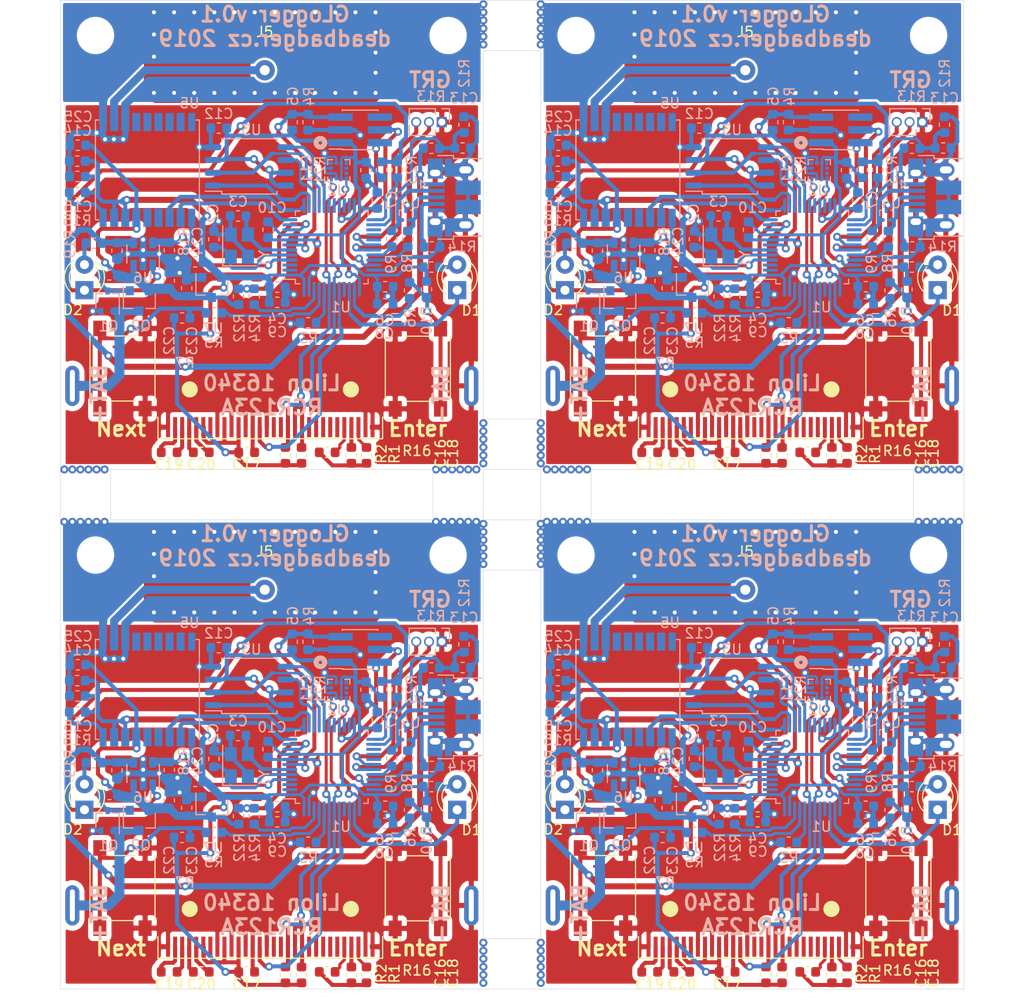
<source format=kicad_pcb>
(kicad_pcb (version 20171130) (host pcbnew 5.1.4)
  (title_block (title Glogger) (rev 0.1) (company Kajus))
  (layers (0 F.Cu signal) (31 B.Cu signal) (34 B.Paste user) (35 F.Paste user) (36 B.SilkS user) (37 F.SilkS user) (38 B.Mask user) (39 F.Mask user) (44 Edge.Cuts user))
  (net 0 "")
  (net 1 +3V3)
  (net 2 GND)
  (net 3 "Net-(C2-Pad1)")
  (net 4 "Net-(C3-Pad1)")
  (net 5 /RST)
  (net 6 /USB_CON)
  (net 7 "Net-(C16-Pad1)")
  (net 8 "Net-(C18-Pad1)")
  (net 9 "Net-(C19-Pad1)")
  (net 10 "Net-(C19-Pad2)")
  (net 11 "Net-(C20-Pad2)")
  (net 12 "Net-(C20-Pad1)")
  (net 13 +5V)
  (net 14 VCC)
  (net 15 "Net-(D1-Pad2)")
  (net 16 /LED_STATUS)
  (net 17 "Net-(D2-Pad1)")
  (net 18 "Net-(D2-Pad2)")
  (net 19 /Battery/V_BAT)
  (net 20 /SWCLK)
  (net 21 /SWDIO)
  (net 22 /DEBUG_RX)
  (net 23 /DEBUG_TX)
  (net 24 "Net-(J4-Pad2)")
  (net 25 "Net-(J4-Pad3)")
  (net 26 "Net-(J4-Pad4)")
  (net 27 "Net-(J5-Pad1)")
  (net 28 /LCD_RES)
  (net 29 /SCK)
  (net 30 /SDA)
  (net 31 "Net-(J6-Pad26)")
  (net 32 "Net-(Q1-Pad3)")
  (net 33 /SCL)
  (net 34 "Net-(R5-Pad1)")
  (net 35 /SW_NEXT)
  (net 36 /SW_ENTER)
  (net 37 "Net-(R10-Pad2)")
  (net 38 /USB_DP)
  (net 39 /USB_DM)
  (net 40 "Net-(R15-Pad1)")
  (net 41 /CHRG_DISABLE)
  (net 42 /VOLTAGE)
  (net 43 /CHARGING)
  (net 44 /~MEAS_EN)
  (net 45 /GPS_TX)
  (net 46 /GPS_RX)
  (net 47 /FLASH_CS)
  (net 48 /MISO)
  (net 49 /MOSI)
  (net 50 "Net-(R3-Pad1)")
  (module Connector_Wire:SolderWirePad_1x01_Drill0.8mm (layer F.Cu) (at 107.2 167.4 270)
    (fp_text reference J7 hide)
    (fp_text value BAT-)
    (pad 1 thru_hole oval (at 0 0 270) (size 4 1.4) (drill oval 3.2 0.5) (layers *.Cu *.Mask))
  )
  (module Connector_Wire:SolderWirePad_1x01_Drill0.8mm (layer F.Cu) (at 67.6 167.4 90)
    (fp_text reference J1 hide)
    (fp_text value BAT+)
    (pad 1 thru_hole oval (at 0 0 90) (size 4 1.4) (drill oval 3.2 0.5) (layers *.Cu *.Mask))
  )
  (module MountingHole:MountingHole_3.2mm_M3 (layer F.Cu) (at 69.9 132.6)
    (fp_text reference REF** hide)
    (fp_text value MountingHole_3.2mm_M3)
    (pad 1 np_thru_hole circle (at 0 0) (size 3.2 3.2) (drill 3.2) (layers *.Cu *.Mask))
  )
  (module Connector_Wire:SolderWirePad_1x01_Drill0.8mm (layer F.Cu) (at 154.9 167.4 270)
    (fp_text reference J7 hide)
    (fp_text value BAT-)
    (pad 1 thru_hole oval (at 0 0 270) (size 4 1.4) (drill oval 3.2 0.5) (layers *.Cu *.Mask))
  )
  (module Package_SO:SOIC-8_5.275x5.275mm_P1.27mm (layer B.Cu) (at 132.875 145.6)
    (fp_text reference U3 (at 0.2 -3.625 180) (layer B.SilkS) (effects (justify mirror)))
    (fp_text value SST26VF032BT-104I/SM)
    (pad 1 smd roundrect (at -3.6 1.905) (size 1.6 0.6) (layers B.Cu B.Paste B.Mask))
    (pad 2 smd roundrect (at -3.6 0.635) (size 1.6 0.6) (layers B.Cu B.Paste B.Mask))
    (pad 3 smd roundrect (at -3.6 -0.635) (size 1.6 0.6) (layers B.Cu B.Paste B.Mask))
    (pad 4 smd roundrect (at -3.6 -1.905) (size 1.6 0.6) (layers B.Cu B.Paste B.Mask))
    (pad 5 smd roundrect (at 3.6 -1.905) (size 1.6 0.6) (layers B.Cu B.Paste B.Mask))
    (pad 6 smd roundrect (at 3.6 -0.635) (size 1.6 0.6) (layers B.Cu B.Paste B.Mask))
    (pad 7 smd roundrect (at 3.6 0.635) (size 1.6 0.6) (layers B.Cu B.Paste B.Mask))
    (pad 8 smd roundrect (at 3.6 1.905) (size 1.6 0.6) (layers B.Cu B.Paste B.Mask))
  )
  (module Connector_Wire:SolderWirePad_1x01_Drill0.8mm (layer F.Cu) (at 115.3 167.4 90)
    (fp_text reference J1 hide)
    (fp_text value BAT+)
    (pad 1 thru_hole oval (at 0 0 90) (size 4 1.4) (drill oval 3.2 0.5) (layers *.Cu *.Mask))
  )
  (module MountingHole:MountingHole_3.2mm_M3 (layer F.Cu) (at 117.6 132.6)
    (fp_text reference REF** hide)
    (fp_text value MountingHole_3.2mm_M3)
    (pad 1 np_thru_hole circle (at 0 0) (size 3.2 3.2) (drill 3.2) (layers *.Cu *.Mask))
  )
  (module Capacitor_SMD:C_0603_1608Metric (layer B.Cu) (at 135.6375 157.6)
    (fp_text reference C4 (at -0.0125 3.15 180) (layer B.SilkS) (effects (justify mirror)))
    (fp_text value 100n)
    (pad 2 smd roundrect (at 0.7875 0) (size 0.875 0.95) (layers B.Cu B.Paste B.Mask))
    (pad 1 smd roundrect (at -0.7875 0) (size 0.875 0.95) (layers B.Cu B.Paste B.Mask))
  )
  (module Capacitor_SMD:C_0603_1608Metric (layer B.Cu) (at 134.725 151.8875 270)
    (fp_text reference C10 (at -2.1875 -0.4 180) (layer B.SilkS) (effects (justify mirror)))
    (fp_text value 100n)
    (pad 1 smd roundrect (at -0.7875 0 270) (size 0.875 0.95) (layers B.Cu B.Paste B.Mask))
    (pad 2 smd roundrect (at 0.7875 0 270) (size 0.875 0.95) (layers B.Cu B.Paste B.Mask))
  )
  (module Connector_USB:USB_Micro-B_Amphenol_10103594-0001LF_Horizontal (layer B.Cu) (at 153.2 148.7 270)
    (fp_text reference J4 hide)
    (fp_text value USB_B_Micro)
    (pad 6 smd rect (at 0.935 -1.385 180) (size 2.5 1.43) (layers B.Cu B.Paste B.Mask))
    (pad 6 smd rect (at -0.985 -1.385 180) (size 2.5 1.43) (layers B.Cu B.Paste B.Mask))
    (pad 6 thru_hole oval (at 2.705 -1.115 180) (size 1.7 1.35) (drill oval 1.2 0.7) (layers *.Cu *.Mask))
    (pad 6 thru_hole oval (at -2.755 -1.115 180) (size 1.7 1.35) (drill oval 1.2 0.7) (layers *.Cu *.Mask))
    (pad 6 thru_hole oval (at 2.395 1.885 180) (size 1.5 1.1) (drill oval 1.05 0.65) (layers *.Cu *.Mask))
    (pad 6 thru_hole oval (at -2.445 1.885 180) (size 1.5 1.1) (drill oval 1.05 0.65) (layers *.Cu *.Mask))
    (pad 5 smd rect (at 1.275 1.765 180) (size 1.65 0.4) (layers B.Cu B.Paste B.Mask))
    (pad 4 smd rect (at 0.625 1.765 180) (size 1.65 0.4) (layers B.Cu B.Paste B.Mask))
    (pad 3 smd rect (at -0.025 1.765 180) (size 1.65 0.4) (layers B.Cu B.Paste B.Mask))
    (pad 2 smd rect (at -0.675 1.765 180) (size 1.65 0.4) (layers B.Cu B.Paste B.Mask))
    (pad 1 smd rect (at -1.325 1.765 180) (size 1.65 0.4) (layers B.Cu B.Paste B.Mask))
    (pad 6 smd rect (at 2.875 1.885 270) (size 2 1.5) (layers B.Cu B.Paste B.Mask))
    (pad 6 smd rect (at -2.875 1.865 270) (size 2 1.5) (layers B.Cu B.Paste B.Mask))
    (pad 6 smd rect (at 2.975 0.565 270) (size 1.825 0.7) (layers B.Cu B.Paste B.Mask))
    (pad 6 smd rect (at -2.975 0.565 270) (size 1.825 0.7) (layers B.Cu B.Paste B.Mask))
    (pad 6 smd rect (at -2.755 -0.185 270) (size 1.35 2) (layers B.Cu B.Paste B.Mask))
    (pad 6 smd rect (at 2.725 -0.185 270) (size 1.35 2) (layers B.Cu B.Paste B.Mask))
  )
  (module Package_TO_SOT_SMD:SOT-23 (layer B.Cu) (at 121.95 158.95 270)
    (fp_text reference Q2 (at 2.475 -0.15 180) (layer B.SilkS) (effects (justify mirror)))
    (fp_text value DMG2307L)
    (pad 1 smd rect (at -1 0.95 270) (size 0.9 0.8) (layers B.Cu B.Paste B.Mask))
    (pad 2 smd rect (at -1 -0.95 270) (size 0.9 0.8) (layers B.Cu B.Paste B.Mask))
    (pad 3 smd rect (at 1 0 270) (size 0.9 0.8) (layers B.Cu B.Paste B.Mask))
  )
  (module Capacitor_SMD:C_0603_1608Metric (layer F.Cu) (at 144.5 174.3 270)
    (fp_text reference C18 (at -0.1875 -8.575 90) (layer F.SilkS))
    (fp_text value 10u)
    (pad 1 smd roundrect (at -0.7875 0 270) (size 0.875 0.95) (layers F.Cu F.Paste F.Mask))
    (pad 2 smd roundrect (at 0.7875 0 270) (size 0.875 0.95) (layers F.Cu F.Paste F.Mask))
  )
  (module Capacitor_SMD:C_0603_1608Metric (layer B.Cu) (at 154.0375 143.775)
    (fp_text reference C13 (at 0.1375 -4.95 180) (layer B.SilkS) (effects (justify mirror)))
    (fp_text value 100n)
    (pad 1 smd roundrect (at -0.7875 0) (size 0.875 0.95) (layers B.Cu B.Paste B.Mask))
    (pad 2 smd roundrect (at 0.7875 0) (size 0.875 0.95) (layers B.Cu B.Paste B.Mask))
  )
  (module Capacitor_SMD:C_0603_1608Metric (layer B.Cu) (at 129.35 152.8375 90)
    (fp_text reference C2 (at 2.5875 -0.075 270) (layer B.SilkS) (effects (justify mirror)))
    (fp_text value C)
    (pad 1 smd roundrect (at -0.7875 0 90) (size 0.875 0.95) (layers B.Cu B.Paste B.Mask))
    (pad 2 smd roundrect (at 0.7875 0 90) (size 0.875 0.95) (layers B.Cu B.Paste B.Mask))
  )
  (module Capacitor_SMD:C_0603_1608Metric (layer B.Cu) (at 129.8375 141.8 180)
    (fp_text reference C12 (at 0 1.43) (layer B.SilkS) (effects (justify mirror)))
    (fp_text value 100n)
    (pad 2 smd roundrect (at 0.7875 0 180) (size 0.875 0.95) (layers B.Cu B.Paste B.Mask))
    (pad 1 smd roundrect (at -0.7875 0 180) (size 0.875 0.95) (layers B.Cu B.Paste B.Mask))
  )
  (module Button_Switch_SMD:SW_SPST_PTS645 (layer F.Cu) (at 120.275 165.675 90)
    (fp_text reference SW1 hide)
    (fp_text value Next)
    (pad 2 smd rect (at -3.98 2.25 90) (size 1.55 1.3) (layers F.Cu F.Paste F.Mask))
    (pad 1 smd rect (at -3.98 -2.25 90) (size 1.55 1.3) (layers F.Cu F.Paste F.Mask))
    (pad 1 smd rect (at 3.98 -2.25 90) (size 1.55 1.3) (layers F.Cu F.Paste F.Mask))
    (pad 2 smd rect (at 3.98 2.25 90) (size 1.55 1.3) (layers F.Cu F.Paste F.Mask))
  )
  (module LED_THT:LED_D3.0mm (layer F.Cu) (at 116.5 157.9 90)
    (fp_text reference D2 (at -1.95 -1.15 180) (layer F.SilkS))
    (fp_text value Charging)
    (pad 1 thru_hole rect (at 0 0 90) (size 1.8 1.8) (drill 0.9) (layers *.Cu *.Mask))
    (pad 2 thru_hole circle (at 2.54 0 90) (size 1.8 1.8) (drill 0.9) (layers *.Cu *.Mask))
  )
  (module Capacitor_SMD:C_0603_1608Metric (layer B.Cu) (at 115.8 146.6 180)
    (fp_text reference C15 (at -0.05 -3) (layer B.SilkS) (effects (justify mirror)))
    (fp_text value 100n)
    (pad 2 smd roundrect (at 0.7875 0 180) (size 0.875 0.95) (layers B.Cu B.Paste B.Mask))
    (pad 1 smd roundrect (at -0.7875 0 180) (size 0.875 0.95) (layers B.Cu B.Paste B.Mask))
  )
  (module Connector_PinHeader_1.27mm:PinHeader_2x03_P1.27mm_Vertical_SMD (layer B.Cu) (at 143.875 141.975)
    (fp_text reference J2 hide)
    (fp_text value SWO)
    (pad 6 smd rect (at 1.95 -1.27) (size 2.4 0.74) (layers B.Cu B.Paste B.Mask))
    (pad 5 smd rect (at -1.95 -1.27) (size 2.4 0.74) (layers B.Cu B.Paste B.Mask))
    (pad 4 smd rect (at 1.95 0) (size 2.4 0.74) (layers B.Cu B.Paste B.Mask))
    (pad 3 smd rect (at -1.95 0) (size 2.4 0.74) (layers B.Cu B.Paste B.Mask))
    (pad 2 smd rect (at 1.95 1.27) (size 2.4 0.74) (layers B.Cu B.Paste B.Mask))
    (pad 1 smd rect (at -1.95 1.27) (size 2.4 0.74) (layers B.Cu B.Paste B.Mask))
  )
  (module Capacitor_SMD:C_0603_1608Metric (layer B.Cu) (at 115.8375 143.5)
    (fp_text reference C25 (at 0.0375 -2.825) (layer B.SilkS) (effects (justify mirror)))
    (fp_text value 100n)
    (pad 1 smd roundrect (at -0.7875 0) (size 0.875 0.95) (layers B.Cu B.Paste B.Mask))
    (pad 2 smd roundrect (at 0.7875 0) (size 0.875 0.95) (layers B.Cu B.Paste B.Mask))
  )
  (module Capacitor_SMD:C_0603_1608Metric (layer F.Cu) (at 128.1 174 180)
    (fp_text reference C20 (at 0 -1.2) (layer F.SilkS))
    (fp_text value 2u2)
    (pad 2 smd roundrect (at 0.7875 0 180) (size 0.875 0.95) (layers F.Cu F.Paste F.Mask))
    (pad 1 smd roundrect (at -0.7875 0 180) (size 0.875 0.95) (layers F.Cu F.Paste F.Mask))
  )
  (module Capacitor_SMD:C_0603_1608Metric (layer B.Cu) (at 146.3625 157.55)
    (fp_text reference C6 (at -0.0375 3.325 180) (layer B.SilkS) (effects (justify mirror)))
    (fp_text value 100n)
    (pad 1 smd roundrect (at -0.7875 0) (size 0.875 0.95) (layers B.Cu B.Paste B.Mask))
    (pad 2 smd roundrect (at 0.7875 0) (size 0.875 0.95) (layers B.Cu B.Paste B.Mask))
  )
  (module Capacitor_SMD:C_0603_1608Metric (layer B.Cu) (at 127.5 155.075 180)
    (fp_text reference C24 (at -0.225 2.05 270) (layer B.SilkS) (effects (justify mirror)))
    (fp_text value 1u)
    (pad 2 smd roundrect (at 0.7875 0 180) (size 0.875 0.95) (layers B.Cu B.Paste B.Mask))
    (pad 1 smd roundrect (at -0.7875 0 180) (size 0.875 0.95) (layers B.Cu B.Paste B.Mask))
  )
  (module Capacitor_SMD:C_0603_1608Metric (layer B.Cu) (at 126.65 157.7 90)
    (fp_text reference C23 (at -5.225 0.525 90) (layer B.SilkS) (effects (justify mirror)))
    (fp_text value 1u)
    (pad 2 smd roundrect (at 0.7875 0 90) (size 0.875 0.95) (layers B.Cu B.Paste B.Mask))
    (pad 1 smd roundrect (at -0.7875 0 90) (size 0.875 0.95) (layers B.Cu B.Paste B.Mask))
  )
  (module Resistor_SMD:R_0603_1608Metric (layer B.Cu) (at 147 152.7875 270)
    (fp_text reference R9 (at 2.5125 0.05 270) (layer B.SilkS) (effects (justify mirror)))
    (fp_text value 22R)
    (pad 1 smd roundrect (at -0.7875 0 270) (size 0.875 0.95) (layers B.Cu B.Paste B.Mask))
    (pad 2 smd roundrect (at 0.7875 0 270) (size 0.875 0.95) (layers B.Cu B.Paste B.Mask))
  )
  (module Capacitor_SMD:C_0603_1608Metric (layer B.Cu) (at 146.35 159.25)
    (fp_text reference C8 (at -0.075 2.95 180) (layer B.SilkS) (effects (justify mirror)))
    (fp_text value 1u)
    (pad 1 smd roundrect (at -0.7875 0) (size 0.875 0.95) (layers B.Cu B.Paste B.Mask))
    (pad 2 smd roundrect (at 0.7875 0) (size 0.875 0.95) (layers B.Cu B.Paste B.Mask))
  )
  (module Capacitor_SMD:C_0603_1608Metric (layer F.Cu) (at 124.9125 174 180)
    (fp_text reference C19 (at 0.0125 -1.2) (layer F.SilkS))
    (fp_text value 2u2)
    (pad 1 smd roundrect (at -0.7875 0 180) (size 0.875 0.95) (layers F.Cu F.Paste F.Mask))
    (pad 2 smd roundrect (at 0.7875 0 180) (size 0.875 0.95) (layers F.Cu F.Paste F.Mask))
  )
  (module Capacitor_SMD:C_0603_1608Metric (layer B.Cu) (at 138.7 141.2125 270)
    (fp_text reference C5 (at -2.5875 1.5 90) (layer B.SilkS) (effects (justify mirror)))
    (fp_text value 100n)
    (pad 1 smd roundrect (at -0.7875 0 270) (size 0.875 0.95) (layers B.Cu B.Paste B.Mask))
    (pad 2 smd roundrect (at 0.7875 0 270) (size 0.875 0.95) (layers B.Cu B.Paste B.Mask))
  )
  (module Capacitor_SMD:C_0603_1608Metric (layer B.Cu) (at 124.925 156.9625 90)
    (fp_text reference C22 (at -5.9375 0 90) (layer B.SilkS) (effects (justify mirror)))
    (fp_text value 4u7)
    (pad 2 smd roundrect (at 0.7875 0 90) (size 0.875 0.95) (layers B.Cu B.Paste B.Mask))
    (pad 1 smd roundrect (at -0.7875 0 90) (size 0.875 0.95) (layers B.Cu B.Paste B.Mask))
  )
  (module Resistor_SMD:R_0603_1608Metric (layer B.Cu) (at 148.6 152.8125 270)
    (fp_text reference R8 (at 2.3875 0.05 270) (layer B.SilkS) (effects (justify mirror)))
    (fp_text value 22R)
    (pad 2 smd roundrect (at 0.7875 0 270) (size 0.875 0.95) (layers B.Cu B.Paste B.Mask))
    (pad 1 smd roundrect (at -0.7875 0 270) (size 0.875 0.95) (layers B.Cu B.Paste B.Mask))
  )
  (module Capacitor_SMD:C_0603_1608Metric (layer B.Cu) (at 87.9375 157.6)
    (fp_text reference C4 (at -0.0125 3.15 180) (layer B.SilkS) (effects (justify mirror)))
    (fp_text value 100n)
    (pad 1 smd roundrect (at -0.7875 0) (size 0.875 0.95) (layers B.Cu B.Paste B.Mask))
    (pad 2 smd roundrect (at 0.7875 0) (size 0.875 0.95) (layers B.Cu B.Paste B.Mask))
  )
  (module Capacitor_SMD:C_0603_1608Metric (layer B.Cu) (at 87.025 151.8875 270)
    (fp_text reference C10 (at -2.1875 -0.4 180) (layer B.SilkS) (effects (justify mirror)))
    (fp_text value 100n)
    (pad 2 smd roundrect (at 0.7875 0 270) (size 0.875 0.95) (layers B.Cu B.Paste B.Mask))
    (pad 1 smd roundrect (at -0.7875 0 270) (size 0.875 0.95) (layers B.Cu B.Paste B.Mask))
  )
  (module Connector_USB:USB_Micro-B_Amphenol_10103594-0001LF_Horizontal (layer B.Cu) (at 105.5 148.7 270)
    (fp_text reference J4 hide)
    (fp_text value USB_B_Micro)
    (pad 6 smd rect (at 2.725 -0.185 270) (size 1.35 2) (layers B.Cu B.Paste B.Mask))
    (pad 6 smd rect (at -2.755 -0.185 270) (size 1.35 2) (layers B.Cu B.Paste B.Mask))
    (pad 6 smd rect (at -2.975 0.565 270) (size 1.825 0.7) (layers B.Cu B.Paste B.Mask))
    (pad 6 smd rect (at 2.975 0.565 270) (size 1.825 0.7) (layers B.Cu B.Paste B.Mask))
    (pad 6 smd rect (at -2.875 1.865 270) (size 2 1.5) (layers B.Cu B.Paste B.Mask))
    (pad 6 smd rect (at 2.875 1.885 270) (size 2 1.5) (layers B.Cu B.Paste B.Mask))
    (pad 1 smd rect (at -1.325 1.765 180) (size 1.65 0.4) (layers B.Cu B.Paste B.Mask))
    (pad 2 smd rect (at -0.675 1.765 180) (size 1.65 0.4) (layers B.Cu B.Paste B.Mask))
    (pad 3 smd rect (at -0.025 1.765 180) (size 1.65 0.4) (layers B.Cu B.Paste B.Mask))
    (pad 4 smd rect (at 0.625 1.765 180) (size 1.65 0.4) (layers B.Cu B.Paste B.Mask))
    (pad 5 smd rect (at 1.275 1.765 180) (size 1.65 0.4) (layers B.Cu B.Paste B.Mask))
    (pad 6 thru_hole oval (at -2.445 1.885 180) (size 1.5 1.1) (drill oval 1.05 0.65) (layers *.Cu *.Mask))
    (pad 6 thru_hole oval (at 2.395 1.885 180) (size 1.5 1.1) (drill oval 1.05 0.65) (layers *.Cu *.Mask))
    (pad 6 thru_hole oval (at -2.755 -1.115 180) (size 1.7 1.35) (drill oval 1.2 0.7) (layers *.Cu *.Mask))
    (pad 6 thru_hole oval (at 2.705 -1.115 180) (size 1.7 1.35) (drill oval 1.2 0.7) (layers *.Cu *.Mask))
    (pad 6 smd rect (at -0.985 -1.385 180) (size 2.5 1.43) (layers B.Cu B.Paste B.Mask))
    (pad 6 smd rect (at 0.935 -1.385 180) (size 2.5 1.43) (layers B.Cu B.Paste B.Mask))
  )
  (module Package_TO_SOT_SMD:SOT-23 (layer B.Cu) (at 74.25 158.95 270)
    (fp_text reference Q2 (at 2.475 -0.15 180) (layer B.SilkS) (effects (justify mirror)))
    (fp_text value DMG2307L)
    (pad 3 smd rect (at 1 0 270) (size 0.9 0.8) (layers B.Cu B.Paste B.Mask))
    (pad 2 smd rect (at -1 -0.95 270) (size 0.9 0.8) (layers B.Cu B.Paste B.Mask))
    (pad 1 smd rect (at -1 0.95 270) (size 0.9 0.8) (layers B.Cu B.Paste B.Mask))
  )
  (module Capacitor_SMD:C_0603_1608Metric (layer F.Cu) (at 96.8 174.3 270)
    (fp_text reference C18 (at -0.1875 -8.575 90) (layer F.SilkS))
    (fp_text value 10u)
    (pad 2 smd roundrect (at 0.7875 0 270) (size 0.875 0.95) (layers F.Cu F.Paste F.Mask))
    (pad 1 smd roundrect (at -0.7875 0 270) (size 0.875 0.95) (layers F.Cu F.Paste F.Mask))
  )
  (module Capacitor_SMD:C_0603_1608Metric (layer B.Cu) (at 106.3375 143.775)
    (fp_text reference C13 (at 0.1375 -4.95 180) (layer B.SilkS) (effects (justify mirror)))
    (fp_text value 100n)
    (pad 2 smd roundrect (at 0.7875 0) (size 0.875 0.95) (layers B.Cu B.Paste B.Mask))
    (pad 1 smd roundrect (at -0.7875 0) (size 0.875 0.95) (layers B.Cu B.Paste B.Mask))
  )
  (module Capacitor_SMD:C_0603_1608Metric (layer B.Cu) (at 81.65 152.8375 90)
    (fp_text reference C2 (at 2.5875 -0.075 270) (layer B.SilkS) (effects (justify mirror)))
    (fp_text value C)
    (pad 2 smd roundrect (at 0.7875 0 90) (size 0.875 0.95) (layers B.Cu B.Paste B.Mask))
    (pad 1 smd roundrect (at -0.7875 0 90) (size 0.875 0.95) (layers B.Cu B.Paste B.Mask))
  )
  (module Capacitor_SMD:C_0603_1608Metric (layer B.Cu) (at 82.1375 141.8 180)
    (fp_text reference C12 (at 0 1.43) (layer B.SilkS) (effects (justify mirror)))
    (fp_text value 100n)
    (pad 1 smd roundrect (at -0.7875 0 180) (size 0.875 0.95) (layers B.Cu B.Paste B.Mask))
    (pad 2 smd roundrect (at 0.7875 0 180) (size 0.875 0.95) (layers B.Cu B.Paste B.Mask))
  )
  (module Button_Switch_SMD:SW_SPST_PTS645 (layer F.Cu) (at 72.575 165.675 90)
    (fp_text reference SW1 hide)
    (fp_text value Next)
    (pad 2 smd rect (at 3.98 2.25 90) (size 1.55 1.3) (layers F.Cu F.Paste F.Mask))
    (pad 1 smd rect (at 3.98 -2.25 90) (size 1.55 1.3) (layers F.Cu F.Paste F.Mask))
    (pad 1 smd rect (at -3.98 -2.25 90) (size 1.55 1.3) (layers F.Cu F.Paste F.Mask))
    (pad 2 smd rect (at -3.98 2.25 90) (size 1.55 1.3) (layers F.Cu F.Paste F.Mask))
  )
  (module LED_THT:LED_D3.0mm (layer F.Cu) (at 68.8 157.9 90)
    (fp_text reference D2 (at -1.95 -1.15 180) (layer F.SilkS))
    (fp_text value Charging)
    (pad 2 thru_hole circle (at 2.54 0 90) (size 1.8 1.8) (drill 0.9) (layers *.Cu *.Mask))
    (pad 1 thru_hole rect (at 0 0 90) (size 1.8 1.8) (drill 0.9) (layers *.Cu *.Mask))
  )
  (module Capacitor_SMD:C_0603_1608Metric (layer B.Cu) (at 68.1 146.6 180)
    (fp_text reference C15 (at -0.05 -3) (layer B.SilkS) (effects (justify mirror)))
    (fp_text value 100n)
    (pad 1 smd roundrect (at -0.7875 0 180) (size 0.875 0.95) (layers B.Cu B.Paste B.Mask))
    (pad 2 smd roundrect (at 0.7875 0 180) (size 0.875 0.95) (layers B.Cu B.Paste B.Mask))
  )
  (module Connector_PinHeader_1.27mm:PinHeader_2x03_P1.27mm_Vertical_SMD (layer B.Cu) (at 96.175 141.975)
    (fp_text reference J2 hide)
    (fp_text value SWO)
    (pad 1 smd rect (at -1.95 1.27) (size 2.4 0.74) (layers B.Cu B.Paste B.Mask))
    (pad 2 smd rect (at 1.95 1.27) (size 2.4 0.74) (layers B.Cu B.Paste B.Mask))
    (pad 3 smd rect (at -1.95 0) (size 2.4 0.74) (layers B.Cu B.Paste B.Mask))
    (pad 4 smd rect (at 1.95 0) (size 2.4 0.74) (layers B.Cu B.Paste B.Mask))
    (pad 5 smd rect (at -1.95 -1.27) (size 2.4 0.74) (layers B.Cu B.Paste B.Mask))
    (pad 6 smd rect (at 1.95 -1.27) (size 2.4 0.74) (layers B.Cu B.Paste B.Mask))
  )
  (module Capacitor_SMD:C_0603_1608Metric (layer B.Cu) (at 68.1375 143.5)
    (fp_text reference C25 (at 0.0375 -2.825) (layer B.SilkS) (effects (justify mirror)))
    (fp_text value 100n)
    (pad 2 smd roundrect (at 0.7875 0) (size 0.875 0.95) (layers B.Cu B.Paste B.Mask))
    (pad 1 smd roundrect (at -0.7875 0) (size 0.875 0.95) (layers B.Cu B.Paste B.Mask))
  )
  (module Capacitor_SMD:C_0603_1608Metric (layer F.Cu) (at 80.4 174 180)
    (fp_text reference C20 (at 0 -1.2) (layer F.SilkS))
    (fp_text value 2u2)
    (pad 1 smd roundrect (at -0.7875 0 180) (size 0.875 0.95) (layers F.Cu F.Paste F.Mask))
    (pad 2 smd roundrect (at 0.7875 0 180) (size 0.875 0.95) (layers F.Cu F.Paste F.Mask))
  )
  (module Capacitor_SMD:C_0603_1608Metric (layer B.Cu) (at 98.6625 157.55)
    (fp_text reference C6 (at -0.0375 3.325 180) (layer B.SilkS) (effects (justify mirror)))
    (fp_text value 100n)
    (pad 2 smd roundrect (at 0.7875 0) (size 0.875 0.95) (layers B.Cu B.Paste B.Mask))
    (pad 1 smd roundrect (at -0.7875 0) (size 0.875 0.95) (layers B.Cu B.Paste B.Mask))
  )
  (module Capacitor_SMD:C_0603_1608Metric (layer B.Cu) (at 79.8 155.075 180)
    (fp_text reference C24 (at -0.225 2.05 270) (layer B.SilkS) (effects (justify mirror)))
    (fp_text value 1u)
    (pad 1 smd roundrect (at -0.7875 0 180) (size 0.875 0.95) (layers B.Cu B.Paste B.Mask))
    (pad 2 smd roundrect (at 0.7875 0 180) (size 0.875 0.95) (layers B.Cu B.Paste B.Mask))
  )
  (module Capacitor_SMD:C_0603_1608Metric (layer B.Cu) (at 78.95 157.7 90)
    (fp_text reference C23 (at -5.225 0.525 90) (layer B.SilkS) (effects (justify mirror)))
    (fp_text value 1u)
    (pad 1 smd roundrect (at -0.7875 0 90) (size 0.875 0.95) (layers B.Cu B.Paste B.Mask))
    (pad 2 smd roundrect (at 0.7875 0 90) (size 0.875 0.95) (layers B.Cu B.Paste B.Mask))
  )
  (module Resistor_SMD:R_0603_1608Metric (layer B.Cu) (at 99.3 152.7875 270)
    (fp_text reference R9 (at 2.5125 0.05 270) (layer B.SilkS) (effects (justify mirror)))
    (fp_text value 22R)
    (pad 2 smd roundrect (at 0.7875 0 270) (size 0.875 0.95) (layers B.Cu B.Paste B.Mask))
    (pad 1 smd roundrect (at -0.7875 0 270) (size 0.875 0.95) (layers B.Cu B.Paste B.Mask))
  )
  (module Capacitor_SMD:C_0603_1608Metric (layer B.Cu) (at 98.65 159.25)
    (fp_text reference C8 (at -0.075 2.95 180) (layer B.SilkS) (effects (justify mirror)))
    (fp_text value 1u)
    (pad 2 smd roundrect (at 0.7875 0) (size 0.875 0.95) (layers B.Cu B.Paste B.Mask))
    (pad 1 smd roundrect (at -0.7875 0) (size 0.875 0.95) (layers B.Cu B.Paste B.Mask))
  )
  (module Capacitor_SMD:C_0603_1608Metric (layer F.Cu) (at 77.2125 174 180)
    (fp_text reference C19 (at 0.0125 -1.2) (layer F.SilkS))
    (fp_text value 2u2)
    (pad 2 smd roundrect (at 0.7875 0 180) (size 0.875 0.95) (layers F.Cu F.Paste F.Mask))
    (pad 1 smd roundrect (at -0.7875 0 180) (size 0.875 0.95) (layers F.Cu F.Paste F.Mask))
  )
  (module Capacitor_SMD:C_0603_1608Metric (layer B.Cu) (at 91 141.2125 270)
    (fp_text reference C5 (at -2.5875 1.5 90) (layer B.SilkS) (effects (justify mirror)))
    (fp_text value 100n)
    (pad 2 smd roundrect (at 0.7875 0 270) (size 0.875 0.95) (layers B.Cu B.Paste B.Mask))
    (pad 1 smd roundrect (at -0.7875 0 270) (size 0.875 0.95) (layers B.Cu B.Paste B.Mask))
  )
  (module Capacitor_SMD:C_0603_1608Metric (layer B.Cu) (at 77.225 156.9625 90)
    (fp_text reference C22 (at -5.9375 0 90) (layer B.SilkS) (effects (justify mirror)))
    (fp_text value 4u7)
    (pad 1 smd roundrect (at -0.7875 0 90) (size 0.875 0.95) (layers B.Cu B.Paste B.Mask))
    (pad 2 smd roundrect (at 0.7875 0 90) (size 0.875 0.95) (layers B.Cu B.Paste B.Mask))
  )
  (module Resistor_SMD:R_0603_1608Metric (layer B.Cu) (at 89.425 141.2125 270)
    (fp_text reference R4 (at -2.5625 -1.675 90) (layer B.SilkS) (effects (justify mirror)))
    (fp_text value 10k)
    (pad 1 smd roundrect (at -0.7875 0 270) (size 0.875 0.95) (layers B.Cu B.Paste B.Mask))
    (pad 2 smd roundrect (at 0.7875 0 270) (size 0.875 0.95) (layers B.Cu B.Paste B.Mask))
  )
  (module Capacitor_SMD:C_0603_1608Metric (layer B.Cu) (at 96.75 145.975 270)
    (fp_text reference C11 (at -0.1 5.9 270) (layer B.SilkS) (effects (justify mirror)))
    (fp_text value 100n)
    (pad 1 smd roundrect (at -0.7875 0 270) (size 0.875 0.95) (layers B.Cu B.Paste B.Mask))
    (pad 2 smd roundrect (at 0.7875 0 270) (size 0.875 0.95) (layers B.Cu B.Paste B.Mask))
  )
  (module Resistor_SMD:R_0603_1608Metric (layer B.Cu) (at 69.7375 153.225 180)
    (fp_text reference R19 (at 2.3875 -0.1 90) (layer B.SilkS) (effects (justify mirror)))
    (fp_text value 330)
    (pad 1 smd roundrect (at -0.7875 0 180) (size 0.875 0.95) (layers B.Cu B.Paste B.Mask))
    (pad 2 smd roundrect (at 0.7875 0 180) (size 0.875 0.95) (layers B.Cu B.Paste B.Mask))
  )
  (module Resistor_SMD:R_0603_1608Metric (layer B.Cu) (at 81.6625 160.15)
    (fp_text reference R5 (at -0.0125 2.95) (layer B.SilkS) (effects (justify mirror)))
    (fp_text value 10k)
    (pad 2 smd roundrect (at 0.7875 0) (size 0.875 0.95) (layers B.Cu B.Paste B.Mask))
    (pad 1 smd roundrect (at -0.7875 0) (size 0.875 0.95) (layers B.Cu B.Paste B.Mask))
  )
  (module Resistor_SMD:R_0603_1608Metric (layer B.Cu) (at 71.275 156.375 180)
    (fp_text reference R20 hide)
    (fp_text value 1M)
    (pad 1 smd roundrect (at -0.7875 0 180) (size 0.875 0.95) (layers B.Cu B.Paste B.Mask))
    (pad 2 smd roundrect (at 0.7875 0 180) (size 0.875 0.95) (layers B.Cu B.Paste B.Mask))
  )
  (module Resistor_SMD:R_0603_1608Metric (layer F.Cu) (at 88.75 174.3 90)
    (fp_text reference R2 (at 0.15 9.525 90) (layer F.SilkS))
    (fp_text value 4k7)
    (pad 1 smd roundrect (at -0.7875 0 90) (size 0.875 0.95) (layers F.Cu F.Paste F.Mask))
    (pad 2 smd roundrect (at 0.7875 0 90) (size 0.875 0.95) (layers F.Cu F.Paste F.Mask))
  )
  (module Connector_PinSocket_1.27mm:PinSocket_1x03_P1.27mm_Vertical (layer B.Cu) (at 104.275 141.2 90)
    (fp_text reference J3 hide)
    (fp_text value DEBUG)
    (pad 1 thru_hole rect (at 0 0 90) (size 1 1) (drill 0.7) (layers *.Cu *.Mask))
    (pad 2 thru_hole oval (at 0 -1.27 90) (size 1 1) (drill 0.7) (layers *.Cu *.Mask))
    (pad 3 thru_hole oval (at 0 -2.54 90) (size 1 1) (drill 0.7) (layers *.Cu *.Mask))
  )
  (module Resistor_SMD:R_0603_1608Metric (layer F.Cu) (at 90.35 174.3 90)
    (fp_text reference R1 (at 0.1375 9.225 270) (layer F.SilkS))
    (fp_text value 4k7)
    (pad 2 smd roundrect (at 0.7875 0 90) (size 0.875 0.95) (layers F.Cu F.Paste F.Mask))
    (pad 1 smd roundrect (at -0.7875 0 90) (size 0.875 0.95) (layers F.Cu F.Paste F.Mask))
  )
  (module Capacitor_SMD:C_0603_1608Metric (layer B.Cu) (at 97.875 148.9875 90)
    (fp_text reference C7 (at 0.0375 1.425 270) (layer B.SilkS) (effects (justify mirror)))
    (fp_text value 100n)
    (pad 1 smd roundrect (at -0.7875 0 90) (size 0.875 0.95) (layers B.Cu B.Paste B.Mask))
    (pad 2 smd roundrect (at 0.7875 0 90) (size 0.875 0.95) (layers B.Cu B.Paste B.Mask))
  )
  (module Capacitor_SMD:C_0603_1608Metric (layer B.Cu) (at 87.9375 159.1)
    (fp_text reference C9 (at 0.0125 2.95 180) (layer B.SilkS) (effects (justify mirror)))
    (fp_text value 1u)
    (pad 1 smd roundrect (at -0.7875 0) (size 0.875 0.95) (layers B.Cu B.Paste B.Mask))
    (pad 2 smd roundrect (at 0.7875 0) (size 0.875 0.95) (layers B.Cu B.Paste B.Mask))
  )
  (module Capacitor_SMD:C_0603_1608Metric (layer B.Cu) (at 84.05 150.525 180)
    (fp_text reference C3 (at 0 1.43) (layer B.SilkS) (effects (justify mirror)))
    (fp_text value C)
    (pad 1 smd roundrect (at -0.7875 0 180) (size 0.875 0.95) (layers B.Cu B.Paste B.Mask))
    (pad 2 smd roundrect (at 0.7875 0 180) (size 0.875 0.95) (layers B.Cu B.Paste B.Mask))
  )
  (module Resistor_SMD:R_0603_1608Metric (layer B.Cu) (at 137.125 141.2125 270)
    (fp_text reference R4 (at -2.5625 -1.675 90) (layer B.SilkS) (effects (justify mirror)))
    (fp_text value 10k)
    (pad 2 smd roundrect (at 0.7875 0 270) (size 0.875 0.95) (layers B.Cu B.Paste B.Mask))
    (pad 1 smd roundrect (at -0.7875 0 270) (size 0.875 0.95) (layers B.Cu B.Paste B.Mask))
  )
  (module Capacitor_SMD:C_0603_1608Metric (layer B.Cu) (at 144.45 145.975 270)
    (fp_text reference C11 (at -0.1 5.9 270) (layer B.SilkS) (effects (justify mirror)))
    (fp_text value 100n)
    (pad 2 smd roundrect (at 0.7875 0 270) (size 0.875 0.95) (layers B.Cu B.Paste B.Mask))
    (pad 1 smd roundrect (at -0.7875 0 270) (size 0.875 0.95) (layers B.Cu B.Paste B.Mask))
  )
  (module Resistor_SMD:R_0603_1608Metric (layer B.Cu) (at 117.4375 153.225 180)
    (fp_text reference R19 (at 2.3875 -0.1 90) (layer B.SilkS) (effects (justify mirror)))
    (fp_text value 330)
    (pad 2 smd roundrect (at 0.7875 0 180) (size 0.875 0.95) (layers B.Cu B.Paste B.Mask))
    (pad 1 smd roundrect (at -0.7875 0 180) (size 0.875 0.95) (layers B.Cu B.Paste B.Mask))
  )
  (module Resistor_SMD:R_0603_1608Metric (layer B.Cu) (at 129.3625 160.15)
    (fp_text reference R5 (at -0.0125 2.95) (layer B.SilkS) (effects (justify mirror)))
    (fp_text value 10k)
    (pad 1 smd roundrect (at -0.7875 0) (size 0.875 0.95) (layers B.Cu B.Paste B.Mask))
    (pad 2 smd roundrect (at 0.7875 0) (size 0.875 0.95) (layers B.Cu B.Paste B.Mask))
  )
  (module Resistor_SMD:R_0603_1608Metric (layer B.Cu) (at 118.975 156.375 180)
    (fp_text reference R20 hide)
    (fp_text value 1M)
    (pad 2 smd roundrect (at 0.7875 0 180) (size 0.875 0.95) (layers B.Cu B.Paste B.Mask))
    (pad 1 smd roundrect (at -0.7875 0 180) (size 0.875 0.95) (layers B.Cu B.Paste B.Mask))
  )
  (module Resistor_SMD:R_0603_1608Metric (layer F.Cu) (at 136.45 174.3 90)
    (fp_text reference R2 (at 0.15 9.525 90) (layer F.SilkS))
    (fp_text value 4k7)
    (pad 2 smd roundrect (at 0.7875 0 90) (size 0.875 0.95) (layers F.Cu F.Paste F.Mask))
    (pad 1 smd roundrect (at -0.7875 0 90) (size 0.875 0.95) (layers F.Cu F.Paste F.Mask))
  )
  (module Connector_PinSocket_1.27mm:PinSocket_1x03_P1.27mm_Vertical (layer B.Cu) (at 151.975 141.2 90)
    (fp_text reference J3 hide)
    (fp_text value DEBUG)
    (pad 3 thru_hole oval (at 0 -2.54 90) (size 1 1) (drill 0.7) (layers *.Cu *.Mask))
    (pad 2 thru_hole oval (at 0 -1.27 90) (size 1 1) (drill 0.7) (layers *.Cu *.Mask))
    (pad 1 thru_hole rect (at 0 0 90) (size 1 1) (drill 0.7) (layers *.Cu *.Mask))
  )
  (module Resistor_SMD:R_0603_1608Metric (layer F.Cu) (at 138.05 174.3 90)
    (fp_text reference R1 (at 0.1375 9.225 270) (layer F.SilkS))
    (fp_text value 4k7)
    (pad 1 smd roundrect (at -0.7875 0 90) (size 0.875 0.95) (layers F.Cu F.Paste F.Mask))
    (pad 2 smd roundrect (at 0.7875 0 90) (size 0.875 0.95) (layers F.Cu F.Paste F.Mask))
  )
  (module Capacitor_SMD:C_0603_1608Metric (layer B.Cu) (at 145.575 148.9875 90)
    (fp_text reference C7 (at 0.0375 1.425 270) (layer B.SilkS) (effects (justify mirror)))
    (fp_text value 100n)
    (pad 2 smd roundrect (at 0.7875 0 90) (size 0.875 0.95) (layers B.Cu B.Paste B.Mask))
    (pad 1 smd roundrect (at -0.7875 0 90) (size 0.875 0.95) (layers B.Cu B.Paste B.Mask))
  )
  (module Capacitor_SMD:C_0603_1608Metric (layer B.Cu) (at 135.6375 159.1)
    (fp_text reference C9 (at 0.0125 2.95 180) (layer B.SilkS) (effects (justify mirror)))
    (fp_text value 1u)
    (pad 2 smd roundrect (at 0.7875 0) (size 0.875 0.95) (layers B.Cu B.Paste B.Mask))
    (pad 1 smd roundrect (at -0.7875 0) (size 0.875 0.95) (layers B.Cu B.Paste B.Mask))
  )
  (module Capacitor_SMD:C_0603_1608Metric (layer B.Cu) (at 131.75 150.525 180)
    (fp_text reference C3 (at 0 1.43) (layer B.SilkS) (effects (justify mirror)))
    (fp_text value C)
    (pad 2 smd roundrect (at 0.7875 0 180) (size 0.875 0.95) (layers B.Cu B.Paste B.Mask))
    (pad 1 smd roundrect (at -0.7875 0 180) (size 0.875 0.95) (layers B.Cu B.Paste B.Mask))
  )
  (module Capacitor_SMD:C_0603_1608Metric (layer F.Cu) (at 132.6 174)
    (fp_text reference C17 (at 0 1.2) (layer F.SilkS))
    (fp_text value 10u)
    (pad 1 smd roundrect (at -0.7875 0) (size 0.875 0.95) (layers F.Cu F.Paste F.Mask))
    (pad 2 smd roundrect (at 0.7875 0) (size 0.875 0.95) (layers F.Cu F.Paste F.Mask))
  )
  (module Capacitor_SMD:C_0603_1608Metric (layer F.Cu) (at 143 174.3 270)
    (fp_text reference C16 (at -0.1875 -8.85 90) (layer F.SilkS))
    (fp_text value "2u2 16V")
    (pad 2 smd roundrect (at 0.7875 0 270) (size 0.875 0.95) (layers F.Cu F.Paste F.Mask))
    (pad 1 smd roundrect (at -0.7875 0 270) (size 0.875 0.95) (layers F.Cu F.Paste F.Mask))
  )
  (module Capacitor_SMD:C_0603_1608Metric (layer B.Cu) (at 115.7875 145.075 180)
    (fp_text reference C14 (at -0.0125 3.025) (layer B.SilkS) (effects (justify mirror)))
    (fp_text value 1u)
    (pad 1 smd roundrect (at -0.7875 0 180) (size 0.875 0.95) (layers B.Cu B.Paste B.Mask))
    (pad 2 smd roundrect (at 0.7875 0 180) (size 0.875 0.95) (layers B.Cu B.Paste B.Mask))
  )
  (module Capacitor_SMD:C_0603_1608Metric (layer B.Cu) (at 119.725 153.975 270)
    (fp_text reference C21 hide)
    (fp_text value 4u7)
    (pad 2 smd roundrect (at 0.7875 0 270) (size 0.875 0.95) (layers B.Cu B.Paste B.Mask))
    (pad 1 smd roundrect (at -0.7875 0 270) (size 0.875 0.95) (layers B.Cu B.Paste B.Mask))
  )
  (module Resistor_SMD:R_0603_1608Metric (layer B.Cu) (at 154.175 141.4625 90)
    (fp_text reference R12 (at 5.1125 0.025 270) (layer B.SilkS) (effects (justify mirror)))
    (fp_text value 10k)
    (pad 2 smd roundrect (at 0.7875 0 90) (size 0.875 0.95) (layers B.Cu B.Paste B.Mask))
    (pad 1 smd roundrect (at -0.7875 0 90) (size 0.875 0.95) (layers B.Cu B.Paste B.Mask))
  )
  (module Resistor_SMD:R_0603_1608Metric (layer B.Cu) (at 150.9875 153.6 180)
    (fp_text reference R14 (at -2.9875 0.025 180) (layer B.SilkS) (effects (justify mirror)))
    (fp_text value 100k)
    (pad 2 smd roundrect (at 0.7875 0 180) (size 0.875 0.95) (layers B.Cu B.Paste B.Mask))
    (pad 1 smd roundrect (at -0.7875 0 180) (size 0.875 0.95) (layers B.Cu B.Paste B.Mask))
  )
  (module Resistor_SMD:R_0603_1608Metric (layer B.Cu) (at 115.7875 148.2)
    (fp_text reference R15 (at 0 2.775) (layer B.SilkS) (effects (justify mirror)))
    (fp_text value 10k)
    (pad 2 smd roundrect (at 0.7875 0) (size 0.875 0.95) (layers B.Cu B.Paste B.Mask))
    (pad 1 smd roundrect (at -0.7875 0) (size 0.875 0.95) (layers B.Cu B.Paste B.Mask))
  )
  (module Resistor_SMD:R_0603_1608Metric (layer B.Cu) (at 124.925 153.9375 270)
    (fp_text reference R18 (at -0.8875 -1.45 270) (layer B.SilkS) (effects (justify mirror)))
    (fp_text value 2k)
    (pad 1 smd roundrect (at -0.7875 0 270) (size 0.875 0.95) (layers B.Cu B.Paste B.Mask))
    (pad 2 smd roundrect (at 0.7875 0 270) (size 0.875 0.95) (layers B.Cu B.Paste B.Mask))
  )
  (module Resistor_SMD:R_0603_1608Metric (layer F.Cu) (at 140.6 174 180)
    (fp_text reference R16 (at -8.9 0.15) (layer F.SilkS))
    (fp_text value 910k)
    (pad 1 smd roundrect (at -0.7875 0 180) (size 0.875 0.95) (layers F.Cu F.Paste F.Mask))
    (pad 2 smd roundrect (at 0.7875 0 180) (size 0.875 0.95) (layers F.Cu F.Paste F.Mask))
  )
  (module Resistor_SMD:R_0603_1608Metric (layer B.Cu) (at 150.45 157.8125 270)
    (fp_text reference R10 (at 3.0875 -0.025 90) (layer B.SilkS) (effects (justify mirror)))
    (fp_text value 10k)
    (pad 1 smd roundrect (at -0.7875 0 270) (size 0.875 0.95) (layers B.Cu B.Paste B.Mask))
    (pad 2 smd roundrect (at 0.7875 0 270) (size 0.875 0.95) (layers B.Cu B.Paste B.Mask))
  )
  (module Resistor_SMD:R_0603_1608Metric (layer B.Cu) (at 131.8 158.5375 90)
    (fp_text reference R22 (at -3.1125 0.075 90) (layer B.SilkS) (effects (justify mirror)))
    (fp_text value 10k)
    (pad 1 smd roundrect (at -0.7875 0 90) (size 0.875 0.95) (layers B.Cu B.Paste B.Mask))
    (pad 2 smd roundrect (at 0.7875 0 90) (size 0.875 0.95) (layers B.Cu B.Paste B.Mask))
  )
  (module MountingHole:MountingHole_3.2mm_M3 (layer F.Cu) (at 152.6 132.6)
    (fp_text reference REF** hide)
    (fp_text value MountingHole_3.2mm_M3)
    (pad 1 np_thru_hole circle (at 0 0) (size 3.2 3.2) (drill 3.2) (layers *.Cu *.Mask))
  )
  (module RF_GPS:ublox_MAX (layer B.Cu) (at 122.75 145.95 90)
    (fp_text reference U5 (at 6.625 4.175 180) (layer B.SilkS) (effects (justify mirror)))
    (fp_text value MAX-8C/SIM28ML)
    (pad 18 smd rect (at 4.75 4.4 90) (size 1.8 0.7) (layers B.Cu B.Paste B.Mask))
    (pad 17 smd rect (at 4.75 3.3 90) (size 1.8 0.8) (layers B.Cu B.Paste B.Mask))
    (pad 16 smd rect (at 4.75 2.2 90) (size 1.8 0.8) (layers B.Cu B.Paste B.Mask))
    (pad 15 smd rect (at 4.75 1.1 90) (size 1.8 0.8) (layers B.Cu B.Paste B.Mask))
    (pad 14 smd rect (at 4.75 0 90) (size 1.8 0.8) (layers B.Cu B.Paste B.Mask))
    (pad 13 smd rect (at 4.75 -1.1 90) (size 1.8 0.8) (layers B.Cu B.Paste B.Mask))
    (pad 12 smd rect (at 4.75 -2.2 90) (size 1.8 0.8) (layers B.Cu B.Paste B.Mask))
    (pad 11 smd rect (at 4.75 -3.3 90) (size 1.8 0.8) (layers B.Cu B.Paste B.Mask))
    (pad 10 smd rect (at 4.75 -4.4 90) (size 1.8 0.7) (layers B.Cu B.Paste B.Mask))
    (pad 9 smd rect (at -4.75 -4.4 90) (size 1.8 0.7) (layers B.Cu B.Paste B.Mask))
    (pad 8 smd rect (at -4.75 -3.3 90) (size 1.8 0.8) (layers B.Cu B.Paste B.Mask))
    (pad 7 smd rect (at -4.75 -2.2 90) (size 1.8 0.8) (layers B.Cu B.Paste B.Mask))
    (pad 6 smd rect (at -4.75 -1.1 90) (size 1.8 0.8) (layers B.Cu B.Paste B.Mask))
    (pad 5 smd rect (at -4.75 0 90) (size 1.8 0.8) (layers B.Cu B.Paste B.Mask))
    (pad 4 smd rect (at -4.75 1.1 90) (size 1.8 0.8) (layers B.Cu B.Paste B.Mask))
    (pad 3 smd rect (at -4.75 2.2 90) (size 1.8 0.8) (layers B.Cu B.Paste B.Mask))
    (pad 2 smd rect (at -4.75 3.3 90) (size 1.8 0.8) (layers B.Cu B.Paste B.Mask))
    (pad 1 smd rect (at -4.75 4.4 90) (size 1.8 0.7) (layers B.Cu B.Paste B.Mask))
  )
  (module Package_TO_SOT_SMD:SOT-23-5 (layer B.Cu) (at 122.325 154.3 90)
    (fp_text reference U6 (at -2.375 0 180) (layer B.SilkS) (effects (justify mirror)))
    (fp_text value MCP73832-2-OT)
    (pad 1 smd rect (at -1.1 0.95 90) (size 1.06 0.65) (layers B.Cu B.Paste B.Mask))
    (pad 2 smd rect (at -1.1 0 90) (size 1.06 0.65) (layers B.Cu B.Paste B.Mask))
    (pad 3 smd rect (at -1.1 -0.95 90) (size 1.06 0.65) (layers B.Cu B.Paste B.Mask))
    (pad 4 smd rect (at 1.1 -0.95 90) (size 1.06 0.65) (layers B.Cu B.Paste B.Mask))
    (pad 5 smd rect (at 1.1 0.95 90) (size 1.06 0.65) (layers B.Cu B.Paste B.Mask))
  )
  (module Crystal:Crystal_SMD_3225-4Pin_3.2x2.5mm (layer B.Cu) (at 131.875 153.475 90)
    (fp_text reference Y1 (at -1.35 2.475 270) (layer B.SilkS) (effects (justify mirror)))
    (fp_text value MCSJK-7U-16.00-12-10)
    (pad 4 smd rect (at -1.1 0.85 90) (size 1.4 1.2) (layers B.Cu B.Paste B.Mask))
    (pad 3 smd rect (at 1.1 0.85 90) (size 1.4 1.2) (layers B.Cu B.Paste B.Mask))
    (pad 2 smd rect (at 1.1 -0.85 90) (size 1.4 1.2) (layers B.Cu B.Paste B.Mask))
    (pad 1 smd rect (at -1.1 -0.85 90) (size 1.4 1.2) (layers B.Cu B.Paste B.Mask))
  )
  (module Package_TO_SOT_SMD:SOT-23 (layer B.Cu) (at 129.15 157.625 270)
    (fp_text reference U7 (at 4.075 -0.15 180) (layer B.SilkS) (effects (justify mirror)))
    (fp_text value MCP1700-3302E_SOT23)
    (pad 1 smd rect (at -1 0.95 270) (size 0.9 0.8) (layers B.Cu B.Paste B.Mask))
    (pad 2 smd rect (at -1 -0.95 270) (size 0.9 0.8) (layers B.Cu B.Paste B.Mask))
    (pad 3 smd rect (at 1 0 270) (size 0.9 0.8) (layers B.Cu B.Paste B.Mask))
  )
  (module Display:OLED-128O064D (layer F.Cu) (at 124.8 171.5)
    (fp_text reference J6 hide)
    (fp_text value OLED-128O064D)
    (pad 30 smd rect (at 20.3 0) (size 0.4 2) (layers F.Cu F.Paste F.Mask))
    (pad 29 smd rect (at 19.6 0) (size 0.4 2) (layers F.Cu F.Paste F.Mask))
    (pad 28 smd rect (at 18.9 0) (size 0.4 2) (layers F.Cu F.Paste F.Mask))
    (pad 27 smd rect (at 18.2 0) (size 0.4 2) (layers F.Cu F.Paste F.Mask))
    (pad 26 smd rect (at 17.5 0) (size 0.4 2) (layers F.Cu F.Paste F.Mask))
    (pad 25 smd rect (at 16.8 0) (size 0.4 2) (layers F.Cu F.Paste F.Mask))
    (pad 24 smd rect (at 16.1 0) (size 0.4 2) (layers F.Cu F.Paste F.Mask))
    (pad 23 smd rect (at 15.4 0) (size 0.4 2) (layers F.Cu F.Paste F.Mask))
    (pad 22 smd rect (at 14.7 0) (size 0.4 2) (layers F.Cu F.Paste F.Mask))
    (pad 21 smd rect (at 14 0) (size 0.4 2) (layers F.Cu F.Paste F.Mask))
    (pad 20 smd rect (at 13.3 0) (size 0.4 2) (layers F.Cu F.Paste F.Mask))
    (pad 19 smd rect (at 12.6 0) (size 0.4 2) (layers F.Cu F.Paste F.Mask))
    (pad 18 smd rect (at 11.9 0) (size 0.4 2) (layers F.Cu F.Paste F.Mask))
    (pad 17 smd rect (at 11.2 0) (size 0.4 2) (layers F.Cu F.Paste F.Mask))
    (pad 16 smd rect (at 10.5 0) (size 0.4 2) (layers F.Cu F.Paste F.Mask))
    (pad 15 smd rect (at 9.8 0) (size 0.4 2) (layers F.Cu F.Paste F.Mask))
    (pad 14 smd rect (at 9.1 0) (size 0.4 2) (layers F.Cu F.Paste F.Mask))
    (pad 13 smd rect (at 8.4 0) (size 0.4 2) (layers F.Cu F.Paste F.Mask))
    (pad 12 smd rect (at 7.7 0) (size 0.4 2) (layers F.Cu F.Paste F.Mask))
    (pad 11 smd rect (at 7 0) (size 0.4 2) (layers F.Cu F.Paste F.Mask))
    (pad 10 smd rect (at 6.3 0) (size 0.4 2) (layers F.Cu F.Paste F.Mask))
    (pad 9 smd rect (at 5.6 0) (size 0.4 2) (layers F.Cu F.Paste F.Mask))
    (pad 8 smd rect (at 4.9 0) (size 0.4 2) (layers F.Cu F.Paste F.Mask))
    (pad 7 smd rect (at 4.2 0) (size 0.4 2) (layers F.Cu F.Paste F.Mask))
    (pad 6 smd rect (at 3.5 0) (size 0.4 2) (layers F.Cu F.Paste F.Mask))
    (pad 5 smd rect (at 2.8 0) (size 0.4 2) (layers F.Cu F.Paste F.Mask))
    (pad 4 smd rect (at 2.1 0) (size 0.4 2) (layers F.Cu F.Paste F.Mask))
    (pad 3 smd rect (at 1.4 0) (size 0.4 2) (layers F.Cu F.Paste F.Mask))
    (pad 2 smd rect (at 0.7 0) (size 0.4 2) (layers F.Cu F.Paste F.Mask))
    (pad 1 smd rect (at 0 0) (size 0.4 2) (layers F.Cu F.Paste F.Mask))
  )
  (module Resistor_SMD:R_0603_1608Metric (layer B.Cu) (at 147.55 145.9375 90)
    (fp_text reference R23 (at 0 1.43 90) (layer B.SilkS) (effects (justify mirror)))
    (fp_text value 10k)
    (pad 1 smd roundrect (at -0.7875 0 90) (size 0.875 0.95) (layers B.Cu B.Paste B.Mask))
    (pad 2 smd roundrect (at 0.7875 0 90) (size 0.875 0.95) (layers B.Cu B.Paste B.Mask))
  )
  (module Package_TO_SOT_SMD:SOT-323_SC-70 (layer B.Cu) (at 118.8 158.975 90)
    (fp_text reference Q1 (at -2.5 0.075 180) (layer B.SilkS) (effects (justify mirror)))
    (fp_text value DMG1012UW)
    (pad 1 smd rect (at -1 0.65 180) (size 0.45 0.7) (layers B.Cu B.Paste B.Mask))
    (pad 2 smd rect (at -1 -0.65 180) (size 0.45 0.7) (layers B.Cu B.Paste B.Mask))
    (pad 3 smd rect (at 1 0 180) (size 0.45 0.7) (layers B.Cu B.Paste B.Mask))
  )
  (module Resistor_SMD:R_0603_1608Metric (layer B.Cu) (at 133.35 158.5375 270)
    (fp_text reference R24 (at 3.1375 -0.075 90) (layer B.SilkS) (effects (justify mirror)))
    (fp_text value 10k)
    (pad 2 smd roundrect (at 0.7875 0 270) (size 0.875 0.95) (layers B.Cu B.Paste B.Mask))
    (pad 1 smd roundrect (at -0.7875 0 270) (size 0.875 0.95) (layers B.Cu B.Paste B.Mask))
  )
  (module Resistor_SMD:R_0603_1608Metric (layer B.Cu) (at 138.7125 161.125 180)
    (fp_text reference R3 (at -0.0125 -1.525) (layer B.SilkS) (effects (justify mirror)))
    (fp_text value 10k)
    (pad 1 smd roundrect (at -0.7875 0 180) (size 0.875 0.95) (layers B.Cu B.Paste B.Mask))
    (pad 2 smd roundrect (at 0.7875 0 180) (size 0.875 0.95) (layers B.Cu B.Paste B.Mask))
  )
  (module Resistor_SMD:R_0603_1608Metric (layer B.Cu) (at 150.9375 143.8)
    (fp_text reference R13 (at -0.0375 -5.15 180) (layer B.SilkS) (effects (justify mirror)))
    (fp_text value 10k)
    (pad 2 smd roundrect (at 0.7875 0) (size 0.875 0.95) (layers B.Cu B.Paste B.Mask))
    (pad 1 smd roundrect (at -0.7875 0) (size 0.875 0.95) (layers B.Cu B.Paste B.Mask))
  )
  (module Resistor_SMD:R_0603_1608Metric (layer B.Cu) (at 150.9375 155.6 180)
    (fp_text reference R11 hide)
    (fp_text value 220)
    (pad 1 smd roundrect (at -0.7875 0 180) (size 0.875 0.95) (layers B.Cu B.Paste B.Mask))
    (pad 2 smd roundrect (at 0.7875 0 180) (size 0.875 0.95) (layers B.Cu B.Paste B.Mask))
  )
  (module Resistor_SMD:R_0603_1608Metric (layer B.Cu) (at 126.1875 160.65)
    (fp_text reference R7 (at 0.2875 4.475) (layer B.SilkS) (effects (justify mirror)))
    (fp_text value 10k)
    (pad 2 smd roundrect (at 0.7875 0) (size 0.875 0.95) (layers B.Cu B.Paste B.Mask))
    (pad 1 smd roundrect (at -0.7875 0) (size 0.875 0.95) (layers B.Cu B.Paste B.Mask))
  )
  (module Resistor_SMD:R_0603_1608Metric (layer B.Cu) (at 148.775 157.9125 270)
    (fp_text reference R6 (at 2.7375 -0.075 90) (layer B.SilkS) (effects (justify mirror)))
    (fp_text value 10k)
    (pad 2 smd roundrect (at 0.7875 0 270) (size 0.875 0.95) (layers B.Cu B.Paste B.Mask))
    (pad 1 smd roundrect (at -0.7875 0 270) (size 0.875 0.95) (layers B.Cu B.Paste B.Mask))
  )
  (module Package_LGA:LGA-12_2x2mm_P0.5mm (layer B.Cu) (at 141.75 146.0375 90)
    (fp_text reference U2 (at -1.9625 -0.15 180) (layer B.SilkS) (effects (justify mirror)))
    (fp_text value LIS2DE12)
    (pad 12 smd rect (at -0.25 0.7625) (size 0.375 0.35) (layers B.Cu B.Paste B.Mask))
    (pad 11 smd rect (at 0.25 0.7625) (size 0.375 0.35) (layers B.Cu B.Paste B.Mask))
    (pad 6 smd rect (at 0.25 -0.7625) (size 0.375 0.35) (layers B.Cu B.Paste B.Mask))
    (pad 5 smd rect (at -0.25 -0.7625) (size 0.375 0.35) (layers B.Cu B.Paste B.Mask))
    (pad 10 smd rect (at 0.7625 0.75 90) (size 0.375 0.35) (layers B.Cu B.Paste B.Mask))
    (pad 1 smd rect (at -0.7625 0.75 90) (size 0.375 0.35) (layers B.Cu B.Paste B.Mask))
    (pad 7 smd rect (at 0.7625 -0.75 90) (size 0.375 0.35) (layers B.Cu B.Paste B.Mask))
    (pad 4 smd rect (at -0.7625 -0.75 90) (size 0.375 0.35) (layers B.Cu B.Paste B.Mask))
    (pad 8 smd rect (at 0.7625 -0.25 90) (size 0.375 0.35) (layers B.Cu B.Paste B.Mask))
    (pad 9 smd rect (at 0.7625 0.25 90) (size 0.375 0.35) (layers B.Cu B.Paste B.Mask))
    (pad 3 smd rect (at -0.7625 -0.25 90) (size 0.375 0.35) (layers B.Cu B.Paste B.Mask))
    (pad 2 smd rect (at -0.7625 0.25 90) (size 0.375 0.35) (layers B.Cu B.Paste B.Mask))
  )
  (module Button_Switch_SMD:SW_SPST_PTS645 (layer F.Cu) (at 149.6 165.7 270)
    (fp_text reference SW2 hide)
    (fp_text value Select)
    (pad 2 smd rect (at 3.98 2.25 270) (size 1.55 1.3) (layers F.Cu F.Paste F.Mask))
    (pad 1 smd rect (at 3.98 -2.25 270) (size 1.55 1.3) (layers F.Cu F.Paste F.Mask))
    (pad 1 smd rect (at -3.98 -2.25 270) (size 1.55 1.3) (layers F.Cu F.Paste F.Mask))
    (pad 2 smd rect (at -3.98 2.25 270) (size 1.55 1.3) (layers F.Cu F.Paste F.Mask))
  )
  (module Resistor_SMD:R_0603_1608Metric (layer B.Cu) (at 146 145.9375 90)
    (fp_text reference R21 (at -0.0375 -6.1 90) (layer B.SilkS) (effects (justify mirror)))
    (fp_text value 100k)
    (pad 2 smd roundrect (at 0.7875 0 90) (size 0.875 0.95) (layers B.Cu B.Paste B.Mask))
    (pad 1 smd roundrect (at -0.7875 0 90) (size 0.875 0.95) (layers B.Cu B.Paste B.Mask))
  )
  (module Package_QFP:LQFP-48_7x7mm_P0.5mm (layer B.Cu) (at 141.05 153.65)
    (fp_text reference U1 (at 0.9 5.925 180) (layer B.SilkS) (effects (justify mirror)))
    (fp_text value STM32F070CBT6)
    (pad 48 smd roundrect (at -2.75 4.1625) (size 0.3 1.475) (layers B.Cu B.Paste B.Mask))
    (pad 47 smd roundrect (at -2.25 4.1625) (size 0.3 1.475) (layers B.Cu B.Paste B.Mask))
    (pad 46 smd roundrect (at -1.75 4.1625) (size 0.3 1.475) (layers B.Cu B.Paste B.Mask))
    (pad 45 smd roundrect (at -1.25 4.1625) (size 0.3 1.475) (layers B.Cu B.Paste B.Mask))
    (pad 44 smd roundrect (at -0.75 4.1625) (size 0.3 1.475) (layers B.Cu B.Paste B.Mask))
    (pad 43 smd roundrect (at -0.25 4.1625) (size 0.3 1.475) (layers B.Cu B.Paste B.Mask))
    (pad 42 smd roundrect (at 0.25 4.1625) (size 0.3 1.475) (layers B.Cu B.Paste B.Mask))
    (pad 41 smd roundrect (at 0.75 4.1625) (size 0.3 1.475) (layers B.Cu B.Paste B.Mask))
    (pad 40 smd roundrect (at 1.25 4.1625) (size 0.3 1.475) (layers B.Cu B.Paste B.Mask))
    (pad 39 smd roundrect (at 1.75 4.1625) (size 0.3 1.475) (layers B.Cu B.Paste B.Mask))
    (pad 38 smd roundrect (at 2.25 4.1625) (size 0.3 1.475) (layers B.Cu B.Paste B.Mask))
    (pad 37 smd roundrect (at 2.75 4.1625) (size 0.3 1.475) (layers B.Cu B.Paste B.Mask))
    (pad 36 smd roundrect (at 4.1625 2.75) (size 1.475 0.3) (layers B.Cu B.Paste B.Mask))
    (pad 35 smd roundrect (at 4.1625 2.25) (size 1.475 0.3) (layers B.Cu B.Paste B.Mask))
    (pad 34 smd roundrect (at 4.1625 1.75) (size 1.475 0.3) (layers B.Cu B.Paste B.Mask))
    (pad 33 smd roundrect (at 4.1625 1.25) (size 1.475 0.3) (layers B.Cu B.Paste B.Mask))
    (pad 32 smd roundrect (at 4.1625 0.75) (size 1.475 0.3) (layers B.Cu B.Paste B.Mask))
    (pad 31 smd roundrect (at 4.1625 0.25) (size 1.475 0.3) (layers B.Cu B.Paste B.Mask))
    (pad 30 smd roundrect (at 4.1625 -0.25) (size 1.475 0.3) (layers B.Cu B.Paste B.Mask))
    (pad 29 smd roundrect (at 4.1625 -0.75) (size 1.475 0.3) (layers B.Cu B.Paste B.Mask))
    (pad 28 smd roundrect (at 4.1625 -1.25) (size 1.475 0.3) (layers B.Cu B.Paste B.Mask))
    (pad 27 smd roundrect (at 4.1625 -1.75) (size 1.475 0.3) (layers B.Cu B.Paste B.Mask))
    (pad 26 smd roundrect (at 4.1625 -2.25) (size 1.475 0.3) (layers B.Cu B.Paste B.Mask))
    (pad 25 smd roundrect (at 4.1625 -2.75) (size 1.475 0.3) (layers B.Cu B.Paste B.Mask))
    (pad 24 smd roundrect (at 2.75 -4.1625) (size 0.3 1.475) (layers B.Cu B.Paste B.Mask))
    (pad 23 smd roundrect (at 2.25 -4.1625) (size 0.3 1.475) (layers B.Cu B.Paste B.Mask))
    (pad 22 smd roundrect (at 1.75 -4.1625) (size 0.3 1.475) (layers B.Cu B.Paste B.Mask))
    (pad 21 smd roundrect (at 1.25 -4.1625) (size 0.3 1.475) (layers B.Cu B.Paste B.Mask))
    (pad 20 smd roundrect (at 0.75 -4.1625) (size 0.3 1.475) (layers B.Cu B.Paste B.Mask))
    (pad 19 smd roundrect (at 0.25 -4.1625) (size 0.3 1.475) (layers B.Cu B.Paste B.Mask))
    (pad 18 smd roundrect (at -0.25 -4.1625) (size 0.3 1.475) (layers B.Cu B.Paste B.Mask))
    (pad 17 smd roundrect (at -0.75 -4.1625) (size 0.3 1.475) (layers B.Cu B.Paste B.Mask))
    (pad 16 smd roundrect (at -1.25 -4.1625) (size 0.3 1.475) (layers B.Cu B.Paste B.Mask))
    (pad 15 smd roundrect (at -1.75 -4.1625) (size 0.3 1.475) (layers B.Cu B.Paste B.Mask))
    (pad 14 smd roundrect (at -2.25 -4.1625) (size 0.3 1.475) (layers B.Cu B.Paste B.Mask))
    (pad 13 smd roundrect (at -2.75 -4.1625) (size 0.3 1.475) (layers B.Cu B.Paste B.Mask))
    (pad 12 smd roundrect (at -4.1625 -2.75) (size 1.475 0.3) (layers B.Cu B.Paste B.Mask))
    (pad 11 smd roundrect (at -4.1625 -2.25) (size 1.475 0.3) (layers B.Cu B.Paste B.Mask))
    (pad 10 smd roundrect (at -4.1625 -1.75) (size 1.475 0.3) (layers B.Cu B.Paste B.Mask))
    (pad 9 smd roundrect (at -4.1625 -1.25) (size 1.475 0.3) (layers B.Cu B.Paste B.Mask))
    (pad 8 smd roundrect (at -4.1625 -0.75) (size 1.475 0.3) (layers B.Cu B.Paste B.Mask))
    (pad 7 smd roundrect (at -4.1625 -0.25) (size 1.475 0.3) (layers B.Cu B.Paste B.Mask))
    (pad 6 smd roundrect (at -4.1625 0.25) (size 1.475 0.3) (layers B.Cu B.Paste B.Mask))
    (pad 5 smd roundrect (at -4.1625 0.75) (size 1.475 0.3) (layers B.Cu B.Paste B.Mask))
    (pad 4 smd roundrect (at -4.1625 1.25) (size 1.475 0.3) (layers B.Cu B.Paste B.Mask))
    (pad 3 smd roundrect (at -4.1625 1.75) (size 1.475 0.3) (layers B.Cu B.Paste B.Mask))
    (pad 2 smd roundrect (at -4.1625 2.25) (size 1.475 0.3) (layers B.Cu B.Paste B.Mask))
    (pad 1 smd roundrect (at -4.1625 2.75) (size 1.475 0.3) (layers B.Cu B.Paste B.Mask))
  )
  (module Package_TO_SOT_SMD:Texas_DRT-3 (layer B.Cu) (at 148.4 150.5 180)
    (fp_text reference U4 (at -0.475 1.25 180) (layer B.SilkS) (effects (justify mirror)))
    (fp_text value TPD2EUSB30A)
    (pad 1 smd rect (at -0.35 -0.425 180) (size 0.3 0.3) (layers B.Cu B.Paste B.Mask))
    (pad 2 smd rect (at 0.35 -0.425 180) (size 0.3 0.3) (layers B.Cu B.Paste B.Mask))
    (pad 3 smd rect (at 0 0.425 180) (size 0.3 0.3) (layers B.Cu B.Paste B.Mask))
  )
  (module Connector_Wire:SolderWirePad_1x01_Drill1.2mm (layer F.Cu) (at 134.4 136.05)
    (fp_text reference J5 (at 0 -3.81) (layer F.SilkS))
    (fp_text value ANT1575-2006B)
    (pad 1 thru_hole circle (at 0 0) (size 2 2) (drill 1) (layers *.Cu *.Mask))
  )
  (module LED_THT:LED_D3.0mm (layer F.Cu) (at 153.5 157.9 90)
    (fp_text reference D1 (at -2 1.425 180) (layer F.SilkS))
    (fp_text value STATUS)
    (pad 2 thru_hole circle (at 2.54 0 90) (size 1.8 1.8) (drill 0.9) (layers *.Cu *.Mask))
    (pad 1 thru_hole rect (at 0 0 90) (size 1.8 1.8) (drill 0.9) (layers *.Cu *.Mask))
  )
  (module Capacitor_SMD:C_0603_1608Metric (layer F.Cu) (at 84.9 174)
    (fp_text reference C17 (at 0 1.2) (layer F.SilkS))
    (fp_text value 10u)
    (pad 2 smd roundrect (at 0.7875 0) (size 0.875 0.95) (layers F.Cu F.Paste F.Mask))
    (pad 1 smd roundrect (at -0.7875 0) (size 0.875 0.95) (layers F.Cu F.Paste F.Mask))
  )
  (module Capacitor_SMD:C_0603_1608Metric (layer F.Cu) (at 95.3 174.3 270)
    (fp_text reference C16 (at -0.1875 -8.85 90) (layer F.SilkS))
    (fp_text value "2u2 16V")
    (pad 1 smd roundrect (at -0.7875 0 270) (size 0.875 0.95) (layers F.Cu F.Paste F.Mask))
    (pad 2 smd roundrect (at 0.7875 0 270) (size 0.875 0.95) (layers F.Cu F.Paste F.Mask))
  )
  (module Capacitor_SMD:C_0603_1608Metric (layer B.Cu) (at 68.0875 145.075 180)
    (fp_text reference C14 (at -0.0125 3.025) (layer B.SilkS) (effects (justify mirror)))
    (fp_text value 1u)
    (pad 2 smd roundrect (at 0.7875 0 180) (size 0.875 0.95) (layers B.Cu B.Paste B.Mask))
    (pad 1 smd roundrect (at -0.7875 0 180) (size 0.875 0.95) (layers B.Cu B.Paste B.Mask))
  )
  (module Capacitor_SMD:C_0603_1608Metric (layer B.Cu) (at 72.025 153.975 270)
    (fp_text reference C21 hide)
    (fp_text value 4u7)
    (pad 1 smd roundrect (at -0.7875 0 270) (size 0.875 0.95) (layers B.Cu B.Paste B.Mask))
    (pad 2 smd roundrect (at 0.7875 0 270) (size 0.875 0.95) (layers B.Cu B.Paste B.Mask))
  )
  (module Resistor_SMD:R_0603_1608Metric (layer B.Cu) (at 106.475 141.4625 90)
    (fp_text reference R12 (at 5.1125 0.025 270) (layer B.SilkS) (effects (justify mirror)))
    (fp_text value 10k)
    (pad 1 smd roundrect (at -0.7875 0 90) (size 0.875 0.95) (layers B.Cu B.Paste B.Mask))
    (pad 2 smd roundrect (at 0.7875 0 90) (size 0.875 0.95) (layers B.Cu B.Paste B.Mask))
  )
  (module Resistor_SMD:R_0603_1608Metric (layer B.Cu) (at 103.2875 153.6 180)
    (fp_text reference R14 (at -2.9875 0.025 180) (layer B.SilkS) (effects (justify mirror)))
    (fp_text value 100k)
    (pad 1 smd roundrect (at -0.7875 0 180) (size 0.875 0.95) (layers B.Cu B.Paste B.Mask))
    (pad 2 smd roundrect (at 0.7875 0 180) (size 0.875 0.95) (layers B.Cu B.Paste B.Mask))
  )
  (module Resistor_SMD:R_0603_1608Metric (layer B.Cu) (at 68.0875 148.2)
    (fp_text reference R15 (at 0 2.775) (layer B.SilkS) (effects (justify mirror)))
    (fp_text value 10k)
    (pad 1 smd roundrect (at -0.7875 0) (size 0.875 0.95) (layers B.Cu B.Paste B.Mask))
    (pad 2 smd roundrect (at 0.7875 0) (size 0.875 0.95) (layers B.Cu B.Paste B.Mask))
  )
  (module Resistor_SMD:R_0603_1608Metric (layer B.Cu) (at 77.225 153.9375 270)
    (fp_text reference R18 (at -0.8875 -1.45 270) (layer B.SilkS) (effects (justify mirror)))
    (fp_text value 2k)
    (pad 2 smd roundrect (at 0.7875 0 270) (size 0.875 0.95) (layers B.Cu B.Paste B.Mask))
    (pad 1 smd roundrect (at -0.7875 0 270) (size 0.875 0.95) (layers B.Cu B.Paste B.Mask))
  )
  (module Resistor_SMD:R_0603_1608Metric (layer F.Cu) (at 92.9 174 180)
    (fp_text reference R16 (at -8.9 0.15) (layer F.SilkS))
    (fp_text value 910k)
    (pad 2 smd roundrect (at 0.7875 0 180) (size 0.875 0.95) (layers F.Cu F.Paste F.Mask))
    (pad 1 smd roundrect (at -0.7875 0 180) (size 0.875 0.95) (layers F.Cu F.Paste F.Mask))
  )
  (module Resistor_SMD:R_0603_1608Metric (layer B.Cu) (at 102.75 157.8125 270)
    (fp_text reference R10 (at 3.0875 -0.025 90) (layer B.SilkS) (effects (justify mirror)))
    (fp_text value 10k)
    (pad 2 smd roundrect (at 0.7875 0 270) (size 0.875 0.95) (layers B.Cu B.Paste B.Mask))
    (pad 1 smd roundrect (at -0.7875 0 270) (size 0.875 0.95) (layers B.Cu B.Paste B.Mask))
  )
  (module Resistor_SMD:R_0603_1608Metric (layer B.Cu) (at 84.1 158.5375 90)
    (fp_text reference R22 (at -3.1125 0.075 90) (layer B.SilkS) (effects (justify mirror)))
    (fp_text value 10k)
    (pad 2 smd roundrect (at 0.7875 0 90) (size 0.875 0.95) (layers B.Cu B.Paste B.Mask))
    (pad 1 smd roundrect (at -0.7875 0 90) (size 0.875 0.95) (layers B.Cu B.Paste B.Mask))
  )
  (module MountingHole:MountingHole_3.2mm_M3 (layer F.Cu) (at 104.9 132.6)
    (fp_text reference REF** hide)
    (fp_text value MountingHole_3.2mm_M3)
    (pad 1 np_thru_hole circle (at 0 0) (size 3.2 3.2) (drill 3.2) (layers *.Cu *.Mask))
  )
  (module Resistor_SMD:R_0603_1608Metric (layer B.Cu) (at 85.65 158.5375 270)
    (fp_text reference R24 (at 3.1375 -0.075 90) (layer B.SilkS) (effects (justify mirror)))
    (fp_text value 10k)
    (pad 1 smd roundrect (at -0.7875 0 270) (size 0.875 0.95) (layers B.Cu B.Paste B.Mask))
    (pad 2 smd roundrect (at 0.7875 0 270) (size 0.875 0.95) (layers B.Cu B.Paste B.Mask))
  )
  (module Resistor_SMD:R_0603_1608Metric (layer B.Cu) (at 91.0125 161.125 180)
    (fp_text reference R3 (at -0.0125 -1.525) (layer B.SilkS) (effects (justify mirror)))
    (fp_text value 10k)
    (pad 2 smd roundrect (at 0.7875 0 180) (size 0.875 0.95) (layers B.Cu B.Paste B.Mask))
    (pad 1 smd roundrect (at -0.7875 0 180) (size 0.875 0.95) (layers B.Cu B.Paste B.Mask))
  )
  (module Resistor_SMD:R_0603_1608Metric (layer B.Cu) (at 103.2375 143.8)
    (fp_text reference R13 (at -0.0375 -5.15 180) (layer B.SilkS) (effects (justify mirror)))
    (fp_text value 10k)
    (pad 1 smd roundrect (at -0.7875 0) (size 0.875 0.95) (layers B.Cu B.Paste B.Mask))
    (pad 2 smd roundrect (at 0.7875 0) (size 0.875 0.95) (layers B.Cu B.Paste B.Mask))
  )
  (module Resistor_SMD:R_0603_1608Metric (layer B.Cu) (at 103.2375 155.6 180)
    (fp_text reference R11 hide)
    (fp_text value 220)
    (pad 2 smd roundrect (at 0.7875 0 180) (size 0.875 0.95) (layers B.Cu B.Paste B.Mask))
    (pad 1 smd roundrect (at -0.7875 0 180) (size 0.875 0.95) (layers B.Cu B.Paste B.Mask))
  )
  (module Resistor_SMD:R_0603_1608Metric (layer B.Cu) (at 78.4875 160.65)
    (fp_text reference R7 (at 0.2875 4.475) (layer B.SilkS) (effects (justify mirror)))
    (fp_text value 10k)
    (pad 1 smd roundrect (at -0.7875 0) (size 0.875 0.95) (layers B.Cu B.Paste B.Mask))
    (pad 2 smd roundrect (at 0.7875 0) (size 0.875 0.95) (layers B.Cu B.Paste B.Mask))
  )
  (module Resistor_SMD:R_0603_1608Metric (layer B.Cu) (at 101.075 157.9125 270)
    (fp_text reference R6 (at 2.7375 -0.075 90) (layer B.SilkS) (effects (justify mirror)))
    (fp_text value 10k)
    (pad 1 smd roundrect (at -0.7875 0 270) (size 0.875 0.95) (layers B.Cu B.Paste B.Mask))
    (pad 2 smd roundrect (at 0.7875 0 270) (size 0.875 0.95) (layers B.Cu B.Paste B.Mask))
  )
  (module Package_LGA:LGA-12_2x2mm_P0.5mm (layer B.Cu) (at 94.05 146.0375 90)
    (fp_text reference U2 (at -1.9625 -0.15 180) (layer B.SilkS) (effects (justify mirror)))
    (fp_text value LIS2DE12)
    (pad 2 smd rect (at -0.7625 0.25 90) (size 0.375 0.35) (layers B.Cu B.Paste B.Mask))
    (pad 3 smd rect (at -0.7625 -0.25 90) (size 0.375 0.35) (layers B.Cu B.Paste B.Mask))
    (pad 9 smd rect (at 0.7625 0.25 90) (size 0.375 0.35) (layers B.Cu B.Paste B.Mask))
    (pad 8 smd rect (at 0.7625 -0.25 90) (size 0.375 0.35) (layers B.Cu B.Paste B.Mask))
    (pad 4 smd rect (at -0.7625 -0.75 90) (size 0.375 0.35) (layers B.Cu B.Paste B.Mask))
    (pad 7 smd rect (at 0.7625 -0.75 90) (size 0.375 0.35) (layers B.Cu B.Paste B.Mask))
    (pad 1 smd rect (at -0.7625 0.75 90) (size 0.375 0.35) (layers B.Cu B.Paste B.Mask))
    (pad 10 smd rect (at 0.7625 0.75 90) (size 0.375 0.35) (layers B.Cu B.Paste B.Mask))
    (pad 5 smd rect (at -0.25 -0.7625) (size 0.375 0.35) (layers B.Cu B.Paste B.Mask))
    (pad 6 smd rect (at 0.25 -0.7625) (size 0.375 0.35) (layers B.Cu B.Paste B.Mask))
    (pad 11 smd rect (at 0.25 0.7625) (size 0.375 0.35) (layers B.Cu B.Paste B.Mask))
    (pad 12 smd rect (at -0.25 0.7625) (size 0.375 0.35) (layers B.Cu B.Paste B.Mask))
  )
  (module Button_Switch_SMD:SW_SPST_PTS645 (layer F.Cu) (at 101.9 165.7 270)
    (fp_text reference SW2 hide)
    (fp_text value Select)
    (pad 2 smd rect (at -3.98 2.25 270) (size 1.55 1.3) (layers F.Cu F.Paste F.Mask))
    (pad 1 smd rect (at -3.98 -2.25 270) (size 1.55 1.3) (layers F.Cu F.Paste F.Mask))
    (pad 1 smd rect (at 3.98 -2.25 270) (size 1.55 1.3) (layers F.Cu F.Paste F.Mask))
    (pad 2 smd rect (at 3.98 2.25 270) (size 1.55 1.3) (layers F.Cu F.Paste F.Mask))
  )
  (module Resistor_SMD:R_0603_1608Metric (layer B.Cu) (at 98.3 145.9375 90)
    (fp_text reference R21 (at -0.0375 -6.1 90) (layer B.SilkS) (effects (justify mirror)))
    (fp_text value 100k)
    (pad 1 smd roundrect (at -0.7875 0 90) (size 0.875 0.95) (layers B.Cu B.Paste B.Mask))
    (pad 2 smd roundrect (at 0.7875 0 90) (size 0.875 0.95) (layers B.Cu B.Paste B.Mask))
  )
  (module Package_QFP:LQFP-48_7x7mm_P0.5mm (layer B.Cu) (at 93.35 153.65)
    (fp_text reference U1 (at 0.9 5.925 180) (layer B.SilkS) (effects (justify mirror)))
    (fp_text value STM32F070CBT6)
    (pad 1 smd roundrect (at -4.1625 2.75) (size 1.475 0.3) (layers B.Cu B.Paste B.Mask))
    (pad 2 smd roundrect (at -4.1625 2.25) (size 1.475 0.3) (layers B.Cu B.Paste B.Mask))
    (pad 3 smd roundrect (at -4.1625 1.75) (size 1.475 0.3) (layers B.Cu B.Paste B.Mask))
    (pad 4 smd roundrect (at -4.1625 1.25) (size 1.475 0.3) (layers B.Cu B.Paste B.Mask))
    (pad 5 smd roundrect (at -4.1625 0.75) (size 1.475 0.3) (layers B.Cu B.Paste B.Mask))
    (pad 6 smd roundrect (at -4.1625 0.25) (size 1.475 0.3) (layers B.Cu B.Paste B.Mask))
    (pad 7 smd roundrect (at -4.1625 -0.25) (size 1.475 0.3) (layers B.Cu B.Paste B.Mask))
    (pad 8 smd roundrect (at -4.1625 -0.75) (size 1.475 0.3) (layers B.Cu B.Paste B.Mask))
    (pad 9 smd roundrect (at -4.1625 -1.25) (size 1.475 0.3) (layers B.Cu B.Paste B.Mask))
    (pad 10 smd roundrect (at -4.1625 -1.75) (size 1.475 0.3) (layers B.Cu B.Paste B.Mask))
    (pad 11 smd roundrect (at -4.1625 -2.25) (size 1.475 0.3) (layers B.Cu B.Paste B.Mask))
    (pad 12 smd roundrect (at -4.1625 -2.75) (size 1.475 0.3) (layers B.Cu B.Paste B.Mask))
    (pad 13 smd roundrect (at -2.75 -4.1625) (size 0.3 1.475) (layers B.Cu B.Paste B.Mask))
    (pad 14 smd roundrect (at -2.25 -4.1625) (size 0.3 1.475) (layers B.Cu B.Paste B.Mask))
    (pad 15 smd roundrect (at -1.75 -4.1625) (size 0.3 1.475) (layers B.Cu B.Paste B.Mask))
    (pad 16 smd roundrect (at -1.25 -4.1625) (size 0.3 1.475) (layers B.Cu B.Paste B.Mask))
    (pad 17 smd roundrect (at -0.75 -4.1625) (size 0.3 1.475) (layers B.Cu B.Paste B.Mask))
    (pad 18 smd roundrect (at -0.25 -4.1625) (size 0.3 1.475) (layers B.Cu B.Paste B.Mask))
    (pad 19 smd roundrect (at 0.25 -4.1625) (size 0.3 1.475) (layers B.Cu B.Paste B.Mask))
    (pad 20 smd roundrect (at 0.75 -4.1625) (size 0.3 1.475) (layers B.Cu B.Paste B.Mask))
    (pad 21 smd roundrect (at 1.25 -4.1625) (size 0.3 1.475) (layers B.Cu B.Paste B.Mask))
    (pad 22 smd roundrect (at 1.75 -4.1625) (size 0.3 1.475) (layers B.Cu B.Paste B.Mask))
    (pad 23 smd roundrect (at 2.25 -4.1625) (size 0.3 1.475) (layers B.Cu B.Paste B.Mask))
    (pad 24 smd roundrect (at 2.75 -4.1625) (size 0.3 1.475) (layers B.Cu B.Paste B.Mask))
    (pad 25 smd roundrect (at 4.1625 -2.75) (size 1.475 0.3) (layers B.Cu B.Paste B.Mask))
    (pad 26 smd roundrect (at 4.1625 -2.25) (size 1.475 0.3) (layers B.Cu B.Paste B.Mask))
    (pad 27 smd roundrect (at 4.1625 -1.75) (size 1.475 0.3) (layers B.Cu B.Paste B.Mask))
    (pad 28 smd roundrect (at 4.1625 -1.25) (size 1.475 0.3) (layers B.Cu B.Paste B.Mask))
    (pad 29 smd roundrect (at 4.1625 -0.75) (size 1.475 0.3) (layers B.Cu B.Paste B.Mask))
    (pad 30 smd roundrect (at 4.1625 -0.25) (size 1.475 0.3) (layers B.Cu B.Paste B.Mask))
    (pad 31 smd roundrect (at 4.1625 0.25) (size 1.475 0.3) (layers B.Cu B.Paste B.Mask))
    (pad 32 smd roundrect (at 4.1625 0.75) (size 1.475 0.3) (layers B.Cu B.Paste B.Mask))
    (pad 33 smd roundrect (at 4.1625 1.25) (size 1.475 0.3) (layers B.Cu B.Paste B.Mask))
    (pad 34 smd roundrect (at 4.1625 1.75) (size 1.475 0.3) (layers B.Cu B.Paste B.Mask))
    (pad 35 smd roundrect (at 4.1625 2.25) (size 1.475 0.3) (layers B.Cu B.Paste B.Mask))
    (pad 36 smd roundrect (at 4.1625 2.75) (size 1.475 0.3) (layers B.Cu B.Paste B.Mask))
    (pad 37 smd roundrect (at 2.75 4.1625) (size 0.3 1.475) (layers B.Cu B.Paste B.Mask))
    (pad 38 smd roundrect (at 2.25 4.1625) (size 0.3 1.475) (layers B.Cu B.Paste B.Mask))
    (pad 39 smd roundrect (at 1.75 4.1625) (size 0.3 1.475) (layers B.Cu B.Paste B.Mask))
    (pad 40 smd roundrect (at 1.25 4.1625) (size 0.3 1.475) (layers B.Cu B.Paste B.Mask))
    (pad 41 smd roundrect (at 0.75 4.1625) (size 0.3 1.475) (layers B.Cu B.Paste B.Mask))
    (pad 42 smd roundrect (at 0.25 4.1625) (size 0.3 1.475) (layers B.Cu B.Paste B.Mask))
    (pad 43 smd roundrect (at -0.25 4.1625) (size 0.3 1.475) (layers B.Cu B.Paste B.Mask))
    (pad 44 smd roundrect (at -0.75 4.1625) (size 0.3 1.475) (layers B.Cu B.Paste B.Mask))
    (pad 45 smd roundrect (at -1.25 4.1625) (size 0.3 1.475) (layers B.Cu B.Paste B.Mask))
    (pad 46 smd roundrect (at -1.75 4.1625) (size 0.3 1.475) (layers B.Cu B.Paste B.Mask))
    (pad 47 smd roundrect (at -2.25 4.1625) (size 0.3 1.475) (layers B.Cu B.Paste B.Mask))
    (pad 48 smd roundrect (at -2.75 4.1625) (size 0.3 1.475) (layers B.Cu B.Paste B.Mask))
  )
  (module Package_TO_SOT_SMD:Texas_DRT-3 (layer B.Cu) (at 100.7 150.5 180)
    (fp_text reference U4 (at -0.475 1.25 180) (layer B.SilkS) (effects (justify mirror)))
    (fp_text value TPD2EUSB30A)
    (pad 3 smd rect (at 0 0.425 180) (size 0.3 0.3) (layers B.Cu B.Paste B.Mask))
    (pad 2 smd rect (at 0.35 -0.425 180) (size 0.3 0.3) (layers B.Cu B.Paste B.Mask))
    (pad 1 smd rect (at -0.35 -0.425 180) (size 0.3 0.3) (layers B.Cu B.Paste B.Mask))
  )
  (module RF_GPS:ublox_MAX (layer B.Cu) (at 75.05 145.95 90)
    (fp_text reference U5 (at 6.625 4.175 180) (layer B.SilkS) (effects (justify mirror)))
    (fp_text value MAX-8C/SIM28ML)
    (pad 1 smd rect (at -4.75 4.4 90) (size 1.8 0.7) (layers B.Cu B.Paste B.Mask))
    (pad 2 smd rect (at -4.75 3.3 90) (size 1.8 0.8) (layers B.Cu B.Paste B.Mask))
    (pad 3 smd rect (at -4.75 2.2 90) (size 1.8 0.8) (layers B.Cu B.Paste B.Mask))
    (pad 4 smd rect (at -4.75 1.1 90) (size 1.8 0.8) (layers B.Cu B.Paste B.Mask))
    (pad 5 smd rect (at -4.75 0 90) (size 1.8 0.8) (layers B.Cu B.Paste B.Mask))
    (pad 6 smd rect (at -4.75 -1.1 90) (size 1.8 0.8) (layers B.Cu B.Paste B.Mask))
    (pad 7 smd rect (at -4.75 -2.2 90) (size 1.8 0.8) (layers B.Cu B.Paste B.Mask))
    (pad 8 smd rect (at -4.75 -3.3 90) (size 1.8 0.8) (layers B.Cu B.Paste B.Mask))
    (pad 9 smd rect (at -4.75 -4.4 90) (size 1.8 0.7) (layers B.Cu B.Paste B.Mask))
    (pad 10 smd rect (at 4.75 -4.4 90) (size 1.8 0.7) (layers B.Cu B.Paste B.Mask))
    (pad 11 smd rect (at 4.75 -3.3 90) (size 1.8 0.8) (layers B.Cu B.Paste B.Mask))
    (pad 12 smd rect (at 4.75 -2.2 90) (size 1.8 0.8) (layers B.Cu B.Paste B.Mask))
    (pad 13 smd rect (at 4.75 -1.1 90) (size 1.8 0.8) (layers B.Cu B.Paste B.Mask))
    (pad 14 smd rect (at 4.75 0 90) (size 1.8 0.8) (layers B.Cu B.Paste B.Mask))
    (pad 15 smd rect (at 4.75 1.1 90) (size 1.8 0.8) (layers B.Cu B.Paste B.Mask))
    (pad 16 smd rect (at 4.75 2.2 90) (size 1.8 0.8) (layers B.Cu B.Paste B.Mask))
    (pad 17 smd rect (at 4.75 3.3 90) (size 1.8 0.8) (layers B.Cu B.Paste B.Mask))
    (pad 18 smd rect (at 4.75 4.4 90) (size 1.8 0.7) (layers B.Cu B.Paste B.Mask))
  )
  (module Package_TO_SOT_SMD:SOT-23-5 (layer B.Cu) (at 74.625 154.3 90)
    (fp_text reference U6 (at -2.375 0 180) (layer B.SilkS) (effects (justify mirror)))
    (fp_text value MCP73832-2-OT)
    (pad 5 smd rect (at 1.1 0.95 90) (size 1.06 0.65) (layers B.Cu B.Paste B.Mask))
    (pad 4 smd rect (at 1.1 -0.95 90) (size 1.06 0.65) (layers B.Cu B.Paste B.Mask))
    (pad 3 smd rect (at -1.1 -0.95 90) (size 1.06 0.65) (layers B.Cu B.Paste B.Mask))
    (pad 2 smd rect (at -1.1 0 90) (size 1.06 0.65) (layers B.Cu B.Paste B.Mask))
    (pad 1 smd rect (at -1.1 0.95 90) (size 1.06 0.65) (layers B.Cu B.Paste B.Mask))
  )
  (module Crystal:Crystal_SMD_3225-4Pin_3.2x2.5mm (layer B.Cu) (at 84.175 153.475 90)
    (fp_text reference Y1 (at -1.35 2.475 270) (layer B.SilkS) (effects (justify mirror)))
    (fp_text value MCSJK-7U-16.00-12-10)
    (pad 1 smd rect (at -1.1 -0.85 90) (size 1.4 1.2) (layers B.Cu B.Paste B.Mask))
    (pad 2 smd rect (at 1.1 -0.85 90) (size 1.4 1.2) (layers B.Cu B.Paste B.Mask))
    (pad 3 smd rect (at 1.1 0.85 90) (size 1.4 1.2) (layers B.Cu B.Paste B.Mask))
    (pad 4 smd rect (at -1.1 0.85 90) (size 1.4 1.2) (layers B.Cu B.Paste B.Mask))
  )
  (module Package_TO_SOT_SMD:SOT-23 (layer B.Cu) (at 81.45 157.625 270)
    (fp_text reference U7 (at 4.075 -0.15 180) (layer B.SilkS) (effects (justify mirror)))
    (fp_text value MCP1700-3302E_SOT23)
    (pad 3 smd rect (at 1 0 270) (size 0.9 0.8) (layers B.Cu B.Paste B.Mask))
    (pad 2 smd rect (at -1 -0.95 270) (size 0.9 0.8) (layers B.Cu B.Paste B.Mask))
    (pad 1 smd rect (at -1 0.95 270) (size 0.9 0.8) (layers B.Cu B.Paste B.Mask))
  )
  (module Resistor_SMD:R_0603_1608Metric (layer B.Cu) (at 99.85 145.9375 90)
    (fp_text reference R23 (at 0 1.43 90) (layer B.SilkS) (effects (justify mirror)))
    (fp_text value 10k)
    (pad 2 smd roundrect (at 0.7875 0 90) (size 0.875 0.95) (layers B.Cu B.Paste B.Mask))
    (pad 1 smd roundrect (at -0.7875 0 90) (size 0.875 0.95) (layers B.Cu B.Paste B.Mask))
  )
  (module Package_TO_SOT_SMD:SOT-323_SC-70 (layer B.Cu) (at 71.1 158.975 90)
    (fp_text reference Q1 (at -2.5 0.075 180) (layer B.SilkS) (effects (justify mirror)))
    (fp_text value DMG1012UW)
    (pad 3 smd rect (at 1 0 180) (size 0.45 0.7) (layers B.Cu B.Paste B.Mask))
    (pad 2 smd rect (at -1 -0.65 180) (size 0.45 0.7) (layers B.Cu B.Paste B.Mask))
    (pad 1 smd rect (at -1 0.65 180) (size 0.45 0.7) (layers B.Cu B.Paste B.Mask))
  )
  (module Connector_Wire:SolderWirePad_1x01_Drill1.2mm (layer F.Cu) (at 86.7 136.05)
    (fp_text reference J5 (at 0 -3.81) (layer F.SilkS))
    (fp_text value ANT1575-2006B)
    (pad 1 thru_hole circle (at 0 0) (size 2 2) (drill 1) (layers *.Cu *.Mask))
  )
  (module Resistor_SMD:R_0603_1608Metric (layer B.Cu) (at 100.9 152.8125 270)
    (fp_text reference R8 (at 2.3875 0.05 270) (layer B.SilkS) (effects (justify mirror)))
    (fp_text value 22R)
    (pad 1 smd roundrect (at -0.7875 0 270) (size 0.875 0.95) (layers B.Cu B.Paste B.Mask))
    (pad 2 smd roundrect (at 0.7875 0 270) (size 0.875 0.95) (layers B.Cu B.Paste B.Mask))
  )
  (module LED_THT:LED_D3.0mm (layer F.Cu) (at 105.8 157.9 90)
    (fp_text reference D1 (at -2 1.425 180) (layer F.SilkS))
    (fp_text value STATUS)
    (pad 1 thru_hole rect (at 0 0 90) (size 1.8 1.8) (drill 0.9) (layers *.Cu *.Mask))
    (pad 2 thru_hole circle (at 2.54 0 90) (size 1.8 1.8) (drill 0.9) (layers *.Cu *.Mask))
  )
  (module Display:OLED-128O064D (layer F.Cu) (at 77.1 171.5)
    (fp_text reference J6 hide)
    (fp_text value OLED-128O064D)
    (pad 1 smd rect (at 0 0) (size 0.4 2) (layers F.Cu F.Paste F.Mask))
    (pad 2 smd rect (at 0.7 0) (size 0.4 2) (layers F.Cu F.Paste F.Mask))
    (pad 3 smd rect (at 1.4 0) (size 0.4 2) (layers F.Cu F.Paste F.Mask))
    (pad 4 smd rect (at 2.1 0) (size 0.4 2) (layers F.Cu F.Paste F.Mask))
    (pad 5 smd rect (at 2.8 0) (size 0.4 2) (layers F.Cu F.Paste F.Mask))
    (pad 6 smd rect (at 3.5 0) (size 0.4 2) (layers F.Cu F.Paste F.Mask))
    (pad 7 smd rect (at 4.2 0) (size 0.4 2) (layers F.Cu F.Paste F.Mask))
    (pad 8 smd rect (at 4.9 0) (size 0.4 2) (layers F.Cu F.Paste F.Mask))
    (pad 9 smd rect (at 5.6 0) (size 0.4 2) (layers F.Cu F.Paste F.Mask))
    (pad 10 smd rect (at 6.3 0) (size 0.4 2) (layers F.Cu F.Paste F.Mask))
    (pad 11 smd rect (at 7 0) (size 0.4 2) (layers F.Cu F.Paste F.Mask))
    (pad 12 smd rect (at 7.7 0) (size 0.4 2) (layers F.Cu F.Paste F.Mask))
    (pad 13 smd rect (at 8.4 0) (size 0.4 2) (layers F.Cu F.Paste F.Mask))
    (pad 14 smd rect (at 9.1 0) (size 0.4 2) (layers F.Cu F.Paste F.Mask))
    (pad 15 smd rect (at 9.8 0) (size 0.4 2) (layers F.Cu F.Paste F.Mask))
    (pad 16 smd rect (at 10.5 0) (size 0.4 2) (layers F.Cu F.Paste F.Mask))
    (pad 17 smd rect (at 11.2 0) (size 0.4 2) (layers F.Cu F.Paste F.Mask))
    (pad 18 smd rect (at 11.9 0) (size 0.4 2) (layers F.Cu F.Paste F.Mask))
    (pad 19 smd rect (at 12.6 0) (size 0.4 2) (layers F.Cu F.Paste F.Mask))
    (pad 20 smd rect (at 13.3 0) (size 0.4 2) (layers F.Cu F.Paste F.Mask))
    (pad 21 smd rect (at 14 0) (size 0.4 2) (layers F.Cu F.Paste F.Mask))
    (pad 22 smd rect (at 14.7 0) (size 0.4 2) (layers F.Cu F.Paste F.Mask))
    (pad 23 smd rect (at 15.4 0) (size 0.4 2) (layers F.Cu F.Paste F.Mask))
    (pad 24 smd rect (at 16.1 0) (size 0.4 2) (layers F.Cu F.Paste F.Mask))
    (pad 25 smd rect (at 16.8 0) (size 0.4 2) (layers F.Cu F.Paste F.Mask))
    (pad 26 smd rect (at 17.5 0) (size 0.4 2) (layers F.Cu F.Paste F.Mask))
    (pad 27 smd rect (at 18.2 0) (size 0.4 2) (layers F.Cu F.Paste F.Mask))
    (pad 28 smd rect (at 18.9 0) (size 0.4 2) (layers F.Cu F.Paste F.Mask))
    (pad 29 smd rect (at 19.6 0) (size 0.4 2) (layers F.Cu F.Paste F.Mask))
    (pad 30 smd rect (at 20.3 0) (size 0.4 2) (layers F.Cu F.Paste F.Mask))
  )
  (module Package_SO:SOIC-8_5.275x5.275mm_P1.27mm (layer B.Cu) (at 85.175 145.6)
    (fp_text reference U3 (at 0.2 -3.625 180) (layer B.SilkS) (effects (justify mirror)))
    (fp_text value SST26VF032BT-104I/SM)
    (pad 8 smd roundrect (at 3.6 1.905) (size 1.6 0.6) (layers B.Cu B.Paste B.Mask))
    (pad 7 smd roundrect (at 3.6 0.635) (size 1.6 0.6) (layers B.Cu B.Paste B.Mask))
    (pad 6 smd roundrect (at 3.6 -0.635) (size 1.6 0.6) (layers B.Cu B.Paste B.Mask))
    (pad 5 smd roundrect (at 3.6 -1.905) (size 1.6 0.6) (layers B.Cu B.Paste B.Mask))
    (pad 4 smd roundrect (at -3.6 -1.905) (size 1.6 0.6) (layers B.Cu B.Paste B.Mask))
    (pad 3 smd roundrect (at -3.6 -0.635) (size 1.6 0.6) (layers B.Cu B.Paste B.Mask))
    (pad 2 smd roundrect (at -3.6 0.635) (size 1.6 0.6) (layers B.Cu B.Paste B.Mask))
    (pad 1 smd roundrect (at -3.6 1.905) (size 1.6 0.6) (layers B.Cu B.Paste B.Mask))
  )
  (module Connector_Wire:SolderWirePad_1x01_Drill0.8mm (layer F.Cu) (at 154.9 115.8 270)
    (fp_text reference J7 hide)
    (fp_text value BAT-)
    (pad 1 thru_hole oval (at 0 0 270) (size 4 1.4) (drill oval 3.2 0.5) (layers *.Cu *.Mask))
  )
  (module Connector_Wire:SolderWirePad_1x01_Drill0.8mm (layer F.Cu) (at 115.3 115.8 90)
    (fp_text reference J1 hide)
    (fp_text value BAT+)
    (pad 1 thru_hole oval (at 0 0 90) (size 4 1.4) (drill oval 3.2 0.5) (layers *.Cu *.Mask))
  )
  (module MountingHole:MountingHole_3.2mm_M3 (layer F.Cu) (at 117.6 81)
    (fp_text reference REF** hide)
    (fp_text value MountingHole_3.2mm_M3)
    (pad 1 np_thru_hole circle (at 0 0) (size 3.2 3.2) (drill 3.2) (layers *.Cu *.Mask))
  )
  (module Capacitor_SMD:C_0603_1608Metric (layer B.Cu) (at 135.6375 106)
    (fp_text reference C4 (at -0.0125 3.15 180) (layer B.SilkS) (effects (justify mirror)))
    (fp_text value 100n)
    (pad 1 smd roundrect (at -0.7875 0) (size 0.875 0.95) (layers B.Cu B.Paste B.Mask))
    (pad 2 smd roundrect (at 0.7875 0) (size 0.875 0.95) (layers B.Cu B.Paste B.Mask))
  )
  (module Capacitor_SMD:C_0603_1608Metric (layer B.Cu) (at 134.725 100.2875 270)
    (fp_text reference C10 (at -2.1875 -0.4 180) (layer B.SilkS) (effects (justify mirror)))
    (fp_text value 100n)
    (pad 2 smd roundrect (at 0.7875 0 270) (size 0.875 0.95) (layers B.Cu B.Paste B.Mask))
    (pad 1 smd roundrect (at -0.7875 0 270) (size 0.875 0.95) (layers B.Cu B.Paste B.Mask))
  )
  (module Connector_USB:USB_Micro-B_Amphenol_10103594-0001LF_Horizontal (layer B.Cu) (at 153.2 97.1 270)
    (fp_text reference J4 hide)
    (fp_text value USB_B_Micro)
    (pad 6 smd rect (at 2.725 -0.185 270) (size 1.35 2) (layers B.Cu B.Paste B.Mask))
    (pad 6 smd rect (at -2.755 -0.185 270) (size 1.35 2) (layers B.Cu B.Paste B.Mask))
    (pad 6 smd rect (at -2.975 0.565 270) (size 1.825 0.7) (layers B.Cu B.Paste B.Mask))
    (pad 6 smd rect (at 2.975 0.565 270) (size 1.825 0.7) (layers B.Cu B.Paste B.Mask))
    (pad 6 smd rect (at -2.875 1.865 270) (size 2 1.5) (layers B.Cu B.Paste B.Mask))
    (pad 6 smd rect (at 2.875 1.885 270) (size 2 1.5) (layers B.Cu B.Paste B.Mask))
    (pad 1 smd rect (at -1.325 1.765 180) (size 1.65 0.4) (layers B.Cu B.Paste B.Mask))
    (pad 2 smd rect (at -0.675 1.765 180) (size 1.65 0.4) (layers B.Cu B.Paste B.Mask))
    (pad 3 smd rect (at -0.025 1.765 180) (size 1.65 0.4) (layers B.Cu B.Paste B.Mask))
    (pad 4 smd rect (at 0.625 1.765 180) (size 1.65 0.4) (layers B.Cu B.Paste B.Mask))
    (pad 5 smd rect (at 1.275 1.765 180) (size 1.65 0.4) (layers B.Cu B.Paste B.Mask))
    (pad 6 thru_hole oval (at -2.445 1.885 180) (size 1.5 1.1) (drill oval 1.05 0.65) (layers *.Cu *.Mask))
    (pad 6 thru_hole oval (at 2.395 1.885 180) (size 1.5 1.1) (drill oval 1.05 0.65) (layers *.Cu *.Mask))
    (pad 6 thru_hole oval (at -2.755 -1.115 180) (size 1.7 1.35) (drill oval 1.2 0.7) (layers *.Cu *.Mask))
    (pad 6 thru_hole oval (at 2.705 -1.115 180) (size 1.7 1.35) (drill oval 1.2 0.7) (layers *.Cu *.Mask))
    (pad 6 smd rect (at -0.985 -1.385 180) (size 2.5 1.43) (layers B.Cu B.Paste B.Mask))
    (pad 6 smd rect (at 0.935 -1.385 180) (size 2.5 1.43) (layers B.Cu B.Paste B.Mask))
  )
  (module Package_TO_SOT_SMD:SOT-23 (layer B.Cu) (at 121.95 107.35 270)
    (fp_text reference Q2 (at 2.475 -0.15 180) (layer B.SilkS) (effects (justify mirror)))
    (fp_text value DMG2307L)
    (pad 3 smd rect (at 1 0 270) (size 0.9 0.8) (layers B.Cu B.Paste B.Mask))
    (pad 2 smd rect (at -1 -0.95 270) (size 0.9 0.8) (layers B.Cu B.Paste B.Mask))
    (pad 1 smd rect (at -1 0.95 270) (size 0.9 0.8) (layers B.Cu B.Paste B.Mask))
  )
  (module Capacitor_SMD:C_0603_1608Metric (layer F.Cu) (at 144.5 122.7 270)
    (fp_text reference C18 (at -0.1875 -8.575 90) (layer F.SilkS))
    (fp_text value 10u)
    (pad 2 smd roundrect (at 0.7875 0 270) (size 0.875 0.95) (layers F.Cu F.Paste F.Mask))
    (pad 1 smd roundrect (at -0.7875 0 270) (size 0.875 0.95) (layers F.Cu F.Paste F.Mask))
  )
  (module Capacitor_SMD:C_0603_1608Metric (layer B.Cu) (at 154.0375 92.175)
    (fp_text reference C13 (at 0.1375 -4.95 180) (layer B.SilkS) (effects (justify mirror)))
    (fp_text value 100n)
    (pad 2 smd roundrect (at 0.7875 0) (size 0.875 0.95) (layers B.Cu B.Paste B.Mask))
    (pad 1 smd roundrect (at -0.7875 0) (size 0.875 0.95) (layers B.Cu B.Paste B.Mask))
  )
  (module Capacitor_SMD:C_0603_1608Metric (layer B.Cu) (at 129.35 101.2375 90)
    (fp_text reference C2 (at 2.5875 -0.075 270) (layer B.SilkS) (effects (justify mirror)))
    (fp_text value C)
    (pad 2 smd roundrect (at 0.7875 0 90) (size 0.875 0.95) (layers B.Cu B.Paste B.Mask))
    (pad 1 smd roundrect (at -0.7875 0 90) (size 0.875 0.95) (layers B.Cu B.Paste B.Mask))
  )
  (module Capacitor_SMD:C_0603_1608Metric (layer B.Cu) (at 129.8375 90.2 180)
    (fp_text reference C12 (at 0 1.43) (layer B.SilkS) (effects (justify mirror)))
    (fp_text value 100n)
    (pad 1 smd roundrect (at -0.7875 0 180) (size 0.875 0.95) (layers B.Cu B.Paste B.Mask))
    (pad 2 smd roundrect (at 0.7875 0 180) (size 0.875 0.95) (layers B.Cu B.Paste B.Mask))
  )
  (module Button_Switch_SMD:SW_SPST_PTS645 (layer F.Cu) (at 120.275 114.075 90)
    (fp_text reference SW1 hide)
    (fp_text value Next)
    (pad 2 smd rect (at 3.98 2.25 90) (size 1.55 1.3) (layers F.Cu F.Paste F.Mask))
    (pad 1 smd rect (at 3.98 -2.25 90) (size 1.55 1.3) (layers F.Cu F.Paste F.Mask))
    (pad 1 smd rect (at -3.98 -2.25 90) (size 1.55 1.3) (layers F.Cu F.Paste F.Mask))
    (pad 2 smd rect (at -3.98 2.25 90) (size 1.55 1.3) (layers F.Cu F.Paste F.Mask))
  )
  (module LED_THT:LED_D3.0mm (layer F.Cu) (at 116.5 106.3 90)
    (fp_text reference D2 (at -1.95 -1.15 180) (layer F.SilkS))
    (fp_text value Charging)
    (pad 2 thru_hole circle (at 2.54 0 90) (size 1.8 1.8) (drill 0.9) (layers *.Cu *.Mask))
    (pad 1 thru_hole rect (at 0 0 90) (size 1.8 1.8) (drill 0.9) (layers *.Cu *.Mask))
  )
  (module Capacitor_SMD:C_0603_1608Metric (layer B.Cu) (at 115.8 95 180)
    (fp_text reference C15 (at -0.05 -3) (layer B.SilkS) (effects (justify mirror)))
    (fp_text value 100n)
    (pad 1 smd roundrect (at -0.7875 0 180) (size 0.875 0.95) (layers B.Cu B.Paste B.Mask))
    (pad 2 smd roundrect (at 0.7875 0 180) (size 0.875 0.95) (layers B.Cu B.Paste B.Mask))
  )
  (module Connector_PinHeader_1.27mm:PinHeader_2x03_P1.27mm_Vertical_SMD (layer B.Cu) (at 143.875 90.375)
    (fp_text reference J2 hide)
    (fp_text value SWO)
    (pad 1 smd rect (at -1.95 1.27) (size 2.4 0.74) (layers B.Cu B.Paste B.Mask))
    (pad 2 smd rect (at 1.95 1.27) (size 2.4 0.74) (layers B.Cu B.Paste B.Mask))
    (pad 3 smd rect (at -1.95 0) (size 2.4 0.74) (layers B.Cu B.Paste B.Mask))
    (pad 4 smd rect (at 1.95 0) (size 2.4 0.74) (layers B.Cu B.Paste B.Mask))
    (pad 5 smd rect (at -1.95 -1.27) (size 2.4 0.74) (layers B.Cu B.Paste B.Mask))
    (pad 6 smd rect (at 1.95 -1.27) (size 2.4 0.74) (layers B.Cu B.Paste B.Mask))
  )
  (module Capacitor_SMD:C_0603_1608Metric (layer B.Cu) (at 115.8375 91.9)
    (fp_text reference C25 (at 0.0375 -2.825) (layer B.SilkS) (effects (justify mirror)))
    (fp_text value 100n)
    (pad 2 smd roundrect (at 0.7875 0) (size 0.875 0.95) (layers B.Cu B.Paste B.Mask))
    (pad 1 smd roundrect (at -0.7875 0) (size 0.875 0.95) (layers B.Cu B.Paste B.Mask))
  )
  (module Capacitor_SMD:C_0603_1608Metric (layer F.Cu) (at 128.1 122.4 180)
    (fp_text reference C20 (at 0 -1.2) (layer F.SilkS))
    (fp_text value 2u2)
    (pad 1 smd roundrect (at -0.7875 0 180) (size 0.875 0.95) (layers F.Cu F.Paste F.Mask))
    (pad 2 smd roundrect (at 0.7875 0 180) (size 0.875 0.95) (layers F.Cu F.Paste F.Mask))
  )
  (module Capacitor_SMD:C_0603_1608Metric (layer B.Cu) (at 146.3625 105.95)
    (fp_text reference C6 (at -0.0375 3.325 180) (layer B.SilkS) (effects (justify mirror)))
    (fp_text value 100n)
    (pad 2 smd roundrect (at 0.7875 0) (size 0.875 0.95) (layers B.Cu B.Paste B.Mask))
    (pad 1 smd roundrect (at -0.7875 0) (size 0.875 0.95) (layers B.Cu B.Paste B.Mask))
  )
  (module Capacitor_SMD:C_0603_1608Metric (layer B.Cu) (at 127.5 103.475 180)
    (fp_text reference C24 (at -0.225 2.05 270) (layer B.SilkS) (effects (justify mirror)))
    (fp_text value 1u)
    (pad 1 smd roundrect (at -0.7875 0 180) (size 0.875 0.95) (layers B.Cu B.Paste B.Mask))
    (pad 2 smd roundrect (at 0.7875 0 180) (size 0.875 0.95) (layers B.Cu B.Paste B.Mask))
  )
  (module Capacitor_SMD:C_0603_1608Metric (layer B.Cu) (at 126.65 106.1 90)
    (fp_text reference C23 (at -5.225 0.525 90) (layer B.SilkS) (effects (justify mirror)))
    (fp_text value 1u)
    (pad 1 smd roundrect (at -0.7875 0 90) (size 0.875 0.95) (layers B.Cu B.Paste B.Mask))
    (pad 2 smd roundrect (at 0.7875 0 90) (size 0.875 0.95) (layers B.Cu B.Paste B.Mask))
  )
  (module Resistor_SMD:R_0603_1608Metric (layer B.Cu) (at 147 101.1875 270)
    (fp_text reference R9 (at 2.5125 0.05 270) (layer B.SilkS) (effects (justify mirror)))
    (fp_text value 22R)
    (pad 2 smd roundrect (at 0.7875 0 270) (size 0.875 0.95) (layers B.Cu B.Paste B.Mask))
    (pad 1 smd roundrect (at -0.7875 0 270) (size 0.875 0.95) (layers B.Cu B.Paste B.Mask))
  )
  (module Capacitor_SMD:C_0603_1608Metric (layer B.Cu) (at 146.35 107.65)
    (fp_text reference C8 (at -0.075 2.95 180) (layer B.SilkS) (effects (justify mirror)))
    (fp_text value 1u)
    (pad 2 smd roundrect (at 0.7875 0) (size 0.875 0.95) (layers B.Cu B.Paste B.Mask))
    (pad 1 smd roundrect (at -0.7875 0) (size 0.875 0.95) (layers B.Cu B.Paste B.Mask))
  )
  (module Capacitor_SMD:C_0603_1608Metric (layer F.Cu) (at 124.9125 122.4 180)
    (fp_text reference C19 (at 0.0125 -1.2) (layer F.SilkS))
    (fp_text value 2u2)
    (pad 2 smd roundrect (at 0.7875 0 180) (size 0.875 0.95) (layers F.Cu F.Paste F.Mask))
    (pad 1 smd roundrect (at -0.7875 0 180) (size 0.875 0.95) (layers F.Cu F.Paste F.Mask))
  )
  (module Capacitor_SMD:C_0603_1608Metric (layer B.Cu) (at 138.7 89.6125 270)
    (fp_text reference C5 (at -2.5875 1.5 90) (layer B.SilkS) (effects (justify mirror)))
    (fp_text value 100n)
    (pad 2 smd roundrect (at 0.7875 0 270) (size 0.875 0.95) (layers B.Cu B.Paste B.Mask))
    (pad 1 smd roundrect (at -0.7875 0 270) (size 0.875 0.95) (layers B.Cu B.Paste B.Mask))
  )
  (module Capacitor_SMD:C_0603_1608Metric (layer B.Cu) (at 124.925 105.3625 90)
    (fp_text reference C22 (at -5.9375 0 90) (layer B.SilkS) (effects (justify mirror)))
    (fp_text value 4u7)
    (pad 1 smd roundrect (at -0.7875 0 90) (size 0.875 0.95) (layers B.Cu B.Paste B.Mask))
    (pad 2 smd roundrect (at 0.7875 0 90) (size 0.875 0.95) (layers B.Cu B.Paste B.Mask))
  )
  (module Resistor_SMD:R_0603_1608Metric (layer B.Cu) (at 137.125 89.6125 270)
    (fp_text reference R4 (at -2.5625 -1.675 90) (layer B.SilkS) (effects (justify mirror)))
    (fp_text value 10k)
    (pad 1 smd roundrect (at -0.7875 0 270) (size 0.875 0.95) (layers B.Cu B.Paste B.Mask))
    (pad 2 smd roundrect (at 0.7875 0 270) (size 0.875 0.95) (layers B.Cu B.Paste B.Mask))
  )
  (module Capacitor_SMD:C_0603_1608Metric (layer B.Cu) (at 144.45 94.375 270)
    (fp_text reference C11 (at -0.1 5.9 270) (layer B.SilkS) (effects (justify mirror)))
    (fp_text value 100n)
    (pad 1 smd roundrect (at -0.7875 0 270) (size 0.875 0.95) (layers B.Cu B.Paste B.Mask))
    (pad 2 smd roundrect (at 0.7875 0 270) (size 0.875 0.95) (layers B.Cu B.Paste B.Mask))
  )
  (module Resistor_SMD:R_0603_1608Metric (layer B.Cu) (at 117.4375 101.625 180)
    (fp_text reference R19 (at 2.3875 -0.1 90) (layer B.SilkS) (effects (justify mirror)))
    (fp_text value 330)
    (pad 1 smd roundrect (at -0.7875 0 180) (size 0.875 0.95) (layers B.Cu B.Paste B.Mask))
    (pad 2 smd roundrect (at 0.7875 0 180) (size 0.875 0.95) (layers B.Cu B.Paste B.Mask))
  )
  (module Resistor_SMD:R_0603_1608Metric (layer B.Cu) (at 129.3625 108.55)
    (fp_text reference R5 (at -0.0125 2.95) (layer B.SilkS) (effects (justify mirror)))
    (fp_text value 10k)
    (pad 2 smd roundrect (at 0.7875 0) (size 0.875 0.95) (layers B.Cu B.Paste B.Mask))
    (pad 1 smd roundrect (at -0.7875 0) (size 0.875 0.95) (layers B.Cu B.Paste B.Mask))
  )
  (module Resistor_SMD:R_0603_1608Metric (layer B.Cu) (at 118.975 104.775 180)
    (fp_text reference R20 hide)
    (fp_text value 1M)
    (pad 1 smd roundrect (at -0.7875 0 180) (size 0.875 0.95) (layers B.Cu B.Paste B.Mask))
    (pad 2 smd roundrect (at 0.7875 0 180) (size 0.875 0.95) (layers B.Cu B.Paste B.Mask))
  )
  (module Resistor_SMD:R_0603_1608Metric (layer F.Cu) (at 136.45 122.7 90)
    (fp_text reference R2 (at 0.15 9.525 90) (layer F.SilkS))
    (fp_text value 4k7)
    (pad 1 smd roundrect (at -0.7875 0 90) (size 0.875 0.95) (layers F.Cu F.Paste F.Mask))
    (pad 2 smd roundrect (at 0.7875 0 90) (size 0.875 0.95) (layers F.Cu F.Paste F.Mask))
  )
  (module Connector_PinSocket_1.27mm:PinSocket_1x03_P1.27mm_Vertical (layer B.Cu) (at 151.975 89.6 90)
    (fp_text reference J3 hide)
    (fp_text value DEBUG)
    (pad 1 thru_hole rect (at 0 0 90) (size 1 1) (drill 0.7) (layers *.Cu *.Mask))
    (pad 2 thru_hole oval (at 0 -1.27 90) (size 1 1) (drill 0.7) (layers *.Cu *.Mask))
    (pad 3 thru_hole oval (at 0 -2.54 90) (size 1 1) (drill 0.7) (layers *.Cu *.Mask))
  )
  (module Resistor_SMD:R_0603_1608Metric (layer F.Cu) (at 138.05 122.7 90)
    (fp_text reference R1 (at 0.1375 9.225 270) (layer F.SilkS))
    (fp_text value 4k7)
    (pad 2 smd roundrect (at 0.7875 0 90) (size 0.875 0.95) (layers F.Cu F.Paste F.Mask))
    (pad 1 smd roundrect (at -0.7875 0 90) (size 0.875 0.95) (layers F.Cu F.Paste F.Mask))
  )
  (module Capacitor_SMD:C_0603_1608Metric (layer B.Cu) (at 145.575 97.3875 90)
    (fp_text reference C7 (at 0.0375 1.425 270) (layer B.SilkS) (effects (justify mirror)))
    (fp_text value 100n)
    (pad 1 smd roundrect (at -0.7875 0 90) (size 0.875 0.95) (layers B.Cu B.Paste B.Mask))
    (pad 2 smd roundrect (at 0.7875 0 90) (size 0.875 0.95) (layers B.Cu B.Paste B.Mask))
  )
  (module Capacitor_SMD:C_0603_1608Metric (layer B.Cu) (at 135.6375 107.5)
    (fp_text reference C9 (at 0.0125 2.95 180) (layer B.SilkS) (effects (justify mirror)))
    (fp_text value 1u)
    (pad 1 smd roundrect (at -0.7875 0) (size 0.875 0.95) (layers B.Cu B.Paste B.Mask))
    (pad 2 smd roundrect (at 0.7875 0) (size 0.875 0.95) (layers B.Cu B.Paste B.Mask))
  )
  (module Capacitor_SMD:C_0603_1608Metric (layer B.Cu) (at 131.75 98.925 180)
    (fp_text reference C3 (at 0 1.43) (layer B.SilkS) (effects (justify mirror)))
    (fp_text value C)
    (pad 1 smd roundrect (at -0.7875 0 180) (size 0.875 0.95) (layers B.Cu B.Paste B.Mask))
    (pad 2 smd roundrect (at 0.7875 0 180) (size 0.875 0.95) (layers B.Cu B.Paste B.Mask))
  )
  (module Capacitor_SMD:C_0603_1608Metric (layer F.Cu) (at 132.6 122.4)
    (fp_text reference C17 (at 0 1.2) (layer F.SilkS))
    (fp_text value 10u)
    (pad 2 smd roundrect (at 0.7875 0) (size 0.875 0.95) (layers F.Cu F.Paste F.Mask))
    (pad 1 smd roundrect (at -0.7875 0) (size 0.875 0.95) (layers F.Cu F.Paste F.Mask))
  )
  (module Capacitor_SMD:C_0603_1608Metric (layer F.Cu) (at 143 122.7 270)
    (fp_text reference C16 (at -0.1875 -8.85 90) (layer F.SilkS))
    (fp_text value "2u2 16V")
    (pad 1 smd roundrect (at -0.7875 0 270) (size 0.875 0.95) (layers F.Cu F.Paste F.Mask))
    (pad 2 smd roundrect (at 0.7875 0 270) (size 0.875 0.95) (layers F.Cu F.Paste F.Mask))
  )
  (module Capacitor_SMD:C_0603_1608Metric (layer B.Cu) (at 115.7875 93.475 180)
    (fp_text reference C14 (at -0.0125 3.025) (layer B.SilkS) (effects (justify mirror)))
    (fp_text value 1u)
    (pad 2 smd roundrect (at 0.7875 0 180) (size 0.875 0.95) (layers B.Cu B.Paste B.Mask))
    (pad 1 smd roundrect (at -0.7875 0 180) (size 0.875 0.95) (layers B.Cu B.Paste B.Mask))
  )
  (module Capacitor_SMD:C_0603_1608Metric (layer B.Cu) (at 119.725 102.375 270)
    (fp_text reference C21 hide)
    (fp_text value 4u7)
    (pad 1 smd roundrect (at -0.7875 0 270) (size 0.875 0.95) (layers B.Cu B.Paste B.Mask))
    (pad 2 smd roundrect (at 0.7875 0 270) (size 0.875 0.95) (layers B.Cu B.Paste B.Mask))
  )
  (module Resistor_SMD:R_0603_1608Metric (layer B.Cu) (at 154.175 89.8625 90)
    (fp_text reference R12 (at 5.1125 0.025 270) (layer B.SilkS) (effects (justify mirror)))
    (fp_text value 10k)
    (pad 1 smd roundrect (at -0.7875 0 90) (size 0.875 0.95) (layers B.Cu B.Paste B.Mask))
    (pad 2 smd roundrect (at 0.7875 0 90) (size 0.875 0.95) (layers B.Cu B.Paste B.Mask))
  )
  (module Resistor_SMD:R_0603_1608Metric (layer B.Cu) (at 150.9875 102 180)
    (fp_text reference R14 (at -2.9875 0.025 180) (layer B.SilkS) (effects (justify mirror)))
    (fp_text value 100k)
    (pad 1 smd roundrect (at -0.7875 0 180) (size 0.875 0.95) (layers B.Cu B.Paste B.Mask))
    (pad 2 smd roundrect (at 0.7875 0 180) (size 0.875 0.95) (layers B.Cu B.Paste B.Mask))
  )
  (module Resistor_SMD:R_0603_1608Metric (layer B.Cu) (at 115.7875 96.6)
    (fp_text reference R15 (at 0 2.775) (layer B.SilkS) (effects (justify mirror)))
    (fp_text value 10k)
    (pad 1 smd roundrect (at -0.7875 0) (size 0.875 0.95) (layers B.Cu B.Paste B.Mask))
    (pad 2 smd roundrect (at 0.7875 0) (size 0.875 0.95) (layers B.Cu B.Paste B.Mask))
  )
  (module Resistor_SMD:R_0603_1608Metric (layer B.Cu) (at 124.925 102.3375 270)
    (fp_text reference R18 (at -0.8875 -1.45 270) (layer B.SilkS) (effects (justify mirror)))
    (fp_text value 2k)
    (pad 2 smd roundrect (at 0.7875 0 270) (size 0.875 0.95) (layers B.Cu B.Paste B.Mask))
    (pad 1 smd roundrect (at -0.7875 0 270) (size 0.875 0.95) (layers B.Cu B.Paste B.Mask))
  )
  (module Resistor_SMD:R_0603_1608Metric (layer F.Cu) (at 140.6 122.4 180)
    (fp_text reference R16 (at -8.9 0.15) (layer F.SilkS))
    (fp_text value 910k)
    (pad 2 smd roundrect (at 0.7875 0 180) (size 0.875 0.95) (layers F.Cu F.Paste F.Mask))
    (pad 1 smd roundrect (at -0.7875 0 180) (size 0.875 0.95) (layers F.Cu F.Paste F.Mask))
  )
  (module Resistor_SMD:R_0603_1608Metric (layer B.Cu) (at 150.45 106.2125 270)
    (fp_text reference R10 (at 3.0875 -0.025 90) (layer B.SilkS) (effects (justify mirror)))
    (fp_text value 10k)
    (pad 2 smd roundrect (at 0.7875 0 270) (size 0.875 0.95) (layers B.Cu B.Paste B.Mask))
    (pad 1 smd roundrect (at -0.7875 0 270) (size 0.875 0.95) (layers B.Cu B.Paste B.Mask))
  )
  (module Resistor_SMD:R_0603_1608Metric (layer B.Cu) (at 131.8 106.9375 90)
    (fp_text reference R22 (at -3.1125 0.075 90) (layer B.SilkS) (effects (justify mirror)))
    (fp_text value 10k)
    (pad 2 smd roundrect (at 0.7875 0 90) (size 0.875 0.95) (layers B.Cu B.Paste B.Mask))
    (pad 1 smd roundrect (at -0.7875 0 90) (size 0.875 0.95) (layers B.Cu B.Paste B.Mask))
  )
  (module MountingHole:MountingHole_3.2mm_M3 (layer F.Cu) (at 152.6 81)
    (fp_text reference REF** hide)
    (fp_text value MountingHole_3.2mm_M3)
    (pad 1 np_thru_hole circle (at 0 0) (size 3.2 3.2) (drill 3.2) (layers *.Cu *.Mask))
  )
  (module Resistor_SMD:R_0603_1608Metric (layer B.Cu) (at 133.35 106.9375 270)
    (fp_text reference R24 (at 3.1375 -0.075 90) (layer B.SilkS) (effects (justify mirror)))
    (fp_text value 10k)
    (pad 1 smd roundrect (at -0.7875 0 270) (size 0.875 0.95) (layers B.Cu B.Paste B.Mask))
    (pad 2 smd roundrect (at 0.7875 0 270) (size 0.875 0.95) (layers B.Cu B.Paste B.Mask))
  )
  (module Resistor_SMD:R_0603_1608Metric (layer B.Cu) (at 138.7125 109.525 180)
    (fp_text reference R3 (at -0.0125 -1.525) (layer B.SilkS) (effects (justify mirror)))
    (fp_text value 10k)
    (pad 2 smd roundrect (at 0.7875 0 180) (size 0.875 0.95) (layers B.Cu B.Paste B.Mask))
    (pad 1 smd roundrect (at -0.7875 0 180) (size 0.875 0.95) (layers B.Cu B.Paste B.Mask))
  )
  (module Resistor_SMD:R_0603_1608Metric (layer B.Cu) (at 150.9375 92.2)
    (fp_text reference R13 (at -0.0375 -5.15 180) (layer B.SilkS) (effects (justify mirror)))
    (fp_text value 10k)
    (pad 1 smd roundrect (at -0.7875 0) (size 0.875 0.95) (layers B.Cu B.Paste B.Mask))
    (pad 2 smd roundrect (at 0.7875 0) (size 0.875 0.95) (layers B.Cu B.Paste B.Mask))
  )
  (module Resistor_SMD:R_0603_1608Metric (layer B.Cu) (at 150.9375 104 180)
    (fp_text reference R11 hide)
    (fp_text value 220)
    (pad 2 smd roundrect (at 0.7875 0 180) (size 0.875 0.95) (layers B.Cu B.Paste B.Mask))
    (pad 1 smd roundrect (at -0.7875 0 180) (size 0.875 0.95) (layers B.Cu B.Paste B.Mask))
  )
  (module Resistor_SMD:R_0603_1608Metric (layer B.Cu) (at 126.1875 109.05)
    (fp_text reference R7 (at 0.2875 4.475) (layer B.SilkS) (effects (justify mirror)))
    (fp_text value 10k)
    (pad 1 smd roundrect (at -0.7875 0) (size 0.875 0.95) (layers B.Cu B.Paste B.Mask))
    (pad 2 smd roundrect (at 0.7875 0) (size 0.875 0.95) (layers B.Cu B.Paste B.Mask))
  )
  (module Resistor_SMD:R_0603_1608Metric (layer B.Cu) (at 148.775 106.3125 270)
    (fp_text reference R6 (at 2.7375 -0.075 90) (layer B.SilkS) (effects (justify mirror)))
    (fp_text value 10k)
    (pad 1 smd roundrect (at -0.7875 0 270) (size 0.875 0.95) (layers B.Cu B.Paste B.Mask))
    (pad 2 smd roundrect (at 0.7875 0 270) (size 0.875 0.95) (layers B.Cu B.Paste B.Mask))
  )
  (module Package_LGA:LGA-12_2x2mm_P0.5mm (layer B.Cu) (at 141.75 94.4375 90)
    (fp_text reference U2 (at -1.9625 -0.15 180) (layer B.SilkS) (effects (justify mirror)))
    (fp_text value LIS2DE12)
    (pad 2 smd rect (at -0.7625 0.25 90) (size 0.375 0.35) (layers B.Cu B.Paste B.Mask))
    (pad 3 smd rect (at -0.7625 -0.25 90) (size 0.375 0.35) (layers B.Cu B.Paste B.Mask))
    (pad 9 smd rect (at 0.7625 0.25 90) (size 0.375 0.35) (layers B.Cu B.Paste B.Mask))
    (pad 8 smd rect (at 0.7625 -0.25 90) (size 0.375 0.35) (layers B.Cu B.Paste B.Mask))
    (pad 4 smd rect (at -0.7625 -0.75 90) (size 0.375 0.35) (layers B.Cu B.Paste B.Mask))
    (pad 7 smd rect (at 0.7625 -0.75 90) (size 0.375 0.35) (layers B.Cu B.Paste B.Mask))
    (pad 1 smd rect (at -0.7625 0.75 90) (size 0.375 0.35) (layers B.Cu B.Paste B.Mask))
    (pad 10 smd rect (at 0.7625 0.75 90) (size 0.375 0.35) (layers B.Cu B.Paste B.Mask))
    (pad 5 smd rect (at -0.25 -0.7625) (size 0.375 0.35) (layers B.Cu B.Paste B.Mask))
    (pad 6 smd rect (at 0.25 -0.7625) (size 0.375 0.35) (layers B.Cu B.Paste B.Mask))
    (pad 11 smd rect (at 0.25 0.7625) (size 0.375 0.35) (layers B.Cu B.Paste B.Mask))
    (pad 12 smd rect (at -0.25 0.7625) (size 0.375 0.35) (layers B.Cu B.Paste B.Mask))
  )
  (module Button_Switch_SMD:SW_SPST_PTS645 (layer F.Cu) (at 149.6 114.1 270)
    (fp_text reference SW2 hide)
    (fp_text value Select)
    (pad 2 smd rect (at -3.98 2.25 270) (size 1.55 1.3) (layers F.Cu F.Paste F.Mask))
    (pad 1 smd rect (at -3.98 -2.25 270) (size 1.55 1.3) (layers F.Cu F.Paste F.Mask))
    (pad 1 smd rect (at 3.98 -2.25 270) (size 1.55 1.3) (layers F.Cu F.Paste F.Mask))
    (pad 2 smd rect (at 3.98 2.25 270) (size 1.55 1.3) (layers F.Cu F.Paste F.Mask))
  )
  (module Resistor_SMD:R_0603_1608Metric (layer B.Cu) (at 146 94.3375 90)
    (fp_text reference R21 (at -0.0375 -6.1 90) (layer B.SilkS) (effects (justify mirror)))
    (fp_text value 100k)
    (pad 1 smd roundrect (at -0.7875 0 90) (size 0.875 0.95) (layers B.Cu B.Paste B.Mask))
    (pad 2 smd roundrect (at 0.7875 0 90) (size 0.875 0.95) (layers B.Cu B.Paste B.Mask))
  )
  (module Package_QFP:LQFP-48_7x7mm_P0.5mm (layer B.Cu) (at 141.05 102.05)
    (fp_text reference U1 (at 0.9 5.925 180) (layer B.SilkS) (effects (justify mirror)))
    (fp_text value STM32F070CBT6)
    (pad 1 smd roundrect (at -4.1625 2.75) (size 1.475 0.3) (layers B.Cu B.Paste B.Mask))
    (pad 2 smd roundrect (at -4.1625 2.25) (size 1.475 0.3) (layers B.Cu B.Paste B.Mask))
    (pad 3 smd roundrect (at -4.1625 1.75) (size 1.475 0.3) (layers B.Cu B.Paste B.Mask))
    (pad 4 smd roundrect (at -4.1625 1.25) (size 1.475 0.3) (layers B.Cu B.Paste B.Mask))
    (pad 5 smd roundrect (at -4.1625 0.75) (size 1.475 0.3) (layers B.Cu B.Paste B.Mask))
    (pad 6 smd roundrect (at -4.1625 0.25) (size 1.475 0.3) (layers B.Cu B.Paste B.Mask))
    (pad 7 smd roundrect (at -4.1625 -0.25) (size 1.475 0.3) (layers B.Cu B.Paste B.Mask))
    (pad 8 smd roundrect (at -4.1625 -0.75) (size 1.475 0.3) (layers B.Cu B.Paste B.Mask))
    (pad 9 smd roundrect (at -4.1625 -1.25) (size 1.475 0.3) (layers B.Cu B.Paste B.Mask))
    (pad 10 smd roundrect (at -4.1625 -1.75) (size 1.475 0.3) (layers B.Cu B.Paste B.Mask))
    (pad 11 smd roundrect (at -4.1625 -2.25) (size 1.475 0.3) (layers B.Cu B.Paste B.Mask))
    (pad 12 smd roundrect (at -4.1625 -2.75) (size 1.475 0.3) (layers B.Cu B.Paste B.Mask))
    (pad 13 smd roundrect (at -2.75 -4.1625) (size 0.3 1.475) (layers B.Cu B.Paste B.Mask))
    (pad 14 smd roundrect (at -2.25 -4.1625) (size 0.3 1.475) (layers B.Cu B.Paste B.Mask))
    (pad 15 smd roundrect (at -1.75 -4.1625) (size 0.3 1.475) (layers B.Cu B.Paste B.Mask))
    (pad 16 smd roundrect (at -1.25 -4.1625) (size 0.3 1.475) (layers B.Cu B.Paste B.Mask))
    (pad 17 smd roundrect (at -0.75 -4.1625) (size 0.3 1.475) (layers B.Cu B.Paste B.Mask))
    (pad 18 smd roundrect (at -0.25 -4.1625) (size 0.3 1.475) (layers B.Cu B.Paste B.Mask))
    (pad 19 smd roundrect (at 0.25 -4.1625) (size 0.3 1.475) (layers B.Cu B.Paste B.Mask))
    (pad 20 smd roundrect (at 0.75 -4.1625) (size 0.3 1.475) (layers B.Cu B.Paste B.Mask))
    (pad 21 smd roundrect (at 1.25 -4.1625) (size 0.3 1.475) (layers B.Cu B.Paste B.Mask))
    (pad 22 smd roundrect (at 1.75 -4.1625) (size 0.3 1.475) (layers B.Cu B.Paste B.Mask))
    (pad 23 smd roundrect (at 2.25 -4.1625) (size 0.3 1.475) (layers B.Cu B.Paste B.Mask))
    (pad 24 smd roundrect (at 2.75 -4.1625) (size 0.3 1.475) (layers B.Cu B.Paste B.Mask))
    (pad 25 smd roundrect (at 4.1625 -2.75) (size 1.475 0.3) (layers B.Cu B.Paste B.Mask))
    (pad 26 smd roundrect (at 4.1625 -2.25) (size 1.475 0.3) (layers B.Cu B.Paste B.Mask))
    (pad 27 smd roundrect (at 4.1625 -1.75) (size 1.475 0.3) (layers B.Cu B.Paste B.Mask))
    (pad 28 smd roundrect (at 4.1625 -1.25) (size 1.475 0.3) (layers B.Cu B.Paste B.Mask))
    (pad 29 smd roundrect (at 4.1625 -0.75) (size 1.475 0.3) (layers B.Cu B.Paste B.Mask))
    (pad 30 smd roundrect (at 4.1625 -0.25) (size 1.475 0.3) (layers B.Cu B.Paste B.Mask))
    (pad 31 smd roundrect (at 4.1625 0.25) (size 1.475 0.3) (layers B.Cu B.Paste B.Mask))
    (pad 32 smd roundrect (at 4.1625 0.75) (size 1.475 0.3) (layers B.Cu B.Paste B.Mask))
    (pad 33 smd roundrect (at 4.1625 1.25) (size 1.475 0.3) (layers B.Cu B.Paste B.Mask))
    (pad 34 smd roundrect (at 4.1625 1.75) (size 1.475 0.3) (layers B.Cu B.Paste B.Mask))
    (pad 35 smd roundrect (at 4.1625 2.25) (size 1.475 0.3) (layers B.Cu B.Paste B.Mask))
    (pad 36 smd roundrect (at 4.1625 2.75) (size 1.475 0.3) (layers B.Cu B.Paste B.Mask))
    (pad 37 smd roundrect (at 2.75 4.1625) (size 0.3 1.475) (layers B.Cu B.Paste B.Mask))
    (pad 38 smd roundrect (at 2.25 4.1625) (size 0.3 1.475) (layers B.Cu B.Paste B.Mask))
    (pad 39 smd roundrect (at 1.75 4.1625) (size 0.3 1.475) (layers B.Cu B.Paste B.Mask))
    (pad 40 smd roundrect (at 1.25 4.1625) (size 0.3 1.475) (layers B.Cu B.Paste B.Mask))
    (pad 41 smd roundrect (at 0.75 4.1625) (size 0.3 1.475) (layers B.Cu B.Paste B.Mask))
    (pad 42 smd roundrect (at 0.25 4.1625) (size 0.3 1.475) (layers B.Cu B.Paste B.Mask))
    (pad 43 smd roundrect (at -0.25 4.1625) (size 0.3 1.475) (layers B.Cu B.Paste B.Mask))
    (pad 44 smd roundrect (at -0.75 4.1625) (size 0.3 1.475) (layers B.Cu B.Paste B.Mask))
    (pad 45 smd roundrect (at -1.25 4.1625) (size 0.3 1.475) (layers B.Cu B.Paste B.Mask))
    (pad 46 smd roundrect (at -1.75 4.1625) (size 0.3 1.475) (layers B.Cu B.Paste B.Mask))
    (pad 47 smd roundrect (at -2.25 4.1625) (size 0.3 1.475) (layers B.Cu B.Paste B.Mask))
    (pad 48 smd roundrect (at -2.75 4.1625) (size 0.3 1.475) (layers B.Cu B.Paste B.Mask))
  )
  (module Package_TO_SOT_SMD:Texas_DRT-3 (layer B.Cu) (at 148.4 98.9 180)
    (fp_text reference U4 (at -0.475 1.25 180) (layer B.SilkS) (effects (justify mirror)))
    (fp_text value TPD2EUSB30A)
    (pad 3 smd rect (at 0 0.425 180) (size 0.3 0.3) (layers B.Cu B.Paste B.Mask))
    (pad 2 smd rect (at 0.35 -0.425 180) (size 0.3 0.3) (layers B.Cu B.Paste B.Mask))
    (pad 1 smd rect (at -0.35 -0.425 180) (size 0.3 0.3) (layers B.Cu B.Paste B.Mask))
  )
  (module RF_GPS:ublox_MAX (layer B.Cu) (at 122.75 94.35 90)
    (fp_text reference U5 (at 6.625 4.175 180) (layer B.SilkS) (effects (justify mirror)))
    (fp_text value MAX-8C/SIM28ML)
    (pad 1 smd rect (at -4.75 4.4 90) (size 1.8 0.7) (layers B.Cu B.Paste B.Mask))
    (pad 2 smd rect (at -4.75 3.3 90) (size 1.8 0.8) (layers B.Cu B.Paste B.Mask))
    (pad 3 smd rect (at -4.75 2.2 90) (size 1.8 0.8) (layers B.Cu B.Paste B.Mask))
    (pad 4 smd rect (at -4.75 1.1 90) (size 1.8 0.8) (layers B.Cu B.Paste B.Mask))
    (pad 5 smd rect (at -4.75 0 90) (size 1.8 0.8) (layers B.Cu B.Paste B.Mask))
    (pad 6 smd rect (at -4.75 -1.1 90) (size 1.8 0.8) (layers B.Cu B.Paste B.Mask))
    (pad 7 smd rect (at -4.75 -2.2 90) (size 1.8 0.8) (layers B.Cu B.Paste B.Mask))
    (pad 8 smd rect (at -4.75 -3.3 90) (size 1.8 0.8) (layers B.Cu B.Paste B.Mask))
    (pad 9 smd rect (at -4.75 -4.4 90) (size 1.8 0.7) (layers B.Cu B.Paste B.Mask))
    (pad 10 smd rect (at 4.75 -4.4 90) (size 1.8 0.7) (layers B.Cu B.Paste B.Mask))
    (pad 11 smd rect (at 4.75 -3.3 90) (size 1.8 0.8) (layers B.Cu B.Paste B.Mask))
    (pad 12 smd rect (at 4.75 -2.2 90) (size 1.8 0.8) (layers B.Cu B.Paste B.Mask))
    (pad 13 smd rect (at 4.75 -1.1 90) (size 1.8 0.8) (layers B.Cu B.Paste B.Mask))
    (pad 14 smd rect (at 4.75 0 90) (size 1.8 0.8) (layers B.Cu B.Paste B.Mask))
    (pad 15 smd rect (at 4.75 1.1 90) (size 1.8 0.8) (layers B.Cu B.Paste B.Mask))
    (pad 16 smd rect (at 4.75 2.2 90) (size 1.8 0.8) (layers B.Cu B.Paste B.Mask))
    (pad 17 smd rect (at 4.75 3.3 90) (size 1.8 0.8) (layers B.Cu B.Paste B.Mask))
    (pad 18 smd rect (at 4.75 4.4 90) (size 1.8 0.7) (layers B.Cu B.Paste B.Mask))
  )
  (module Package_TO_SOT_SMD:SOT-23-5 (layer B.Cu) (at 122.325 102.7 90)
    (fp_text reference U6 (at -2.375 0 180) (layer B.SilkS) (effects (justify mirror)))
    (fp_text value MCP73832-2-OT)
    (pad 5 smd rect (at 1.1 0.95 90) (size 1.06 0.65) (layers B.Cu B.Paste B.Mask))
    (pad 4 smd rect (at 1.1 -0.95 90) (size 1.06 0.65) (layers B.Cu B.Paste B.Mask))
    (pad 3 smd rect (at -1.1 -0.95 90) (size 1.06 0.65) (layers B.Cu B.Paste B.Mask))
    (pad 2 smd rect (at -1.1 0 90) (size 1.06 0.65) (layers B.Cu B.Paste B.Mask))
    (pad 1 smd rect (at -1.1 0.95 90) (size 1.06 0.65) (layers B.Cu B.Paste B.Mask))
  )
  (module Crystal:Crystal_SMD_3225-4Pin_3.2x2.5mm (layer B.Cu) (at 131.875 101.875 90)
    (fp_text reference Y1 (at -1.35 2.475 270) (layer B.SilkS) (effects (justify mirror)))
    (fp_text value MCSJK-7U-16.00-12-10)
    (pad 1 smd rect (at -1.1 -0.85 90) (size 1.4 1.2) (layers B.Cu B.Paste B.Mask))
    (pad 2 smd rect (at 1.1 -0.85 90) (size 1.4 1.2) (layers B.Cu B.Paste B.Mask))
    (pad 3 smd rect (at 1.1 0.85 90) (size 1.4 1.2) (layers B.Cu B.Paste B.Mask))
    (pad 4 smd rect (at -1.1 0.85 90) (size 1.4 1.2) (layers B.Cu B.Paste B.Mask))
  )
  (module Package_TO_SOT_SMD:SOT-23 (layer B.Cu) (at 129.15 106.025 270)
    (fp_text reference U7 (at 4.075 -0.15 180) (layer B.SilkS) (effects (justify mirror)))
    (fp_text value MCP1700-3302E_SOT23)
    (pad 3 smd rect (at 1 0 270) (size 0.9 0.8) (layers B.Cu B.Paste B.Mask))
    (pad 2 smd rect (at -1 -0.95 270) (size 0.9 0.8) (layers B.Cu B.Paste B.Mask))
    (pad 1 smd rect (at -1 0.95 270) (size 0.9 0.8) (layers B.Cu B.Paste B.Mask))
  )
  (module Resistor_SMD:R_0603_1608Metric (layer B.Cu) (at 147.55 94.3375 90)
    (fp_text reference R23 (at 0 1.43 90) (layer B.SilkS) (effects (justify mirror)))
    (fp_text value 10k)
    (pad 2 smd roundrect (at 0.7875 0 90) (size 0.875 0.95) (layers B.Cu B.Paste B.Mask))
    (pad 1 smd roundrect (at -0.7875 0 90) (size 0.875 0.95) (layers B.Cu B.Paste B.Mask))
  )
  (module Package_TO_SOT_SMD:SOT-323_SC-70 (layer B.Cu) (at 118.8 107.375 90)
    (fp_text reference Q1 (at -2.5 0.075 180) (layer B.SilkS) (effects (justify mirror)))
    (fp_text value DMG1012UW)
    (pad 3 smd rect (at 1 0 180) (size 0.45 0.7) (layers B.Cu B.Paste B.Mask))
    (pad 2 smd rect (at -1 -0.65 180) (size 0.45 0.7) (layers B.Cu B.Paste B.Mask))
    (pad 1 smd rect (at -1 0.65 180) (size 0.45 0.7) (layers B.Cu B.Paste B.Mask))
  )
  (module Connector_Wire:SolderWirePad_1x01_Drill1.2mm (layer F.Cu) (at 134.4 84.45)
    (fp_text reference J5 (at 0 -3.81) (layer F.SilkS))
    (fp_text value ANT1575-2006B)
    (pad 1 thru_hole circle (at 0 0) (size 2 2) (drill 1) (layers *.Cu *.Mask))
  )
  (module Resistor_SMD:R_0603_1608Metric (layer B.Cu) (at 148.6 101.2125 270)
    (fp_text reference R8 (at 2.3875 0.05 270) (layer B.SilkS) (effects (justify mirror)))
    (fp_text value 22R)
    (pad 1 smd roundrect (at -0.7875 0 270) (size 0.875 0.95) (layers B.Cu B.Paste B.Mask))
    (pad 2 smd roundrect (at 0.7875 0 270) (size 0.875 0.95) (layers B.Cu B.Paste B.Mask))
  )
  (module LED_THT:LED_D3.0mm (layer F.Cu) (at 153.5 106.3 90)
    (fp_text reference D1 (at -2 1.425 180) (layer F.SilkS))
    (fp_text value STATUS)
    (pad 1 thru_hole rect (at 0 0 90) (size 1.8 1.8) (drill 0.9) (layers *.Cu *.Mask))
    (pad 2 thru_hole circle (at 2.54 0 90) (size 1.8 1.8) (drill 0.9) (layers *.Cu *.Mask))
  )
  (module Display:OLED-128O064D (layer F.Cu) (at 124.8 119.9)
    (fp_text reference J6 hide)
    (fp_text value OLED-128O064D)
    (pad 1 smd rect (at 0 0) (size 0.4 2) (layers F.Cu F.Paste F.Mask))
    (pad 2 smd rect (at 0.7 0) (size 0.4 2) (layers F.Cu F.Paste F.Mask))
    (pad 3 smd rect (at 1.4 0) (size 0.4 2) (layers F.Cu F.Paste F.Mask))
    (pad 4 smd rect (at 2.1 0) (size 0.4 2) (layers F.Cu F.Paste F.Mask))
    (pad 5 smd rect (at 2.8 0) (size 0.4 2) (layers F.Cu F.Paste F.Mask))
    (pad 6 smd rect (at 3.5 0) (size 0.4 2) (layers F.Cu F.Paste F.Mask))
    (pad 7 smd rect (at 4.2 0) (size 0.4 2) (layers F.Cu F.Paste F.Mask))
    (pad 8 smd rect (at 4.9 0) (size 0.4 2) (layers F.Cu F.Paste F.Mask))
    (pad 9 smd rect (at 5.6 0) (size 0.4 2) (layers F.Cu F.Paste F.Mask))
    (pad 10 smd rect (at 6.3 0) (size 0.4 2) (layers F.Cu F.Paste F.Mask))
    (pad 11 smd rect (at 7 0) (size 0.4 2) (layers F.Cu F.Paste F.Mask))
    (pad 12 smd rect (at 7.7 0) (size 0.4 2) (layers F.Cu F.Paste F.Mask))
    (pad 13 smd rect (at 8.4 0) (size 0.4 2) (layers F.Cu F.Paste F.Mask))
    (pad 14 smd rect (at 9.1 0) (size 0.4 2) (layers F.Cu F.Paste F.Mask))
    (pad 15 smd rect (at 9.8 0) (size 0.4 2) (layers F.Cu F.Paste F.Mask))
    (pad 16 smd rect (at 10.5 0) (size 0.4 2) (layers F.Cu F.Paste F.Mask))
    (pad 17 smd rect (at 11.2 0) (size 0.4 2) (layers F.Cu F.Paste F.Mask))
    (pad 18 smd rect (at 11.9 0) (size 0.4 2) (layers F.Cu F.Paste F.Mask))
    (pad 19 smd rect (at 12.6 0) (size 0.4 2) (layers F.Cu F.Paste F.Mask))
    (pad 20 smd rect (at 13.3 0) (size 0.4 2) (layers F.Cu F.Paste F.Mask))
    (pad 21 smd rect (at 14 0) (size 0.4 2) (layers F.Cu F.Paste F.Mask))
    (pad 22 smd rect (at 14.7 0) (size 0.4 2) (layers F.Cu F.Paste F.Mask))
    (pad 23 smd rect (at 15.4 0) (size 0.4 2) (layers F.Cu F.Paste F.Mask))
    (pad 24 smd rect (at 16.1 0) (size 0.4 2) (layers F.Cu F.Paste F.Mask))
    (pad 25 smd rect (at 16.8 0) (size 0.4 2) (layers F.Cu F.Paste F.Mask))
    (pad 26 smd rect (at 17.5 0) (size 0.4 2) (layers F.Cu F.Paste F.Mask))
    (pad 27 smd rect (at 18.2 0) (size 0.4 2) (layers F.Cu F.Paste F.Mask))
    (pad 28 smd rect (at 18.9 0) (size 0.4 2) (layers F.Cu F.Paste F.Mask))
    (pad 29 smd rect (at 19.6 0) (size 0.4 2) (layers F.Cu F.Paste F.Mask))
    (pad 30 smd rect (at 20.3 0) (size 0.4 2) (layers F.Cu F.Paste F.Mask))
  )
  (module Package_SO:SOIC-8_5.275x5.275mm_P1.27mm (layer B.Cu) (at 132.875 94)
    (fp_text reference U3 (at 0.2 -3.625 180) (layer B.SilkS) (effects (justify mirror)))
    (fp_text value SST26VF032BT-104I/SM)
    (pad 8 smd roundrect (at 3.6 1.905) (size 1.6 0.6) (layers B.Cu B.Paste B.Mask))
    (pad 7 smd roundrect (at 3.6 0.635) (size 1.6 0.6) (layers B.Cu B.Paste B.Mask))
    (pad 6 smd roundrect (at 3.6 -0.635) (size 1.6 0.6) (layers B.Cu B.Paste B.Mask))
    (pad 5 smd roundrect (at 3.6 -1.905) (size 1.6 0.6) (layers B.Cu B.Paste B.Mask))
    (pad 4 smd roundrect (at -3.6 -1.905) (size 1.6 0.6) (layers B.Cu B.Paste B.Mask))
    (pad 3 smd roundrect (at -3.6 -0.635) (size 1.6 0.6) (layers B.Cu B.Paste B.Mask))
    (pad 2 smd roundrect (at -3.6 0.635) (size 1.6 0.6) (layers B.Cu B.Paste B.Mask))
    (pad 1 smd roundrect (at -3.6 1.905) (size 1.6 0.6) (layers B.Cu B.Paste B.Mask))
  )
  (module Connector_Wire:SolderWirePad_1x01_Drill0.8mm (layer F.Cu) (at 107.2 115.8 270)
    (fp_text reference J7 hide)
    (fp_text value BAT-)
    (pad 1 thru_hole oval (at 0 0 270) (size 4 1.4) (drill oval 3.2 0.5) (layers *.Cu *.Mask) (net 2 GND))
  )
  (module Connector_Wire:SolderWirePad_1x01_Drill0.8mm (layer F.Cu) (at 67.6 115.8 90)
    (fp_text reference J1 hide)
    (fp_text value BAT+)
    (pad 1 thru_hole oval (at 0 0 90) (size 4 1.4) (drill oval 3.2 0.5) (layers *.Cu *.Mask) (net 19 /Battery/V_BAT))
  )
  (module MountingHole:MountingHole_3.2mm_M3 (layer F.Cu) (at 69.9 81)
    (fp_text reference REF** hide)
    (fp_text value MountingHole_3.2mm_M3)
    (pad 1 np_thru_hole circle (at 0 0) (size 3.2 3.2) (drill 3.2) (layers *.Cu *.Mask))
  )
  (module MountingHole:MountingHole_3.2mm_M3 (layer F.Cu) (at 104.9 81)
    (fp_text reference REF** hide)
    (fp_text value MountingHole_3.2mm_M3)
    (pad 1 np_thru_hole circle (at 0 0) (size 3.2 3.2) (drill 3.2) (layers *.Cu *.Mask))
  )
  (module Resistor_SMD:R_0603_1608Metric (layer B.Cu) (at 85.65 106.9375 270)
    (fp_text reference R24 (at 3.1375 -0.075 90) (layer B.SilkS) (effects (justify mirror)))
    (fp_text value 10k)
    (pad 2 smd roundrect (at 0.7875 0 270) (size 0.875 0.95) (layers B.Cu B.Paste B.Mask) (net 44 /~MEAS_EN))
    (pad 1 smd roundrect (at -0.7875 0 270) (size 0.875 0.95) (layers B.Cu B.Paste B.Mask) (net 42 /VOLTAGE))
  )
  (module Resistor_SMD:R_0603_1608Metric (layer B.Cu) (at 84.1 106.9375 90)
    (fp_text reference R22 (at -3.1125 0.075 90) (layer B.SilkS) (effects (justify mirror)))
    (fp_text value 10k)
    (pad 1 smd roundrect (at -0.7875 0 90) (size 0.875 0.95) (layers B.Cu B.Paste B.Mask) (net 14 VCC))
    (pad 2 smd roundrect (at 0.7875 0 90) (size 0.875 0.95) (layers B.Cu B.Paste B.Mask) (net 42 /VOLTAGE))
  )
  (module Resistor_SMD:R_0603_1608Metric (layer B.Cu) (at 91.0125 109.525 180)
    (fp_text reference R3 (at -0.0125 -1.525) (layer B.SilkS) (effects (justify mirror)))
    (fp_text value 10k)
    (pad 1 smd roundrect (at -0.7875 0 180) (size 0.875 0.95) (layers B.Cu B.Paste B.Mask) (net 50 "Net-(R3-Pad1)"))
    (pad 2 smd roundrect (at 0.7875 0 180) (size 0.875 0.95) (layers B.Cu B.Paste B.Mask) (net 2 GND))
  )
  (module Capacitor_SMD:C_0603_1608Metric (layer B.Cu) (at 78.95 106.1 90)
    (fp_text reference C23 (at -5.225 0.525 90) (layer B.SilkS) (effects (justify mirror)))
    (fp_text value 1u)
    (pad 2 smd roundrect (at 0.7875 0 90) (size 0.875 0.95) (layers B.Cu B.Paste B.Mask) (net 2 GND))
    (pad 1 smd roundrect (at -0.7875 0 90) (size 0.875 0.95) (layers B.Cu B.Paste B.Mask) (net 14 VCC))
  )
  (module Connector_PinSocket_1.27mm:PinSocket_1x03_P1.27mm_Vertical (layer B.Cu) (at 104.275 89.6 90)
    (fp_text reference J3 hide)
    (fp_text value DEBUG)
    (pad 3 thru_hole oval (at 0 -2.54 90) (size 1 1) (drill 0.7) (layers *.Cu *.Mask) (net 23 /DEBUG_TX))
    (pad 2 thru_hole oval (at 0 -1.27 90) (size 1 1) (drill 0.7) (layers *.Cu *.Mask) (net 22 /DEBUG_RX))
    (pad 1 thru_hole rect (at 0 0 90) (size 1 1) (drill 0.7) (layers *.Cu *.Mask) (net 2 GND))
  )
  (module Connector_PinHeader_1.27mm:PinHeader_2x03_P1.27mm_Vertical_SMD (layer B.Cu) (at 96.175 90.375)
    (fp_text reference J2 hide)
    (fp_text value SWO)
    (pad 6 smd rect (at 1.95 -1.27) (size 2.4 0.74) (layers B.Cu B.Paste B.Mask))
    (pad 5 smd rect (at -1.95 -1.27) (size 2.4 0.74) (layers B.Cu B.Paste B.Mask) (net 5 /RST))
    (pad 4 smd rect (at 1.95 0) (size 2.4 0.74) (layers B.Cu B.Paste B.Mask) (net 21 /SWDIO))
    (pad 3 smd rect (at -1.95 0) (size 2.4 0.74) (layers B.Cu B.Paste B.Mask) (net 2 GND))
    (pad 2 smd rect (at 1.95 1.27) (size 2.4 0.74) (layers B.Cu B.Paste B.Mask) (net 20 /SWCLK))
    (pad 1 smd rect (at -1.95 1.27) (size 2.4 0.74) (layers B.Cu B.Paste B.Mask) (net 1 +3V3))
  )
  (module Capacitor_SMD:C_0603_1608Metric (layer B.Cu) (at 81.65 101.2375 90)
    (fp_text reference C2 (at 2.5875 -0.075 270) (layer B.SilkS) (effects (justify mirror)))
    (fp_text value C)
    (pad 1 smd roundrect (at -0.7875 0 90) (size 0.875 0.95) (layers B.Cu B.Paste B.Mask) (net 3 "Net-(C2-Pad1)"))
    (pad 2 smd roundrect (at 0.7875 0 90) (size 0.875 0.95) (layers B.Cu B.Paste B.Mask) (net 2 GND))
  )
  (module Capacitor_SMD:C_0603_1608Metric (layer B.Cu) (at 84.05 98.925 180)
    (fp_text reference C3 (at 0 1.43) (layer B.SilkS) (effects (justify mirror)))
    (fp_text value C)
    (pad 2 smd roundrect (at 0.7875 0 180) (size 0.875 0.95) (layers B.Cu B.Paste B.Mask) (net 2 GND))
    (pad 1 smd roundrect (at -0.7875 0 180) (size 0.875 0.95) (layers B.Cu B.Paste B.Mask) (net 4 "Net-(C3-Pad1)"))
  )
  (module Capacitor_SMD:C_0603_1608Metric (layer B.Cu) (at 87.9375 106)
    (fp_text reference C4 (at -0.0125 3.15 180) (layer B.SilkS) (effects (justify mirror)))
    (fp_text value 100n)
    (pad 2 smd roundrect (at 0.7875 0) (size 0.875 0.95) (layers B.Cu B.Paste B.Mask) (net 2 GND))
    (pad 1 smd roundrect (at -0.7875 0) (size 0.875 0.95) (layers B.Cu B.Paste B.Mask) (net 1 +3V3))
  )
  (module Capacitor_SMD:C_0603_1608Metric (layer B.Cu) (at 91 89.6125 270)
    (fp_text reference C5 (at -2.5875 1.5 90) (layer B.SilkS) (effects (justify mirror)))
    (fp_text value 100n)
    (pad 1 smd roundrect (at -0.7875 0 270) (size 0.875 0.95) (layers B.Cu B.Paste B.Mask) (net 5 /RST))
    (pad 2 smd roundrect (at 0.7875 0 270) (size 0.875 0.95) (layers B.Cu B.Paste B.Mask) (net 2 GND))
  )
  (module Capacitor_SMD:C_0603_1608Metric (layer B.Cu) (at 98.6625 105.95)
    (fp_text reference C6 (at -0.0375 3.325 180) (layer B.SilkS) (effects (justify mirror)))
    (fp_text value 100n)
    (pad 1 smd roundrect (at -0.7875 0) (size 0.875 0.95) (layers B.Cu B.Paste B.Mask) (net 1 +3V3))
    (pad 2 smd roundrect (at 0.7875 0) (size 0.875 0.95) (layers B.Cu B.Paste B.Mask) (net 2 GND))
  )
  (module Capacitor_SMD:C_0603_1608Metric (layer B.Cu) (at 97.875 97.3875 90)
    (fp_text reference C7 (at 0.0375 1.425 270) (layer B.SilkS) (effects (justify mirror)))
    (fp_text value 100n)
    (pad 2 smd roundrect (at 0.7875 0 90) (size 0.875 0.95) (layers B.Cu B.Paste B.Mask) (net 2 GND))
    (pad 1 smd roundrect (at -0.7875 0 90) (size 0.875 0.95) (layers B.Cu B.Paste B.Mask) (net 1 +3V3))
  )
  (module Capacitor_SMD:C_0603_1608Metric (layer B.Cu) (at 98.65 107.65)
    (fp_text reference C8 (at -0.075 2.95 180) (layer B.SilkS) (effects (justify mirror)))
    (fp_text value 1u)
    (pad 1 smd roundrect (at -0.7875 0) (size 0.875 0.95) (layers B.Cu B.Paste B.Mask) (net 1 +3V3))
    (pad 2 smd roundrect (at 0.7875 0) (size 0.875 0.95) (layers B.Cu B.Paste B.Mask) (net 2 GND))
  )
  (module Capacitor_SMD:C_0603_1608Metric (layer B.Cu) (at 87.9375 107.5)
    (fp_text reference C9 (at 0.0125 2.95 180) (layer B.SilkS) (effects (justify mirror)))
    (fp_text value 1u)
    (pad 2 smd roundrect (at 0.7875 0) (size 0.875 0.95) (layers B.Cu B.Paste B.Mask) (net 2 GND))
    (pad 1 smd roundrect (at -0.7875 0) (size 0.875 0.95) (layers B.Cu B.Paste B.Mask) (net 1 +3V3))
  )
  (module Capacitor_SMD:C_0603_1608Metric (layer B.Cu) (at 87.025 100.2875 270)
    (fp_text reference C10 (at -2.1875 -0.4 180) (layer B.SilkS) (effects (justify mirror)))
    (fp_text value 100n)
    (pad 1 smd roundrect (at -0.7875 0 270) (size 0.875 0.95) (layers B.Cu B.Paste B.Mask) (net 1 +3V3))
    (pad 2 smd roundrect (at 0.7875 0 270) (size 0.875 0.95) (layers B.Cu B.Paste B.Mask) (net 2 GND))
  )
  (module Capacitor_SMD:C_0603_1608Metric (layer B.Cu) (at 96.75 94.375 270)
    (fp_text reference C11 (at -0.1 5.9 270) (layer B.SilkS) (effects (justify mirror)))
    (fp_text value 100n)
    (pad 2 smd roundrect (at 0.7875 0 270) (size 0.875 0.95) (layers B.Cu B.Paste B.Mask) (net 2 GND))
    (pad 1 smd roundrect (at -0.7875 0 270) (size 0.875 0.95) (layers B.Cu B.Paste B.Mask) (net 1 +3V3))
  )
  (module Capacitor_SMD:C_0603_1608Metric (layer B.Cu) (at 82.1375 90.2 180)
    (fp_text reference C12 (at 0 1.43) (layer B.SilkS) (effects (justify mirror)))
    (fp_text value 100n)
    (pad 2 smd roundrect (at 0.7875 0 180) (size 0.875 0.95) (layers B.Cu B.Paste B.Mask) (net 2 GND))
    (pad 1 smd roundrect (at -0.7875 0 180) (size 0.875 0.95) (layers B.Cu B.Paste B.Mask) (net 1 +3V3))
  )
  (module Capacitor_SMD:C_0603_1608Metric (layer B.Cu) (at 106.3375 92.175)
    (fp_text reference C13 (at 0.1375 -4.95 180) (layer B.SilkS) (effects (justify mirror)))
    (fp_text value 100n)
    (pad 1 smd roundrect (at -0.7875 0) (size 0.875 0.95) (layers B.Cu B.Paste B.Mask) (net 6 /USB_CON))
    (pad 2 smd roundrect (at 0.7875 0) (size 0.875 0.95) (layers B.Cu B.Paste B.Mask) (net 2 GND))
  )
  (module Capacitor_SMD:C_0603_1608Metric (layer B.Cu) (at 68.0875 93.475 180)
    (fp_text reference C14 (at -0.0125 3.025) (layer B.SilkS) (effects (justify mirror)))
    (fp_text value 1u)
    (pad 1 smd roundrect (at -0.7875 0 180) (size 0.875 0.95) (layers B.Cu B.Paste B.Mask) (net 1 +3V3))
    (pad 2 smd roundrect (at 0.7875 0 180) (size 0.875 0.95) (layers B.Cu B.Paste B.Mask) (net 2 GND))
  )
  (module Capacitor_SMD:C_0603_1608Metric (layer B.Cu) (at 68.1 95 180)
    (fp_text reference C15 (at -0.05 -3) (layer B.SilkS) (effects (justify mirror)))
    (fp_text value 100n)
    (pad 2 smd roundrect (at 0.7875 0 180) (size 0.875 0.95) (layers B.Cu B.Paste B.Mask) (net 2 GND))
    (pad 1 smd roundrect (at -0.7875 0 180) (size 0.875 0.95) (layers B.Cu B.Paste B.Mask) (net 1 +3V3))
  )
  (module Capacitor_SMD:C_0603_1608Metric (layer F.Cu) (at 95.3 122.7 270)
    (fp_text reference C16 (at -0.1875 -8.85 90) (layer F.SilkS))
    (fp_text value "2u2 16V")
    (pad 2 smd roundrect (at 0.7875 0 270) (size 0.875 0.95) (layers F.Cu F.Paste F.Mask) (net 2 GND))
    (pad 1 smd roundrect (at -0.7875 0 270) (size 0.875 0.95) (layers F.Cu F.Paste F.Mask) (net 7 "Net-(C16-Pad1)"))
  )
  (module Capacitor_SMD:C_0603_1608Metric (layer F.Cu) (at 84.9 122.4)
    (fp_text reference C17 (at 0 1.2) (layer F.SilkS))
    (fp_text value 10u)
    (pad 1 smd roundrect (at -0.7875 0) (size 0.875 0.95) (layers F.Cu F.Paste F.Mask) (net 1 +3V3))
    (pad 2 smd roundrect (at 0.7875 0) (size 0.875 0.95) (layers F.Cu F.Paste F.Mask) (net 2 GND))
  )
  (module Capacitor_SMD:C_0603_1608Metric (layer F.Cu) (at 96.8 122.7 270)
    (fp_text reference C18 (at -0.1875 -8.575 90) (layer F.SilkS))
    (fp_text value 10u)
    (pad 1 smd roundrect (at -0.7875 0 270) (size 0.875 0.95) (layers F.Cu F.Paste F.Mask) (net 8 "Net-(C18-Pad1)"))
    (pad 2 smd roundrect (at 0.7875 0 270) (size 0.875 0.95) (layers F.Cu F.Paste F.Mask) (net 2 GND))
  )
  (module Capacitor_SMD:C_0603_1608Metric (layer F.Cu) (at 77.2125 122.4 180)
    (fp_text reference C19 (at 0.0125 -1.2) (layer F.SilkS))
    (fp_text value 2u2)
    (pad 1 smd roundrect (at -0.7875 0 180) (size 0.875 0.95) (layers F.Cu F.Paste F.Mask) (net 9 "Net-(C19-Pad1)"))
    (pad 2 smd roundrect (at 0.7875 0 180) (size 0.875 0.95) (layers F.Cu F.Paste F.Mask) (net 10 "Net-(C19-Pad2)"))
  )
  (module Capacitor_SMD:C_0603_1608Metric (layer F.Cu) (at 80.4 122.4 180)
    (fp_text reference C20 (at 0 -1.2) (layer F.SilkS))
    (fp_text value 2u2)
    (pad 2 smd roundrect (at 0.7875 0 180) (size 0.875 0.95) (layers F.Cu F.Paste F.Mask) (net 11 "Net-(C20-Pad2)"))
    (pad 1 smd roundrect (at -0.7875 0 180) (size 0.875 0.95) (layers F.Cu F.Paste F.Mask) (net 12 "Net-(C20-Pad1)"))
  )
  (module Capacitor_SMD:C_0603_1608Metric (layer B.Cu) (at 72.025 102.375 270)
    (fp_text reference C21 hide)
    (fp_text value 4u7)
    (pad 2 smd roundrect (at 0.7875 0 270) (size 0.875 0.95) (layers B.Cu B.Paste B.Mask) (net 2 GND))
    (pad 1 smd roundrect (at -0.7875 0 270) (size 0.875 0.95) (layers B.Cu B.Paste B.Mask) (net 13 +5V))
  )
  (module Capacitor_SMD:C_0603_1608Metric (layer B.Cu) (at 77.225 105.3625 90)
    (fp_text reference C22 (at -5.9375 0 90) (layer B.SilkS) (effects (justify mirror)))
    (fp_text value 4u7)
    (pad 2 smd roundrect (at 0.7875 0 90) (size 0.875 0.95) (layers B.Cu B.Paste B.Mask) (net 2 GND))
    (pad 1 smd roundrect (at -0.7875 0 90) (size 0.875 0.95) (layers B.Cu B.Paste B.Mask) (net 14 VCC))
  )
  (module Capacitor_SMD:C_0603_1608Metric (layer B.Cu) (at 79.8 103.475 180)
    (fp_text reference C24 (at -0.225 2.05 270) (layer B.SilkS) (effects (justify mirror)))
    (fp_text value 1u)
    (pad 2 smd roundrect (at 0.7875 0 180) (size 0.875 0.95) (layers B.Cu B.Paste B.Mask) (net 2 GND))
    (pad 1 smd roundrect (at -0.7875 0 180) (size 0.875 0.95) (layers B.Cu B.Paste B.Mask) (net 1 +3V3))
  )
  (module Capacitor_SMD:C_0603_1608Metric (layer B.Cu) (at 68.1375 91.9)
    (fp_text reference C25 (at 0.0375 -2.825) (layer B.SilkS) (effects (justify mirror)))
    (fp_text value 100n)
    (pad 1 smd roundrect (at -0.7875 0) (size 0.875 0.95) (layers B.Cu B.Paste B.Mask) (net 2 GND))
    (pad 2 smd roundrect (at 0.7875 0) (size 0.875 0.95) (layers B.Cu B.Paste B.Mask) (net 14 VCC))
  )
  (module LED_THT:LED_D3.0mm (layer F.Cu) (at 105.8 106.3 90)
    (fp_text reference D1 (at -2 1.425 180) (layer F.SilkS))
    (fp_text value STATUS)
    (pad 2 thru_hole circle (at 2.54 0 90) (size 1.8 1.8) (drill 0.9) (layers *.Cu *.Mask) (net 15 "Net-(D1-Pad2)"))
    (pad 1 thru_hole rect (at 0 0 90) (size 1.8 1.8) (drill 0.9) (layers *.Cu *.Mask) (net 16 /LED_STATUS))
  )
  (module LED_THT:LED_D3.0mm (layer F.Cu) (at 68.8 106.3 90)
    (fp_text reference D2 (at -1.95 -1.15 180) (layer F.SilkS))
    (fp_text value Charging)
    (pad 1 thru_hole rect (at 0 0 90) (size 1.8 1.8) (drill 0.9) (layers *.Cu *.Mask) (net 17 "Net-(D2-Pad1)"))
    (pad 2 thru_hole circle (at 2.54 0 90) (size 1.8 1.8) (drill 0.9) (layers *.Cu *.Mask) (net 18 "Net-(D2-Pad2)"))
  )
  (module Connector_USB:USB_Micro-B_Amphenol_10103594-0001LF_Horizontal (layer B.Cu) (at 105.5 97.1 270)
    (fp_text reference J4 hide)
    (fp_text value USB_B_Micro)
    (pad 6 smd rect (at 0.935 -1.385 180) (size 2.5 1.43) (layers B.Cu B.Paste B.Mask) (net 2 GND))
    (pad 6 smd rect (at -0.985 -1.385 180) (size 2.5 1.43) (layers B.Cu B.Paste B.Mask) (net 2 GND))
    (pad 6 thru_hole oval (at 2.705 -1.115 180) (size 1.7 1.35) (drill oval 1.2 0.7) (layers *.Cu *.Mask) (net 2 GND))
    (pad 6 thru_hole oval (at -2.755 -1.115 180) (size 1.7 1.35) (drill oval 1.2 0.7) (layers *.Cu *.Mask) (net 2 GND))
    (pad 6 thru_hole oval (at 2.395 1.885 180) (size 1.5 1.1) (drill oval 1.05 0.65) (layers *.Cu *.Mask) (net 2 GND))
    (pad 6 thru_hole oval (at -2.445 1.885 180) (size 1.5 1.1) (drill oval 1.05 0.65) (layers *.Cu *.Mask) (net 2 GND))
    (pad 5 smd rect (at 1.275 1.765 180) (size 1.65 0.4) (layers B.Cu B.Paste B.Mask) (net 2 GND))
    (pad 4 smd rect (at 0.625 1.765 180) (size 1.65 0.4) (layers B.Cu B.Paste B.Mask) (net 26 "Net-(J4-Pad4)"))
    (pad 3 smd rect (at -0.025 1.765 180) (size 1.65 0.4) (layers B.Cu B.Paste B.Mask) (net 25 "Net-(J4-Pad3)"))
    (pad 2 smd rect (at -0.675 1.765 180) (size 1.65 0.4) (layers B.Cu B.Paste B.Mask) (net 24 "Net-(J4-Pad2)"))
    (pad 1 smd rect (at -1.325 1.765 180) (size 1.65 0.4) (layers B.Cu B.Paste B.Mask) (net 13 +5V))
    (pad 6 smd rect (at 2.875 1.885 270) (size 2 1.5) (layers B.Cu B.Paste B.Mask) (net 2 GND))
    (pad 6 smd rect (at -2.875 1.865 270) (size 2 1.5) (layers B.Cu B.Paste B.Mask) (net 2 GND))
    (pad 6 smd rect (at 2.975 0.565 270) (size 1.825 0.7) (layers B.Cu B.Paste B.Mask) (net 2 GND))
    (pad 6 smd rect (at -2.975 0.565 270) (size 1.825 0.7) (layers B.Cu B.Paste B.Mask) (net 2 GND))
    (pad 6 smd rect (at -2.755 -0.185 270) (size 1.35 2) (layers B.Cu B.Paste B.Mask) (net 2 GND))
    (pad 6 smd rect (at 2.725 -0.185 270) (size 1.35 2) (layers B.Cu B.Paste B.Mask) (net 2 GND))
  )
  (module Connector_Wire:SolderWirePad_1x01_Drill1.2mm (layer F.Cu) (at 86.7 84.45)
    (fp_text reference J5 (at 0 -3.81) (layer F.SilkS))
    (fp_text value ANT1575-2006B)
    (pad 1 thru_hole circle (at 0 0) (size 2 2) (drill 1) (layers *.Cu *.Mask) (net 27 "Net-(J5-Pad1)"))
  )
  (module Display:OLED-128O064D (layer F.Cu) (at 77.1 119.9)
    (fp_text reference J6 hide)
    (fp_text value OLED-128O064D)
    (pad 30 smd rect (at 20.3 0) (size 0.4 2) (layers F.Cu F.Paste F.Mask) (net 2 GND))
    (pad 29 smd rect (at 19.6 0) (size 0.4 2) (layers F.Cu F.Paste F.Mask) (net 2 GND))
    (pad 28 smd rect (at 18.9 0) (size 0.4 2) (layers F.Cu F.Paste F.Mask) (net 8 "Net-(C18-Pad1)"))
    (pad 27 smd rect (at 18.2 0) (size 0.4 2) (layers F.Cu F.Paste F.Mask) (net 7 "Net-(C16-Pad1)"))
    (pad 26 smd rect (at 17.5 0) (size 0.4 2) (layers F.Cu F.Paste F.Mask) (net 31 "Net-(J6-Pad26)"))
    (pad 25 smd rect (at 16.8 0) (size 0.4 2) (layers F.Cu F.Paste F.Mask))
    (pad 24 smd rect (at 16.1 0) (size 0.4 2) (layers F.Cu F.Paste F.Mask))
    (pad 23 smd rect (at 15.4 0) (size 0.4 2) (layers F.Cu F.Paste F.Mask))
    (pad 22 smd rect (at 14.7 0) (size 0.4 2) (layers F.Cu F.Paste F.Mask))
    (pad 21 smd rect (at 14 0) (size 0.4 2) (layers F.Cu F.Paste F.Mask))
    (pad 20 smd rect (at 13.3 0) (size 0.4 2) (layers F.Cu F.Paste F.Mask) (net 30 /SDA))
    (pad 19 smd rect (at 12.6 0) (size 0.4 2) (layers F.Cu F.Paste F.Mask) (net 30 /SDA))
    (pad 18 smd rect (at 11.9 0) (size 0.4 2) (layers F.Cu F.Paste F.Mask) (net 33 /SCL))
    (pad 17 smd rect (at 11.2 0) (size 0.4 2) (layers F.Cu F.Paste F.Mask))
    (pad 16 smd rect (at 10.5 0) (size 0.4 2) (layers F.Cu F.Paste F.Mask))
    (pad 15 smd rect (at 9.8 0) (size 0.4 2) (layers F.Cu F.Paste F.Mask) (net 2 GND))
    (pad 14 smd rect (at 9.1 0) (size 0.4 2) (layers F.Cu F.Paste F.Mask) (net 28 /LCD_RES))
    (pad 13 smd rect (at 8.4 0) (size 0.4 2) (layers F.Cu F.Paste F.Mask) (net 2 GND))
    (pad 12 smd rect (at 7.7 0) (size 0.4 2) (layers F.Cu F.Paste F.Mask) (net 2 GND))
    (pad 11 smd rect (at 7 0) (size 0.4 2) (layers F.Cu F.Paste F.Mask) (net 1 +3V3))
    (pad 10 smd rect (at 6.3 0) (size 0.4 2) (layers F.Cu F.Paste F.Mask) (net 2 GND))
    (pad 9 smd rect (at 5.6 0) (size 0.4 2) (layers F.Cu F.Paste F.Mask) (net 1 +3V3))
    (pad 8 smd rect (at 4.9 0) (size 0.4 2) (layers F.Cu F.Paste F.Mask) (net 2 GND))
    (pad 7 smd rect (at 4.2 0) (size 0.4 2) (layers F.Cu F.Paste F.Mask))
    (pad 6 smd rect (at 3.5 0) (size 0.4 2) (layers F.Cu F.Paste F.Mask) (net 1 +3V3))
    (pad 5 smd rect (at 2.8 0) (size 0.4 2) (layers F.Cu F.Paste F.Mask) (net 12 "Net-(C20-Pad1)"))
    (pad 4 smd rect (at 2.1 0) (size 0.4 2) (layers F.Cu F.Paste F.Mask) (net 11 "Net-(C20-Pad2)"))
    (pad 3 smd rect (at 1.4 0) (size 0.4 2) (layers F.Cu F.Paste F.Mask) (net 9 "Net-(C19-Pad1)"))
    (pad 2 smd rect (at 0.7 0) (size 0.4 2) (layers F.Cu F.Paste F.Mask) (net 10 "Net-(C19-Pad2)"))
    (pad 1 smd rect (at 0 0) (size 0.4 2) (layers F.Cu F.Paste F.Mask) (net 2 GND))
  )
  (module Package_TO_SOT_SMD:SOT-323_SC-70 (layer B.Cu) (at 71.1 107.375 90)
    (fp_text reference Q1 (at -2.5 0.075 180) (layer B.SilkS) (effects (justify mirror)))
    (fp_text value DMG1012UW)
    (pad 1 smd rect (at -1 0.65 180) (size 0.45 0.7) (layers B.Cu B.Paste B.Mask) (net 19 /Battery/V_BAT))
    (pad 2 smd rect (at -1 -0.65 180) (size 0.45 0.7) (layers B.Cu B.Paste B.Mask) (net 2 GND))
    (pad 3 smd rect (at 1 0 180) (size 0.45 0.7) (layers B.Cu B.Paste B.Mask) (net 32 "Net-(Q1-Pad3)"))
  )
  (module Package_TO_SOT_SMD:SOT-23 (layer B.Cu) (at 74.25 107.35 270)
    (fp_text reference Q2 (at 2.475 -0.15 180) (layer B.SilkS) (effects (justify mirror)))
    (fp_text value DMG2307L)
    (pad 1 smd rect (at -1 0.95 270) (size 0.9 0.8) (layers B.Cu B.Paste B.Mask) (net 32 "Net-(Q1-Pad3)"))
    (pad 2 smd rect (at -1 -0.95 270) (size 0.9 0.8) (layers B.Cu B.Paste B.Mask) (net 14 VCC))
    (pad 3 smd rect (at 1 0 270) (size 0.9 0.8) (layers B.Cu B.Paste B.Mask) (net 19 /Battery/V_BAT))
  )
  (module Resistor_SMD:R_0603_1608Metric (layer F.Cu) (at 90.35 122.7 90)
    (fp_text reference R1 (at 0.1375 9.225 270) (layer F.SilkS))
    (fp_text value 4k7)
    (pad 1 smd roundrect (at -0.7875 0 90) (size 0.875 0.95) (layers F.Cu F.Paste F.Mask) (net 1 +3V3))
    (pad 2 smd roundrect (at 0.7875 0 90) (size 0.875 0.95) (layers F.Cu F.Paste F.Mask) (net 30 /SDA))
  )
  (module Resistor_SMD:R_0603_1608Metric (layer F.Cu) (at 88.75 122.7 90)
    (fp_text reference R2 (at 0.15 9.525 90) (layer F.SilkS))
    (fp_text value 4k7)
    (pad 2 smd roundrect (at 0.7875 0 90) (size 0.875 0.95) (layers F.Cu F.Paste F.Mask) (net 33 /SCL))
    (pad 1 smd roundrect (at -0.7875 0 90) (size 0.875 0.95) (layers F.Cu F.Paste F.Mask) (net 1 +3V3))
  )
  (module Resistor_SMD:R_0603_1608Metric (layer B.Cu) (at 89.425 89.6125 270)
    (fp_text reference R4 (at -2.5625 -1.675 90) (layer B.SilkS) (effects (justify mirror)))
    (fp_text value 10k)
    (pad 2 smd roundrect (at 0.7875 0 270) (size 0.875 0.95) (layers B.Cu B.Paste B.Mask) (net 1 +3V3))
    (pad 1 smd roundrect (at -0.7875 0 270) (size 0.875 0.95) (layers B.Cu B.Paste B.Mask) (net 5 /RST))
  )
  (module Resistor_SMD:R_0603_1608Metric (layer B.Cu) (at 81.6625 108.55)
    (fp_text reference R5 (at -0.0125 2.95) (layer B.SilkS) (effects (justify mirror)))
    (fp_text value 10k)
    (pad 1 smd roundrect (at -0.7875 0) (size 0.875 0.95) (layers B.Cu B.Paste B.Mask) (net 34 "Net-(R5-Pad1)"))
    (pad 2 smd roundrect (at 0.7875 0) (size 0.875 0.95) (layers B.Cu B.Paste B.Mask) (net 35 /SW_NEXT))
  )
  (module Resistor_SMD:R_0603_1608Metric (layer B.Cu) (at 101.075 106.3125 270)
    (fp_text reference R6 (at 2.7375 -0.075 90) (layer B.SilkS) (effects (justify mirror)))
    (fp_text value 10k)
    (pad 2 smd roundrect (at 0.7875 0 270) (size 0.875 0.95) (layers B.Cu B.Paste B.Mask) (net 36 /SW_ENTER))
    (pad 1 smd roundrect (at -0.7875 0 270) (size 0.875 0.95) (layers B.Cu B.Paste B.Mask) (net 37 "Net-(R10-Pad2)"))
  )
  (module Resistor_SMD:R_0603_1608Metric (layer B.Cu) (at 78.4875 109.05)
    (fp_text reference R7 (at 0.2875 4.475) (layer B.SilkS) (effects (justify mirror)))
    (fp_text value 10k)
    (pad 2 smd roundrect (at 0.7875 0) (size 0.875 0.95) (layers B.Cu B.Paste B.Mask) (net 34 "Net-(R5-Pad1)"))
    (pad 1 smd roundrect (at -0.7875 0) (size 0.875 0.95) (layers B.Cu B.Paste B.Mask) (net 1 +3V3))
  )
  (module Resistor_SMD:R_0603_1608Metric (layer B.Cu) (at 100.9 101.2125 270)
    (fp_text reference R8 (at 2.3875 0.05 270) (layer B.SilkS) (effects (justify mirror)))
    (fp_text value 22R)
    (pad 2 smd roundrect (at 0.7875 0 270) (size 0.875 0.95) (layers B.Cu B.Paste B.Mask) (net 38 /USB_DP))
    (pad 1 smd roundrect (at -0.7875 0 270) (size 0.875 0.95) (layers B.Cu B.Paste B.Mask) (net 25 "Net-(J4-Pad3)"))
  )
  (module Resistor_SMD:R_0603_1608Metric (layer B.Cu) (at 99.3 101.1875 270)
    (fp_text reference R9 (at 2.5125 0.05 270) (layer B.SilkS) (effects (justify mirror)))
    (fp_text value 22R)
    (pad 1 smd roundrect (at -0.7875 0 270) (size 0.875 0.95) (layers B.Cu B.Paste B.Mask) (net 24 "Net-(J4-Pad2)"))
    (pad 2 smd roundrect (at 0.7875 0 270) (size 0.875 0.95) (layers B.Cu B.Paste B.Mask) (net 39 /USB_DM))
  )
  (module Resistor_SMD:R_0603_1608Metric (layer B.Cu) (at 102.75 106.2125 270)
    (fp_text reference R10 (at 3.0875 -0.025 90) (layer B.SilkS) (effects (justify mirror)))
    (fp_text value 10k)
    (pad 1 smd roundrect (at -0.7875 0 270) (size 0.875 0.95) (layers B.Cu B.Paste B.Mask) (net 1 +3V3))
    (pad 2 smd roundrect (at 0.7875 0 270) (size 0.875 0.95) (layers B.Cu B.Paste B.Mask) (net 37 "Net-(R10-Pad2)"))
  )
  (module Resistor_SMD:R_0603_1608Metric (layer B.Cu) (at 103.2375 104 180)
    (fp_text reference R11 hide)
    (fp_text value 220)
    (pad 1 smd roundrect (at -0.7875 0 180) (size 0.875 0.95) (layers B.Cu B.Paste B.Mask) (net 15 "Net-(D1-Pad2)"))
    (pad 2 smd roundrect (at 0.7875 0 180) (size 0.875 0.95) (layers B.Cu B.Paste B.Mask) (net 1 +3V3))
  )
  (module Resistor_SMD:R_0603_1608Metric (layer B.Cu) (at 106.475 89.8625 90)
    (fp_text reference R12 (at 5.1125 0.025 270) (layer B.SilkS) (effects (justify mirror)))
    (fp_text value 10k)
    (pad 2 smd roundrect (at 0.7875 0 90) (size 0.875 0.95) (layers B.Cu B.Paste B.Mask) (net 2 GND))
    (pad 1 smd roundrect (at -0.7875 0 90) (size 0.875 0.95) (layers B.Cu B.Paste B.Mask) (net 6 /USB_CON))
  )
  (module Resistor_SMD:R_0603_1608Metric (layer B.Cu) (at 103.2375 92.2)
    (fp_text reference R13 (at -0.0375 -5.15 180) (layer B.SilkS) (effects (justify mirror)))
    (fp_text value 10k)
    (pad 2 smd roundrect (at 0.7875 0) (size 0.875 0.95) (layers B.Cu B.Paste B.Mask) (net 6 /USB_CON))
    (pad 1 smd roundrect (at -0.7875 0) (size 0.875 0.95) (layers B.Cu B.Paste B.Mask) (net 13 +5V))
  )
  (module Resistor_SMD:R_0603_1608Metric (layer B.Cu) (at 103.2875 102 180)
    (fp_text reference R14 (at -2.9875 0.025 180) (layer B.SilkS) (effects (justify mirror)))
    (fp_text value 100k)
    (pad 2 smd roundrect (at 0.7875 0 180) (size 0.875 0.95) (layers B.Cu B.Paste B.Mask) (net 26 "Net-(J4-Pad4)"))
    (pad 1 smd roundrect (at -0.7875 0 180) (size 0.875 0.95) (layers B.Cu B.Paste B.Mask) (net 2 GND))
  )
  (module Resistor_SMD:R_0603_1608Metric (layer B.Cu) (at 68.0875 96.6)
    (fp_text reference R15 (at 0 2.775) (layer B.SilkS) (effects (justify mirror)))
    (fp_text value 10k)
    (pad 2 smd roundrect (at 0.7875 0) (size 0.875 0.95) (layers B.Cu B.Paste B.Mask) (net 1 +3V3))
    (pad 1 smd roundrect (at -0.7875 0) (size 0.875 0.95) (layers B.Cu B.Paste B.Mask) (net 40 "Net-(R15-Pad1)"))
  )
  (module Resistor_SMD:R_0603_1608Metric (layer F.Cu) (at 92.9 122.4 180)
    (fp_text reference R16 (at -8.9 0.15) (layer F.SilkS))
    (fp_text value 910k)
    (pad 1 smd roundrect (at -0.7875 0 180) (size 0.875 0.95) (layers F.Cu F.Paste F.Mask) (net 31 "Net-(J6-Pad26)"))
    (pad 2 smd roundrect (at 0.7875 0 180) (size 0.875 0.95) (layers F.Cu F.Paste F.Mask) (net 2 GND))
  )
  (module Resistor_SMD:R_0603_1608Metric (layer B.Cu) (at 77.225 102.3375 270)
    (fp_text reference R18 (at -0.8875 -1.45 270) (layer B.SilkS) (effects (justify mirror)))
    (fp_text value 2k)
    (pad 1 smd roundrect (at -0.7875 0 270) (size 0.875 0.95) (layers B.Cu B.Paste B.Mask) (net 41 /CHRG_DISABLE))
    (pad 2 smd roundrect (at 0.7875 0 270) (size 0.875 0.95) (layers B.Cu B.Paste B.Mask) (net 2 GND))
  )
  (module Resistor_SMD:R_0603_1608Metric (layer B.Cu) (at 69.7375 101.625 180)
    (fp_text reference R19 (at 2.3875 -0.1 90) (layer B.SilkS) (effects (justify mirror)))
    (fp_text value 330)
    (pad 2 smd roundrect (at 0.7875 0 180) (size 0.875 0.95) (layers B.Cu B.Paste B.Mask) (net 18 "Net-(D2-Pad2)"))
    (pad 1 smd roundrect (at -0.7875 0 180) (size 0.875 0.95) (layers B.Cu B.Paste B.Mask) (net 13 +5V))
  )
  (module Resistor_SMD:R_0603_1608Metric (layer B.Cu) (at 71.275 104.775 180)
    (fp_text reference R20 hide)
    (fp_text value 1M)
    (pad 2 smd roundrect (at 0.7875 0 180) (size 0.875 0.95) (layers B.Cu B.Paste B.Mask) (net 32 "Net-(Q1-Pad3)"))
    (pad 1 smd roundrect (at -0.7875 0 180) (size 0.875 0.95) (layers B.Cu B.Paste B.Mask) (net 14 VCC))
  )
  (module Resistor_SMD:R_0603_1608Metric (layer B.Cu) (at 98.3 94.3375 90)
    (fp_text reference R21 (at -0.0375 -6.1 90) (layer B.SilkS) (effects (justify mirror)))
    (fp_text value 100k)
    (pad 2 smd roundrect (at 0.7875 0 90) (size 0.875 0.95) (layers B.Cu B.Paste B.Mask) (net 17 "Net-(D2-Pad1)"))
    (pad 1 smd roundrect (at -0.7875 0 90) (size 0.875 0.95) (layers B.Cu B.Paste B.Mask) (net 1 +3V3))
  )
  (module Resistor_SMD:R_0603_1608Metric (layer B.Cu) (at 99.85 94.3375 90)
    (fp_text reference R23 (at 0 1.43 90) (layer B.SilkS) (effects (justify mirror)))
    (fp_text value 10k)
    (pad 1 smd roundrect (at -0.7875 0 90) (size 0.875 0.95) (layers B.Cu B.Paste B.Mask) (net 43 /CHARGING))
    (pad 2 smd roundrect (at 0.7875 0 90) (size 0.875 0.95) (layers B.Cu B.Paste B.Mask) (net 17 "Net-(D2-Pad1)"))
  )
  (module Button_Switch_SMD:SW_SPST_PTS645 (layer F.Cu) (at 72.575 114.075 90)
    (fp_text reference SW1 hide)
    (fp_text value Next)
    (pad 2 smd rect (at -3.98 2.25 90) (size 1.55 1.3) (layers F.Cu F.Paste F.Mask) (net 2 GND))
    (pad 1 smd rect (at -3.98 -2.25 90) (size 1.55 1.3) (layers F.Cu F.Paste F.Mask) (net 34 "Net-(R5-Pad1)"))
    (pad 1 smd rect (at 3.98 -2.25 90) (size 1.55 1.3) (layers F.Cu F.Paste F.Mask) (net 34 "Net-(R5-Pad1)"))
    (pad 2 smd rect (at 3.98 2.25 90) (size 1.55 1.3) (layers F.Cu F.Paste F.Mask) (net 2 GND))
  )
  (module Button_Switch_SMD:SW_SPST_PTS645 (layer F.Cu) (at 101.9 114.1 270)
    (fp_text reference SW2 hide)
    (fp_text value Select)
    (pad 2 smd rect (at 3.98 2.25 270) (size 1.55 1.3) (layers F.Cu F.Paste F.Mask) (net 2 GND))
    (pad 1 smd rect (at 3.98 -2.25 270) (size 1.55 1.3) (layers F.Cu F.Paste F.Mask) (net 37 "Net-(R10-Pad2)"))
    (pad 1 smd rect (at -3.98 -2.25 270) (size 1.55 1.3) (layers F.Cu F.Paste F.Mask) (net 37 "Net-(R10-Pad2)"))
    (pad 2 smd rect (at -3.98 2.25 270) (size 1.55 1.3) (layers F.Cu F.Paste F.Mask) (net 2 GND))
  )
  (module Package_QFP:LQFP-48_7x7mm_P0.5mm (layer B.Cu) (at 93.35 102.05)
    (fp_text reference U1 (at 0.9 5.925 180) (layer B.SilkS) (effects (justify mirror)))
    (fp_text value STM32F070CBT6)
    (pad 48 smd roundrect (at -2.75 4.1625) (size 0.3 1.475) (layers B.Cu B.Paste B.Mask) (net 1 +3V3))
    (pad 47 smd roundrect (at -2.25 4.1625) (size 0.3 1.475) (layers B.Cu B.Paste B.Mask) (net 2 GND))
    (pad 46 smd roundrect (at -1.75 4.1625) (size 0.3 1.475) (layers B.Cu B.Paste B.Mask) (net 44 /~MEAS_EN))
    (pad 45 smd roundrect (at -1.25 4.1625) (size 0.3 1.475) (layers B.Cu B.Paste B.Mask) (net 35 /SW_NEXT))
    (pad 44 smd roundrect (at -0.75 4.1625) (size 0.3 1.475) (layers B.Cu B.Paste B.Mask) (net 50 "Net-(R3-Pad1)"))
    (pad 43 smd roundrect (at -0.25 4.1625) (size 0.3 1.475) (layers B.Cu B.Paste B.Mask) (net 30 /SDA))
    (pad 42 smd roundrect (at 0.25 4.1625) (size 0.3 1.475) (layers B.Cu B.Paste B.Mask) (net 33 /SCL))
    (pad 41 smd roundrect (at 0.75 4.1625) (size 0.3 1.475) (layers B.Cu B.Paste B.Mask) (net 28 /LCD_RES))
    (pad 40 smd roundrect (at 1.25 4.1625) (size 0.3 1.475) (layers B.Cu B.Paste B.Mask))
    (pad 39 smd roundrect (at 1.75 4.1625) (size 0.3 1.475) (layers B.Cu B.Paste B.Mask) (net 16 /LED_STATUS))
    (pad 38 smd roundrect (at 2.25 4.1625) (size 0.3 1.475) (layers B.Cu B.Paste B.Mask) (net 36 /SW_ENTER))
    (pad 37 smd roundrect (at 2.75 4.1625) (size 0.3 1.475) (layers B.Cu B.Paste B.Mask) (net 20 /SWCLK))
    (pad 36 smd roundrect (at 4.1625 2.75) (size 1.475 0.3) (layers B.Cu B.Paste B.Mask) (net 1 +3V3))
    (pad 35 smd roundrect (at 4.1625 2.25) (size 1.475 0.3) (layers B.Cu B.Paste B.Mask) (net 2 GND))
    (pad 34 smd roundrect (at 4.1625 1.75) (size 1.475 0.3) (layers B.Cu B.Paste B.Mask) (net 21 /SWDIO))
    (pad 33 smd roundrect (at 4.1625 1.25) (size 1.475 0.3) (layers B.Cu B.Paste B.Mask) (net 38 /USB_DP))
    (pad 32 smd roundrect (at 4.1625 0.75) (size 1.475 0.3) (layers B.Cu B.Paste B.Mask) (net 39 /USB_DM))
    (pad 31 smd roundrect (at 4.1625 0.25) (size 1.475 0.3) (layers B.Cu B.Paste B.Mask) (net 22 /DEBUG_RX))
    (pad 30 smd roundrect (at 4.1625 -0.25) (size 1.475 0.3) (layers B.Cu B.Paste B.Mask) (net 23 /DEBUG_TX))
    (pad 29 smd roundrect (at 4.1625 -0.75) (size 1.475 0.3) (layers B.Cu B.Paste B.Mask))
    (pad 28 smd roundrect (at 4.1625 -1.25) (size 1.475 0.3) (layers B.Cu B.Paste B.Mask))
    (pad 27 smd roundrect (at 4.1625 -1.75) (size 1.475 0.3) (layers B.Cu B.Paste B.Mask))
    (pad 26 smd roundrect (at 4.1625 -2.25) (size 1.475 0.3) (layers B.Cu B.Paste B.Mask) (net 6 /USB_CON))
    (pad 25 smd roundrect (at 4.1625 -2.75) (size 1.475 0.3) (layers B.Cu B.Paste B.Mask) (net 43 /CHARGING))
    (pad 24 smd roundrect (at 2.75 -4.1625) (size 0.3 1.475) (layers B.Cu B.Paste B.Mask) (net 1 +3V3))
    (pad 23 smd roundrect (at 2.25 -4.1625) (size 0.3 1.475) (layers B.Cu B.Paste B.Mask) (net 2 GND))
    (pad 22 smd roundrect (at 1.75 -4.1625) (size 0.3 1.475) (layers B.Cu B.Paste B.Mask))
    (pad 21 smd roundrect (at 1.25 -4.1625) (size 0.3 1.475) (layers B.Cu B.Paste B.Mask))
    (pad 20 smd roundrect (at 0.75 -4.1625) (size 0.3 1.475) (layers B.Cu B.Paste B.Mask))
    (pad 19 smd roundrect (at 0.25 -4.1625) (size 0.3 1.475) (layers B.Cu B.Paste B.Mask))
    (pad 18 smd roundrect (at -0.25 -4.1625) (size 0.3 1.475) (layers B.Cu B.Paste B.Mask))
    (pad 17 smd roundrect (at -0.75 -4.1625) (size 0.3 1.475) (layers B.Cu B.Paste B.Mask) (net 49 /MOSI))
    (pad 16 smd roundrect (at -1.25 -4.1625) (size 0.3 1.475) (layers B.Cu B.Paste B.Mask) (net 48 /MISO))
    (pad 15 smd roundrect (at -1.75 -4.1625) (size 0.3 1.475) (layers B.Cu B.Paste B.Mask) (net 29 /SCK))
    (pad 14 smd roundrect (at -2.25 -4.1625) (size 0.3 1.475) (layers B.Cu B.Paste B.Mask) (net 47 /FLASH_CS))
    (pad 13 smd roundrect (at -2.75 -4.1625) (size 0.3 1.475) (layers B.Cu B.Paste B.Mask) (net 46 /GPS_RX))
    (pad 12 smd roundrect (at -4.1625 -2.75) (size 1.475 0.3) (layers B.Cu B.Paste B.Mask) (net 45 /GPS_TX))
    (pad 11 smd roundrect (at -4.1625 -2.25) (size 1.475 0.3) (layers B.Cu B.Paste B.Mask))
    (pad 10 smd roundrect (at -4.1625 -1.75) (size 1.475 0.3) (layers B.Cu B.Paste B.Mask) (net 42 /VOLTAGE))
    (pad 9 smd roundrect (at -4.1625 -1.25) (size 1.475 0.3) (layers B.Cu B.Paste B.Mask) (net 1 +3V3))
    (pad 8 smd roundrect (at -4.1625 -0.75) (size 1.475 0.3) (layers B.Cu B.Paste B.Mask) (net 2 GND))
    (pad 7 smd roundrect (at -4.1625 -0.25) (size 1.475 0.3) (layers B.Cu B.Paste B.Mask) (net 5 /RST))
    (pad 6 smd roundrect (at -4.1625 0.25) (size 1.475 0.3) (layers B.Cu B.Paste B.Mask) (net 4 "Net-(C3-Pad1)"))
    (pad 5 smd roundrect (at -4.1625 0.75) (size 1.475 0.3) (layers B.Cu B.Paste B.Mask) (net 3 "Net-(C2-Pad1)"))
    (pad 4 smd roundrect (at -4.1625 1.25) (size 1.475 0.3) (layers B.Cu B.Paste B.Mask) (net 41 /CHRG_DISABLE))
    (pad 3 smd roundrect (at -4.1625 1.75) (size 1.475 0.3) (layers B.Cu B.Paste B.Mask))
    (pad 2 smd roundrect (at -4.1625 2.25) (size 1.475 0.3) (layers B.Cu B.Paste B.Mask))
    (pad 1 smd roundrect (at -4.1625 2.75) (size 1.475 0.3) (layers B.Cu B.Paste B.Mask) (net 1 +3V3))
  )
  (module Package_LGA:LGA-12_2x2mm_P0.5mm (layer B.Cu) (at 94.05 94.4375 90)
    (fp_text reference U2 (at -1.9625 -0.15 180) (layer B.SilkS) (effects (justify mirror)))
    (fp_text value LIS2DE12)
    (pad 12 smd rect (at -0.25 0.7625) (size 0.375 0.35) (layers B.Cu B.Paste B.Mask))
    (pad 11 smd rect (at 0.25 0.7625) (size 0.375 0.35) (layers B.Cu B.Paste B.Mask))
    (pad 6 smd rect (at 0.25 -0.7625) (size 0.375 0.35) (layers B.Cu B.Paste B.Mask) (net 2 GND))
    (pad 5 smd rect (at -0.25 -0.7625) (size 0.375 0.35) (layers B.Cu B.Paste B.Mask) (net 2 GND))
    (pad 10 smd rect (at 0.7625 0.75 90) (size 0.375 0.35) (layers B.Cu B.Paste B.Mask) (net 1 +3V3))
    (pad 1 smd rect (at -0.7625 0.75 90) (size 0.375 0.35) (layers B.Cu B.Paste B.Mask) (net 33 /SCL))
    (pad 7 smd rect (at 0.7625 -0.75 90) (size 0.375 0.35) (layers B.Cu B.Paste B.Mask) (net 2 GND))
    (pad 4 smd rect (at -0.7625 -0.75 90) (size 0.375 0.35) (layers B.Cu B.Paste B.Mask) (net 30 /SDA))
    (pad 8 smd rect (at 0.7625 -0.25 90) (size 0.375 0.35) (layers B.Cu B.Paste B.Mask) (net 2 GND))
    (pad 9 smd rect (at 0.7625 0.25 90) (size 0.375 0.35) (layers B.Cu B.Paste B.Mask) (net 1 +3V3))
    (pad 3 smd rect (at -0.7625 -0.25 90) (size 0.375 0.35) (layers B.Cu B.Paste B.Mask) (net 2 GND))
    (pad 2 smd rect (at -0.7625 0.25 90) (size 0.375 0.35) (layers B.Cu B.Paste B.Mask) (net 1 +3V3))
  )
  (module Package_SO:SOIC-8_5.275x5.275mm_P1.27mm (layer B.Cu) (at 85.175 94)
    (fp_text reference U3 (at 0.2 -3.625 180) (layer B.SilkS) (effects (justify mirror)))
    (fp_text value SST26VF032BT-104I/SM)
    (pad 1 smd roundrect (at -3.6 1.905) (size 1.6 0.6) (layers B.Cu B.Paste B.Mask) (net 47 /FLASH_CS))
    (pad 2 smd roundrect (at -3.6 0.635) (size 1.6 0.6) (layers B.Cu B.Paste B.Mask) (net 48 /MISO))
    (pad 3 smd roundrect (at -3.6 -0.635) (size 1.6 0.6) (layers B.Cu B.Paste B.Mask) (net 1 +3V3))
    (pad 4 smd roundrect (at -3.6 -1.905) (size 1.6 0.6) (layers B.Cu B.Paste B.Mask) (net 2 GND))
    (pad 5 smd roundrect (at 3.6 -1.905) (size 1.6 0.6) (layers B.Cu B.Paste B.Mask) (net 49 /MOSI))
    (pad 6 smd roundrect (at 3.6 -0.635) (size 1.6 0.6) (layers B.Cu B.Paste B.Mask) (net 29 /SCK))
    (pad 7 smd roundrect (at 3.6 0.635) (size 1.6 0.6) (layers B.Cu B.Paste B.Mask) (net 1 +3V3))
    (pad 8 smd roundrect (at 3.6 1.905) (size 1.6 0.6) (layers B.Cu B.Paste B.Mask) (net 1 +3V3))
  )
  (module Package_TO_SOT_SMD:Texas_DRT-3 (layer B.Cu) (at 100.7 98.9 180)
    (fp_text reference U4 (at -0.475 1.25 180) (layer B.SilkS) (effects (justify mirror)))
    (fp_text value TPD2EUSB30A)
    (pad 1 smd rect (at -0.35 -0.425 180) (size 0.3 0.3) (layers B.Cu B.Paste B.Mask) (net 25 "Net-(J4-Pad3)"))
    (pad 2 smd rect (at 0.35 -0.425 180) (size 0.3 0.3) (layers B.Cu B.Paste B.Mask) (net 24 "Net-(J4-Pad2)"))
    (pad 3 smd rect (at 0 0.425 180) (size 0.3 0.3) (layers B.Cu B.Paste B.Mask) (net 2 GND))
  )
  (module RF_GPS:ublox_MAX (layer B.Cu) (at 75.05 94.35 90)
    (fp_text reference U5 (at 6.625 4.175 180) (layer B.SilkS) (effects (justify mirror)))
    (fp_text value MAX-8C/SIM28ML)
    (pad 18 smd rect (at 4.75 4.4 90) (size 1.8 0.7) (layers B.Cu B.Paste B.Mask))
    (pad 17 smd rect (at 4.75 3.3 90) (size 1.8 0.8) (layers B.Cu B.Paste B.Mask))
    (pad 16 smd rect (at 4.75 2.2 90) (size 1.8 0.8) (layers B.Cu B.Paste B.Mask))
    (pad 15 smd rect (at 4.75 1.1 90) (size 1.8 0.8) (layers B.Cu B.Paste B.Mask))
    (pad 14 smd rect (at 4.75 0 90) (size 1.8 0.8) (layers B.Cu B.Paste B.Mask))
    (pad 13 smd rect (at 4.75 -1.1 90) (size 1.8 0.8) (layers B.Cu B.Paste B.Mask))
    (pad 12 smd rect (at 4.75 -2.2 90) (size 1.8 0.8) (layers B.Cu B.Paste B.Mask) (net 2 GND))
    (pad 11 smd rect (at 4.75 -3.3 90) (size 1.8 0.8) (layers B.Cu B.Paste B.Mask) (net 27 "Net-(J5-Pad1)"))
    (pad 10 smd rect (at 4.75 -4.4 90) (size 1.8 0.7) (layers B.Cu B.Paste B.Mask) (net 2 GND))
    (pad 9 smd rect (at -4.75 -4.4 90) (size 1.8 0.7) (layers B.Cu B.Paste B.Mask) (net 40 "Net-(R15-Pad1)"))
    (pad 8 smd rect (at -4.75 -3.3 90) (size 1.8 0.8) (layers B.Cu B.Paste B.Mask) (net 1 +3V3))
    (pad 7 smd rect (at -4.75 -2.2 90) (size 1.8 0.8) (layers B.Cu B.Paste B.Mask) (net 1 +3V3))
    (pad 6 smd rect (at -4.75 -1.1 90) (size 1.8 0.8) (layers B.Cu B.Paste B.Mask) (net 14 VCC))
    (pad 5 smd rect (at -4.75 0 90) (size 1.8 0.8) (layers B.Cu B.Paste B.Mask))
    (pad 4 smd rect (at -4.75 1.1 90) (size 1.8 0.8) (layers B.Cu B.Paste B.Mask))
    (pad 3 smd rect (at -4.75 2.2 90) (size 1.8 0.8) (layers B.Cu B.Paste B.Mask) (net 46 /GPS_RX))
    (pad 2 smd rect (at -4.75 3.3 90) (size 1.8 0.8) (layers B.Cu B.Paste B.Mask) (net 45 /GPS_TX))
    (pad 1 smd rect (at -4.75 4.4 90) (size 1.8 0.7) (layers B.Cu B.Paste B.Mask) (net 2 GND))
  )
  (module Package_TO_SOT_SMD:SOT-23-5 (layer B.Cu) (at 74.625 102.7 90)
    (fp_text reference U6 (at -2.375 0 180) (layer B.SilkS) (effects (justify mirror)))
    (fp_text value MCP73832-2-OT)
    (pad 1 smd rect (at -1.1 0.95 90) (size 1.06 0.65) (layers B.Cu B.Paste B.Mask) (net 17 "Net-(D2-Pad1)"))
    (pad 2 smd rect (at -1.1 0 90) (size 1.06 0.65) (layers B.Cu B.Paste B.Mask) (net 2 GND))
    (pad 3 smd rect (at -1.1 -0.95 90) (size 1.06 0.65) (layers B.Cu B.Paste B.Mask) (net 14 VCC))
    (pad 4 smd rect (at 1.1 -0.95 90) (size 1.06 0.65) (layers B.Cu B.Paste B.Mask) (net 13 +5V))
    (pad 5 smd rect (at 1.1 0.95 90) (size 1.06 0.65) (layers B.Cu B.Paste B.Mask) (net 41 /CHRG_DISABLE))
  )
  (module Package_TO_SOT_SMD:SOT-23 (layer B.Cu) (at 81.45 106.025 270)
    (fp_text reference U7 (at 4.075 -0.15 180) (layer B.SilkS) (effects (justify mirror)))
    (fp_text value MCP1700-3302E_SOT23)
    (pad 1 smd rect (at -1 0.95 270) (size 0.9 0.8) (layers B.Cu B.Paste B.Mask) (net 2 GND))
    (pad 2 smd rect (at -1 -0.95 270) (size 0.9 0.8) (layers B.Cu B.Paste B.Mask) (net 1 +3V3))
    (pad 3 smd rect (at 1 0 270) (size 0.9 0.8) (layers B.Cu B.Paste B.Mask) (net 14 VCC))
  )
  (module Crystal:Crystal_SMD_3225-4Pin_3.2x2.5mm (layer B.Cu) (at 84.175 101.875 90)
    (fp_text reference Y1 (at -1.35 2.475 270) (layer B.SilkS) (effects (justify mirror)))
    (fp_text value MCSJK-7U-16.00-12-10)
    (pad 4 smd rect (at -1.1 0.85 90) (size 1.4 1.2) (layers B.Cu B.Paste B.Mask) (net 2 GND))
    (pad 3 smd rect (at 1.1 0.85 90) (size 1.4 1.2) (layers B.Cu B.Paste B.Mask) (net 4 "Net-(C3-Pad1)"))
    (pad 2 smd rect (at 1.1 -0.85 90) (size 1.4 1.2) (layers B.Cu B.Paste B.Mask) (net 2 GND))
    (pad 1 smd rect (at -1.1 -0.85 90) (size 1.4 1.2) (layers B.Cu B.Paste B.Mask) (net 3 "Net-(C2-Pad1)"))
  )
  (gr_line (start 103.4 124.1) (end 71.4 124.1) (layer Edge.Cuts) (width 0.05))
  (gr_line (start 151.1 124.1) (end 119.1 124.1) (layer Edge.Cuts) (width 0.05))
  (gr_line (start 119.1 129.1) (end 151.1 129.1) (layer Edge.Cuts) (width 0.05))
  (gr_line (start 71.4 129.1) (end 103.4 129.1) (layer Edge.Cuts) (width 0.05))
  (gr_line (start 114.1 119.1) (end 114.1 82.5) (layer Edge.Cuts) (width 0.05))
  (gr_line (start 108.4 82.5) (end 108.4 119.1) (layer Edge.Cuts) (width 0.05))
  (gr_line (start 114.1 134.1) (end 114.1 170.7) (layer Edge.Cuts) (width 0.05))
  (gr_line (start 108.4 170.7) (end 108.4 134.1) (layer Edge.Cuts) (width 0.05))
  (gr_line (start 151.1 129.1) (end 151.1 124.1) (layer Edge.Cuts) (width 0.05))
  (gr_line (start 156.1 124.1) (end 156.1 129.1) (layer Edge.Cuts) (width 0.05))
  (gr_line (start 119.1 129.1) (end 119.1 124.1) (layer Edge.Cuts) (width 0.05))
  (gr_line (start 114.1 129.1) (end 114.1 124.1) (layer Edge.Cuts) (width 0.05))
  (gr_line (start 103.4 129.1) (end 103.4 124.1) (layer Edge.Cuts) (width 0.05))
  (gr_line (start 108.4 124.1) (end 108.4 129.1) (layer Edge.Cuts) (width 0.05))
  (gr_line (start 71.4 124.1) (end 71.4 129.1) (layer Edge.Cuts) (width 0.05))
  (gr_line (start 66.4 124.1) (end 66.4 129.1) (layer Edge.Cuts) (width 0.05))
  (gr_line (start 108.4 175.7) (end 114.1 175.7) (layer Edge.Cuts) (width 0.05))
  (gr_line (start 114.1 170.7) (end 108.4 170.7) (layer Edge.Cuts) (width 0.05))
  (gr_line (start 66.4 175.7) (end 108.4 175.7) (layer Edge.Cuts) (width 0.05))
  (gr_line (start 156.1 175.7) (end 156.1 129.1) (layer Edge.Cuts) (width 0.05))
  (gr_line (start 114.1 175.7) (end 156.1 175.7) (layer Edge.Cuts) (width 0.05))
  (gr_line (start 114.1 134.1) (end 108.4 134.1) (layer Edge.Cuts) (width 0.05))
  (gr_line (start 108.4 129.1) (end 114.1 129.1) (layer Edge.Cuts) (width 0.05))
  (gr_text "GLogger v0.1\ndeadbadger.cz 2019\n" (at 135.4 131.7) (layer B.SilkS) (effects (font (size 1.5 1.5) (thickness 0.3)) (justify mirror)))
  (gr_text BAT+ (at 117.95 168.175 90) (layer B.SilkS) (effects (font (size 1.5 1.5) (thickness 0.3)) (justify mirror)))
  (gr_text BAT- (at 151.9 168.2 90) (layer B.SilkS) (effects (font (size 1.5 1.5) (thickness 0.3)) (justify mirror)))
  (gr_text "LiIon 16340\nRCR123A" (at 135.1 168.325) (layer B.SilkS) (effects (font (size 1.5 1.5) (thickness 0.3)) (justify mirror)))
  (gr_text Next (at 120.125 171.65) (layer F.SilkS) (effects (font (size 1.5 1.5) (thickness 0.3))))
  (gr_text Enter (at 149.6 171.65) (layer F.SilkS) (effects (font (size 1.5 1.5) (thickness 0.3))))
  (gr_text GRT (at 150.825 137.025) (layer B.SilkS) (effects (font (size 1.5 1.5) (thickness 0.3)) (justify mirror)))
  (gr_circle (center 139.925 143.25) (end 140.105278 143.25) (layer B.SilkS) (width 0.5))
  (gr_circle (center 92.225 143.25) (end 92.405278 143.25) (layer B.SilkS) (width 0.5))
  (gr_line (start 66.4 129.1) (end 66.4 175.7) (layer Edge.Cuts) (width 0.05))
  (gr_text "GLogger v0.1\ndeadbadger.cz 2019\n" (at 87.7 131.7) (layer B.SilkS) (effects (font (size 1.5 1.5) (thickness 0.3)) (justify mirror)))
  (gr_text BAT+ (at 70.25 168.175 90) (layer B.SilkS) (effects (font (size 1.5 1.5) (thickness 0.3)) (justify mirror)))
  (gr_text BAT- (at 104.2 168.2 90) (layer B.SilkS) (effects (font (size 1.5 1.5) (thickness 0.3)) (justify mirror)))
  (gr_text "LiIon 16340\nRCR123A" (at 87.4 168.325) (layer B.SilkS) (effects (font (size 1.5 1.5) (thickness 0.3)) (justify mirror)))
  (gr_text Next (at 72.425 171.65) (layer F.SilkS) (effects (font (size 1.5 1.5) (thickness 0.3))))
  (gr_text Enter (at 101.9 171.65) (layer F.SilkS) (effects (font (size 1.5 1.5) (thickness 0.3))))
  (gr_text GRT (at 103.125 137.025) (layer B.SilkS) (effects (font (size 1.5 1.5) (thickness 0.3)) (justify mirror)))
  (gr_line (start 114.1 119.1) (end 108.4 119.1) (layer Edge.Cuts) (width 0.05))
  (gr_line (start 108.4 124.1) (end 114.1 124.1) (layer Edge.Cuts) (width 0.05))
  (gr_line (start 114.1 82.5) (end 108.4 82.5) (layer Edge.Cuts) (width 0.05))
  (gr_line (start 108.4 77.5) (end 114.1 77.5) (layer Edge.Cuts) (width 0.05))
  (gr_line (start 156.1 124.1) (end 156.1 77.5) (layer Edge.Cuts) (width 0.05))
  (gr_line (start 156.1 77.5) (end 114.1 77.5) (layer Edge.Cuts) (width 0.05))
  (gr_circle (center 139.925 91.65) (end 140.105278 91.65) (layer B.SilkS) (width 0.5))
  (gr_text "GLogger v0.1\ndeadbadger.cz 2019\n" (at 135.4 80.1) (layer B.SilkS) (effects (font (size 1.5 1.5) (thickness 0.3)) (justify mirror)))
  (gr_text BAT+ (at 117.95 116.575 90) (layer B.SilkS) (effects (font (size 1.5 1.5) (thickness 0.3)) (justify mirror)))
  (gr_text BAT- (at 151.9 116.6 90) (layer B.SilkS) (effects (font (size 1.5 1.5) (thickness 0.3)) (justify mirror)))
  (gr_text "LiIon 16340\nRCR123A" (at 135.1 116.725) (layer B.SilkS) (effects (font (size 1.5 1.5) (thickness 0.3)) (justify mirror)))
  (gr_text Next (at 120.125 120.05) (layer F.SilkS) (effects (font (size 1.5 1.5) (thickness 0.3))))
  (gr_text Enter (at 149.6 120.05) (layer F.SilkS) (effects (font (size 1.5 1.5) (thickness 0.3))))
  (gr_text GRT (at 150.825 85.425) (layer B.SilkS) (effects (font (size 1.5 1.5) (thickness 0.3)) (justify mirror)))
  (gr_circle (center 92.225 91.65) (end 92.405278 91.65) (layer B.SilkS) (width 0.5))
  (gr_text GRT (at 103.125 85.425) (layer B.SilkS) (effects (font (size 1.5 1.5) (thickness 0.3)) (justify mirror)))
  (gr_text Enter (at 101.9 120.05) (layer F.SilkS) (effects (font (size 1.5 1.5) (thickness 0.3))))
  (gr_text Next (at 72.425 120.05) (layer F.SilkS) (effects (font (size 1.5 1.5) (thickness 0.3))))
  (gr_text "LiIon 16340\nRCR123A" (at 87.4 116.725) (layer B.SilkS) (effects (font (size 1.5 1.5) (thickness 0.3)) (justify mirror)))
  (gr_text BAT- (at 104.2 116.6 90) (layer B.SilkS) (effects (font (size 1.5 1.5) (thickness 0.3)) (justify mirror)))
  (gr_text BAT+ (at 70.25 116.575 90) (layer B.SilkS) (effects (font (size 1.5 1.5) (thickness 0.3)) (justify mirror)))
  (gr_text "GLogger v0.1\ndeadbadger.cz 2019\n" (at 87.7 80.1) (layer B.SilkS) (effects (font (size 1.5 1.5) (thickness 0.3)) (justify mirror)))
  (gr_line (start 66.4 77.5) (end 66.4 124.1) (layer Edge.Cuts) (width 0.05))
  (gr_line (start 108.4 77.5) (end 66.4 77.5) (layer Edge.Cuts) (width 0.05))
  (segment (start 116.5875 95) (end 117.125 95) (width 0.4) (layer B.Cu) (net 0))
  (segment (start 142.87 91.645) (end 143.4 92.175) (width 0.4) (layer B.Cu) (net 0))
  (segment (start 143.4 95.85) (end 143.4 93.89) (width 0.4) (layer B.Cu) (net 0))
  (segment (start 144.45 93.5875) (end 143.4375 93.5875) (width 0.4) (layer B.Cu) (net 0))
  (segment (start 143.4 93.89) (end 143.4 93.625) (width 0.4) (layer B.Cu) (net 0))
  (segment (start 143.4375 93.5875) (end 143.4 93.625) (width 0.4) (layer B.Cu) (net 0))
  (segment (start 143.4 93.625) (end 143.4 92.175) (width 0.4) (layer B.Cu) (net 0))
  (segment (start 130.1 105.025) (end 134.625 105.025) (width 0.6) (layer B.Cu) (net 0))
  (segment (start 134.85 105.25) (end 134.85 106) (width 0.6) (layer B.Cu) (net 0))
  (segment (start 134.625 105.025) (end 134.85 105.25) (width 0.6) (layer B.Cu) (net 0))
  (segment (start 134.85 107.5) (end 134.85 106) (width 0.6) (layer B.Cu) (net 0))
  (segment (start 134.85 104.8) (end 134.625 105.025) (width 0.3) (layer B.Cu) (net 0))
  (segment (start 136.8875 104.8) (end 134.85 104.8) (width 0.3) (layer B.Cu) (net 0))
  (segment (start 129.6 106.05) (end 129.35 106.05) (width 0.4) (layer F.Cu) (net 0))
  (segment (start 129.35 106.05) (end 129 106.4) (width 0.4) (layer F.Cu) (net 0))
  (via (at 129 110.6) (size 0.8) (drill 0.4) (layers F.Cu B.Cu) (net 0))
  (segment (start 129 106.4) (end 129 110.6) (width 0.4) (layer F.Cu) (net 0))
  (segment (start 129 110.6) (end 128 110.6) (width 0.4) (layer B.Cu) (net 0))
  (via (at 130.5 122.4) (size 0.8) (drill 0.4) (layers F.Cu B.Cu) (net 0))
  (segment (start 128 110.6) (end 125.7 110.6) (width 0.4) (layer B.Cu) (net 0))
  (segment (start 130.5 122.4) (end 131.8125 122.4) (width 0.4) (layer F.Cu) (net 0))
  (segment (start 125.7 117.6) (end 125.7 110.6) (width 0.4) (layer B.Cu) (net 0))
  (segment (start 130.5 122.4) (end 125.7 117.6) (width 0.4) (layer B.Cu) (net 0))
  (segment (start 125.4 110.3) (end 125.7 110.6) (width 0.4) (layer B.Cu) (net 0))
  (segment (start 129.6 106.05) (end 130.325 106.05) (width 0.4) (layer F.Cu) (net 0))
  (segment (start 130.325 105.25) (end 130.1 105.025) (width 0.4) (layer B.Cu) (net 0))
  (segment (start 130.325 106.05) (end 130.325 105.25) (width 0.4) (layer B.Cu) (net 0))
  (segment (start 128.175 103.025) (end 128.2 103) (width 0.6) (layer B.Cu) (net 0))
  (segment (start 128.175 103.6) (end 128.175 103.025) (width 0.6) (layer B.Cu) (net 0))
  (segment (start 128.2 103) (end 128.2 99.375) (width 0.6) (layer B.Cu) (net 0))
  (segment (start 128.2 99.375) (end 128.65 98.925) (width 0.6) (layer B.Cu) (net 0))
  (via (at 120.7 97.325) (size 0.8) (drill 0.4) (layers F.Cu B.Cu) (net 0))
  (segment (start 128.65 98.925) (end 127.05 97.325) (width 0.6) (layer F.Cu) (net 0))
  (segment (start 127.05 97.325) (end 120.7 97.325) (width 0.6) (layer F.Cu) (net 0))
  (segment (start 120.425 97.325) (end 120.25 97.5) (width 0.6) (layer B.Cu) (net 0))
  (segment (start 120.7 97.325) (end 120.425 97.325) (width 0.6) (layer B.Cu) (net 0))
  (segment (start 130.25 121.45) (end 130.325 121.45) (width 0.4) (layer F.Cu) (net 0))
  (segment (start 130.325 121.45) (end 131.7 121.45) (width 0.4) (layer F.Cu) (net 0))
  (segment (start 141.925 91.645) (end 142.87 91.645) (width 0.4) (layer B.Cu) (net 0))
  (segment (start 142.5 93.125) (end 143.4 93.125) (width 0.3) (layer B.Cu) (net 0))
  (segment (start 143.8 96.25) (end 143.75 96.2) (width 0.3) (layer B.Cu) (net 0))
  (segment (start 143.8 97.8875) (end 143.8 96.25) (width 0.3) (layer B.Cu) (net 0))
  (segment (start 143.4 95.85) (end 143.75 96.2) (width 0.4) (layer B.Cu) (net 0))
  (segment (start 144.0875 98.175) (end 143.8 97.8875) (width 0.3) (layer B.Cu) (net 0))
  (segment (start 145.575 98.175) (end 144.0875 98.175) (width 0.3) (layer B.Cu) (net 0))
  (segment (start 144.4625 93.5875) (end 146 95.125) (width 0.4) (layer B.Cu) (net 0))
  (segment (start 142.5 93.125) (end 142.45 93.075) (width 0.25) (layer B.Cu) (net 0))
  (segment (start 142.5 93.675) (end 142.5 93.125) (width 0.25) (layer B.Cu) (net 0))
  (segment (start 142 95.2) (end 142 93.675) (width 0.25) (layer B.Cu) (net 0))
  (segment (start 138.875002 103.849998) (end 137.925 104.8) (width 0.3) (layer B.Cu) (net 0))
  (segment (start 145.2125 104.8) (end 144.225 104.8) (width 0.3) (layer B.Cu) (net 0))
  (segment (start 144.225 104.8) (end 143.274998 103.849998) (width 0.3) (layer B.Cu) (net 0))
  (segment (start 136.8875 100.8) (end 142.125 100.8) (width 0.3) (layer B.Cu) (net 0))
  (segment (start 143.8 98.725) (end 143.8 97.8875) (width 0.3) (layer B.Cu) (net 0))
  (segment (start 143.8 99.125) (end 143.8 98.725) (width 0.3) (layer B.Cu) (net 0))
  (segment (start 142.125 100.8) (end 143.8 99.125) (width 0.3) (layer B.Cu) (net 0))
  (segment (start 142.125 103.675) (end 142.299998 103.849998) (width 0.3) (layer B.Cu) (net 0))
  (segment (start 143.274998 103.849998) (end 142.299998 103.849998) (width 0.3) (layer B.Cu) (net 0))
  (segment (start 142.125 100.8) (end 142.125 103.675) (width 0.3) (layer B.Cu) (net 0))
  (segment (start 142.299998 103.849998) (end 138.875002 103.849998) (width 0.3) (layer B.Cu) (net 0))
  (segment (start 135.09 94.635) (end 135.09 94.565) (width 0.4) (layer B.Cu) (net 0))
  (segment (start 135.09 94.565) (end 134.85 94.325) (width 0.4) (layer B.Cu) (net 0))
  (segment (start 134.85 94.325) (end 134.375 94.325) (width 0.4) (layer F.Cu) (net 0))
  (segment (start 134.375 94.325) (end 133.325 93.275) (width 0.4) (layer F.Cu) (net 0))
  (segment (start 130.375 93.275) (end 130.285 93.365) (width 0.4) (layer B.Cu) (net 0))
  (segment (start 136.475 95.905) (end 135.555 95.905) (width 0.4) (layer B.Cu) (net 0))
  (segment (start 135.555 95.905) (end 135.025 95.375) (width 0.4) (layer B.Cu) (net 0))
  (segment (start 135.025 95.375) (end 135.025 94.7) (width 0.4) (layer B.Cu) (net 0))
  (segment (start 135.09 94.635) (end 136.475 94.635) (width 0.4) (layer B.Cu) (net 0))
  (segment (start 135.025 94.7) (end 135.09 94.635) (width 0.4) (layer B.Cu) (net 0))
  (segment (start 137.125 90.9375) (end 137.6375 91.45) (width 0.4) (layer B.Cu) (net 0))
  (segment (start 137.125 90.4) (end 137.125 90.9375) (width 0.4) (layer B.Cu) (net 0))
  (segment (start 140.325 91.645) (end 141.925 91.645) (width 0.4) (layer B.Cu) (net 0))
  (segment (start 140.13 91.45) (end 140.325 91.645) (width 0.4) (layer B.Cu) (net 0))
  (segment (start 137.6375 91.45) (end 140.13 91.45) (width 0.4) (layer B.Cu) (net 0))
  (segment (start 130.7375 90.9375) (end 130.625 91.05) (width 0.4) (layer B.Cu) (net 0))
  (segment (start 137.125 90.9375) (end 130.7375 90.9375) (width 0.4) (layer B.Cu) (net 0))
  (segment (start 130.625 93.025) (end 130.625 91.05) (width 0.4) (layer B.Cu) (net 0))
  (segment (start 130.625 91.05) (end 130.625 90.2) (width 0.4) (layer B.Cu) (net 0))
  (segment (start 150.45 104.3) (end 150.15 104) (width 0.4) (layer B.Cu) (net 0))
  (segment (start 150.45 105.425) (end 150.45 104.3) (width 0.4) (layer B.Cu) (net 0))
  (segment (start 145.2125 104.8) (end 147.6 104.8) (width 0.3) (layer B.Cu) (net 0))
  (segment (start 147.6 104.8) (end 148.4 104) (width 0.3) (layer B.Cu) (net 0))
  (segment (start 148.4 104) (end 150.15 104) (width 0.3) (layer B.Cu) (net 0))
  (segment (start 142 93.2375) (end 142.1625 93.075) (width 0.25) (layer B.Cu) (net 0))
  (segment (start 142 93.675) (end 142 93.2375) (width 0.25) (layer B.Cu) (net 0))
  (segment (start 117.85 95) (end 117.85 96.5) (width 0.4) (layer B.Cu) (net 0))
  (segment (start 120.55 97.8) (end 120.55 99.1) (width 0.4) (layer B.Cu) (net 0))
  (segment (start 120.25 97.5) (end 120.55 97.8) (width 0.4) (layer B.Cu) (net 0))
  (segment (start 117.85 97.05) (end 118.3 97.5) (width 0.4) (layer B.Cu) (net 0))
  (segment (start 117.85 96.5) (end 117.85 97.05) (width 0.4) (layer B.Cu) (net 0))
  (segment (start 119.45 97.65) (end 119.3 97.5) (width 0.4) (layer B.Cu) (net 0))
  (segment (start 119.45 99.1) (end 119.45 97.65) (width 0.4) (layer B.Cu) (net 0))
  (segment (start 118.3 97.5) (end 119.3 97.5) (width 0.4) (layer B.Cu) (net 0))
  (segment (start 119.3 97.5) (end 120.25 97.5) (width 0.4) (layer B.Cu) (net 0))
  (segment (start 128.675 103.6) (end 130.1 105.025) (width 0.8) (layer B.Cu) (net 0))
  (segment (start 128.175 103.6) (end 128.675 103.6) (width 0.8) (layer B.Cu) (net 0))
  (segment (start 129.275 93.365) (end 130.285 93.365) (width 0.4) (layer B.Cu) (net 0))
  (segment (start 130.285 93.365) (end 130.625 93.025) (width 0.4) (layer B.Cu) (net 0))
  (segment (start 136.025 100.8) (end 134.725 99.5) (width 0.3) (layer B.Cu) (net 0))
  (segment (start 136.8875 100.8) (end 136.025 100.8) (width 0.3) (layer B.Cu) (net 0))
  (segment (start 136.8875 104.8) (end 137.925 104.8) (width 0.3) (layer B.Cu) (net 0))
  (segment (start 138.3 105.175) (end 138.3 106.2125) (width 0.3) (layer B.Cu) (net 0))
  (segment (start 137.925 104.8) (end 138.3 105.175) (width 0.3) (layer B.Cu) (net 0))
  (segment (start 145.575 105.1625) (end 145.2125 104.8) (width 0.3) (layer B.Cu) (net 0))
  (segment (start 145.575 105.95) (end 145.575 105.1625) (width 0.3) (layer B.Cu) (net 0))
  (segment (start 132.4375 123.6875) (end 131.8125 123.0625) (width 0.4) (layer F.Cu) (net 0))
  (segment (start 131.8 122.3875) (end 131.8125 122.4) (width 0.4) (layer F.Cu) (net 0))
  (segment (start 130.4 121.3) (end 130.4 119.9) (width 0.4) (layer F.Cu) (net 0))
  (segment (start 128.3 119.9) (end 128.349999 119.949999) (width 0.4) (layer F.Cu) (net 0))
  (segment (start 128.349999 119.949999) (end 128.349999 121.097473) (width 0.4) (layer F.Cu) (net 0))
  (segment (start 136.45 123.6875) (end 132.4375 123.6875) (width 0.4) (layer F.Cu) (net 0))
  (segment (start 128.702526 121.45) (end 130.25 121.45) (width 0.4) (layer F.Cu) (net 0))
  (segment (start 128.349999 121.097473) (end 128.702526 121.45) (width 0.4) (layer F.Cu) (net 0))
  (via (at 128.65 98.925) (size 0.8) (drill 0.4) (layers F.Cu B.Cu) (net 0))
  (segment (start 130.25 121.45) (end 130.4 121.3) (width 0.4) (layer F.Cu) (net 0))
  (segment (start 131.8125 123.0625) (end 131.8125 122.4) (width 0.4) (layer F.Cu) (net 0))
  (segment (start 116.575 93.475) (end 117.475 93.475) (width 0.4) (layer B.Cu) (net 0))
  (segment (start 125.4 109.05) (end 125.4 110.3) (width 0.4) (layer B.Cu) (net 0))
  (segment (start 144.45 93.5875) (end 144.4625 93.5875) (width 0.4) (layer B.Cu) (net 0))
  (segment (start 117.85 93.85) (end 117.85 95) (width 0.4) (layer B.Cu) (net 0))
  (segment (start 117.125 95) (end 117.85 95) (width 0.4) (layer B.Cu) (net 0))
  (via (at 133.325 93.275) (size 0.8) (drill 0.4) (layers F.Cu B.Cu) (net 0))
  (segment (start 131.8 121.55) (end 131.8 122.3875) (width 0.4) (layer F.Cu) (net 0))
  (segment (start 133.325 93.275) (end 130.375 93.275) (width 0.4) (layer B.Cu) (net 0))
  (via (at 134.85 94.325) (size 0.8) (drill 0.4) (layers F.Cu B.Cu) (net 0))
  (segment (start 117.75 96.6) (end 116.575 96.6) (width 0.4) (layer B.Cu) (net 0))
  (via (at 130.325 106.05) (size 0.8) (drill 0.4) (layers F.Cu B.Cu) (net 0))
  (segment (start 117.475 93.475) (end 117.85 93.85) (width 0.4) (layer B.Cu) (net 0))
  (segment (start 142.1625 93.075) (end 142.45 93.075) (width 0.25) (layer B.Cu) (net 0))
  (segment (start 145.5625 107.65) (end 145.5625 105.9625) (width 0.4) (layer B.Cu) (net 0))
  (segment (start 117.85 96.5) (end 117.75 96.6) (width 0.4) (layer B.Cu) (net 0))
  (segment (start 138.05 123.675) (end 136.4625 123.675) (width 0.4) (layer F.Cu) (net 0))
  (segment (start 145.5625 105.9625) (end 145.575 105.95) (width 0.4) (layer B.Cu) (net 0))
  (segment (start 131.8 119.9) (end 131.8 121.55) (width 0.4) (layer F.Cu) (net 0))
  (segment (start 131.7 121.45) (end 131.8 121.55) (width 0.4) (layer F.Cu) (net 0))
  (segment (start 136.4625 123.675) (end 136.45 123.6875) (width 0.4) (layer F.Cu) (net 0))
  (via (at 129.4 78.7) (size 0.8) (drill 0.4) (layers F.Cu B.Cu) (net 0))
  (via (at 131.4 78.7) (size 0.8) (drill 0.4) (layers F.Cu B.Cu) (net 0))
  (via (at 133.4 78.7) (size 0.8) (drill 0.4) (layers F.Cu B.Cu) (net 0))
  (via (at 135.4 78.7) (size 0.8) (drill 0.4) (layers F.Cu B.Cu) (net 0))
  (via (at 137.4 78.7) (size 0.8) (drill 0.4) (layers F.Cu B.Cu) (net 0))
  (via (at 139.4 78.7) (size 0.8) (drill 0.4) (layers F.Cu B.Cu) (net 0))
  (via (at 141.4 78.7) (size 0.8) (drill 0.4) (layers F.Cu B.Cu) (net 0))
  (via (at 143.4 78.7) (size 0.8) (drill 0.4) (layers F.Cu B.Cu) (net 0))
  (via (at 145.4 78.7) (size 0.8) (drill 0.4) (layers F.Cu B.Cu) (net 0))
  (via (at 145.4 80.7) (size 0.8) (drill 0.4) (layers F.Cu B.Cu) (net 0))
  (via (at 145.4 82.7) (size 0.8) (drill 0.4) (layers F.Cu B.Cu) (net 0))
  (via (at 145.4 84.7) (size 0.8) (drill 0.4) (layers F.Cu B.Cu) (net 0))
  (via (at 145.4 86.7) (size 0.8) (drill 0.4) (layers F.Cu B.Cu) (net 0))
  (via (at 143.4 86.7) (size 0.8) (drill 0.4) (layers F.Cu B.Cu) (net 0))
  (via (at 141.4 86.7) (size 0.8) (drill 0.4) (layers F.Cu B.Cu) (net 0))
  (via (at 139.4 86.7) (size 0.8) (drill 0.4) (layers F.Cu B.Cu) (net 0))
  (via (at 137.4 86.7) (size 0.8) (drill 0.4) (layers F.Cu B.Cu) (net 0))
  (via (at 135.4 86.7) (size 0.8) (drill 0.4) (layers F.Cu B.Cu) (net 0))
  (via (at 133.4 86.7) (size 0.8) (drill 0.4) (layers F.Cu B.Cu) (net 0))
  (via (at 131.4 86.7) (size 0.8) (drill 0.4) (layers F.Cu B.Cu) (net 0))
  (via (at 129.4 86.7) (size 0.8) (drill 0.4) (layers F.Cu B.Cu) (net 0))
  (via (at 127.4 86.7) (size 0.8) (drill 0.4) (layers F.Cu B.Cu) (net 0))
  (via (at 125.4 86.7) (size 0.8) (drill 0.4) (layers F.Cu B.Cu) (net 0))
  (via (at 123.4 86.7) (size 0.8) (drill 0.4) (layers F.Cu B.Cu) (net 0))
  (segment (start 133 85.5) (end 122.9 85.5) (width 0.8) (layer B.Cu) (net 0))
  (segment (start 136.4 85.2) (end 135.3 86.3) (width 0.8) (layer B.Cu) (net 0))
  (segment (start 135.3 82.5) (end 136.4 83.6) (width 0.8) (layer B.Cu) (net 0))
  (segment (start 133.8 86.3) (end 133 85.5) (width 0.8) (layer B.Cu) (net 0))
  (segment (start 135.3 86.3) (end 133.8 86.3) (width 0.8) (layer B.Cu) (net 0))
  (segment (start 132.4 83.4) (end 133.3 82.5) (width 0.8) (layer B.Cu) (net 0))
  (segment (start 122.171542 83.4) (end 132.4 83.4) (width 0.8) (layer B.Cu) (net 0))
  (segment (start 118.35 87.221542) (end 122.171542 83.4) (width 0.8) (layer B.Cu) (net 0))
  (segment (start 118.35 89.6) (end 118.35 87.221542) (width 0.8) (layer B.Cu) (net 0))
  (segment (start 136.4 83.6) (end 136.4 85.2) (width 0.8) (layer B.Cu) (net 0))
  (segment (start 133.3 82.5) (end 135.3 82.5) (width 0.8) (layer B.Cu) (net 0))
  (segment (start 120.55 87.85) (end 120.55 89.6) (width 0.8) (layer B.Cu) (net 0))
  (segment (start 122.9 85.5) (end 120.55 87.85) (width 0.8) (layer B.Cu) (net 0))
  (segment (start 124.35 103.125) (end 124.925 103.7) (width 0.8) (layer B.Cu) (net 0))
  (segment (start 124.925 103.7) (end 124.925 104.0375) (width 0.8) (layer B.Cu) (net 0))
  (segment (start 124.925 104.0375) (end 124.925 104.575) (width 0.8) (layer B.Cu) (net 0))
  (segment (start 118.55 91.3) (end 118.35 91.1) (width 0.6) (layer B.Cu) (net 0))
  (segment (start 120.55 89.6) (end 120.55 91.1) (width 0.6) (layer B.Cu) (net 0))
  (segment (start 118.35 91.1) (end 118.35 90.675) (width 0.6) (layer B.Cu) (net 0))
  (segment (start 118.35 90.675) (end 118.35 89.6) (width 0.6) (layer B.Cu) (net 0))
  (segment (start 115.525 90.675) (end 115 91.2) (width 0.6) (layer B.Cu) (net 0))
  (segment (start 115.05 91.25) (end 115.05 91.9) (width 0.6) (layer B.Cu) (net 0))
  (segment (start 115 91.2) (end 115.05 91.25) (width 0.6) (layer B.Cu) (net 0))
  (via (at 118.55 91.3) (size 0.8) (drill 0.4) (layers F.Cu B.Cu) (net 0))
  (via (at 120.35 91.3) (size 0.8) (drill 0.4) (layers F.Cu B.Cu) (net 0))
  (segment (start 120.55 91.1) (end 120.35 91.3) (width 0.6) (layer B.Cu) (net 0))
  (via (at 119.425 91.3) (size 0.8) (drill 0.4) (layers F.Cu B.Cu) (net 0))
  (segment (start 120.35 91.3) (end 119.425 91.3) (width 0.6) (layer B.Cu) (net 0))
  (segment (start 119.425 91.3) (end 118.55 91.3) (width 0.6) (layer B.Cu) (net 0))
  (via (at 117.7 90.675) (size 0.8) (drill 0.4) (layers F.Cu B.Cu) (net 0))
  (segment (start 118.35 90.675) (end 117.7 90.675) (width 0.6) (layer B.Cu) (net 0))
  (segment (start 117.7 90.675) (end 115.525 90.675) (width 0.6) (layer B.Cu) (net 0))
  (segment (start 129.9 118.2) (end 129.7 118.4) (width 0.4) (layer F.Cu) (net 0))
  (segment (start 129.7 118.4) (end 129.7 119.9) (width 0.4) (layer F.Cu) (net 0))
  (segment (start 125.1 118.2) (end 124.8 118.5) (width 0.4) (layer F.Cu) (net 0))
  (segment (start 124.8 118.5) (end 124.8 119.9) (width 0.4) (layer F.Cu) (net 0))
  (segment (start 129.9 118.2) (end 125.1 118.2) (width 0.4) (layer F.Cu) (net 0))
  (segment (start 131.25 118.2) (end 129.9 118.2) (width 0.4) (layer F.Cu) (net 0))
  (via (at 143.875 90.9) (size 0.8) (drill 0.4) (layers F.Cu B.Cu) (net 0))
  (segment (start 141.925 90.375) (end 143.35 90.375) (width 0.4) (layer B.Cu) (net 0))
  (segment (start 143.35 90.375) (end 143.875 90.9) (width 0.4) (layer B.Cu) (net 0))
  (segment (start 143.3 98.725) (end 143.225 98.8) (width 0.3) (layer B.Cu) (net 0))
  (segment (start 154.315 99.805) (end 154.315 98.305) (width 0.4) (layer B.Cu) (net 0))
  (segment (start 151.435 99.375) (end 151.315 99.495) (width 0.4) (layer B.Cu) (net 0))
  (segment (start 151.435 98.375) (end 151.435 99.375) (width 0.4) (layer B.Cu) (net 0))
  (segment (start 133.2 122.2125) (end 133.3875 122.4) (width 0.4) (layer F.Cu) (net 0))
  (segment (start 133.2 119.9) (end 133.2 122.2125) (width 0.4) (layer F.Cu) (net 0))
  (segment (start 134.6 118.5) (end 134.3 118.2) (width 0.4) (layer F.Cu) (net 0))
  (segment (start 134.6 119.9) (end 134.6 118.5) (width 0.4) (layer F.Cu) (net 0))
  (segment (start 131.1 118.35) (end 131.25 118.2) (width 0.4) (layer F.Cu) (net 0))
  (segment (start 131.1 119.9) (end 131.1 118.35) (width 0.4) (layer F.Cu) (net 0))
  (segment (start 132.5 118.5) (end 132.5 118.2) (width 0.4) (layer F.Cu) (net 0))
  (segment (start 132.5 119.9) (end 132.5 118.5) (width 0.4) (layer F.Cu) (net 0))
  (segment (start 132.5 118.2) (end 131.25 118.2) (width 0.4) (layer F.Cu) (net 0))
  (segment (start 133.2 119.9) (end 133.2 118.25) (width 0.4) (layer F.Cu) (net 0))
  (segment (start 133.2 118.25) (end 133.15 118.2) (width 0.4) (layer F.Cu) (net 0))
  (segment (start 134.3 118.2) (end 133.15 118.2) (width 0.4) (layer F.Cu) (net 0))
  (segment (start 133.15 118.2) (end 132.5 118.2) (width 0.4) (layer F.Cu) (net 0))
  (segment (start 145.1 118.5) (end 144.8 118.2) (width 0.4) (layer F.Cu) (net 0))
  (segment (start 145.1 119.9) (end 145.1 118.5) (width 0.4) (layer F.Cu) (net 0))
  (segment (start 143.3 97.8875) (end 143.3 98.725) (width 0.3) (layer B.Cu) (net 0))
  (segment (start 143.225 98.8) (end 143.225 98.875) (width 0.3) (layer B.Cu) (net 0))
  (segment (start 142.875 99.225) (end 142.025 99.225) (width 0.3) (layer B.Cu) (net 0))
  (segment (start 143.225 98.875) (end 142.875 99.225) (width 0.3) (layer B.Cu) (net 0))
  (segment (start 154.825 92.175) (end 155.45 91.55) (width 0.4) (layer B.Cu) (net 0))
  (segment (start 154.95 89.075) (end 154.175 89.075) (width 0.4) (layer B.Cu) (net 0))
  (segment (start 155.45 89.575) (end 154.95 89.075) (width 0.4) (layer B.Cu) (net 0))
  (segment (start 155.45 91.55) (end 155.45 89.575) (width 0.4) (layer B.Cu) (net 0))
  (segment (start 154.825 92.905) (end 153.385 94.345) (width 0.4) (layer B.Cu) (net 0))
  (segment (start 154.825 92.175) (end 154.825 92.905) (width 0.4) (layer B.Cu) (net 0))
  (segment (start 129.675 100.775) (end 129.35 100.45) (width 0.4) (layer B.Cu) (net 0))
  (segment (start 131.025 100.775) (end 129.675 100.775) (width 0.4) (layer B.Cu) (net 0))
  (via (at 129.8 99.45) (size 0.8) (drill 0.4) (layers F.Cu B.Cu) (net 0))
  (segment (start 129.35 100.45) (end 129.35 99.9) (width 0.4) (layer B.Cu) (net 0))
  (segment (start 129.35 99.9) (end 129.8 99.45) (width 0.4) (layer B.Cu) (net 0))
  (segment (start 145.575 96.2875) (end 144.45 95.1625) (width 0.4) (layer B.Cu) (net 0))
  (segment (start 145.575 96.6) (end 145.575 96.2875) (width 0.4) (layer B.Cu) (net 0))
  (via (at 144.6 95.9) (size 0.8) (drill 0.4) (layers F.Cu B.Cu) (net 0))
  (segment (start 144.45 95.1625) (end 144.45 95.75) (width 0.4) (layer B.Cu) (net 0))
  (segment (start 144.45 95.75) (end 144.6 95.9) (width 0.4) (layer B.Cu) (net 0))
  (segment (start 137.175 106.625) (end 137.275 106.725) (width 0.6) (layer B.Cu) (net 0))
  (segment (start 136.425 106.625) (end 137.175 106.625) (width 0.6) (layer B.Cu) (net 0))
  (segment (start 136.425 107.5) (end 136.425 106.625) (width 0.6) (layer B.Cu) (net 0))
  (via (at 137.275 106.725) (size 0.8) (drill 0.4) (layers F.Cu B.Cu) (net 0))
  (segment (start 136.425 106.625) (end 136.425 106) (width 0.6) (layer B.Cu) (net 0))
  (segment (start 137.530836 109.620196) (end 136.965151 109.620196) (width 0.4) (layer B.Cu) (net 0))
  (via (at 136.965151 109.620196) (size 0.8) (drill 0.4) (layers F.Cu B.Cu) (net 0))
  (segment (start 137.925 109.425) (end 137.729804 109.620196) (width 0.4) (layer B.Cu) (net 0))
  (segment (start 137.729804 109.620196) (end 137.530836 109.620196) (width 0.4) (layer B.Cu) (net 0))
  (via (at 123.4 83.1) (size 0.8) (drill 0.4) (layers F.Cu B.Cu) (net 0))
  (via (at 123.4 80.9) (size 0.8) (drill 0.4) (layers F.Cu B.Cu) (net 0))
  (via (at 123.4 78.7) (size 0.8) (drill 0.4) (layers F.Cu B.Cu) (net 0))
  (via (at 125.4 78.7) (size 0.8) (drill 0.4) (layers F.Cu B.Cu) (net 0))
  (via (at 127.4 78.7) (size 0.8) (drill 0.4) (layers F.Cu B.Cu) (net 0))
  (segment (start 141.425 94.6875) (end 140.9875 94.6875) (width 0.25) (layer B.Cu) (net 0))
  (segment (start 141.5 94.7625) (end 141.425 94.6875) (width 0.25) (layer B.Cu) (net 0))
  (segment (start 141.5 95.2) (end 141.5 94.7625) (width 0.25) (layer B.Cu) (net 0))
  (segment (start 140.55 94.6875) (end 140.425 94.5625) (width 0.25) (layer B.Cu) (net 0))
  (segment (start 140.9875 94.6875) (end 140.55 94.6875) (width 0.25) (layer B.Cu) (net 0))
  (segment (start 140.425 93.275) (end 140.65 93.05) (width 0.25) (layer B.Cu) (net 0))
  (segment (start 140.65 93.05) (end 141.4 93.05) (width 0.25) (layer B.Cu) (net 0))
  (segment (start 141.5 93.15) (end 141.5 93.675) (width 0.25) (layer B.Cu) (net 0))
  (segment (start 141.4 93.05) (end 141.5 93.15) (width 0.25) (layer B.Cu) (net 0))
  (segment (start 140.475 93.775) (end 140.425 93.775) (width 0.25) (layer B.Cu) (net 0))
  (segment (start 141 93.675) (end 140.575 93.675) (width 0.25) (layer B.Cu) (net 0))
  (segment (start 140.575 93.675) (end 140.475 93.775) (width 0.25) (layer B.Cu) (net 0))
  (segment (start 140.425 93.775) (end 140.425 93.275) (width 0.25) (layer B.Cu) (net 0))
  (segment (start 140.4375 94.1875) (end 140.425 94.2) (width 0.25) (layer B.Cu) (net 0))
  (segment (start 140.9875 94.1875) (end 140.4375 94.1875) (width 0.25) (layer B.Cu) (net 0))
  (segment (start 140.425 94.5625) (end 140.425 94.2) (width 0.25) (layer B.Cu) (net 0))
  (segment (start 140.425 94.2) (end 140.425 93.775) (width 0.25) (layer B.Cu) (net 0))
  (segment (start 148.4 98.025) (end 148.575 97.85) (width 0.3) (layer B.Cu) (net 0))
  (segment (start 148.575 97.85) (end 148.575021 97.85) (width 0.3) (layer B.Cu) (net 0))
  (via (at 148.575021 97.85) (size 0.8) (drill 0.4) (layers F.Cu B.Cu) (net 0))
  (segment (start 148.4 98.475) (end 148.4 98.025) (width 0.3) (layer B.Cu) (net 0))
  (segment (start 153.575 94.155) (end 153.385 94.345) (width 0.4) (layer B.Cu) (net 0))
  (via (at 140.325 92.7) (size 0.8) (drill 0.4) (layers F.Cu B.Cu) (net 0))
  (segment (start 140.425 93.275) (end 140.425 92.8) (width 0.4) (layer B.Cu) (net 0))
  (segment (start 140.425 92.8) (end 140.325 92.7) (width 0.4) (layer B.Cu) (net 0))
  (segment (start 127.15 99.1) (end 127.15 101.55) (width 0.4) (layer B.Cu) (net 0))
  (segment (start 127.15 101.55) (end 126.6 102.1) (width 0.4) (layer B.Cu) (net 0))
  (segment (start 126.6 102.1) (end 126.6 103.6) (width 0.4) (layer B.Cu) (net 0))
  (via (at 117.325 108.375) (size 0.8) (drill 0.4) (layers F.Cu B.Cu) (net 0))
  (segment (start 144.8 118.2) (end 144.55 118.2) (width 0.4) (layer F.Cu) (net 0))
  (segment (start 144.4 118.35) (end 144.4 119.9) (width 0.4) (layer F.Cu) (net 0))
  (segment (start 144.55 118.2) (end 144.4 118.35) (width 0.4) (layer F.Cu) (net 0))
  (segment (start 144.475 123.7) (end 144.5 123.675) (width 0.4) (layer F.Cu) (net 0))
  (segment (start 142.9 123.7) (end 144.475 123.7) (width 0.4) (layer F.Cu) (net 0))
  (segment (start 141.1125 123.7) (end 142.9 123.7) (width 0.4) (layer F.Cu) (net 0))
  (segment (start 139.8125 122.4) (end 141.1125 123.7) (width 0.4) (layer F.Cu) (net 0))
  (segment (start 115.0125 93.4875) (end 115 93.475) (width 0.4) (layer B.Cu) (net 0))
  (segment (start 115.0125 95) (end 115.0125 93.4875) (width 0.4) (layer B.Cu) (net 0))
  (segment (start 115 91.95) (end 115.05 91.9) (width 0.4) (layer B.Cu) (net 0))
  (segment (start 115 93.475) (end 115 91.95) (width 0.4) (layer B.Cu) (net 0))
  (segment (start 119.8 103.15) (end 119.95 103.15) (width 0.8) (layer B.Cu) (net 0))
  (segment (start 124.35 103.125) (end 124.925 103.125) (width 0.6) (layer B.Cu) (net 0))
  (segment (start 123.913388 102.688388) (end 124.35 103.125) (width 0.6) (layer B.Cu) (net 0))
  (segment (start 119.8 103.15) (end 120.261612 102.688388) (width 0.6) (layer B.Cu) (net 0))
  (segment (start 122.325 102.8) (end 122.213388 102.688388) (width 0.6) (layer B.Cu) (net 0))
  (segment (start 122.213388 102.688388) (end 123.913388 102.688388) (width 0.6) (layer B.Cu) (net 0))
  (segment (start 122.213388 102.688388) (end 122.325 102.576776) (width 0.6) (layer B.Cu) (net 0))
  (segment (start 124.925 103.125) (end 124.925 104.575) (width 0.8) (layer B.Cu) (net 0))
  (segment (start 119.8 103.15) (end 119.8 103.225) (width 1) (layer B.Cu) (net 0))
  (segment (start 126.125 103.125) (end 126.6 103.6) (width 0.8) (layer B.Cu) (net 0))
  (segment (start 126.65 103.65) (end 126.6 103.6) (width 0.8) (layer B.Cu) (net 0))
  (segment (start 126.9375 105.025) (end 126.65 105.3125) (width 0.8) (layer B.Cu) (net 0))
  (segment (start 128.2 105.025) (end 126.9375 105.025) (width 0.8) (layer B.Cu) (net 0))
  (segment (start 126.65 105.3125) (end 126.65 104.275) (width 0.8) (layer B.Cu) (net 0))
  (segment (start 126.35 104.575) (end 126.65 104.275) (width 0.8) (layer B.Cu) (net 0))
  (segment (start 126.65 104.275) (end 126.65 103.65) (width 0.8) (layer B.Cu) (net 0))
  (segment (start 126.0625 103.6) (end 125.9625 103.7) (width 0.8) (layer B.Cu) (net 0))
  (segment (start 126.6 103.6) (end 126.0625 103.6) (width 0.8) (layer B.Cu) (net 0))
  (segment (start 124.925 104.575) (end 125.8 103.7) (width 0.8) (layer B.Cu) (net 0))
  (segment (start 126.6 103.6) (end 126.138388 104.061612) (width 0.8) (layer B.Cu) (net 0))
  (segment (start 126.138388 104.111612) (end 126.138388 104.061612) (width 0.8) (layer B.Cu) (net 0))
  (segment (start 132.725 102.975) (end 132.725 102.725) (width 0.4) (layer B.Cu) (net 0))
  (segment (start 131.025 101.025) (end 131.025 100.775) (width 0.4) (layer B.Cu) (net 0))
  (segment (start 132.725 102.725) (end 131.025 101.025) (width 0.4) (layer B.Cu) (net 0))
  (segment (start 131 100.75) (end 131.025 100.775) (width 0.4) (layer B.Cu) (net 0))
  (segment (start 131 99.1) (end 131 100.75) (width 0.4) (layer B.Cu) (net 0))
  (segment (start 129.05 91.87) (end 129.275 92.095) (width 0.4) (layer B.Cu) (net 0))
  (segment (start 129.05 90.2) (end 129.05 91.87) (width 0.4) (layer B.Cu) (net 0))
  (segment (start 134.95 101.3) (end 134.725 101.075) (width 0.3) (layer B.Cu) (net 0))
  (segment (start 136.8875 101.3) (end 134.95 101.3) (width 0.3) (layer B.Cu) (net 0))
  (via (at 125.725 103.125) (size 0.8) (drill 0.4) (layers F.Cu B.Cu) (net 0))
  (segment (start 124.925 103.125) (end 125.725 103.125) (width 0.8) (layer B.Cu) (net 0))
  (segment (start 125.725 103.125) (end 126.125 103.125) (width 0.8) (layer B.Cu) (net 0))
  (segment (start 122.325 103.8) (end 122.325 103.3) (width 0.4) (layer B.Cu) (net 0))
  (via (at 122.325 103.3) (size 0.8) (drill 0.4) (layers F.Cu B.Cu) (net 0))
  (segment (start 122.325 103.3) (end 122.325 102.8) (width 0.6) (layer B.Cu) (net 0))
  (segment (start 122.325 102.8) (end 122.325 102.325) (width 0.4) (layer B.Cu) (net 0))
  (via (at 122.325 102.325) (size 0.8) (drill 0.4) (layers F.Cu B.Cu) (net 0))
  (segment (start 122.325 102.576776) (end 122.325 102.325) (width 0.6) (layer B.Cu) (net 0))
  (segment (start 122.325 102.325) (end 122.325 101.275) (width 0.6) (layer B.Cu) (net 0))
  (via (at 123.913388 102.688388) (size 0.8) (drill 0.4) (layers F.Cu B.Cu) (net 0))
  (segment (start 122.325 102.8) (end 123.801776 102.8) (width 0.4) (layer B.Cu) (net 0))
  (segment (start 123.801776 102.8) (end 123.913388 102.688388) (width 0.4) (layer B.Cu) (net 0))
  (segment (start 120.986612 102.688388) (end 120.811612 102.688388) (width 0.4) (layer B.Cu) (net 0))
  (via (at 120.811612 102.688388) (size 0.8) (drill 0.4) (layers F.Cu B.Cu) (net 0))
  (segment (start 120.261612 102.688388) (end 120.986612 102.688388) (width 0.6) (layer B.Cu) (net 0))
  (segment (start 120.986612 102.688388) (end 122.213388 102.688388) (width 0.6) (layer B.Cu) (net 0))
  (via (at 122.325 101.275) (size 0.8) (drill 0.4) (layers F.Cu B.Cu) (net 0))
  (segment (start 154.585 98.035) (end 154.585 96.115) (width 0.4) (layer B.Cu) (net 0))
  (segment (start 154.585 95.545) (end 153.385 94.345) (width 0.4) (layer B.Cu) (net 0))
  (segment (start 154.585 96.115) (end 154.585 95.545) (width 0.4) (layer B.Cu) (net 0))
  (segment (start 124.925 104.575) (end 125.95 104.575) (width 0.8) (layer B.Cu) (net 0))
  (segment (start 125.95 104.575) (end 126.35 104.575) (width 0.8) (layer B.Cu) (net 0))
  (via (at 127.9 92.075) (size 0.8) (drill 0.4) (layers F.Cu B.Cu) (net 0))
  (segment (start 129.275 92.095) (end 127.92 92.095) (width 0.4) (layer B.Cu) (net 0))
  (segment (start 127.92 92.095) (end 127.9 92.075) (width 0.4) (layer B.Cu) (net 0))
  (via (at 139.225 104.6) (size 0.8) (drill 0.4) (layers F.Cu B.Cu) (net 0))
  (segment (start 138.8 106.2125) (end 138.8 105.025) (width 0.3) (layer B.Cu) (net 0))
  (segment (start 138.8 105.025) (end 139.225 104.6) (width 0.3) (layer B.Cu) (net 0))
  (via (at 139.625 101.675) (size 0.8) (drill 0.4) (layers F.Cu B.Cu) (net 0))
  (segment (start 136.8875 101.3) (end 139.25 101.3) (width 0.3) (layer B.Cu) (net 0))
  (segment (start 139.25 101.3) (end 139.625 101.675) (width 0.3) (layer B.Cu) (net 0))
  (segment (start 138.725 90.375) (end 138.7 90.4) (width 0.4) (layer B.Cu) (net 0))
  (segment (start 141.925 90.375) (end 138.725 90.375) (width 0.4) (layer B.Cu) (net 0))
  (segment (start 151.775 100.435) (end 151.315 99.975) (width 0.4) (layer B.Cu) (net 0))
  (segment (start 151.775 102) (end 151.775 100.435) (width 0.4) (layer B.Cu) (net 0))
  (segment (start 147.15 107.6375) (end 147.1375 107.65) (width 0.4) (layer B.Cu) (net 0))
  (via (at 146.625 106.9) (size 0.8) (drill 0.4) (layers F.Cu B.Cu) (net 0))
  (segment (start 147.1375 107.65) (end 147.1375 107.4125) (width 0.3) (layer B.Cu) (net 0))
  (segment (start 147.1375 107.4125) (end 146.625 106.9) (width 0.3) (layer B.Cu) (net 0))
  (segment (start 151.775 102) (end 150.775 103) (width 0.4) (layer B.Cu) (net 0))
  (segment (start 150.775 103) (end 148.622167 103) (width 0.4) (layer B.Cu) (net 0))
  (segment (start 148.4 103) (end 148.622167 103) (width 0.3) (layer B.Cu) (net 0))
  (segment (start 145.2125 104.3) (end 147.1 104.3) (width 0.3) (layer B.Cu) (net 0))
  (segment (start 153.265 94.225) (end 153.385 94.345) (width 0.4) (layer B.Cu) (net 0))
  (segment (start 151.335 94.225) (end 153.265 94.225) (width 0.4) (layer B.Cu) (net 0))
  (segment (start 153.055 99.495) (end 153.385 99.825) (width 0.4) (layer B.Cu) (net 0))
  (segment (start 151.315 99.495) (end 153.055 99.495) (width 0.4) (layer B.Cu) (net 0))
  (segment (start 154.315 98.305) (end 154.585 98.035) (width 0.4) (layer B.Cu) (net 0))
  (segment (start 125.8 103.7) (end 125.9625 103.7) (width 0.8) (layer B.Cu) (net 0))
  (segment (start 118.15 108.375) (end 117.325 108.375) (width 0.4) (layer B.Cu) (net 0))
  (via (at 125.95 104.575) (size 0.8) (drill 0.4) (layers F.Cu B.Cu) (net 0))
  (segment (start 147.1 104.3) (end 148.4 103) (width 0.3) (layer B.Cu) (net 0))
  (via (at 142.025 99.225) (size 0.8) (drill 0.4) (layers F.Cu B.Cu) (net 0))
  (segment (start 147.15 105.95) (end 147.15 107.6375) (width 0.4) (layer B.Cu) (net 0))
  (segment (start 129.35 102.025) (end 130.075 102.025) (width 0.4) (layer B.Cu) (net 0))
  (segment (start 131.025 103.975) (end 131.025 102.975) (width 0.3) (layer B.Cu) (net 0))
  (segment (start 131.175 104.125) (end 131.025 103.975) (width 0.3) (layer B.Cu) (net 0))
  (segment (start 136.8875 102.8) (end 134.375 102.8) (width 0.3) (layer B.Cu) (net 0))
  (segment (start 134.375 102.8) (end 133.8 103.375) (width 0.3) (layer B.Cu) (net 0))
  (segment (start 133.8 103.375) (end 133.8 103.775) (width 0.3) (layer B.Cu) (net 0))
  (segment (start 133.45 104.125) (end 131.175 104.125) (width 0.3) (layer B.Cu) (net 0))
  (segment (start 133.8 103.775) (end 133.45 104.125) (width 0.3) (layer B.Cu) (net 0))
  (segment (start 130.075 102.025) (end 131.025 102.975) (width 0.4) (layer B.Cu) (net 0))
  (segment (start 132.575 100.625) (end 132.725 100.775) (width 0.4) (layer B.Cu) (net 0))
  (segment (start 132.575 99.1) (end 132.575 100.625) (width 0.4) (layer B.Cu) (net 0))
  (segment (start 132.725 100.875) (end 134.1 102.25) (width 0.4) (layer B.Cu) (net 0))
  (segment (start 132.725 100.775) (end 132.725 100.875) (width 0.4) (layer B.Cu) (net 0))
  (segment (start 134.1 102.25) (end 134.875 102.25) (width 0.4) (layer B.Cu) (net 0))
  (segment (start 134.925 102.3) (end 134.875 102.25) (width 0.3) (layer B.Cu) (net 0))
  (segment (start 136.8875 102.3) (end 134.925 102.3) (width 0.3) (layer B.Cu) (net 0))
  (segment (start 137.125 88.825) (end 138.7 88.825) (width 0.4) (layer B.Cu) (net 0))
  (segment (start 138.98 89.105) (end 138.7 88.825) (width 0.4) (layer B.Cu) (net 0))
  (segment (start 141.925 89.105) (end 138.98 89.105) (width 0.4) (layer B.Cu) (net 0))
  (via (at 138.425 102.15) (size 0.8) (drill 0.4) (layers F.Cu B.Cu) (net 0))
  (segment (start 136.8875 101.8) (end 138.075 101.8) (width 0.3) (layer B.Cu) (net 0))
  (segment (start 138.075 101.8) (end 138.425 102.15) (width 0.3) (layer B.Cu) (net 0))
  (segment (start 138.425 102.15) (end 138.425 101.125) (width 0.4) (layer F.Cu) (net 0))
  (segment (start 138.425 101.125) (end 139.325 100.225) (width 0.4) (layer F.Cu) (net 0))
  (segment (start 139.325 100.225) (end 139.325 96.55) (width 0.4) (layer F.Cu) (net 0))
  (via (at 135.75 90.075) (size 0.8) (drill 0.4) (layers F.Cu B.Cu) (net 0))
  (segment (start 137.125 88.825) (end 137 88.825) (width 0.4) (layer B.Cu) (net 0))
  (segment (start 137 88.825) (end 135.75 90.075) (width 0.4) (layer B.Cu) (net 0))
  (segment (start 139.325 94.215685) (end 139.325 96.55) (width 0.4) (layer F.Cu) (net 0))
  (segment (start 135.75 90.640685) (end 139.325 94.215685) (width 0.4) (layer F.Cu) (net 0))
  (segment (start 135.75 90.075) (end 135.75 90.640685) (width 0.4) (layer F.Cu) (net 0))
  (segment (start 153.225 92.2) (end 153.25 92.175) (width 0.4) (layer B.Cu) (net 0))
  (segment (start 151.725 92.2) (end 153.225 92.2) (width 0.4) (layer B.Cu) (net 0))
  (segment (start 154.175 90.65) (end 153.6 90.65) (width 0.4) (layer B.Cu) (net 0))
  (segment (start 153.25 91) (end 153.25 92.175) (width 0.4) (layer B.Cu) (net 0))
  (segment (start 153.6 90.65) (end 153.25 91) (width 0.4) (layer B.Cu) (net 0))
  (segment (start 151.725 91.625) (end 151.725 92.2) (width 0.3) (layer B.Cu) (net 0))
  (segment (start 151.35 91.25) (end 151.725 91.625) (width 0.3) (layer B.Cu) (net 0))
  (segment (start 145.2125 99.8) (end 146.32065 99.8) (width 0.3) (layer B.Cu) (net 0))
  (segment (start 146.95 99.17065) (end 146.95 97.3) (width 0.3) (layer B.Cu) (net 0))
  (segment (start 146.32065 99.8) (end 146.95 99.17065) (width 0.3) (layer B.Cu) (net 0))
  (segment (start 146.95 97.3) (end 148.45 95.8) (width 0.3) (layer B.Cu) (net 0))
  (segment (start 148.45 95.8) (end 148.775 95.8) (width 0.3) (layer B.Cu) (net 0))
  (segment (start 148.775 95.8) (end 148.95 95.625) (width 0.3) (layer B.Cu) (net 0))
  (segment (start 148.95 95.625) (end 148.95 91.65) (width 0.3) (layer B.Cu) (net 0))
  (segment (start 149.35 91.25) (end 151.35 91.25) (width 0.3) (layer B.Cu) (net 0))
  (segment (start 148.95 91.65) (end 149.35 91.25) (width 0.3) (layer B.Cu) (net 0))
  (segment (start 143 122.025) (end 142.9 122.125) (width 0.4) (layer F.Cu) (net 0))
  (segment (start 143 119.9) (end 143 122.025) (width 0.4) (layer F.Cu) (net 0))
  (segment (start 143.7 121.1125) (end 144.5 121.9125) (width 0.3) (layer F.Cu) (net 0))
  (segment (start 143.7 119.9) (end 143.7 121.1125) (width 0.3) (layer F.Cu) (net 0))
  (segment (start 126.2 121.9) (end 125.7 122.4) (width 0.4) (layer F.Cu) (net 0))
  (segment (start 126.2 119.9) (end 126.2 121.9) (width 0.4) (layer F.Cu) (net 0))
  (segment (start 124.125 121.825) (end 124.45 121.5) (width 0.4) (layer F.Cu) (net 0))
  (segment (start 124.125 122.4) (end 124.125 121.825) (width 0.4) (layer F.Cu) (net 0))
  (segment (start 124.45 121.5) (end 125.3 121.5) (width 0.4) (layer F.Cu) (net 0))
  (segment (start 125.5 121.3) (end 125.5 119.9) (width 0.4) (layer F.Cu) (net 0))
  (segment (start 125.3 121.5) (end 125.5 121.3) (width 0.4) (layer F.Cu) (net 0))
  (segment (start 126.9 121.9875) (end 127.3125 122.4) (width 0.4) (layer F.Cu) (net 0))
  (segment (start 126.9 119.9) (end 126.9 121.9875) (width 0.4) (layer F.Cu) (net 0))
  (segment (start 127.6 119.9) (end 127.6 121.266728) (width 0.4) (layer F.Cu) (net 0))
  (segment (start 127.6 121.266728) (end 128.733272 122.4) (width 0.4) (layer F.Cu) (net 0))
  (segment (start 128.733272 122.4) (end 128.8875 122.4) (width 0.4) (layer F.Cu) (net 0))
  (segment (start 151.435 95.775) (end 149.975 95.775) (width 0.4) (layer B.Cu) (net 0))
  (segment (start 119.825 101.6) (end 119.8 101.575) (width 0.8) (layer B.Cu) (net 0))
  (segment (start 121.375 101.6) (end 119.825 101.6) (width 0.8) (layer B.Cu) (net 0))
  (via (at 149.825 94.8) (size 0.8) (drill 0.4) (layers F.Cu B.Cu) (net 0))
  (segment (start 118.275 101.575) (end 118.225 101.625) (width 0.6) (layer B.Cu) (net 0))
  (segment (start 119.8 101.575) (end 118.275 101.575) (width 0.6) (layer B.Cu) (net 0))
  (segment (start 149.825 92.525) (end 150.15 92.2) (width 0.4) (layer B.Cu) (net 0))
  (segment (start 149.825 94.8) (end 149.825 92.525) (width 0.4) (layer B.Cu) (net 0))
  (segment (start 149.825 95.625) (end 149.825 94.8) (width 0.4) (layer B.Cu) (net 0))
  (segment (start 149.975 95.775) (end 149.825 95.625) (width 0.4) (layer B.Cu) (net 0))
  (segment (start 118.225 101.625) (end 116.9 100.3) (width 0.6) (layer B.Cu) (net 0))
  (segment (start 114.825 108.75001) (end 118.474991 112.400001) (width 0.6) (layer B.Cu) (net 0))
  (segment (start 114.825 101.5) (end 114.825 108.75001) (width 0.6) (layer B.Cu) (net 0))
  (segment (start 116.025 100.3) (end 114.825 101.5) (width 0.6) (layer B.Cu) (net 0))
  (segment (start 116.9 100.3) (end 116.025 100.3) (width 0.6) (layer B.Cu) (net 0))
  (via (at 118.87499 112.8) (size 0.8) (drill 0.4) (layers F.Cu B.Cu) (net 0))
  (segment (start 118.474991 112.400001) (end 118.87499 112.8) (width 0.6) (layer B.Cu) (net 0))
  (segment (start 149.825 106.475) (end 149.825 94.8) (width 0.6) (layer F.Cu) (net 0))
  (segment (start 146.869998 108.275) (end 148.025 108.275) (width 0.6) (layer F.Cu) (net 0))
  (segment (start 126.5 113.9) (end 119.97499 113.9) (width 0.6) (layer F.Cu) (net 0))
  (via (at 126.5 113.9) (size 0.8) (drill 0.4) (layers F.Cu B.Cu) (net 0))
  (segment (start 119.274989 113.199999) (end 118.87499 112.8) (width 0.6) (layer F.Cu) (net 0))
  (segment (start 119.97499 113.9) (end 119.274989 113.199999) (width 0.6) (layer F.Cu) (net 0))
  (segment (start 148.025 108.275) (end 149.825 106.475) (width 0.6) (layer F.Cu) (net 0))
  (segment (start 144.219998 110.925) (end 146.869998 108.275) (width 0.6) (layer F.Cu) (net 0))
  (segment (start 138 110.925) (end 144.219998 110.925) (width 0.6) (layer F.Cu) (net 0))
  (via (at 138 110.925) (size 0.8) (drill 0.4) (layers F.Cu B.Cu) (net 0))
  (segment (start 126.5 113.9) (end 135.025 113.9) (width 0.6) (layer B.Cu) (net 0))
  (segment (start 135.025 113.9) (end 138 110.925) (width 0.6) (layer B.Cu) (net 0))
  (segment (start 119.8625 104.95) (end 120.4 104.95) (width 1) (layer B.Cu) (net 0))
  (segment (start 120.530001 105.080001) (end 120.4 104.95) (width 1) (layer B.Cu) (net 0))
  (segment (start 121.375 104.93) (end 121.224999 105.080001) (width 0.6) (layer B.Cu) (net 0))
  (segment (start 121.224999 105.080001) (end 121.205001 105.080001) (width 0.6) (layer B.Cu) (net 0))
  (segment (start 121.375 103.8) (end 121.375 104.93) (width 0.6) (layer B.Cu) (net 0))
  (segment (start 121.205001 105.080001) (end 120.530001 105.080001) (width 1) (layer B.Cu) (net 0))
  (segment (start 123.1 106.15) (end 122.9 106.35) (width 1) (layer B.Cu) (net 0))
  (segment (start 124.925 106.15) (end 123.1 106.15) (width 1) (layer B.Cu) (net 0))
  (segment (start 129.0125 106.8875) (end 129.15 107.025) (width 0.8) (layer B.Cu) (net 0))
  (segment (start 126.65 106.8875) (end 129.0125 106.8875) (width 0.8) (layer B.Cu) (net 0))
  (segment (start 125.6625 106.8875) (end 124.925 106.15) (width 0.8) (layer B.Cu) (net 0))
  (segment (start 126.65 106.8875) (end 125.6625 106.8875) (width 0.8) (layer B.Cu) (net 0))
  (segment (start 131.125 107.725) (end 131.8 107.725) (width 0.4) (layer B.Cu) (net 0))
  (segment (start 129.15 107.025) (end 130.425 107.025) (width 0.4) (layer B.Cu) (net 0))
  (segment (start 130.425 107.025) (end 131.125 107.725) (width 0.4) (layer B.Cu) (net 0))
  (segment (start 122.9 106.35) (end 122.9 106.3) (width 1) (layer B.Cu) (net 0))
  (segment (start 122.9 106.3) (end 121.5 104.9) (width 1) (layer B.Cu) (net 0))
  (segment (start 121.385002 104.9) (end 121.205001 105.080001) (width 1) (layer B.Cu) (net 0))
  (segment (start 121.5 104.9) (end 121.385002 104.9) (width 1) (layer B.Cu) (net 0))
  (via (at 121.675 100.2) (size 0.8) (drill 0.4) (layers F.Cu B.Cu) (net 0))
  (segment (start 121.65 99.1) (end 121.65 100.175) (width 0.4) (layer B.Cu) (net 0))
  (segment (start 121.65 100.175) (end 121.675 100.2) (width 0.4) (layer B.Cu) (net 0))
  (segment (start 121.675 100.2) (end 118.175 100.2) (width 0.4) (layer F.Cu) (net 0))
  (segment (start 118.175 100.2) (end 117.85 100.525) (width 0.4) (layer F.Cu) (net 0))
  (segment (start 117.85 100.525) (end 117.85 102.75) (width 0.4) (layer F.Cu) (net 0))
  (via (at 118.55 103.55) (size 0.8) (drill 0.4) (layers F.Cu B.Cu) (net 0))
  (segment (start 117.85 102.75) (end 118.55 103.45) (width 0.4) (layer F.Cu) (net 0))
  (segment (start 118.55 103.45) (end 118.55 103.55) (width 0.4) (layer F.Cu) (net 0))
  (segment (start 118.55 103.55) (end 118.949999 103.949999) (width 0.4) (layer B.Cu) (net 0))
  (segment (start 121.65 99.1) (end 121.65 96.3875) (width 0.4) (layer B.Cu) (net 0))
  (segment (start 117.1625 91.9) (end 116.625 91.9) (width 0.4) (layer B.Cu) (net 0))
  (segment (start 121.65 96.3875) (end 117.1625 91.9) (width 0.4) (layer B.Cu) (net 0))
  (segment (start 120.4 104.95) (end 120.5 105.05) (width 1) (layer B.Cu) (net 0))
  (segment (start 118.949999 103.962499) (end 119.7625 104.775) (width 0.4) (layer B.Cu) (net 0))
  (segment (start 118.949999 103.949999) (end 118.949999 103.962499) (width 0.4) (layer B.Cu) (net 0))
  (segment (start 153.26 104) (end 153.5 103.76) (width 0.4) (layer B.Cu) (net 0))
  (segment (start 151.725 104) (end 153.26 104) (width 0.4) (layer B.Cu) (net 0))
  (segment (start 153.5 107.6) (end 151.4 109.7) (width 0.4) (layer B.Cu) (net 0))
  (segment (start 153.5 106.3) (end 153.5 107.6) (width 0.4) (layer B.Cu) (net 0))
  (segment (start 151.4 109.7) (end 143.9 109.7) (width 0.4) (layer B.Cu) (net 0))
  (segment (start 142.8 108.6) (end 142.95 108.75) (width 0.3) (layer B.Cu) (net 0))
  (segment (start 142.8 106.2125) (end 142.8 108.6) (width 0.3) (layer B.Cu) (net 0))
  (segment (start 143.9 109.7) (end 142.95 108.75) (width 0.4) (layer B.Cu) (net 0))
  (via (at 123.725 104.925) (size 0.8) (drill 0.4) (layers F.Cu B.Cu) (net 0))
  (segment (start 123.275 104.475) (end 123.725 104.925) (width 0.4) (layer B.Cu) (net 0))
  (segment (start 123.275 103.8) (end 123.275 104.475) (width 0.4) (layer B.Cu) (net 0))
  (segment (start 122.35 106.3) (end 116.5 106.3) (width 0.4) (layer F.Cu) (net 0))
  (segment (start 123.725 104.925) (end 122.35 106.3) (width 0.4) (layer F.Cu) (net 0))
  (segment (start 146 93.55) (end 147.55 93.55) (width 0.4) (layer B.Cu) (net 0))
  (via (at 132 90) (size 0.8) (drill 0.4) (layers F.Cu B.Cu) (net 0))
  (segment (start 115.2 106.3) (end 116.5 106.3) (width 0.4) (layer F.Cu) (net 0))
  (segment (start 128.975 94.4) (end 118.225 94.4) (width 0.4) (layer F.Cu) (net 0))
  (segment (start 114.925 106.025) (end 115.2 106.3) (width 0.4) (layer F.Cu) (net 0))
  (segment (start 132 90) (end 128.975 94.4) (width 0.4) (layer F.Cu) (net 0))
  (segment (start 118.225 94.4) (end 114.925 97.7) (width 0.4) (layer F.Cu) (net 0))
  (segment (start 114.925 97.7) (end 114.925 106.025) (width 0.4) (layer F.Cu) (net 0))
  (segment (start 147.55 93.0125) (end 147.55 93.55) (width 0.4) (layer B.Cu) (net 0))
  (segment (start 147.5625 93) (end 147.55 93.0125) (width 0.4) (layer B.Cu) (net 0))
  (segment (start 132 90) (end 134.55 87.775) (width 0.4) (layer B.Cu) (net 0))
  (segment (start 147.325 87.775) (end 148.425 88.875) (width 0.4) (layer B.Cu) (net 0))
  (segment (start 147.9 93) (end 147.5625 93) (width 0.4) (layer B.Cu) (net 0))
  (segment (start 147.9 91.65) (end 147.9 93) (width 0.4) (layer B.Cu) (net 0))
  (segment (start 148.425 88.875) (end 148.425 91.125) (width 0.4) (layer B.Cu) (net 0))
  (segment (start 134.55 87.775) (end 147.325 87.775) (width 0.4) (layer B.Cu) (net 0))
  (segment (start 148.425 91.125) (end 147.9 91.65) (width 0.4) (layer B.Cu) (net 0))
  (segment (start 116.5 101.775) (end 116.65 101.625) (width 0.4) (layer B.Cu) (net 0))
  (segment (start 116.5 103.76) (end 116.5 101.775) (width 0.4) (layer B.Cu) (net 0))
  (segment (start 121.925 108.375) (end 121.95 108.35) (width 0.8) (layer B.Cu) (net 0))
  (segment (start 119.45 108.375) (end 119.975 108.375) (width 0.8) (layer B.Cu) (net 0))
  (segment (start 119.975 108.375) (end 121.925 108.375) (width 0.8) (layer B.Cu) (net 0))
  (segment (start 115.3 115.8) (end 118.9 115.8) (width 1) (layer B.Cu) (net 0))
  (segment (start 118.9 115.8) (end 119.975 114.725) (width 1) (layer B.Cu) (net 0))
  (segment (start 119.975 114.725) (end 119.975 108.375) (width 1) (layer B.Cu) (net 0))
  (segment (start 142.75 103.8) (end 142.75 104.725) (width 0.4) (layer F.Cu) (net 0))
  (via (at 145.45 92.225) (size 0.8) (drill 0.4) (layers F.Cu B.Cu) (net 0))
  (segment (start 145.45 92.225) (end 145.45 96.95) (width 0.4) (layer F.Cu) (net 0))
  (segment (start 145.45 96.95) (end 142.025 100.375) (width 0.4) (layer F.Cu) (net 0))
  (segment (start 142.025 103.075) (end 142.75 103.8) (width 0.4) (layer F.Cu) (net 0))
  (segment (start 142.025 100.375) (end 142.025 103.075) (width 0.4) (layer F.Cu) (net 0))
  (segment (start 145.45 92.225) (end 145.45 92.02) (width 0.4) (layer B.Cu) (net 0))
  (segment (start 143.8 106.2125) (end 143.8 105.175) (width 0.3) (layer B.Cu) (net 0))
  (segment (start 143.8 105.175) (end 143.35 104.725) (width 0.3) (layer B.Cu) (net 0))
  (via (at 142.75 104.725) (size 0.8) (drill 0.4) (layers F.Cu B.Cu) (net 0))
  (segment (start 143.35 104.725) (end 142.75 104.725) (width 0.3) (layer B.Cu) (net 0))
  (segment (start 145.45 92.02) (end 145.825 91.645) (width 0.4) (layer B.Cu) (net 0))
  (via (at 143.75 103.15) (size 0.8) (drill 0.4) (layers F.Cu B.Cu) (net 0))
  (segment (start 144.075 103.475) (end 143.75 103.15) (width 0.3) (layer B.Cu) (net 0))
  (segment (start 145.2125 103.8) (end 144.25 103.8) (width 0.3) (layer B.Cu) (net 0))
  (segment (start 144.075 103.625) (end 144.075 103.475) (width 0.3) (layer B.Cu) (net 0))
  (segment (start 144.25 103.8) (end 144.075 103.625) (width 0.3) (layer B.Cu) (net 0))
  (segment (start 143.75 103.15) (end 143.184315 103.15) (width 0.4) (layer F.Cu) (net 0))
  (via (at 147.62499 90.554672) (size 0.8) (drill 0.4) (layers F.Cu B.Cu) (net 0))
  (segment (start 142.625 102.590685) (end 142.625 100.700414) (width 0.4) (layer F.Cu) (net 0))
  (segment (start 146.375 96.950414) (end 146.375 91.804662) (width 0.4) (layer F.Cu) (net 0))
  (segment (start 145.825 90.375) (end 147.445318 90.375) (width 0.4) (layer B.Cu) (net 0))
  (segment (start 146.375 91.804662) (end 147.224991 90.954671) (width 0.4) (layer F.Cu) (net 0))
  (segment (start 147.445318 90.375) (end 147.62499 90.554672) (width 0.4) (layer B.Cu) (net 0))
  (segment (start 147.224991 90.954671) (end 147.62499 90.554672) (width 0.4) (layer F.Cu) (net 0))
  (segment (start 143.184315 103.15) (end 142.625 102.590685) (width 0.4) (layer F.Cu) (net 0))
  (segment (start 142.625 100.700414) (end 146.375 96.950414) (width 0.4) (layer F.Cu) (net 0))
  (segment (start 145.2125 102.3) (end 143.725 102.3) (width 0.3) (layer B.Cu) (net 0))
  (via (at 143.475 102.05) (size 0.8) (drill 0.4) (layers F.Cu B.Cu) (net 0))
  (segment (start 143.725 102.3) (end 143.475 102.05) (width 0.3) (layer B.Cu) (net 0))
  (segment (start 147.775011 93.337095) (end 150.705 90.407106) (width 0.4) (layer F.Cu) (net 0))
  (segment (start 150.705 90.407106) (end 150.705 89.7) (width 0.4) (layer F.Cu) (net 0))
  (segment (start 147.775011 100.574989) (end 147.775011 93.337095) (width 0.4) (layer F.Cu) (net 0))
  (segment (start 143.475 102.05) (end 146.3 102.05) (width 0.4) (layer F.Cu) (net 0))
  (segment (start 146.3 102.05) (end 147.775011 100.574989) (width 0.4) (layer F.Cu) (net 0))
  (via (at 143.518826 100.99059) (size 0.8) (drill 0.4) (layers F.Cu B.Cu) (net 0))
  (segment (start 145.2125 101.8) (end 144.328236 101.8) (width 0.3) (layer B.Cu) (net 0))
  (segment (start 144.328236 101.8) (end 143.518826 100.99059) (width 0.3) (layer B.Cu) (net 0))
  (segment (start 145.93441 100.99059) (end 143.518826 100.99059) (width 0.4) (layer F.Cu) (net 0))
  (segment (start 147.175 99.75) (end 145.93441 100.99059) (width 0.4) (layer F.Cu) (net 0))
  (segment (start 147.175 92.9) (end 147.175 99.75) (width 0.4) (layer F.Cu) (net 0))
  (segment (start 149.435 89.7) (end 149.435 90.64) (width 0.4) (layer F.Cu) (net 0))
  (segment (start 149.435 90.64) (end 147.175 92.9) (width 0.4) (layer F.Cu) (net 0))
  (segment (start 147.65 99.75) (end 147 100.4) (width 0.4) (layer B.Cu) (net 0))
  (segment (start 147.675 99.325) (end 147.65 99.3) (width 0.4) (layer B.Cu) (net 0))
  (segment (start 148.05 99.325) (end 147.675 99.325) (width 0.4) (layer B.Cu) (net 0))
  (segment (start 147.65 99.3) (end 147.65 99.75) (width 0.4) (layer B.Cu) (net 0))
  (segment (start 151.435 96.425) (end 148.665996 96.425) (width 0.4) (layer B.Cu) (net 0))
  (segment (start 147.624998 99.274998) (end 147.65 99.3) (width 0.4) (layer B.Cu) (net 0))
  (segment (start 148.665996 96.425) (end 147.624998 97.465998) (width 0.4) (layer B.Cu) (net 0))
  (segment (start 147.624998 97.465998) (end 147.624998 99.274998) (width 0.4) (layer B.Cu) (net 0))
  (segment (start 149.15 99.875) (end 148.6 100.425) (width 0.4) (layer B.Cu) (net 0))
  (segment (start 149.125 99.325) (end 149.15 99.3) (width 0.4) (layer B.Cu) (net 0))
  (segment (start 148.75 99.325) (end 149.125 99.325) (width 0.4) (layer B.Cu) (net 0))
  (segment (start 149.15 99.3) (end 149.15 99.875) (width 0.4) (layer B.Cu) (net 0))
  (segment (start 149.375023 99.074977) (end 149.15 99.3) (width 0.4) (layer B.Cu) (net 0))
  (segment (start 149.375023 97.574977) (end 149.375023 99.074977) (width 0.4) (layer B.Cu) (net 0))
  (segment (start 149.875 97.075) (end 149.375023 97.574977) (width 0.4) (layer B.Cu) (net 0))
  (segment (start 151.435 97.075) (end 149.875 97.075) (width 0.4) (layer B.Cu) (net 0))
  (segment (start 149.975034 101.200034) (end 149.975034 97.959966) (width 0.4) (layer B.Cu) (net 0))
  (segment (start 150.21 97.725) (end 151.435 97.725) (width 0.4) (layer B.Cu) (net 0))
  (segment (start 149.975034 97.959966) (end 150.21 97.725) (width 0.4) (layer B.Cu) (net 0))
  (segment (start 150.2 101.425) (end 149.975034 101.200034) (width 0.4) (layer B.Cu) (net 0))
  (segment (start 150.2 102) (end 150.2 101.425) (width 0.4) (layer B.Cu) (net 0))
  (segment (start 132.985787 84.45) (end 134.4 84.45) (width 0.8) (layer B.Cu) (net 0))
  (segment (start 119.45 89.6) (end 119.45 87.535771) (width 0.8) (layer B.Cu) (net 0))
  (segment (start 119.45 87.535771) (end 122.535771 84.45) (width 0.8) (layer B.Cu) (net 0))
  (segment (start 122.535771 84.45) (end 132.985787 84.45) (width 0.8) (layer B.Cu) (net 0))
  (via (at 134.825 121.875) (size 0.8) (drill 0.4) (layers F.Cu B.Cu) (net 0))
  (segment (start 134.475 121.875) (end 134.825 121.875) (width 0.4) (layer F.Cu) (net 0))
  (segment (start 133.9 121.3) (end 134.475 121.875) (width 0.4) (layer F.Cu) (net 0))
  (segment (start 133.9 119.9) (end 133.9 121.3) (width 0.4) (layer F.Cu) (net 0))
  (segment (start 141.8 106.2125) (end 141.8 109.925) (width 0.3) (layer B.Cu) (net 0))
  (segment (start 142.0125 110.9125) (end 142.0125 110.1375) (width 0.4) (layer B.Cu) (net 0))
  (segment (start 139.875 113.05) (end 142.0125 110.9125) (width 0.4) (layer B.Cu) (net 0))
  (segment (start 139.875 118.575) (end 139.875 113.05) (width 0.4) (layer B.Cu) (net 0))
  (segment (start 141.8 109.925) (end 142.0125 110.1375) (width 0.3) (layer B.Cu) (net 0))
  (segment (start 136.6 121.85) (end 139.875 118.575) (width 0.4) (layer B.Cu) (net 0))
  (segment (start 134.85 121.85) (end 136.6 121.85) (width 0.4) (layer B.Cu) (net 0))
  (segment (start 134.825 121.875) (end 134.85 121.85) (width 0.4) (layer B.Cu) (net 0))
  (segment (start 139.3 97.8875) (end 139.3 96.5) (width 0.3) (layer B.Cu) (net 0))
  (segment (start 139.3 96.5) (end 138.65 95.85) (width 0.3) (layer B.Cu) (net 0))
  (segment (start 138.65 95.85) (end 138.25 95.85) (width 0.3) (layer B.Cu) (net 0))
  (segment (start 138.25 95.85) (end 137.95 95.55) (width 0.3) (layer B.Cu) (net 0))
  (segment (start 137.95 95.55) (end 137.95 93.725) (width 0.3) (layer B.Cu) (net 0))
  (segment (start 137.59 93.365) (end 136.475 93.365) (width 0.3) (layer B.Cu) (net 0))
  (segment (start 137.95 93.725) (end 137.59 93.365) (width 0.3) (layer B.Cu) (net 0))
  (segment (start 138.1 122.05) (end 138.05 122.1) (width 0.4) (layer F.Cu) (net 0))
  (segment (start 138.1 119.9) (end 138.1 122.05) (width 0.4) (layer F.Cu) (net 0))
  (segment (start 137.4 119.9) (end 137.4 118) (width 0.4) (layer F.Cu) (net 0))
  (segment (start 137.4 118) (end 137.5 117.9) (width 0.4) (layer F.Cu) (net 0))
  (segment (start 137.5 117.9) (end 137.95 117.9) (width 0.4) (layer F.Cu) (net 0))
  (segment (start 138.1 118.05) (end 138.1 119.9) (width 0.4) (layer F.Cu) (net 0))
  (segment (start 137.95 117.9) (end 138.1 118.05) (width 0.4) (layer F.Cu) (net 0))
  (via (at 138 116.8) (size 0.8) (drill 0.4) (layers F.Cu B.Cu) (net 0))
  (segment (start 138.05 116.8) (end 138 116.8) (width 0.4) (layer B.Cu) (net 0))
  (segment (start 138 117.85) (end 137.95 117.9) (width 0.4) (layer F.Cu) (net 0))
  (segment (start 138 116.8) (end 138 117.85) (width 0.4) (layer F.Cu) (net 0))
  (via (at 140.5 104.75) (size 0.8) (drill 0.4) (layers F.Cu B.Cu) (net 0))
  (segment (start 140.8 106.2125) (end 140.8 105.05) (width 0.3) (layer B.Cu) (net 0))
  (segment (start 140.8 105.05) (end 140.5 104.75) (width 0.3) (layer B.Cu) (net 0))
  (via (at 141.175 96.075) (size 0.8) (drill 0.4) (layers F.Cu B.Cu) (net 0))
  (segment (start 141 95.2) (end 141 95.9) (width 0.25) (layer B.Cu) (net 0))
  (segment (start 141 95.9) (end 141.175 96.075) (width 0.25) (layer B.Cu) (net 0))
  (segment (start 140.5 104.75) (end 140.486606 104.736606) (width 0.3) (layer F.Cu) (net 0))
  (segment (start 140.5 104.75) (end 140.5 97.575) (width 0.3) (layer F.Cu) (net 0))
  (segment (start 141.175 96.9) (end 141.175 96.075) (width 0.3) (layer F.Cu) (net 0))
  (segment (start 140.5 97.575) (end 141.175 96.9) (width 0.3) (layer F.Cu) (net 0))
  (segment (start 140.8 106.2125) (end 140.8 110.075) (width 0.3) (layer B.Cu) (net 0))
  (segment (start 140.8 110.075) (end 140.25 110.625) (width 0.3) (layer B.Cu) (net 0))
  (segment (start 140.25 110.625) (end 140.225 110.625) (width 0.4) (layer B.Cu) (net 0))
  (segment (start 138 112.85) (end 138 116.8) (width 0.4) (layer B.Cu) (net 0))
  (segment (start 140.225 110.625) (end 138 112.85) (width 0.4) (layer B.Cu) (net 0))
  (segment (start 141.849112 121.650888) (end 141.849112 121.938388) (width 0.3) (layer F.Cu) (net 0))
  (segment (start 142.3 121.2) (end 141.849112 121.650888) (width 0.3) (layer F.Cu) (net 0))
  (segment (start 141.849112 121.938388) (end 141.3875 122.4) (width 0.3) (layer F.Cu) (net 0))
  (segment (start 142.3 119.9) (end 142.3 121.2) (width 0.3) (layer F.Cu) (net 0))
  (segment (start 118.2875 105.8625) (end 118.8 106.375) (width 0.4) (layer B.Cu) (net 0))
  (segment (start 118.2875 104.95) (end 118.2875 105.8625) (width 0.4) (layer B.Cu) (net 0))
  (segment (start 120.975 106.375) (end 121 106.35) (width 0.4) (layer B.Cu) (net 0))
  (segment (start 118.8 106.375) (end 120.975 106.375) (width 0.4) (layer B.Cu) (net 0))
  (segment (start 136.7 121.8625) (end 136.45 122.1125) (width 0.4) (layer F.Cu) (net 0))
  (segment (start 136.7 119.9) (end 136.7 121.8625) (width 0.4) (layer F.Cu) (net 0))
  (via (at 136.55 117.675) (size 0.8) (drill 0.4) (layers F.Cu B.Cu) (net 0))
  (segment (start 138.625 117.675) (end 136.55 117.675) (width 0.4) (layer B.Cu) (net 0))
  (segment (start 136.7 117.825) (end 136.7 119.9) (width 0.4) (layer F.Cu) (net 0))
  (segment (start 136.55 117.675) (end 136.7 117.825) (width 0.4) (layer F.Cu) (net 0))
  (via (at 141.7 104.7) (size 0.8) (drill 0.4) (layers F.Cu B.Cu) (net 0))
  (segment (start 141.3 106.2125) (end 141.3 105.1) (width 0.3) (layer B.Cu) (net 0))
  (segment (start 141.3 105.1) (end 141.7 104.7) (width 0.3) (layer B.Cu) (net 0))
  (segment (start 141.7 104.134315) (end 141 103.434315) (width 0.3) (layer F.Cu) (net 0))
  (segment (start 141.7 104.7) (end 141.7 104.134315) (width 0.3) (layer F.Cu) (net 0))
  (segment (start 141 103.434315) (end 141 98.175) (width 0.3) (layer F.Cu) (net 0))
  (via (at 142.4 96.275) (size 0.8) (drill 0.4) (layers F.Cu B.Cu) (net 0))
  (segment (start 141 98.175) (end 142.4 96.775) (width 0.3) (layer F.Cu) (net 0))
  (segment (start 142.4 96.775) (end 142.4 96.275) (width 0.25) (layer F.Cu) (net 0))
  (segment (start 142.4 96.275) (end 142.4 95.975) (width 0.25) (layer B.Cu) (net 0))
  (segment (start 142.5 95.875) (end 142.5 95.2) (width 0.25) (layer B.Cu) (net 0))
  (segment (start 142.4 95.975) (end 142.5 95.875) (width 0.25) (layer B.Cu) (net 0))
  (segment (start 141.3 106.2125) (end 141.3 110.425) (width 0.3) (layer B.Cu) (net 0))
  (segment (start 141.3 110.425) (end 141.3 110.575) (width 0.4) (layer B.Cu) (net 0))
  (segment (start 141.3 110.575) (end 139.1 112.775) (width 0.4) (layer B.Cu) (net 0))
  (segment (start 139.1 117.2) (end 138.625 117.675) (width 0.4) (layer B.Cu) (net 0))
  (segment (start 139.1 112.775) (end 139.1 117.2) (width 0.4) (layer B.Cu) (net 0))
  (segment (start 128.15 108.125) (end 128.575 108.55) (width 0.4) (layer B.Cu) (net 0))
  (segment (start 126.975 108.475) (end 126.9 108.4) (width 0.4) (layer B.Cu) (net 0))
  (segment (start 126.975 109.05) (end 126.975 108.475) (width 0.4) (layer B.Cu) (net 0))
  (segment (start 126.9 108.4) (end 126.9 108.125) (width 0.4) (layer B.Cu) (net 0))
  (segment (start 126.9 108.125) (end 128.15 108.125) (width 0.4) (layer B.Cu) (net 0))
  (segment (start 118.025 118.055) (end 118.025 111.075) (width 0.4) (layer F.Cu) (net 0))
  (segment (start 118.025 111.075) (end 118.025 110.095) (width 0.4) (layer F.Cu) (net 0))
  (segment (start 120.700011 110.518232) (end 121.10001 110.118233) (width 0.4) (layer F.Cu) (net 0))
  (segment (start 121.981767 110.118233) (end 121.665695 110.118233) (width 0.4) (layer B.Cu) (net 0))
  (segment (start 121.665695 110.118233) (end 121.10001 110.118233) (width 0.4) (layer B.Cu) (net 0))
  (segment (start 126.9 108.125) (end 123.975 108.125) (width 0.4) (layer B.Cu) (net 0))
  (segment (start 123.975 108.125) (end 121.981767 110.118233) (width 0.4) (layer B.Cu) (net 0))
  (via (at 121.10001 110.118233) (size 0.8) (drill 0.4) (layers F.Cu B.Cu) (net 0))
  (segment (start 118.025 111.075) (end 120.143243 111.075) (width 0.4) (layer F.Cu) (net 0))
  (segment (start 120.143243 111.075) (end 120.700011 110.518232) (width 0.4) (layer F.Cu) (net 0))
  (segment (start 139.8 106.2125) (end 139.8 107.75) (width 0.3) (layer B.Cu) (net 0))
  (segment (start 138.80712 108.65) (end 138.770498 108.686622) (width 0.3) (layer B.Cu) (net 0))
  (segment (start 139.8 107.75) (end 138.9 108.65) (width 0.3) (layer B.Cu) (net 0))
  (segment (start 138.9 108.65) (end 138.80712 108.65) (width 0.3) (layer B.Cu) (net 0))
  (segment (start 137.261472 108.65) (end 137.086451 108.825021) (width 0.3) (layer B.Cu) (net 0))
  (segment (start 138.9 108.65) (end 137.261472 108.65) (width 0.3) (layer B.Cu) (net 0))
  (segment (start 137.086451 108.825021) (end 135.17502 108.82502) (width 0.3) (layer B.Cu) (net 0))
  (segment (start 130.96252 108.82502) (end 130.9625 108.825) (width 0.3) (layer B.Cu) (net 0))
  (segment (start 135.17502 108.82502) (end 130.96252 108.82502) (width 0.3) (layer B.Cu) (net 0))
  (segment (start 130.6875 108.55) (end 130.15 108.55) (width 0.3) (layer B.Cu) (net 0))
  (segment (start 130.96252 108.82502) (end 130.6875 108.55) (width 0.3) (layer B.Cu) (net 0))
  (segment (start 148.8 106.95) (end 148.8 107.8) (width 0.4) (layer B.Cu) (net 0))
  (segment (start 148.8 107.8) (end 147.75 108.85) (width 0.4) (layer B.Cu) (net 0))
  (segment (start 147.75 108.85) (end 144.3 108.85) (width 0.4) (layer B.Cu) (net 0))
  (segment (start 144.3 108.85) (end 143.4 107.95) (width 0.4) (layer B.Cu) (net 0))
  (segment (start 143.3 107.85) (end 143.4 107.95) (width 0.3) (layer B.Cu) (net 0))
  (segment (start 143.3 106.2125) (end 143.3 107.85) (width 0.3) (layer B.Cu) (net 0))
  (segment (start 150.425 107) (end 148.8 105.375) (width 0.4) (layer B.Cu) (net 0))
  (segment (start 150.45 107) (end 150.425 107) (width 0.4) (layer B.Cu) (net 0))
  (segment (start 151.85 116.905) (end 151.85 110.12) (width 0.4) (layer F.Cu) (net 0))
  (segment (start 151.85 118.08) (end 151.85 116.905) (width 0.4) (layer F.Cu) (net 0))
  (segment (start 151.85 110.12) (end 151.85 109.7) (width 0.4) (layer F.Cu) (net 0))
  (via (at 150.525 108.375) (size 0.8) (drill 0.4) (layers F.Cu B.Cu) (net 0))
  (segment (start 151.85 109.7) (end 150.525 108.375) (width 0.4) (layer F.Cu) (net 0))
  (segment (start 150.525 107.075) (end 150.45 107) (width 0.4) (layer B.Cu) (net 0))
  (segment (start 150.525 108.375) (end 150.525 107.075) (width 0.4) (layer B.Cu) (net 0))
  (segment (start 148.6 102) (end 147.675 102.925) (width 0.3) (layer B.Cu) (net 0))
  (segment (start 147.675 102.925) (end 146.925 102.925) (width 0.3) (layer B.Cu) (net 0))
  (segment (start 146.55 103.3) (end 145.2125 103.3) (width 0.3) (layer B.Cu) (net 0))
  (segment (start 146.925 102.925) (end 146.55 103.3) (width 0.3) (layer B.Cu) (net 0))
  (segment (start 146.175 102.8) (end 147 101.975) (width 0.3) (layer B.Cu) (net 0))
  (segment (start 145.2125 102.8) (end 146.175 102.8) (width 0.3) (layer B.Cu) (net 0))
  (segment (start 118.35 98.55) (end 117.55 97.75) (width 0.4) (layer B.Cu) (net 0))
  (segment (start 118.35 99.1) (end 118.35 98.55) (width 0.4) (layer B.Cu) (net 0))
  (segment (start 117.55 97.75) (end 115.45 97.75) (width 0.4) (layer B.Cu) (net 0))
  (segment (start 115 97.3) (end 115 96.6) (width 0.4) (layer B.Cu) (net 0))
  (segment (start 115.45 97.75) (end 115 97.3) (width 0.4) (layer B.Cu) (net 0))
  (segment (start 123.325 101.55) (end 123.275 101.6) (width 0.8) (layer B.Cu) (net 0))
  (segment (start 124.925 101.55) (end 123.325 101.55) (width 0.8) (layer B.Cu) (net 0))
  (via (at 134.75 103.825) (size 0.8) (drill 0.4) (layers F.Cu B.Cu) (net 0))
  (segment (start 136.8875 103.3) (end 135.275 103.3) (width 0.3) (layer B.Cu) (net 0))
  (segment (start 135.275 103.3) (end 134.75 103.825) (width 0.3) (layer B.Cu) (net 0))
  (segment (start 124.925 101.55) (end 125.75 101.55) (width 0.4) (layer B.Cu) (net 0))
  (via (at 126.275 101.025) (size 0.8) (drill 0.4) (layers F.Cu B.Cu) (net 0))
  (segment (start 125.75 101.55) (end 126.275 101.025) (width 0.4) (layer B.Cu) (net 0))
  (segment (start 129.075 103.825) (end 134.75 103.825) (width 0.4) (layer F.Cu) (net 0))
  (segment (start 126.275 101.025) (end 129.075 103.825) (width 0.4) (layer F.Cu) (net 0))
  (segment (start 133.35 106.15) (end 132.625 106.15) (width 0.4) (layer B.Cu) (net 0))
  (segment (start 131.8 106.15) (end 132.625 106.15) (width 0.4) (layer B.Cu) (net 0))
  (segment (start 132.625 106.15) (end 134.325 106.15) (width 0.4) (layer F.Cu) (net 0))
  (segment (start 134.325 106.15) (end 135.825 104.65) (width 0.4) (layer F.Cu) (net 0))
  (segment (start 135.825 104.65) (end 135.825 100.975) (width 0.4) (layer F.Cu) (net 0))
  (segment (start 135.825 100.975) (end 137.05 99.75) (width 0.4) (layer F.Cu) (net 0))
  (via (at 138.475 99.725) (size 0.8) (drill 0.4) (layers F.Cu B.Cu) (net 0))
  (segment (start 137.05 99.75) (end 138.45 99.75) (width 0.4) (layer F.Cu) (net 0))
  (segment (start 138.45 99.75) (end 138.475 99.725) (width 0.4) (layer F.Cu) (net 0))
  (segment (start 137.9 100.3) (end 138.475 99.725) (width 0.3) (layer B.Cu) (net 0))
  (segment (start 136.8875 100.3) (end 137.9 100.3) (width 0.3) (layer B.Cu) (net 0))
  (via (at 132.625 106.15) (size 0.8) (drill 0.4) (layers F.Cu B.Cu) (net 0))
  (segment (start 146.4 97) (end 147.55 95.85) (width 0.3) (layer B.Cu) (net 0))
  (segment (start 147.55 95.85) (end 147.55 95.125) (width 0.3) (layer B.Cu) (net 0))
  (segment (start 146.4 99.01353) (end 146.4 97) (width 0.3) (layer B.Cu) (net 0))
  (segment (start 145.2125 99.3) (end 146.11353 99.3) (width 0.3) (layer B.Cu) (net 0))
  (segment (start 146.11353 99.3) (end 146.4 99.01353) (width 0.3) (layer B.Cu) (net 0))
  (segment (start 139.3 107.05) (end 139.3 106.2125) (width 0.3) (layer B.Cu) (net 0))
  (segment (start 135.557132 108.32501) (end 136.87934 108.32501) (width 0.3) (layer B.Cu) (net 0))
  (segment (start 133.95001 108.32501) (end 135.142868 108.32501) (width 0.3) (layer B.Cu) (net 0))
  (segment (start 135.142868 108.32501) (end 135.142888 108.32499) (width 0.3) (layer B.Cu) (net 0))
  (segment (start 136.87934 108.32501) (end 137.10436 108.09999) (width 0.3) (layer B.Cu) (net 0))
  (segment (start 135.557112 108.32499) (end 135.557132 108.32501) (width 0.3) (layer B.Cu) (net 0))
  (segment (start 135.142888 108.32499) (end 135.557112 108.32499) (width 0.3) (layer B.Cu) (net 0))
  (segment (start 137.10436 108.09999) (end 138.367888 108.09999) (width 0.3) (layer B.Cu) (net 0))
  (segment (start 133.35 107.725) (end 133.95001 108.32501) (width 0.3) (layer B.Cu) (net 0))
  (segment (start 138.367888 108.09999) (end 139.3 107.167878) (width 0.3) (layer B.Cu) (net 0))
  (segment (start 139.3 107.167878) (end 139.3 107.05) (width 0.3) (layer B.Cu) (net 0))
  (segment (start 126.284252 97.675) (end 134.4 97.675) (width 0.4) (layer B.Cu) (net 0))
  (segment (start 134.4 97.675) (end 135.966261 99.241261) (width 0.4) (layer B.Cu) (net 0))
  (segment (start 126.05 99.1) (end 126.05 97.909252) (width 0.4) (layer B.Cu) (net 0))
  (segment (start 126.05 97.909252) (end 126.284252 97.675) (width 0.4) (layer B.Cu) (net 0))
  (segment (start 136.025 99.3) (end 135.966261 99.241261) (width 0.3) (layer B.Cu) (net 0))
  (segment (start 136.8875 99.3) (end 136.025 99.3) (width 0.3) (layer B.Cu) (net 0))
  (segment (start 124.95 98.089998) (end 126.014998 97.025) (width 0.4) (layer B.Cu) (net 0))
  (segment (start 124.95 99.1) (end 124.95 98.089998) (width 0.4) (layer B.Cu) (net 0))
  (segment (start 126.014998 97.025) (end 134.775 97.025) (width 0.4) (layer B.Cu) (net 0))
  (segment (start 134.775 97.025) (end 136.1 98.35) (width 0.4) (layer B.Cu) (net 0))
  (segment (start 136.1 98.35) (end 137.1 98.35) (width 0.4) (layer B.Cu) (net 0))
  (segment (start 137.8375 98.35) (end 138.3 97.8875) (width 0.3) (layer B.Cu) (net 0))
  (segment (start 137.1 98.35) (end 137.8375 98.35) (width 0.3) (layer B.Cu) (net 0))
  (segment (start 138.8 97.8875) (end 138.8 96.9) (width 0.3) (layer B.Cu) (net 0))
  (segment (start 138.8 96.9) (end 138.55 96.65) (width 0.3) (layer B.Cu) (net 0))
  (segment (start 138.55 96.65) (end 137.975 96.65) (width 0.3) (layer B.Cu) (net 0))
  (segment (start 137.975 96.65) (end 137.325 97.3) (width 0.3) (layer B.Cu) (net 0))
  (segment (start 129.275 95.905) (end 134.63 95.905) (width 0.4) (layer B.Cu) (net 0))
  (segment (start 136.025 97.3) (end 137.325 97.3) (width 0.4) (layer B.Cu) (net 0))
  (segment (start 134.63 95.905) (end 136.025 97.3) (width 0.4) (layer B.Cu) (net 0))
  (segment (start 139.8 97.8875) (end 139.8 96.15) (width 0.3) (layer B.Cu) (net 0))
  (segment (start 139.8 96.15) (end 138.95 95.3) (width 0.3) (layer B.Cu) (net 0))
  (segment (start 138.95 95.3) (end 138.675 95.3) (width 0.3) (layer B.Cu) (net 0))
  (segment (start 138.675 95.3) (end 138.525 95.15) (width 0.3) (layer B.Cu) (net 0))
  (segment (start 138.525 95.15) (end 138.525 93.275) (width 0.3) (layer B.Cu) (net 0))
  (segment (start 138.525 93.275) (end 137.975 92.725) (width 0.3) (layer B.Cu) (net 0))
  (segment (start 137.975 92.725) (end 137.5 92.725) (width 0.3) (layer B.Cu) (net 0))
  (segment (start 137.5 92.725) (end 135.275 92.725) (width 0.25) (layer B.Cu) (net 0))
  (segment (start 135.275 92.725) (end 135.1 92.725) (width 0.4) (layer B.Cu) (net 0))
  (segment (start 133.19 94.635) (end 129.275 94.635) (width 0.4) (layer B.Cu) (net 0))
  (segment (start 135.1 92.725) (end 133.19 94.635) (width 0.4) (layer B.Cu) (net 0))
  (segment (start 136.475 92.095) (end 138.245 92.095) (width 0.3) (layer B.Cu) (net 0))
  (segment (start 138.245 92.095) (end 139.125 92.975) (width 0.3) (layer B.Cu) (net 0))
  (segment (start 139.125 92.975) (end 139.125 94.625) (width 0.3) (layer B.Cu) (net 0))
  (segment (start 140.3 95.8) (end 140.3 97.8875) (width 0.3) (layer B.Cu) (net 0))
  (segment (start 139.125 94.625) (end 140.3 95.8) (width 0.3) (layer B.Cu) (net 0))
  (segment (start 140.3 108.625) (end 139.5 109.425) (width 0.3) (layer B.Cu) (net 0))
  (segment (start 140.3 106.2125) (end 140.3 108.625) (width 0.3) (layer B.Cu) (net 0))
  (segment (start 133.8 137.9) (end 133 137.1) (width 0.8) (layer B.Cu) (net 0))
  (segment (start 133 137.1) (end 122.9 137.1) (width 0.8) (layer B.Cu) (net 0))
  (segment (start 133.45 155.725) (end 131.175 155.725) (width 0.3) (layer B.Cu) (net 0))
  (segment (start 133.8 155.375) (end 133.45 155.725) (width 0.3) (layer B.Cu) (net 0))
  (segment (start 130.075 153.625) (end 131.025 154.575) (width 0.4) (layer B.Cu) (net 0))
  (segment (start 132.575 152.225) (end 132.725 152.375) (width 0.4) (layer B.Cu) (net 0))
  (segment (start 132.575 150.7) (end 132.575 152.225) (width 0.4) (layer B.Cu) (net 0))
  (segment (start 132.725 152.475) (end 134.1 153.85) (width 0.4) (layer B.Cu) (net 0))
  (segment (start 132.725 152.375) (end 132.725 152.475) (width 0.4) (layer B.Cu) (net 0))
  (segment (start 134.1 153.85) (end 134.875 153.85) (width 0.4) (layer B.Cu) (net 0))
  (segment (start 134.925 153.9) (end 134.875 153.85) (width 0.3) (layer B.Cu) (net 0))
  (segment (start 136.8875 153.9) (end 134.925 153.9) (width 0.3) (layer B.Cu) (net 0))
  (segment (start 137.125 140.425) (end 138.7 140.425) (width 0.4) (layer B.Cu) (net 0))
  (segment (start 138.98 140.705) (end 138.7 140.425) (width 0.4) (layer B.Cu) (net 0))
  (segment (start 141.925 140.705) (end 138.98 140.705) (width 0.4) (layer B.Cu) (net 0))
  (via (at 138.425 153.75) (size 0.8) (drill 0.4) (layers F.Cu B.Cu) (net 0))
  (segment (start 154.95 140.675) (end 154.175 140.675) (width 0.4) (layer B.Cu) (net 0))
  (segment (start 155.45 141.175) (end 154.95 140.675) (width 0.4) (layer B.Cu) (net 0))
  (segment (start 155.45 143.15) (end 155.45 141.175) (width 0.4) (layer B.Cu) (net 0))
  (segment (start 136.475 147.505) (end 135.555 147.505) (width 0.4) (layer B.Cu) (net 0))
  (segment (start 135.555 147.505) (end 135.025 146.975) (width 0.4) (layer B.Cu) (net 0))
  (segment (start 135.025 146.975) (end 135.025 146.3) (width 0.4) (layer B.Cu) (net 0))
  (segment (start 135.09 146.235) (end 136.475 146.235) (width 0.4) (layer B.Cu) (net 0))
  (segment (start 135.025 146.3) (end 135.09 146.235) (width 0.4) (layer B.Cu) (net 0))
  (segment (start 131.025 152.375) (end 129.675 152.375) (width 0.4) (layer B.Cu) (net 0))
  (via (at 129.8 151.05) (size 0.8) (drill 0.4) (layers F.Cu B.Cu) (net 0))
  (segment (start 129.35 152.05) (end 129.35 151.5) (width 0.4) (layer B.Cu) (net 0))
  (segment (start 129.35 151.5) (end 129.8 151.05) (width 0.4) (layer B.Cu) (net 0))
  (segment (start 145.575 147.8875) (end 144.45 146.7625) (width 0.4) (layer B.Cu) (net 0))
  (segment (start 145.575 148.2) (end 145.575 147.8875) (width 0.4) (layer B.Cu) (net 0))
  (via (at 144.6 147.5) (size 0.8) (drill 0.4) (layers F.Cu B.Cu) (net 0))
  (segment (start 144.45 146.7625) (end 144.45 147.35) (width 0.4) (layer B.Cu) (net 0))
  (segment (start 144.45 147.35) (end 144.6 147.5) (width 0.4) (layer B.Cu) (net 0))
  (segment (start 137.175 158.225) (end 137.275 158.325) (width 0.6) (layer B.Cu) (net 0))
  (segment (start 136.425 158.225) (end 137.175 158.225) (width 0.6) (layer B.Cu) (net 0))
  (segment (start 136.425 159.1) (end 136.425 158.225) (width 0.6) (layer B.Cu) (net 0))
  (via (at 137.275 158.325) (size 0.8) (drill 0.4) (layers F.Cu B.Cu) (net 0))
  (segment (start 136.425 158.225) (end 136.425 157.6) (width 0.6) (layer B.Cu) (net 0))
  (segment (start 137.530836 161.220196) (end 136.965151 161.220196) (width 0.4) (layer B.Cu) (net 0))
  (via (at 136.965151 161.220196) (size 0.8) (drill 0.4) (layers F.Cu B.Cu) (net 0))
  (segment (start 137.925 161.025) (end 137.729804 161.220196) (width 0.4) (layer B.Cu) (net 0))
  (segment (start 137.729804 161.220196) (end 137.530836 161.220196) (width 0.4) (layer B.Cu) (net 0))
  (via (at 123.4 134.7) (size 0.8) (drill 0.4) (layers F.Cu B.Cu) (net 0))
  (via (at 123.4 132.5) (size 0.8) (drill 0.4) (layers F.Cu B.Cu) (net 0))
  (via (at 123.4 130.3) (size 0.8) (drill 0.4) (layers F.Cu B.Cu) (net 0))
  (via (at 125.4 130.3) (size 0.8) (drill 0.4) (layers F.Cu B.Cu) (net 0))
  (via (at 127.4 130.3) (size 0.8) (drill 0.4) (layers F.Cu B.Cu) (net 0))
  (segment (start 141.425 146.2875) (end 140.9875 146.2875) (width 0.25) (layer B.Cu) (net 0))
  (segment (start 141.5 146.3625) (end 141.425 146.2875) (width 0.25) (layer B.Cu) (net 0))
  (segment (start 141.5 146.8) (end 141.5 146.3625) (width 0.25) (layer B.Cu) (net 0))
  (segment (start 140.55 146.2875) (end 140.425 146.1625) (width 0.25) (layer B.Cu) (net 0))
  (segment (start 140.9875 146.2875) (end 140.55 146.2875) (width 0.25) (layer B.Cu) (net 0))
  (segment (start 140.425 144.875) (end 140.65 144.65) (width 0.25) (layer B.Cu) (net 0))
  (segment (start 140.65 144.65) (end 141.4 144.65) (width 0.25) (layer B.Cu) (net 0))
  (segment (start 141.5 144.75) (end 141.5 145.275) (width 0.25) (layer B.Cu) (net 0))
  (segment (start 141.4 144.65) (end 141.5 144.75) (width 0.25) (layer B.Cu) (net 0))
  (segment (start 140.475 145.375) (end 140.425 145.375) (width 0.25) (layer B.Cu) (net 0))
  (segment (start 141 145.275) (end 140.575 145.275) (width 0.25) (layer B.Cu) (net 0))
  (segment (start 140.575 145.275) (end 140.475 145.375) (width 0.25) (layer B.Cu) (net 0))
  (segment (start 140.425 145.375) (end 140.425 144.875) (width 0.25) (layer B.Cu) (net 0))
  (segment (start 140.4375 145.7875) (end 140.425 145.8) (width 0.25) (layer B.Cu) (net 0))
  (segment (start 140.9875 145.7875) (end 140.4375 145.7875) (width 0.25) (layer B.Cu) (net 0))
  (segment (start 140.425 146.1625) (end 140.425 145.8) (width 0.25) (layer B.Cu) (net 0))
  (segment (start 140.425 145.8) (end 140.425 145.375) (width 0.25) (layer B.Cu) (net 0))
  (segment (start 148.4 149.625) (end 148.575 149.45) (width 0.3) (layer B.Cu) (net 0))
  (segment (start 148.575 149.45) (end 148.575021 149.45) (width 0.3) (layer B.Cu) (net 0))
  (via (at 148.575021 149.45) (size 0.8) (drill 0.4) (layers F.Cu B.Cu) (net 0))
  (segment (start 148.4 150.075) (end 148.4 149.625) (width 0.3) (layer B.Cu) (net 0))
  (via (at 123.913388 154.288388) (size 0.8) (drill 0.4) (layers F.Cu B.Cu) (net 0))
  (segment (start 122.325 154.4) (end 123.801776 154.4) (width 0.4) (layer B.Cu) (net 0))
  (segment (start 123.801776 154.4) (end 123.913388 154.288388) (width 0.4) (layer B.Cu) (net 0))
  (segment (start 120.986612 154.288388) (end 120.811612 154.288388) (width 0.4) (layer B.Cu) (net 0))
  (via (at 120.811612 154.288388) (size 0.8) (drill 0.4) (layers F.Cu B.Cu) (net 0))
  (segment (start 120.261612 154.288388) (end 120.986612 154.288388) (width 0.6) (layer B.Cu) (net 0))
  (segment (start 120.986612 154.288388) (end 122.213388 154.288388) (width 0.6) (layer B.Cu) (net 0))
  (via (at 122.325 152.875) (size 0.8) (drill 0.4) (layers F.Cu B.Cu) (net 0))
  (segment (start 142.87 143.245) (end 143.4 143.775) (width 0.4) (layer B.Cu) (net 0))
  (segment (start 143.4 147.45) (end 143.4 145.49) (width 0.4) (layer B.Cu) (net 0))
  (segment (start 144.45 145.1875) (end 143.4375 145.1875) (width 0.4) (layer B.Cu) (net 0))
  (segment (start 143.4 145.49) (end 143.4 145.225) (width 0.4) (layer B.Cu) (net 0))
  (segment (start 143.4375 145.1875) (end 143.4 145.225) (width 0.4) (layer B.Cu) (net 0))
  (segment (start 143.4 145.225) (end 143.4 143.775) (width 0.4) (layer B.Cu) (net 0))
  (segment (start 130.1 156.625) (end 134.625 156.625) (width 0.6) (layer B.Cu) (net 0))
  (segment (start 134.85 156.85) (end 134.85 157.6) (width 0.6) (layer B.Cu) (net 0))
  (segment (start 134.625 156.625) (end 134.85 156.85) (width 0.6) (layer B.Cu) (net 0))
  (segment (start 134.85 159.1) (end 134.85 157.6) (width 0.6) (layer B.Cu) (net 0))
  (segment (start 134.85 156.4) (end 134.625 156.625) (width 0.3) (layer B.Cu) (net 0))
  (segment (start 136.8875 156.4) (end 134.85 156.4) (width 0.3) (layer B.Cu) (net 0))
  (segment (start 129.6 157.65) (end 129.35 157.65) (width 0.4) (layer F.Cu) (net 0))
  (segment (start 129.35 157.65) (end 129 158) (width 0.4) (layer F.Cu) (net 0))
  (via (at 129 162.2) (size 0.8) (drill 0.4) (layers F.Cu B.Cu) (net 0))
  (segment (start 129 158) (end 129 162.2) (width 0.4) (layer F.Cu) (net 0))
  (segment (start 129 162.2) (end 128 162.2) (width 0.4) (layer B.Cu) (net 0))
  (via (at 130.5 174) (size 0.8) (drill 0.4) (layers F.Cu B.Cu) (net 0))
  (segment (start 128 162.2) (end 125.7 162.2) (width 0.4) (layer B.Cu) (net 0))
  (segment (start 130.5 174) (end 131.8125 174) (width 0.4) (layer F.Cu) (net 0))
  (segment (start 125.7 169.2) (end 125.7 162.2) (width 0.4) (layer B.Cu) (net 0))
  (segment (start 130.5 174) (end 125.7 169.2) (width 0.4) (layer B.Cu) (net 0))
  (segment (start 125.4 161.9) (end 125.7 162.2) (width 0.4) (layer B.Cu) (net 0))
  (segment (start 154.585 149.635) (end 154.585 147.715) (width 0.4) (layer B.Cu) (net 0))
  (segment (start 154.585 147.145) (end 153.385 145.945) (width 0.4) (layer B.Cu) (net 0))
  (segment (start 154.585 147.715) (end 154.585 147.145) (width 0.4) (layer B.Cu) (net 0))
  (segment (start 129.6 157.65) (end 130.325 157.65) (width 0.4) (layer F.Cu) (net 0))
  (segment (start 130.325 156.85) (end 130.1 156.625) (width 0.4) (layer B.Cu) (net 0))
  (segment (start 130.325 157.65) (end 130.325 156.85) (width 0.4) (layer B.Cu) (net 0))
  (segment (start 128.175 154.625) (end 128.2 154.6) (width 0.6) (layer B.Cu) (net 0))
  (segment (start 128.175 155.2) (end 128.175 154.625) (width 0.6) (layer B.Cu) (net 0))
  (segment (start 128.2 154.6) (end 128.2 150.975) (width 0.6) (layer B.Cu) (net 0))
  (segment (start 128.2 150.975) (end 128.65 150.525) (width 0.6) (layer B.Cu) (net 0))
  (via (at 120.7 148.925) (size 0.8) (drill 0.4) (layers F.Cu B.Cu) (net 0))
  (segment (start 128.65 150.525) (end 127.05 148.925) (width 0.6) (layer F.Cu) (net 0))
  (segment (start 127.05 148.925) (end 120.7 148.925) (width 0.6) (layer F.Cu) (net 0))
  (segment (start 120.425 148.925) (end 120.25 149.1) (width 0.6) (layer B.Cu) (net 0))
  (segment (start 120.7 148.925) (end 120.425 148.925) (width 0.6) (layer B.Cu) (net 0))
  (segment (start 130.25 173.05) (end 130.325 173.05) (width 0.4) (layer F.Cu) (net 0))
  (segment (start 130.325 173.05) (end 131.7 173.05) (width 0.4) (layer F.Cu) (net 0))
  (segment (start 141.925 143.245) (end 142.87 143.245) (width 0.4) (layer B.Cu) (net 0))
  (segment (start 142.5 144.725) (end 143.4 144.725) (width 0.3) (layer B.Cu) (net 0))
  (segment (start 143.8 147.85) (end 143.75 147.8) (width 0.3) (layer B.Cu) (net 0))
  (segment (start 143.8 149.4875) (end 143.8 147.85) (width 0.3) (layer B.Cu) (net 0))
  (segment (start 143.4 147.45) (end 143.75 147.8) (width 0.4) (layer B.Cu) (net 0))
  (segment (start 144.0875 149.775) (end 143.8 149.4875) (width 0.3) (layer B.Cu) (net 0))
  (segment (start 145.575 149.775) (end 144.0875 149.775) (width 0.3) (layer B.Cu) (net 0))
  (segment (start 144.4625 145.1875) (end 146 146.725) (width 0.4) (layer B.Cu) (net 0))
  (segment (start 124.925 156.175) (end 125.95 156.175) (width 0.8) (layer B.Cu) (net 0))
  (segment (start 125.95 156.175) (end 126.35 156.175) (width 0.8) (layer B.Cu) (net 0))
  (via (at 127.9 143.675) (size 0.8) (drill 0.4) (layers F.Cu B.Cu) (net 0))
  (segment (start 129.275 143.695) (end 127.92 143.695) (width 0.4) (layer B.Cu) (net 0))
  (segment (start 127.92 143.695) (end 127.9 143.675) (width 0.4) (layer B.Cu) (net 0))
  (via (at 139.225 156.2) (size 0.8) (drill 0.4) (layers F.Cu B.Cu) (net 0))
  (segment (start 138.8 157.8125) (end 138.8 156.625) (width 0.3) (layer B.Cu) (net 0))
  (segment (start 138.8 156.625) (end 139.225 156.2) (width 0.3) (layer B.Cu) (net 0))
  (via (at 139.625 153.275) (size 0.8) (drill 0.4) (layers F.Cu B.Cu) (net 0))
  (segment (start 136.8875 152.9) (end 139.25 152.9) (width 0.3) (layer B.Cu) (net 0))
  (segment (start 139.25 152.9) (end 139.625 153.275) (width 0.3) (layer B.Cu) (net 0))
  (segment (start 138.725 141.975) (end 138.7 142) (width 0.4) (layer B.Cu) (net 0))
  (segment (start 141.925 141.975) (end 138.725 141.975) (width 0.4) (layer B.Cu) (net 0))
  (segment (start 151.775 152.035) (end 151.315 151.575) (width 0.4) (layer B.Cu) (net 0))
  (segment (start 151.775 153.6) (end 151.775 152.035) (width 0.4) (layer B.Cu) (net 0))
  (segment (start 133.35 157.75) (end 132.625 157.75) (width 0.4) (layer B.Cu) (net 0))
  (segment (start 131.8 157.75) (end 132.625 157.75) (width 0.4) (layer B.Cu) (net 0))
  (segment (start 132.625 157.75) (end 134.325 157.75) (width 0.4) (layer F.Cu) (net 0))
  (segment (start 117.7 142.275) (end 115.525 142.275) (width 0.6) (layer B.Cu) (net 0))
  (segment (start 129.9 169.8) (end 129.7 170) (width 0.4) (layer F.Cu) (net 0))
  (segment (start 129.7 170) (end 129.7 171.5) (width 0.4) (layer F.Cu) (net 0))
  (segment (start 125.1 169.8) (end 124.8 170.1) (width 0.4) (layer F.Cu) (net 0))
  (segment (start 124.8 170.1) (end 124.8 171.5) (width 0.4) (layer F.Cu) (net 0))
  (segment (start 129.9 169.8) (end 125.1 169.8) (width 0.4) (layer F.Cu) (net 0))
  (segment (start 131.25 169.8) (end 129.9 169.8) (width 0.4) (layer F.Cu) (net 0))
  (via (at 143.875 142.5) (size 0.8) (drill 0.4) (layers F.Cu B.Cu) (net 0))
  (segment (start 141.925 141.975) (end 143.35 141.975) (width 0.4) (layer B.Cu) (net 0))
  (segment (start 143.35 141.975) (end 143.875 142.5) (width 0.4) (layer B.Cu) (net 0))
  (segment (start 144.55 169.8) (end 144.4 169.95) (width 0.4) (layer F.Cu) (net 0))
  (segment (start 144.475 175.3) (end 144.5 175.275) (width 0.4) (layer F.Cu) (net 0))
  (segment (start 142.9 175.3) (end 144.475 175.3) (width 0.4) (layer F.Cu) (net 0))
  (segment (start 143.3 150.325) (end 143.225 150.4) (width 0.3) (layer B.Cu) (net 0))
  (segment (start 142.75 155.4) (end 142.75 156.325) (width 0.4) (layer F.Cu) (net 0))
  (via (at 145.45 143.825) (size 0.8) (drill 0.4) (layers F.Cu B.Cu) (net 0))
  (segment (start 145.45 143.825) (end 145.45 148.55) (width 0.4) (layer F.Cu) (net 0))
  (segment (start 145.45 148.55) (end 142.025 151.975) (width 0.4) (layer F.Cu) (net 0))
  (segment (start 142.025 154.675) (end 142.75 155.4) (width 0.4) (layer F.Cu) (net 0))
  (segment (start 142.025 151.975) (end 142.025 154.675) (width 0.4) (layer F.Cu) (net 0))
  (via (at 143.75 154.75) (size 0.8) (drill 0.4) (layers F.Cu B.Cu) (net 0))
  (segment (start 144.075 155.075) (end 143.75 154.75) (width 0.3) (layer B.Cu) (net 0))
  (segment (start 145.2125 155.4) (end 144.25 155.4) (width 0.3) (layer B.Cu) (net 0))
  (segment (start 154.315 151.405) (end 154.315 149.905) (width 0.4) (layer B.Cu) (net 0))
  (segment (start 151.435 150.975) (end 151.315 151.095) (width 0.4) (layer B.Cu) (net 0))
  (segment (start 151.435 149.975) (end 151.435 150.975) (width 0.4) (layer B.Cu) (net 0))
  (segment (start 133.2 173.8125) (end 133.3875 174) (width 0.4) (layer F.Cu) (net 0))
  (segment (start 133.2 171.5) (end 133.2 173.8125) (width 0.4) (layer F.Cu) (net 0))
  (segment (start 134.6 170.1) (end 134.3 169.8) (width 0.4) (layer F.Cu) (net 0))
  (segment (start 134.6 171.5) (end 134.6 170.1) (width 0.4) (layer F.Cu) (net 0))
  (segment (start 131.1 169.95) (end 131.25 169.8) (width 0.4) (layer F.Cu) (net 0))
  (segment (start 131.1 171.5) (end 131.1 169.95) (width 0.4) (layer F.Cu) (net 0))
  (segment (start 132.5 170.1) (end 132.5 169.8) (width 0.4) (layer F.Cu) (net 0))
  (segment (start 132.5 171.5) (end 132.5 170.1) (width 0.4) (layer F.Cu) (net 0))
  (segment (start 132.5 169.8) (end 131.25 169.8) (width 0.4) (layer F.Cu) (net 0))
  (segment (start 133.2 171.5) (end 133.2 169.85) (width 0.4) (layer F.Cu) (net 0))
  (segment (start 136.8875 153.4) (end 138.075 153.4) (width 0.3) (layer B.Cu) (net 0))
  (segment (start 138.075 153.4) (end 138.425 153.75) (width 0.3) (layer B.Cu) (net 0))
  (segment (start 138.425 153.75) (end 138.425 152.725) (width 0.4) (layer F.Cu) (net 0))
  (segment (start 138.425 152.725) (end 139.325 151.825) (width 0.4) (layer F.Cu) (net 0))
  (segment (start 139.325 151.825) (end 139.325 148.15) (width 0.4) (layer F.Cu) (net 0))
  (via (at 135.75 141.675) (size 0.8) (drill 0.4) (layers F.Cu B.Cu) (net 0))
  (segment (start 137.125 140.425) (end 137 140.425) (width 0.4) (layer B.Cu) (net 0))
  (segment (start 137 140.425) (end 135.75 141.675) (width 0.4) (layer B.Cu) (net 0))
  (segment (start 139.325 145.815685) (end 139.325 148.15) (width 0.4) (layer F.Cu) (net 0))
  (segment (start 135.75 142.240685) (end 139.325 145.815685) (width 0.4) (layer F.Cu) (net 0))
  (segment (start 135.75 141.675) (end 135.75 142.240685) (width 0.4) (layer F.Cu) (net 0))
  (segment (start 153.225 143.8) (end 153.25 143.775) (width 0.4) (layer B.Cu) (net 0))
  (segment (start 151.725 143.8) (end 153.225 143.8) (width 0.4) (layer B.Cu) (net 0))
  (segment (start 154.175 142.25) (end 153.6 142.25) (width 0.4) (layer B.Cu) (net 0))
  (segment (start 153.25 142.6) (end 153.25 143.775) (width 0.4) (layer B.Cu) (net 0))
  (segment (start 153.6 142.25) (end 153.25 142.6) (width 0.4) (layer B.Cu) (net 0))
  (segment (start 151.725 143.225) (end 151.725 143.8) (width 0.3) (layer B.Cu) (net 0))
  (segment (start 151.35 142.85) (end 151.725 143.225) (width 0.3) (layer B.Cu) (net 0))
  (segment (start 145.2125 151.4) (end 146.32065 151.4) (width 0.3) (layer B.Cu) (net 0))
  (segment (start 146.95 150.77065) (end 146.95 148.9) (width 0.3) (layer B.Cu) (net 0))
  (via (at 145.4 138.3) (size 0.8) (drill 0.4) (layers F.Cu B.Cu) (net 0))
  (via (at 143.4 138.3) (size 0.8) (drill 0.4) (layers F.Cu B.Cu) (net 0))
  (via (at 141.4 138.3) (size 0.8) (drill 0.4) (layers F.Cu B.Cu) (net 0))
  (via (at 139.4 138.3) (size 0.8) (drill 0.4) (layers F.Cu B.Cu) (net 0))
  (via (at 137.4 138.3) (size 0.8) (drill 0.4) (layers F.Cu B.Cu) (net 0))
  (via (at 135.4 138.3) (size 0.8) (drill 0.4) (layers F.Cu B.Cu) (net 0))
  (via (at 133.4 138.3) (size 0.8) (drill 0.4) (layers F.Cu B.Cu) (net 0))
  (segment (start 135.3 137.9) (end 133.8 137.9) (width 0.8) (layer B.Cu) (net 0))
  (via (at 140.325 144.3) (size 0.8) (drill 0.4) (layers F.Cu B.Cu) (net 0))
  (segment (start 140.425 144.875) (end 140.425 144.4) (width 0.4) (layer B.Cu) (net 0))
  (segment (start 140.425 144.4) (end 140.325 144.3) (width 0.4) (layer B.Cu) (net 0))
  (segment (start 127.15 150.7) (end 127.15 153.15) (width 0.4) (layer B.Cu) (net 0))
  (segment (start 127.15 153.15) (end 126.6 153.7) (width 0.4) (layer B.Cu) (net 0))
  (segment (start 126.6 153.7) (end 126.6 155.2) (width 0.4) (layer B.Cu) (net 0))
  (via (at 117.325 159.975) (size 0.8) (drill 0.4) (layers F.Cu B.Cu) (net 0))
  (segment (start 144.8 169.8) (end 144.55 169.8) (width 0.4) (layer F.Cu) (net 0))
  (segment (start 144.4 169.95) (end 144.4 171.5) (width 0.4) (layer F.Cu) (net 0))
  (segment (start 147.9 144.6) (end 147.5625 144.6) (width 0.4) (layer B.Cu) (net 0))
  (segment (start 141.1125 175.3) (end 142.9 175.3) (width 0.4) (layer F.Cu) (net 0))
  (segment (start 139.8125 174) (end 141.1125 175.3) (width 0.4) (layer F.Cu) (net 0))
  (segment (start 115.0125 145.0875) (end 115 145.075) (width 0.4) (layer B.Cu) (net 0))
  (segment (start 115.0125 146.6) (end 115.0125 145.0875) (width 0.4) (layer B.Cu) (net 0))
  (segment (start 115 143.55) (end 115.05 143.5) (width 0.4) (layer B.Cu) (net 0))
  (segment (start 115 145.075) (end 115 143.55) (width 0.4) (layer B.Cu) (net 0))
  (segment (start 119.8 154.75) (end 119.95 154.75) (width 0.8) (layer B.Cu) (net 0))
  (segment (start 124.35 154.725) (end 124.925 154.725) (width 0.6) (layer B.Cu) (net 0))
  (segment (start 123.913388 154.288388) (end 124.35 154.725) (width 0.6) (layer B.Cu) (net 0))
  (segment (start 119.8 154.75) (end 120.261612 154.288388) (width 0.6) (layer B.Cu) (net 0))
  (segment (start 122.325 154.4) (end 122.213388 154.288388) (width 0.6) (layer B.Cu) (net 0))
  (segment (start 122.213388 154.288388) (end 123.913388 154.288388) (width 0.6) (layer B.Cu) (net 0))
  (segment (start 122.213388 154.288388) (end 122.325 154.176776) (width 0.6) (layer B.Cu) (net 0))
  (segment (start 124.925 154.725) (end 124.925 156.175) (width 0.8) (layer B.Cu) (net 0))
  (segment (start 119.8 154.75) (end 119.8 154.825) (width 1) (layer B.Cu) (net 0))
  (segment (start 126.125 154.725) (end 126.6 155.2) (width 0.8) (layer B.Cu) (net 0))
  (segment (start 126.65 155.25) (end 126.6 155.2) (width 0.8) (layer B.Cu) (net 0))
  (segment (start 126.9375 156.625) (end 126.65 156.9125) (width 0.8) (layer B.Cu) (net 0))
  (segment (start 128.2 156.625) (end 126.9375 156.625) (width 0.8) (layer B.Cu) (net 0))
  (segment (start 126.65 156.9125) (end 126.65 155.875) (width 0.8) (layer B.Cu) (net 0))
  (segment (start 126.35 156.175) (end 126.65 155.875) (width 0.8) (layer B.Cu) (net 0))
  (segment (start 126.65 155.875) (end 126.65 155.25) (width 0.8) (layer B.Cu) (net 0))
  (segment (start 126.0625 155.2) (end 125.9625 155.3) (width 0.8) (layer B.Cu) (net 0))
  (segment (start 126.6 155.2) (end 126.0625 155.2) (width 0.8) (layer B.Cu) (net 0))
  (segment (start 124.925 156.175) (end 125.8 155.3) (width 0.8) (layer B.Cu) (net 0))
  (segment (start 126.6 155.2) (end 126.138388 155.661612) (width 0.8) (layer B.Cu) (net 0))
  (segment (start 126.138388 155.711612) (end 126.138388 155.661612) (width 0.8) (layer B.Cu) (net 0))
  (segment (start 132.725 154.575) (end 132.725 154.325) (width 0.4) (layer B.Cu) (net 0))
  (segment (start 131.025 152.625) (end 131.025 152.375) (width 0.4) (layer B.Cu) (net 0))
  (segment (start 132.725 154.325) (end 131.025 152.625) (width 0.4) (layer B.Cu) (net 0))
  (segment (start 131 152.35) (end 131.025 152.375) (width 0.4) (layer B.Cu) (net 0))
  (segment (start 131 150.7) (end 131 152.35) (width 0.4) (layer B.Cu) (net 0))
  (segment (start 129.05 143.47) (end 129.275 143.695) (width 0.4) (layer B.Cu) (net 0))
  (segment (start 129.05 141.8) (end 129.05 143.47) (width 0.4) (layer B.Cu) (net 0))
  (segment (start 134.95 152.9) (end 134.725 152.675) (width 0.3) (layer B.Cu) (net 0))
  (segment (start 136.8875 152.9) (end 134.95 152.9) (width 0.3) (layer B.Cu) (net 0))
  (via (at 125.725 154.725) (size 0.8) (drill 0.4) (layers F.Cu B.Cu) (net 0))
  (segment (start 124.925 154.725) (end 125.725 154.725) (width 0.8) (layer B.Cu) (net 0))
  (segment (start 125.725 154.725) (end 126.125 154.725) (width 0.8) (layer B.Cu) (net 0))
  (segment (start 122.325 155.4) (end 122.325 154.9) (width 0.4) (layer B.Cu) (net 0))
  (via (at 122.325 154.9) (size 0.8) (drill 0.4) (layers F.Cu B.Cu) (net 0))
  (segment (start 122.325 154.9) (end 122.325 154.4) (width 0.6) (layer B.Cu) (net 0))
  (segment (start 122.325 154.4) (end 122.325 153.925) (width 0.4) (layer B.Cu) (net 0))
  (via (at 122.325 153.925) (size 0.8) (drill 0.4) (layers F.Cu B.Cu) (net 0))
  (segment (start 122.325 154.176776) (end 122.325 153.925) (width 0.6) (layer B.Cu) (net 0))
  (segment (start 122.325 153.925) (end 122.325 152.875) (width 0.6) (layer B.Cu) (net 0))
  (segment (start 133.2 169.85) (end 133.15 169.8) (width 0.4) (layer F.Cu) (net 0))
  (segment (start 134.3 169.8) (end 133.15 169.8) (width 0.4) (layer F.Cu) (net 0))
  (segment (start 133.15 169.8) (end 132.5 169.8) (width 0.4) (layer F.Cu) (net 0))
  (segment (start 145.1 170.1) (end 144.8 169.8) (width 0.4) (layer F.Cu) (net 0))
  (segment (start 145.1 171.5) (end 145.1 170.1) (width 0.4) (layer F.Cu) (net 0))
  (segment (start 143.3 149.4875) (end 143.3 150.325) (width 0.3) (layer B.Cu) (net 0))
  (segment (start 143.225 150.4) (end 143.225 150.475) (width 0.3) (layer B.Cu) (net 0))
  (segment (start 142.875 150.825) (end 142.025 150.825) (width 0.3) (layer B.Cu) (net 0))
  (segment (start 143.225 150.475) (end 142.875 150.825) (width 0.3) (layer B.Cu) (net 0))
  (segment (start 154.825 143.775) (end 155.45 143.15) (width 0.4) (layer B.Cu) (net 0))
  (via (at 131.4 138.3) (size 0.8) (drill 0.4) (layers F.Cu B.Cu) (net 0))
  (via (at 129.4 138.3) (size 0.8) (drill 0.4) (layers F.Cu B.Cu) (net 0))
  (via (at 127.4 138.3) (size 0.8) (drill 0.4) (layers F.Cu B.Cu) (net 0))
  (via (at 125.4 138.3) (size 0.8) (drill 0.4) (layers F.Cu B.Cu) (net 0))
  (via (at 123.4 138.3) (size 0.8) (drill 0.4) (layers F.Cu B.Cu) (net 0))
  (segment (start 132.4 135) (end 133.3 134.1) (width 0.8) (layer B.Cu) (net 0))
  (segment (start 122.171542 135) (end 132.4 135) (width 0.8) (layer B.Cu) (net 0))
  (segment (start 118.35 138.821542) (end 122.171542 135) (width 0.8) (layer B.Cu) (net 0))
  (segment (start 118.35 141.2) (end 118.35 138.821542) (width 0.8) (layer B.Cu) (net 0))
  (segment (start 136.4 135.2) (end 136.4 136.8) (width 0.8) (layer B.Cu) (net 0))
  (segment (start 133.3 134.1) (end 135.3 134.1) (width 0.8) (layer B.Cu) (net 0))
  (segment (start 120.55 139.45) (end 120.55 141.2) (width 0.8) (layer B.Cu) (net 0))
  (segment (start 122.9 137.1) (end 120.55 139.45) (width 0.8) (layer B.Cu) (net 0))
  (segment (start 131.025 155.575) (end 131.025 154.575) (width 0.3) (layer B.Cu) (net 0))
  (segment (start 131.175 155.725) (end 131.025 155.575) (width 0.3) (layer B.Cu) (net 0))
  (segment (start 136.8875 154.4) (end 134.375 154.4) (width 0.3) (layer B.Cu) (net 0))
  (segment (start 134.375 154.4) (end 133.8 154.975) (width 0.3) (layer B.Cu) (net 0))
  (segment (start 133.8 154.975) (end 133.8 155.375) (width 0.3) (layer B.Cu) (net 0))
  (segment (start 135.3 134.1) (end 136.4 135.2) (width 0.8) (layer B.Cu) (net 0))
  (segment (start 146.32065 151.4) (end 146.95 150.77065) (width 0.3) (layer B.Cu) (net 0))
  (segment (start 146.95 148.9) (end 148.45 147.4) (width 0.3) (layer B.Cu) (net 0))
  (segment (start 148.45 147.4) (end 148.775 147.4) (width 0.3) (layer B.Cu) (net 0))
  (segment (start 148.775 147.4) (end 148.95 147.225) (width 0.3) (layer B.Cu) (net 0))
  (segment (start 148.95 147.225) (end 148.95 143.25) (width 0.3) (layer B.Cu) (net 0))
  (segment (start 149.35 142.85) (end 151.35 142.85) (width 0.3) (layer B.Cu) (net 0))
  (segment (start 148.95 143.25) (end 149.35 142.85) (width 0.3) (layer B.Cu) (net 0))
  (segment (start 143 173.625) (end 142.9 173.725) (width 0.4) (layer F.Cu) (net 0))
  (segment (start 143 171.5) (end 143 173.625) (width 0.4) (layer F.Cu) (net 0))
  (segment (start 143.7 172.7125) (end 144.5 173.5125) (width 0.3) (layer F.Cu) (net 0))
  (segment (start 143.7 171.5) (end 143.7 172.7125) (width 0.3) (layer F.Cu) (net 0))
  (segment (start 126.2 173.5) (end 125.7 174) (width 0.4) (layer F.Cu) (net 0))
  (segment (start 154.825 144.505) (end 153.385 145.945) (width 0.4) (layer B.Cu) (net 0))
  (segment (start 154.825 143.775) (end 154.825 144.505) (width 0.4) (layer B.Cu) (net 0))
  (segment (start 129.675 152.375) (end 129.35 152.05) (width 0.4) (layer B.Cu) (net 0))
  (segment (start 153.575 145.755) (end 153.385 145.945) (width 0.4) (layer B.Cu) (net 0))
  (segment (start 126.2 171.5) (end 126.2 173.5) (width 0.4) (layer F.Cu) (net 0))
  (segment (start 124.125 173.425) (end 124.45 173.1) (width 0.4) (layer F.Cu) (net 0))
  (segment (start 124.125 174) (end 124.125 173.425) (width 0.4) (layer F.Cu) (net 0))
  (segment (start 124.35 154.725) (end 124.925 155.3) (width 0.8) (layer B.Cu) (net 0))
  (segment (start 124.925 155.3) (end 124.925 155.6375) (width 0.8) (layer B.Cu) (net 0))
  (segment (start 124.925 155.6375) (end 124.925 156.175) (width 0.8) (layer B.Cu) (net 0))
  (segment (start 118.55 142.9) (end 118.35 142.7) (width 0.6) (layer B.Cu) (net 0))
  (segment (start 120.55 141.2) (end 120.55 142.7) (width 0.6) (layer B.Cu) (net 0))
  (segment (start 118.35 142.7) (end 118.35 142.275) (width 0.6) (layer B.Cu) (net 0))
  (segment (start 118.35 142.275) (end 118.35 141.2) (width 0.6) (layer B.Cu) (net 0))
  (segment (start 115.525 142.275) (end 115 142.8) (width 0.6) (layer B.Cu) (net 0))
  (segment (start 115.05 142.85) (end 115.05 143.5) (width 0.6) (layer B.Cu) (net 0))
  (segment (start 115 142.8) (end 115.05 142.85) (width 0.6) (layer B.Cu) (net 0))
  (via (at 118.55 142.9) (size 0.8) (drill 0.4) (layers F.Cu B.Cu) (net 0))
  (via (at 120.35 142.9) (size 0.8) (drill 0.4) (layers F.Cu B.Cu) (net 0))
  (segment (start 120.55 142.7) (end 120.35 142.9) (width 0.6) (layer B.Cu) (net 0))
  (via (at 119.425 142.9) (size 0.8) (drill 0.4) (layers F.Cu B.Cu) (net 0))
  (segment (start 120.35 142.9) (end 119.425 142.9) (width 0.6) (layer B.Cu) (net 0))
  (segment (start 119.425 142.9) (end 118.55 142.9) (width 0.6) (layer B.Cu) (net 0))
  (via (at 117.7 142.275) (size 0.8) (drill 0.4) (layers F.Cu B.Cu) (net 0))
  (segment (start 118.35 142.275) (end 117.7 142.275) (width 0.6) (layer B.Cu) (net 0))
  (segment (start 153.265 145.825) (end 153.385 145.945) (width 0.4) (layer B.Cu) (net 0))
  (segment (start 151.335 145.825) (end 153.265 145.825) (width 0.4) (layer B.Cu) (net 0))
  (via (at 134.75 155.425) (size 0.8) (drill 0.4) (layers F.Cu B.Cu) (net 0))
  (segment (start 136.8875 154.9) (end 135.275 154.9) (width 0.3) (layer B.Cu) (net 0))
  (segment (start 135.275 154.9) (end 134.75 155.425) (width 0.3) (layer B.Cu) (net 0))
  (segment (start 124.925 153.15) (end 125.75 153.15) (width 0.4) (layer B.Cu) (net 0))
  (via (at 126.275 152.625) (size 0.8) (drill 0.4) (layers F.Cu B.Cu) (net 0))
  (segment (start 125.75 153.15) (end 126.275 152.625) (width 0.4) (layer B.Cu) (net 0))
  (segment (start 129.075 155.425) (end 134.75 155.425) (width 0.4) (layer F.Cu) (net 0))
  (segment (start 126.275 152.625) (end 129.075 155.425) (width 0.4) (layer F.Cu) (net 0))
  (segment (start 147.55 147.45) (end 147.55 146.725) (width 0.3) (layer B.Cu) (net 0))
  (segment (start 146.4 150.61353) (end 146.4 148.6) (width 0.3) (layer B.Cu) (net 0))
  (segment (start 145.2125 150.9) (end 146.11353 150.9) (width 0.3) (layer B.Cu) (net 0))
  (segment (start 146.11353 150.9) (end 146.4 150.61353) (width 0.3) (layer B.Cu) (net 0))
  (segment (start 153.055 151.095) (end 153.385 151.425) (width 0.4) (layer B.Cu) (net 0))
  (segment (start 151.315 151.095) (end 153.055 151.095) (width 0.4) (layer B.Cu) (net 0))
  (segment (start 154.315 149.905) (end 154.585 149.635) (width 0.4) (layer B.Cu) (net 0))
  (segment (start 128.702526 173.05) (end 130.25 173.05) (width 0.4) (layer F.Cu) (net 0))
  (segment (start 134.325 157.75) (end 135.825 156.25) (width 0.4) (layer F.Cu) (net 0))
  (segment (start 135.825 156.25) (end 135.825 152.575) (width 0.4) (layer F.Cu) (net 0))
  (segment (start 135.825 152.575) (end 137.05 151.35) (width 0.4) (layer F.Cu) (net 0))
  (via (at 138.475 151.325) (size 0.8) (drill 0.4) (layers F.Cu B.Cu) (net 0))
  (segment (start 137.05 151.35) (end 138.45 151.35) (width 0.4) (layer F.Cu) (net 0))
  (segment (start 138.45 151.35) (end 138.475 151.325) (width 0.4) (layer F.Cu) (net 0))
  (segment (start 137.9 151.9) (end 138.475 151.325) (width 0.3) (layer B.Cu) (net 0))
  (segment (start 136.8875 151.9) (end 137.9 151.9) (width 0.3) (layer B.Cu) (net 0))
  (segment (start 147.15 159.2375) (end 147.1375 159.25) (width 0.4) (layer B.Cu) (net 0))
  (via (at 146.625 158.5) (size 0.8) (drill 0.4) (layers F.Cu B.Cu) (net 0))
  (segment (start 147.1375 159.25) (end 147.1375 159.0125) (width 0.3) (layer B.Cu) (net 0))
  (segment (start 142.5 144.725) (end 142.45 144.675) (width 0.25) (layer B.Cu) (net 0))
  (segment (start 142.5 145.275) (end 142.5 144.725) (width 0.25) (layer B.Cu) (net 0))
  (segment (start 142 146.8) (end 142 145.275) (width 0.25) (layer B.Cu) (net 0))
  (segment (start 138.875002 155.449998) (end 137.925 156.4) (width 0.3) (layer B.Cu) (net 0))
  (segment (start 145.2125 156.4) (end 144.225 156.4) (width 0.3) (layer B.Cu) (net 0))
  (segment (start 144.225 156.4) (end 143.274998 155.449998) (width 0.3) (layer B.Cu) (net 0))
  (segment (start 136.8875 152.4) (end 142.125 152.4) (width 0.3) (layer B.Cu) (net 0))
  (segment (start 143.8 150.325) (end 143.8 149.4875) (width 0.3) (layer B.Cu) (net 0))
  (segment (start 143.8 150.725) (end 143.8 150.325) (width 0.3) (layer B.Cu) (net 0))
  (segment (start 142.125 152.4) (end 143.8 150.725) (width 0.3) (layer B.Cu) (net 0))
  (segment (start 142.125 155.275) (end 142.299998 155.449998) (width 0.3) (layer B.Cu) (net 0))
  (segment (start 143.274998 155.449998) (end 142.299998 155.449998) (width 0.3) (layer B.Cu) (net 0))
  (segment (start 142.125 152.4) (end 142.125 155.275) (width 0.3) (layer B.Cu) (net 0))
  (segment (start 142.299998 155.449998) (end 138.875002 155.449998) (width 0.3) (layer B.Cu) (net 0))
  (segment (start 135.09 146.235) (end 135.09 146.165) (width 0.4) (layer B.Cu) (net 0))
  (segment (start 135.09 146.165) (end 134.85 145.925) (width 0.4) (layer B.Cu) (net 0))
  (segment (start 134.85 145.925) (end 134.375 145.925) (width 0.4) (layer F.Cu) (net 0))
  (segment (start 134.375 145.925) (end 133.325 144.875) (width 0.4) (layer F.Cu) (net 0))
  (segment (start 130.375 144.875) (end 130.285 144.965) (width 0.4) (layer B.Cu) (net 0))
  (segment (start 147.9 143.25) (end 147.9 144.6) (width 0.4) (layer B.Cu) (net 0))
  (segment (start 148.425 140.475) (end 148.425 142.725) (width 0.4) (layer B.Cu) (net 0))
  (segment (start 134.55 139.375) (end 147.325 139.375) (width 0.4) (layer B.Cu) (net 0))
  (segment (start 148.425 142.725) (end 147.9 143.25) (width 0.4) (layer B.Cu) (net 0))
  (segment (start 116.5 153.375) (end 116.65 153.225) (width 0.4) (layer B.Cu) (net 0))
  (segment (start 116.5 155.36) (end 116.5 153.375) (width 0.4) (layer B.Cu) (net 0))
  (segment (start 121.925 159.975) (end 121.95 159.95) (width 0.8) (layer B.Cu) (net 0))
  (segment (start 119.45 159.975) (end 119.975 159.975) (width 0.8) (layer B.Cu) (net 0))
  (segment (start 119.975 159.975) (end 121.925 159.975) (width 0.8) (layer B.Cu) (net 0))
  (segment (start 137.125 142.5375) (end 137.6375 143.05) (width 0.4) (layer B.Cu) (net 0))
  (segment (start 137.125 142) (end 137.125 142.5375) (width 0.4) (layer B.Cu) (net 0))
  (segment (start 140.325 143.245) (end 141.925 143.245) (width 0.4) (layer B.Cu) (net 0))
  (segment (start 140.13 143.05) (end 140.325 143.245) (width 0.4) (layer B.Cu) (net 0))
  (segment (start 137.6375 143.05) (end 140.13 143.05) (width 0.4) (layer B.Cu) (net 0))
  (segment (start 130.7375 142.5375) (end 130.625 142.65) (width 0.4) (layer B.Cu) (net 0))
  (segment (start 137.125 142.5375) (end 130.7375 142.5375) (width 0.4) (layer B.Cu) (net 0))
  (segment (start 130.625 144.625) (end 130.625 142.65) (width 0.4) (layer B.Cu) (net 0))
  (segment (start 130.625 142.65) (end 130.625 141.8) (width 0.4) (layer B.Cu) (net 0))
  (segment (start 150.45 155.9) (end 150.15 155.6) (width 0.4) (layer B.Cu) (net 0))
  (segment (start 150.45 157.025) (end 150.45 155.9) (width 0.4) (layer B.Cu) (net 0))
  (segment (start 145.2125 156.4) (end 147.6 156.4) (width 0.3) (layer B.Cu) (net 0))
  (segment (start 147.6 156.4) (end 148.4 155.6) (width 0.3) (layer B.Cu) (net 0))
  (segment (start 148.4 155.6) (end 150.15 155.6) (width 0.3) (layer B.Cu) (net 0))
  (segment (start 142 144.8375) (end 142.1625 144.675) (width 0.25) (layer B.Cu) (net 0))
  (segment (start 142 145.275) (end 142 144.8375) (width 0.25) (layer B.Cu) (net 0))
  (segment (start 117.85 146.6) (end 117.85 148.1) (width 0.4) (layer B.Cu) (net 0))
  (segment (start 120.55 149.4) (end 120.55 150.7) (width 0.4) (layer B.Cu) (net 0))
  (via (at 141.4 130.3) (size 0.8) (drill 0.4) (layers F.Cu B.Cu) (net 0))
  (via (at 143.4 130.3) (size 0.8) (drill 0.4) (layers F.Cu B.Cu) (net 0))
  (via (at 145.4 130.3) (size 0.8) (drill 0.4) (layers F.Cu B.Cu) (net 0))
  (via (at 145.4 132.3) (size 0.8) (drill 0.4) (layers F.Cu B.Cu) (net 0))
  (via (at 145.4 134.3) (size 0.8) (drill 0.4) (layers F.Cu B.Cu) (net 0))
  (via (at 145.4 136.3) (size 0.8) (drill 0.4) (layers F.Cu B.Cu) (net 0))
  (via (at 137.4 130.3) (size 0.8) (drill 0.4) (layers F.Cu B.Cu) (net 0))
  (via (at 139.4 130.3) (size 0.8) (drill 0.4) (layers F.Cu B.Cu) (net 0))
  (segment (start 120.25 149.1) (end 120.55 149.4) (width 0.4) (layer B.Cu) (net 0))
  (segment (start 117.85 148.65) (end 118.3 149.1) (width 0.4) (layer B.Cu) (net 0))
  (segment (start 117.85 148.1) (end 117.85 148.65) (width 0.4) (layer B.Cu) (net 0))
  (segment (start 119.45 149.25) (end 119.3 149.1) (width 0.4) (layer B.Cu) (net 0))
  (segment (start 119.45 150.7) (end 119.45 149.25) (width 0.4) (layer B.Cu) (net 0))
  (segment (start 118.3 149.1) (end 119.3 149.1) (width 0.4) (layer B.Cu) (net 0))
  (segment (start 119.3 149.1) (end 120.25 149.1) (width 0.4) (layer B.Cu) (net 0))
  (segment (start 128.675 155.2) (end 130.1 156.625) (width 0.8) (layer B.Cu) (net 0))
  (segment (start 128.175 155.2) (end 128.675 155.2) (width 0.8) (layer B.Cu) (net 0))
  (segment (start 129.275 144.965) (end 130.285 144.965) (width 0.4) (layer B.Cu) (net 0))
  (segment (start 130.285 144.965) (end 130.625 144.625) (width 0.4) (layer B.Cu) (net 0))
  (segment (start 136.025 152.4) (end 134.725 151.1) (width 0.3) (layer B.Cu) (net 0))
  (segment (start 136.8875 152.4) (end 136.025 152.4) (width 0.3) (layer B.Cu) (net 0))
  (segment (start 136.8875 156.4) (end 137.925 156.4) (width 0.3) (layer B.Cu) (net 0))
  (segment (start 138.3 156.775) (end 138.3 157.8125) (width 0.3) (layer B.Cu) (net 0))
  (segment (start 137.925 156.4) (end 138.3 156.775) (width 0.3) (layer B.Cu) (net 0))
  (segment (start 145.575 156.7625) (end 145.2125 156.4) (width 0.3) (layer B.Cu) (net 0))
  (segment (start 145.575 157.55) (end 145.575 156.7625) (width 0.3) (layer B.Cu) (net 0))
  (segment (start 147.1375 159.0125) (end 146.625 158.5) (width 0.3) (layer B.Cu) (net 0))
  (segment (start 151.775 153.6) (end 150.775 154.6) (width 0.4) (layer B.Cu) (net 0))
  (segment (start 150.775 154.6) (end 148.622167 154.6) (width 0.4) (layer B.Cu) (net 0))
  (segment (start 148.4 154.6) (end 148.622167 154.6) (width 0.3) (layer B.Cu) (net 0))
  (segment (start 145.2125 155.9) (end 147.1 155.9) (width 0.3) (layer B.Cu) (net 0))
  (segment (start 132.4375 175.2875) (end 131.8125 174.6625) (width 0.4) (layer F.Cu) (net 0))
  (segment (start 131.8 173.9875) (end 131.8125 174) (width 0.4) (layer F.Cu) (net 0))
  (segment (start 130.4 172.9) (end 130.4 171.5) (width 0.4) (layer F.Cu) (net 0))
  (segment (start 128.3 171.5) (end 128.349999 171.549999) (width 0.4) (layer F.Cu) (net 0))
  (segment (start 128.349999 171.549999) (end 128.349999 172.697473) (width 0.4) (layer F.Cu) (net 0))
  (segment (start 136.45 175.2875) (end 132.4375 175.2875) (width 0.4) (layer F.Cu) (net 0))
  (segment (start 128.349999 172.697473) (end 128.702526 173.05) (width 0.4) (layer F.Cu) (net 0))
  (segment (start 130.25 173.05) (end 130.4 172.9) (width 0.4) (layer F.Cu) (net 0))
  (segment (start 125.8 155.3) (end 125.9625 155.3) (width 0.8) (layer B.Cu) (net 0))
  (via (at 128.65 150.525) (size 0.8) (drill 0.4) (layers F.Cu B.Cu) (net 0))
  (segment (start 131.8125 174.6625) (end 131.8125 174) (width 0.4) (layer F.Cu) (net 0))
  (segment (start 116.575 145.075) (end 117.475 145.075) (width 0.4) (layer B.Cu) (net 0))
  (segment (start 125.4 160.65) (end 125.4 161.9) (width 0.4) (layer B.Cu) (net 0))
  (segment (start 144.45 145.1875) (end 144.4625 145.1875) (width 0.4) (layer B.Cu) (net 0))
  (segment (start 117.85 145.45) (end 117.85 146.6) (width 0.4) (layer B.Cu) (net 0))
  (segment (start 117.125 146.6) (end 117.85 146.6) (width 0.4) (layer B.Cu) (net 0))
  (segment (start 146.4 148.6) (end 147.55 147.45) (width 0.3) (layer B.Cu) (net 0))
  (via (at 132.625 157.75) (size 0.8) (drill 0.4) (layers F.Cu B.Cu) (net 0))
  (segment (start 118.15 159.975) (end 117.325 159.975) (width 0.4) (layer B.Cu) (net 0))
  (via (at 133.325 144.875) (size 0.8) (drill 0.4) (layers F.Cu B.Cu) (net 0))
  (segment (start 145.45 143.825) (end 145.45 143.62) (width 0.4) (layer B.Cu) (net 0))
  (segment (start 131.8 173.15) (end 131.8 173.9875) (width 0.4) (layer F.Cu) (net 0))
  (segment (start 133.325 144.875) (end 130.375 144.875) (width 0.4) (layer B.Cu) (net 0))
  (segment (start 147.1 155.9) (end 148.4 154.6) (width 0.3) (layer B.Cu) (net 0))
  (segment (start 117.75 148.2) (end 116.575 148.2) (width 0.4) (layer B.Cu) (net 0))
  (via (at 125.95 156.175) (size 0.8) (drill 0.4) (layers F.Cu B.Cu) (net 0))
  (via (at 134.85 145.925) (size 0.8) (drill 0.4) (layers F.Cu B.Cu) (net 0))
  (segment (start 117.475 145.075) (end 117.85 145.45) (width 0.4) (layer B.Cu) (net 0))
  (segment (start 142.1625 144.675) (end 142.45 144.675) (width 0.25) (layer B.Cu) (net 0))
  (via (at 130.325 157.65) (size 0.8) (drill 0.4) (layers F.Cu B.Cu) (net 0))
  (segment (start 145.5625 159.25) (end 145.5625 157.5625) (width 0.4) (layer B.Cu) (net 0))
  (segment (start 117.85 148.1) (end 117.75 148.2) (width 0.4) (layer B.Cu) (net 0))
  (segment (start 138.05 175.275) (end 136.4625 175.275) (width 0.4) (layer F.Cu) (net 0))
  (segment (start 145.5625 157.5625) (end 145.575 157.55) (width 0.4) (layer B.Cu) (net 0))
  (segment (start 131.8 171.5) (end 131.8 173.15) (width 0.4) (layer F.Cu) (net 0))
  (segment (start 131.7 173.05) (end 131.8 173.15) (width 0.4) (layer F.Cu) (net 0))
  (segment (start 136.4625 175.275) (end 136.45 175.2875) (width 0.4) (layer F.Cu) (net 0))
  (segment (start 124.45 173.1) (end 125.3 173.1) (width 0.4) (layer F.Cu) (net 0))
  (segment (start 125.5 172.9) (end 125.5 171.5) (width 0.4) (layer F.Cu) (net 0))
  (segment (start 125.3 173.1) (end 125.5 172.9) (width 0.4) (layer F.Cu) (net 0))
  (segment (start 126.9 173.5875) (end 127.3125 174) (width 0.4) (layer F.Cu) (net 0))
  (segment (start 126.9 171.5) (end 126.9 173.5875) (width 0.4) (layer F.Cu) (net 0))
  (segment (start 127.6 171.5) (end 127.6 172.866728) (width 0.4) (layer F.Cu) (net 0))
  (segment (start 127.6 172.866728) (end 128.733272 174) (width 0.4) (layer F.Cu) (net 0))
  (segment (start 128.733272 174) (end 128.8875 174) (width 0.4) (layer F.Cu) (net 0))
  (segment (start 151.435 147.375) (end 149.975 147.375) (width 0.4) (layer B.Cu) (net 0))
  (segment (start 119.825 153.2) (end 119.8 153.175) (width 0.8) (layer B.Cu) (net 0))
  (segment (start 121.375 153.2) (end 119.825 153.2) (width 0.8) (layer B.Cu) (net 0))
  (via (at 149.825 146.4) (size 0.8) (drill 0.4) (layers F.Cu B.Cu) (net 0))
  (segment (start 118.275 153.175) (end 118.225 153.225) (width 0.6) (layer B.Cu) (net 0))
  (segment (start 119.8 153.175) (end 118.275 153.175) (width 0.6) (layer B.Cu) (net 0))
  (segment (start 149.825 144.125) (end 150.15 143.8) (width 0.4) (layer B.Cu) (net 0))
  (segment (start 149.825 146.4) (end 149.825 144.125) (width 0.4) (layer B.Cu) (net 0))
  (segment (start 149.825 147.225) (end 149.825 146.4) (width 0.4) (layer B.Cu) (net 0))
  (segment (start 149.975 147.375) (end 149.825 147.225) (width 0.4) (layer B.Cu) (net 0))
  (segment (start 118.225 153.225) (end 116.9 151.9) (width 0.6) (layer B.Cu) (net 0))
  (segment (start 114.825 160.35001) (end 118.474991 164.000001) (width 0.6) (layer B.Cu) (net 0))
  (segment (start 114.825 153.1) (end 114.825 160.35001) (width 0.6) (layer B.Cu) (net 0))
  (segment (start 116.025 151.9) (end 114.825 153.1) (width 0.6) (layer B.Cu) (net 0))
  (segment (start 116.9 151.9) (end 116.025 151.9) (width 0.6) (layer B.Cu) (net 0))
  (via (at 118.87499 164.4) (size 0.8) (drill 0.4) (layers F.Cu B.Cu) (net 0))
  (segment (start 118.474991 164.000001) (end 118.87499 164.4) (width 0.6) (layer B.Cu) (net 0))
  (segment (start 149.825 158.075) (end 149.825 146.4) (width 0.6) (layer F.Cu) (net 0))
  (segment (start 146.869998 159.875) (end 148.025 159.875) (width 0.6) (layer F.Cu) (net 0))
  (segment (start 126.5 165.5) (end 119.97499 165.5) (width 0.6) (layer F.Cu) (net 0))
  (via (at 126.5 165.5) (size 0.8) (drill 0.4) (layers F.Cu B.Cu) (net 0))
  (segment (start 119.274989 164.799999) (end 118.87499 164.4) (width 0.6) (layer F.Cu) (net 0))
  (segment (start 119.97499 165.5) (end 119.274989 164.799999) (width 0.6) (layer F.Cu) (net 0))
  (segment (start 148.025 159.875) (end 149.825 158.075) (width 0.6) (layer F.Cu) (net 0))
  (segment (start 144.219998 162.525) (end 146.869998 159.875) (width 0.6) (layer F.Cu) (net 0))
  (segment (start 138 162.525) (end 144.219998 162.525) (width 0.6) (layer F.Cu) (net 0))
  (via (at 138 162.525) (size 0.8) (drill 0.4) (layers F.Cu B.Cu) (net 0))
  (segment (start 126.5 165.5) (end 135.025 165.5) (width 0.6) (layer B.Cu) (net 0))
  (segment (start 135.025 165.5) (end 138 162.525) (width 0.6) (layer B.Cu) (net 0))
  (segment (start 119.8625 156.55) (end 120.4 156.55) (width 1) (layer B.Cu) (net 0))
  (segment (start 120.530001 156.680001) (end 120.4 156.55) (width 1) (layer B.Cu) (net 0))
  (segment (start 121.375 156.53) (end 121.224999 156.680001) (width 0.6) (layer B.Cu) (net 0))
  (segment (start 121.224999 156.680001) (end 121.205001 156.680001) (width 0.6) (layer B.Cu) (net 0))
  (segment (start 121.375 155.4) (end 121.375 156.53) (width 0.6) (layer B.Cu) (net 0))
  (segment (start 121.205001 156.680001) (end 120.530001 156.680001) (width 1) (layer B.Cu) (net 0))
  (segment (start 123.1 157.75) (end 122.9 157.95) (width 1) (layer B.Cu) (net 0))
  (segment (start 124.925 157.75) (end 123.1 157.75) (width 1) (layer B.Cu) (net 0))
  (segment (start 129.0125 158.4875) (end 129.15 158.625) (width 0.8) (layer B.Cu) (net 0))
  (segment (start 126.65 158.4875) (end 129.0125 158.4875) (width 0.8) (layer B.Cu) (net 0))
  (segment (start 125.6625 158.4875) (end 124.925 157.75) (width 0.8) (layer B.Cu) (net 0))
  (segment (start 126.65 158.4875) (end 125.6625 158.4875) (width 0.8) (layer B.Cu) (net 0))
  (segment (start 131.125 159.325) (end 131.8 159.325) (width 0.4) (layer B.Cu) (net 0))
  (segment (start 129.15 158.625) (end 130.425 158.625) (width 0.4) (layer B.Cu) (net 0))
  (segment (start 130.425 158.625) (end 131.125 159.325) (width 0.4) (layer B.Cu) (net 0))
  (segment (start 122.9 157.95) (end 122.9 157.9) (width 1) (layer B.Cu) (net 0))
  (segment (start 122.9 157.9) (end 121.5 156.5) (width 1) (layer B.Cu) (net 0))
  (segment (start 121.385002 156.5) (end 121.205001 156.680001) (width 1) (layer B.Cu) (net 0))
  (segment (start 121.5 156.5) (end 121.385002 156.5) (width 1) (layer B.Cu) (net 0))
  (via (at 121.675 151.8) (size 0.8) (drill 0.4) (layers F.Cu B.Cu) (net 0))
  (segment (start 121.65 150.7) (end 121.65 151.775) (width 0.4) (layer B.Cu) (net 0))
  (segment (start 121.65 151.775) (end 121.675 151.8) (width 0.4) (layer B.Cu) (net 0))
  (segment (start 121.675 151.8) (end 118.175 151.8) (width 0.4) (layer F.Cu) (net 0))
  (segment (start 118.175 151.8) (end 117.85 152.125) (width 0.4) (layer F.Cu) (net 0))
  (segment (start 117.85 152.125) (end 117.85 154.35) (width 0.4) (layer F.Cu) (net 0))
  (via (at 118.55 155.15) (size 0.8) (drill 0.4) (layers F.Cu B.Cu) (net 0))
  (segment (start 117.85 154.35) (end 118.55 155.05) (width 0.4) (layer F.Cu) (net 0))
  (segment (start 118.55 155.05) (end 118.55 155.15) (width 0.4) (layer F.Cu) (net 0))
  (segment (start 118.55 155.15) (end 118.949999 155.549999) (width 0.4) (layer B.Cu) (net 0))
  (segment (start 121.65 150.7) (end 121.65 147.9875) (width 0.4) (layer B.Cu) (net 0))
  (segment (start 117.1625 143.5) (end 116.625 143.5) (width 0.4) (layer B.Cu) (net 0))
  (segment (start 121.65 147.9875) (end 117.1625 143.5) (width 0.4) (layer B.Cu) (net 0))
  (segment (start 120.4 156.55) (end 120.5 156.65) (width 1) (layer B.Cu) (net 0))
  (segment (start 118.949999 155.562499) (end 119.7625 156.375) (width 0.4) (layer B.Cu) (net 0))
  (segment (start 118.949999 155.549999) (end 118.949999 155.562499) (width 0.4) (layer B.Cu) (net 0))
  (segment (start 153.26 155.6) (end 153.5 155.36) (width 0.4) (layer B.Cu) (net 0))
  (segment (start 151.725 155.6) (end 153.26 155.6) (width 0.4) (layer B.Cu) (net 0))
  (segment (start 153.5 159.2) (end 151.4 161.3) (width 0.4) (layer B.Cu) (net 0))
  (segment (start 153.5 157.9) (end 153.5 159.2) (width 0.4) (layer B.Cu) (net 0))
  (segment (start 151.4 161.3) (end 143.9 161.3) (width 0.4) (layer B.Cu) (net 0))
  (segment (start 142.8 160.2) (end 142.95 160.35) (width 0.3) (layer B.Cu) (net 0))
  (segment (start 142.8 157.8125) (end 142.8 160.2) (width 0.3) (layer B.Cu) (net 0))
  (segment (start 143.9 161.3) (end 142.95 160.35) (width 0.4) (layer B.Cu) (net 0))
  (via (at 123.725 156.525) (size 0.8) (drill 0.4) (layers F.Cu B.Cu) (net 0))
  (segment (start 123.275 156.075) (end 123.725 156.525) (width 0.4) (layer B.Cu) (net 0))
  (segment (start 123.275 155.4) (end 123.275 156.075) (width 0.4) (layer B.Cu) (net 0))
  (segment (start 122.35 157.9) (end 116.5 157.9) (width 0.4) (layer F.Cu) (net 0))
  (segment (start 123.725 156.525) (end 122.35 157.9) (width 0.4) (layer F.Cu) (net 0))
  (segment (start 146 145.15) (end 147.55 145.15) (width 0.4) (layer B.Cu) (net 0))
  (via (at 132 141.6) (size 0.8) (drill 0.4) (layers F.Cu B.Cu) (net 0))
  (segment (start 115.2 157.9) (end 116.5 157.9) (width 0.4) (layer F.Cu) (net 0))
  (segment (start 128.975 146) (end 118.225 146) (width 0.4) (layer F.Cu) (net 0))
  (segment (start 114.925 157.625) (end 115.2 157.9) (width 0.4) (layer F.Cu) (net 0))
  (segment (start 132 141.6) (end 128.975 146) (width 0.4) (layer F.Cu) (net 0))
  (segment (start 118.225 146) (end 114.925 149.3) (width 0.4) (layer F.Cu) (net 0))
  (segment (start 114.925 149.3) (end 114.925 157.625) (width 0.4) (layer F.Cu) (net 0))
  (segment (start 147.55 144.6125) (end 147.55 145.15) (width 0.4) (layer B.Cu) (net 0))
  (segment (start 147.5625 144.6) (end 147.55 144.6125) (width 0.4) (layer B.Cu) (net 0))
  (segment (start 132 141.6) (end 134.55 139.375) (width 0.4) (layer B.Cu) (net 0))
  (segment (start 147.325 139.375) (end 148.425 140.475) (width 0.4) (layer B.Cu) (net 0))
  (segment (start 115.3 167.4) (end 118.9 167.4) (width 1) (layer B.Cu) (net 0))
  (segment (start 118.9 167.4) (end 119.975 166.325) (width 1) (layer B.Cu) (net 0))
  (segment (start 119.975 166.325) (end 119.975 159.975) (width 1) (layer B.Cu) (net 0))
  (segment (start 143.8 157.8125) (end 143.8 156.775) (width 0.3) (layer B.Cu) (net 0))
  (segment (start 143.8 156.775) (end 143.35 156.325) (width 0.3) (layer B.Cu) (net 0))
  (via (at 142.75 156.325) (size 0.8) (drill 0.4) (layers F.Cu B.Cu) (net 0))
  (segment (start 143.35 156.325) (end 142.75 156.325) (width 0.3) (layer B.Cu) (net 0))
  (segment (start 145.45 143.62) (end 145.825 143.245) (width 0.4) (layer B.Cu) (net 0))
  (segment (start 144.075 155.225) (end 144.075 155.075) (width 0.3) (layer B.Cu) (net 0))
  (segment (start 144.25 155.4) (end 144.075 155.225) (width 0.3) (layer B.Cu) (net 0))
  (segment (start 143.75 154.75) (end 143.184315 154.75) (width 0.4) (layer F.Cu) (net 0))
  (via (at 147.62499 142.154672) (size 0.8) (drill 0.4) (layers F.Cu B.Cu) (net 0))
  (segment (start 142.625 154.190685) (end 142.625 152.300414) (width 0.4) (layer F.Cu) (net 0))
  (segment (start 146.375 148.550414) (end 146.375 143.404662) (width 0.4) (layer F.Cu) (net 0))
  (segment (start 145.825 141.975) (end 147.445318 141.975) (width 0.4) (layer B.Cu) (net 0))
  (segment (start 146.375 143.404662) (end 147.224991 142.554671) (width 0.4) (layer F.Cu) (net 0))
  (segment (start 147.445318 141.975) (end 147.62499 142.154672) (width 0.4) (layer B.Cu) (net 0))
  (segment (start 147.224991 142.554671) (end 147.62499 142.154672) (width 0.4) (layer F.Cu) (net 0))
  (segment (start 143.184315 154.75) (end 142.625 154.190685) (width 0.4) (layer F.Cu) (net 0))
  (segment (start 142.625 152.300414) (end 146.375 148.550414) (width 0.4) (layer F.Cu) (net 0))
  (segment (start 145.2125 153.9) (end 143.725 153.9) (width 0.3) (layer B.Cu) (net 0))
  (via (at 143.475 153.65) (size 0.8) (drill 0.4) (layers F.Cu B.Cu) (net 0))
  (segment (start 143.725 153.9) (end 143.475 153.65) (width 0.3) (layer B.Cu) (net 0))
  (segment (start 147.775011 144.937095) (end 150.705 142.007106) (width 0.4) (layer F.Cu) (net 0))
  (segment (start 150.705 142.007106) (end 150.705 141.3) (width 0.4) (layer F.Cu) (net 0))
  (segment (start 147.775011 152.174989) (end 147.775011 144.937095) (width 0.4) (layer F.Cu) (net 0))
  (segment (start 143.475 153.65) (end 146.3 153.65) (width 0.4) (layer F.Cu) (net 0))
  (segment (start 146.3 153.65) (end 147.775011 152.174989) (width 0.4) (layer F.Cu) (net 0))
  (via (at 143.518826 152.59059) (size 0.8) (drill 0.4) (layers F.Cu B.Cu) (net 0))
  (segment (start 145.2125 153.4) (end 144.328236 153.4) (width 0.3) (layer B.Cu) (net 0))
  (segment (start 144.328236 153.4) (end 143.518826 152.59059) (width 0.3) (layer B.Cu) (net 0))
  (segment (start 145.93441 152.59059) (end 143.518826 152.59059) (width 0.4) (layer F.Cu) (net 0))
  (segment (start 147.175 151.35) (end 145.93441 152.59059) (width 0.4) (layer F.Cu) (net 0))
  (segment (start 147.175 144.5) (end 147.175 151.35) (width 0.4) (layer F.Cu) (net 0))
  (segment (start 149.435 141.3) (end 149.435 142.24) (width 0.4) (layer F.Cu) (net 0))
  (segment (start 149.435 142.24) (end 147.175 144.5) (width 0.4) (layer F.Cu) (net 0))
  (segment (start 147.65 151.35) (end 147 152) (width 0.4) (layer B.Cu) (net 0))
  (segment (start 147.675 150.925) (end 147.65 150.9) (width 0.4) (layer B.Cu) (net 0))
  (segment (start 148.05 150.925) (end 147.675 150.925) (width 0.4) (layer B.Cu) (net 0))
  (segment (start 147.65 150.9) (end 147.65 151.35) (width 0.4) (layer B.Cu) (net 0))
  (segment (start 151.435 148.025) (end 148.665996 148.025) (width 0.4) (layer B.Cu) (net 0))
  (segment (start 147.624998 150.874998) (end 147.65 150.9) (width 0.4) (layer B.Cu) (net 0))
  (segment (start 148.665996 148.025) (end 147.624998 149.065998) (width 0.4) (layer B.Cu) (net 0))
  (segment (start 147.624998 149.065998) (end 147.624998 150.874998) (width 0.4) (layer B.Cu) (net 0))
  (segment (start 149.15 151.475) (end 148.6 152.025) (width 0.4) (layer B.Cu) (net 0))
  (segment (start 149.125 150.925) (end 149.15 150.9) (width 0.4) (layer B.Cu) (net 0))
  (segment (start 148.75 150.925) (end 149.125 150.925) (width 0.4) (layer B.Cu) (net 0))
  (segment (start 149.15 150.9) (end 149.15 151.475) (width 0.4) (layer B.Cu) (net 0))
  (segment (start 149.375023 150.674977) (end 149.15 150.9) (width 0.4) (layer B.Cu) (net 0))
  (segment (start 149.375023 149.174977) (end 149.375023 150.674977) (width 0.4) (layer B.Cu) (net 0))
  (segment (start 149.875 148.675) (end 149.375023 149.174977) (width 0.4) (layer B.Cu) (net 0))
  (segment (start 151.435 148.675) (end 149.875 148.675) (width 0.4) (layer B.Cu) (net 0))
  (segment (start 149.975034 152.800034) (end 149.975034 149.559966) (width 0.4) (layer B.Cu) (net 0))
  (segment (start 150.21 149.325) (end 151.435 149.325) (width 0.4) (layer B.Cu) (net 0))
  (segment (start 149.975034 149.559966) (end 150.21 149.325) (width 0.4) (layer B.Cu) (net 0))
  (segment (start 150.2 153.025) (end 149.975034 152.800034) (width 0.4) (layer B.Cu) (net 0))
  (segment (start 150.2 153.6) (end 150.2 153.025) (width 0.4) (layer B.Cu) (net 0))
  (segment (start 132.985787 136.05) (end 134.4 136.05) (width 0.8) (layer B.Cu) (net 0))
  (segment (start 119.45 141.2) (end 119.45 139.135771) (width 0.8) (layer B.Cu) (net 0))
  (segment (start 119.45 139.135771) (end 122.535771 136.05) (width 0.8) (layer B.Cu) (net 0))
  (segment (start 122.535771 136.05) (end 132.985787 136.05) (width 0.8) (layer B.Cu) (net 0))
  (via (at 134.825 173.475) (size 0.8) (drill 0.4) (layers F.Cu B.Cu) (net 0))
  (segment (start 134.475 173.475) (end 134.825 173.475) (width 0.4) (layer F.Cu) (net 0))
  (segment (start 133.9 172.9) (end 134.475 173.475) (width 0.4) (layer F.Cu) (net 0))
  (segment (start 133.9 171.5) (end 133.9 172.9) (width 0.4) (layer F.Cu) (net 0))
  (segment (start 141.8 157.8125) (end 141.8 161.525) (width 0.3) (layer B.Cu) (net 0))
  (segment (start 142.0125 162.5125) (end 142.0125 161.7375) (width 0.4) (layer B.Cu) (net 0))
  (segment (start 139.875 164.65) (end 142.0125 162.5125) (width 0.4) (layer B.Cu) (net 0))
  (segment (start 139.875 170.175) (end 139.875 164.65) (width 0.4) (layer B.Cu) (net 0))
  (segment (start 141.8 161.525) (end 142.0125 161.7375) (width 0.3) (layer B.Cu) (net 0))
  (segment (start 136.6 173.45) (end 139.875 170.175) (width 0.4) (layer B.Cu) (net 0))
  (segment (start 134.85 173.45) (end 136.6 173.45) (width 0.4) (layer B.Cu) (net 0))
  (segment (start 134.825 173.475) (end 134.85 173.45) (width 0.4) (layer B.Cu) (net 0))
  (segment (start 139.3 149.4875) (end 139.3 148.1) (width 0.3) (layer B.Cu) (net 0))
  (segment (start 139.3 148.1) (end 138.65 147.45) (width 0.3) (layer B.Cu) (net 0))
  (segment (start 138.65 147.45) (end 138.25 147.45) (width 0.3) (layer B.Cu) (net 0))
  (segment (start 138.25 147.45) (end 137.95 147.15) (width 0.3) (layer B.Cu) (net 0))
  (segment (start 137.95 147.15) (end 137.95 145.325) (width 0.3) (layer B.Cu) (net 0))
  (segment (start 137.59 144.965) (end 136.475 144.965) (width 0.3) (layer B.Cu) (net 0))
  (segment (start 137.95 145.325) (end 137.59 144.965) (width 0.3) (layer B.Cu) (net 0))
  (segment (start 138.1 173.65) (end 138.05 173.7) (width 0.4) (layer F.Cu) (net 0))
  (segment (start 138.1 171.5) (end 138.1 173.65) (width 0.4) (layer F.Cu) (net 0))
  (segment (start 137.4 171.5) (end 137.4 169.6) (width 0.4) (layer F.Cu) (net 0))
  (segment (start 137.4 169.6) (end 137.5 169.5) (width 0.4) (layer F.Cu) (net 0))
  (segment (start 137.5 169.5) (end 137.95 169.5) (width 0.4) (layer F.Cu) (net 0))
  (segment (start 138.1 169.65) (end 138.1 171.5) (width 0.4) (layer F.Cu) (net 0))
  (segment (start 137.95 169.5) (end 138.1 169.65) (width 0.4) (layer F.Cu) (net 0))
  (via (at 138 168.4) (size 0.8) (drill 0.4) (layers F.Cu B.Cu) (net 0))
  (segment (start 138.05 168.4) (end 138 168.4) (width 0.4) (layer B.Cu) (net 0))
  (segment (start 138 169.45) (end 137.95 169.5) (width 0.4) (layer F.Cu) (net 0))
  (segment (start 138 168.4) (end 138 169.45) (width 0.4) (layer F.Cu) (net 0))
  (via (at 140.5 156.35) (size 0.8) (drill 0.4) (layers F.Cu B.Cu) (net 0))
  (segment (start 140.8 157.8125) (end 140.8 156.65) (width 0.3) (layer B.Cu) (net 0))
  (segment (start 140.8 156.65) (end 140.5 156.35) (width 0.3) (layer B.Cu) (net 0))
  (via (at 141.175 147.675) (size 0.8) (drill 0.4) (layers F.Cu B.Cu) (net 0))
  (segment (start 141 146.8) (end 141 147.5) (width 0.25) (layer B.Cu) (net 0))
  (segment (start 141 147.5) (end 141.175 147.675) (width 0.25) (layer B.Cu) (net 0))
  (segment (start 140.5 156.35) (end 140.486606 156.336606) (width 0.3) (layer F.Cu) (net 0))
  (segment (start 140.5 156.35) (end 140.5 149.175) (width 0.3) (layer F.Cu) (net 0))
  (segment (start 141.175 148.5) (end 141.175 147.675) (width 0.3) (layer F.Cu) (net 0))
  (segment (start 140.5 149.175) (end 141.175 148.5) (width 0.3) (layer F.Cu) (net 0))
  (segment (start 140.8 157.8125) (end 140.8 161.675) (width 0.3) (layer B.Cu) (net 0))
  (segment (start 140.8 161.675) (end 140.25 162.225) (width 0.3) (layer B.Cu) (net 0))
  (segment (start 140.25 162.225) (end 140.225 162.225) (width 0.4) (layer B.Cu) (net 0))
  (segment (start 138 164.45) (end 138 168.4) (width 0.4) (layer B.Cu) (net 0))
  (segment (start 140.225 162.225) (end 138 164.45) (width 0.4) (layer B.Cu) (net 0))
  (segment (start 141.849112 173.250888) (end 141.849112 173.538388) (width 0.3) (layer F.Cu) (net 0))
  (segment (start 142.3 172.8) (end 141.849112 173.250888) (width 0.3) (layer F.Cu) (net 0))
  (segment (start 141.849112 173.538388) (end 141.3875 174) (width 0.3) (layer F.Cu) (net 0))
  (segment (start 142.3 171.5) (end 142.3 172.8) (width 0.3) (layer F.Cu) (net 0))
  (segment (start 118.2875 157.4625) (end 118.8 157.975) (width 0.4) (layer B.Cu) (net 0))
  (segment (start 118.2875 156.55) (end 118.2875 157.4625) (width 0.4) (layer B.Cu) (net 0))
  (segment (start 120.975 157.975) (end 121 157.95) (width 0.4) (layer B.Cu) (net 0))
  (segment (start 118.8 157.975) (end 120.975 157.975) (width 0.4) (layer B.Cu) (net 0))
  (segment (start 136.7 173.4625) (end 136.45 173.7125) (width 0.4) (layer F.Cu) (net 0))
  (segment (start 136.7 171.5) (end 136.7 173.4625) (width 0.4) (layer F.Cu) (net 0))
  (via (at 136.55 169.275) (size 0.8) (drill 0.4) (layers F.Cu B.Cu) (net 0))
  (segment (start 138.625 169.275) (end 136.55 169.275) (width 0.4) (layer B.Cu) (net 0))
  (segment (start 136.7 169.425) (end 136.7 171.5) (width 0.4) (layer F.Cu) (net 0))
  (segment (start 136.55 169.275) (end 136.7 169.425) (width 0.4) (layer F.Cu) (net 0))
  (via (at 141.7 156.3) (size 0.8) (drill 0.4) (layers F.Cu B.Cu) (net 0))
  (segment (start 141.3 157.8125) (end 141.3 156.7) (width 0.3) (layer B.Cu) (net 0))
  (segment (start 141.3 156.7) (end 141.7 156.3) (width 0.3) (layer B.Cu) (net 0))
  (segment (start 141.7 155.734315) (end 141 155.034315) (width 0.3) (layer F.Cu) (net 0))
  (segment (start 141.7 156.3) (end 141.7 155.734315) (width 0.3) (layer F.Cu) (net 0))
  (segment (start 141 155.034315) (end 141 149.775) (width 0.3) (layer F.Cu) (net 0))
  (via (at 142.4 147.875) (size 0.8) (drill 0.4) (layers F.Cu B.Cu) (net 0))
  (segment (start 141 149.775) (end 142.4 148.375) (width 0.3) (layer F.Cu) (net 0))
  (segment (start 142.4 148.375) (end 142.4 147.875) (width 0.25) (layer F.Cu) (net 0))
  (segment (start 142.4 147.875) (end 142.4 147.575) (width 0.25) (layer B.Cu) (net 0))
  (segment (start 142.5 147.475) (end 142.5 146.8) (width 0.25) (layer B.Cu) (net 0))
  (segment (start 142.4 147.575) (end 142.5 147.475) (width 0.25) (layer B.Cu) (net 0))
  (segment (start 141.3 157.8125) (end 141.3 162.025) (width 0.3) (layer B.Cu) (net 0))
  (segment (start 141.3 162.025) (end 141.3 162.175) (width 0.4) (layer B.Cu) (net 0))
  (segment (start 141.3 162.175) (end 139.1 164.375) (width 0.4) (layer B.Cu) (net 0))
  (segment (start 139.1 168.8) (end 138.625 169.275) (width 0.4) (layer B.Cu) (net 0))
  (segment (start 139.1 164.375) (end 139.1 168.8) (width 0.4) (layer B.Cu) (net 0))
  (segment (start 128.15 159.725) (end 128.575 160.15) (width 0.4) (layer B.Cu) (net 0))
  (segment (start 126.975 160.075) (end 126.9 160) (width 0.4) (layer B.Cu) (net 0))
  (segment (start 126.975 160.65) (end 126.975 160.075) (width 0.4) (layer B.Cu) (net 0))
  (segment (start 126.9 160) (end 126.9 159.725) (width 0.4) (layer B.Cu) (net 0))
  (segment (start 126.9 159.725) (end 128.15 159.725) (width 0.4) (layer B.Cu) (net 0))
  (segment (start 118.025 169.655) (end 118.025 162.675) (width 0.4) (layer F.Cu) (net 0))
  (segment (start 118.025 162.675) (end 118.025 161.695) (width 0.4) (layer F.Cu) (net 0))
  (segment (start 120.700011 162.118232) (end 121.10001 161.718233) (width 0.4) (layer F.Cu) (net 0))
  (segment (start 121.981767 161.718233) (end 121.665695 161.718233) (width 0.4) (layer B.Cu) (net 0))
  (segment (start 121.665695 161.718233) (end 121.10001 161.718233) (width 0.4) (layer B.Cu) (net 0))
  (segment (start 126.9 159.725) (end 123.975 159.725) (width 0.4) (layer B.Cu) (net 0))
  (segment (start 123.975 159.725) (end 121.981767 161.718233) (width 0.4) (layer B.Cu) (net 0))
  (via (at 121.10001 161.718233) (size 0.8) (drill 0.4) (layers F.Cu B.Cu) (net 0))
  (segment (start 118.025 162.675) (end 120.143243 162.675) (width 0.4) (layer F.Cu) (net 0))
  (segment (start 120.143243 162.675) (end 120.700011 162.118232) (width 0.4) (layer F.Cu) (net 0))
  (segment (start 139.8 157.8125) (end 139.8 159.35) (width 0.3) (layer B.Cu) (net 0))
  (segment (start 138.80712 160.25) (end 138.770498 160.286622) (width 0.3) (layer B.Cu) (net 0))
  (segment (start 139.8 159.35) (end 138.9 160.25) (width 0.3) (layer B.Cu) (net 0))
  (segment (start 138.9 160.25) (end 138.80712 160.25) (width 0.3) (layer B.Cu) (net 0))
  (segment (start 137.261472 160.25) (end 137.086451 160.425021) (width 0.3) (layer B.Cu) (net 0))
  (segment (start 138.9 160.25) (end 137.261472 160.25) (width 0.3) (layer B.Cu) (net 0))
  (segment (start 137.086451 160.425021) (end 135.17502 160.42502) (width 0.3) (layer B.Cu) (net 0))
  (segment (start 130.96252 160.42502) (end 130.9625 160.425) (width 0.3) (layer B.Cu) (net 0))
  (segment (start 135.17502 160.42502) (end 130.96252 160.42502) (width 0.3) (layer B.Cu) (net 0))
  (segment (start 130.6875 160.15) (end 130.15 160.15) (width 0.3) (layer B.Cu) (net 0))
  (segment (start 130.96252 160.42502) (end 130.6875 160.15) (width 0.3) (layer B.Cu) (net 0))
  (segment (start 148.8 158.55) (end 148.8 159.4) (width 0.4) (layer B.Cu) (net 0))
  (segment (start 148.8 159.4) (end 147.75 160.45) (width 0.4) (layer B.Cu) (net 0))
  (segment (start 147.75 160.45) (end 144.3 160.45) (width 0.4) (layer B.Cu) (net 0))
  (segment (start 144.3 160.45) (end 143.4 159.55) (width 0.4) (layer B.Cu) (net 0))
  (segment (start 143.3 159.45) (end 143.4 159.55) (width 0.3) (layer B.Cu) (net 0))
  (segment (start 143.3 157.8125) (end 143.3 159.45) (width 0.3) (layer B.Cu) (net 0))
  (segment (start 150.425 158.6) (end 148.8 156.975) (width 0.4) (layer B.Cu) (net 0))
  (segment (start 150.45 158.6) (end 150.425 158.6) (width 0.4) (layer B.Cu) (net 0))
  (segment (start 151.85 168.505) (end 151.85 161.72) (width 0.4) (layer F.Cu) (net 0))
  (segment (start 151.85 169.68) (end 151.85 168.505) (width 0.4) (layer F.Cu) (net 0))
  (segment (start 151.85 161.72) (end 151.85 161.3) (width 0.4) (layer F.Cu) (net 0))
  (via (at 150.525 159.975) (size 0.8) (drill 0.4) (layers F.Cu B.Cu) (net 0))
  (segment (start 151.85 161.3) (end 150.525 159.975) (width 0.4) (layer F.Cu) (net 0))
  (segment (start 150.525 158.675) (end 150.45 158.6) (width 0.4) (layer B.Cu) (net 0))
  (segment (start 150.525 159.975) (end 150.525 158.675) (width 0.4) (layer B.Cu) (net 0))
  (segment (start 148.6 153.6) (end 147.675 154.525) (width 0.3) (layer B.Cu) (net 0))
  (segment (start 147.675 154.525) (end 146.925 154.525) (width 0.3) (layer B.Cu) (net 0))
  (segment (start 146.55 154.9) (end 145.2125 154.9) (width 0.3) (layer B.Cu) (net 0))
  (segment (start 146.925 154.525) (end 146.55 154.9) (width 0.3) (layer B.Cu) (net 0))
  (segment (start 146.175 154.4) (end 147 153.575) (width 0.3) (layer B.Cu) (net 0))
  (segment (start 145.2125 154.4) (end 146.175 154.4) (width 0.3) (layer B.Cu) (net 0))
  (segment (start 118.35 150.15) (end 117.55 149.35) (width 0.4) (layer B.Cu) (net 0))
  (segment (start 118.35 150.7) (end 118.35 150.15) (width 0.4) (layer B.Cu) (net 0))
  (segment (start 117.55 149.35) (end 115.45 149.35) (width 0.4) (layer B.Cu) (net 0))
  (segment (start 115 148.9) (end 115 148.2) (width 0.4) (layer B.Cu) (net 0))
  (segment (start 115.45 149.35) (end 115 148.9) (width 0.4) (layer B.Cu) (net 0))
  (segment (start 123.325 153.15) (end 123.275 153.2) (width 0.8) (layer B.Cu) (net 0))
  (segment (start 124.925 153.15) (end 123.325 153.15) (width 0.8) (layer B.Cu) (net 0))
  (segment (start 139.3 158.65) (end 139.3 157.8125) (width 0.3) (layer B.Cu) (net 0))
  (segment (start 135.557132 159.92501) (end 136.87934 159.92501) (width 0.3) (layer B.Cu) (net 0))
  (segment (start 133.95001 159.92501) (end 135.142868 159.92501) (width 0.3) (layer B.Cu) (net 0))
  (segment (start 135.142868 159.92501) (end 135.142888 159.92499) (width 0.3) (layer B.Cu) (net 0))
  (segment (start 136.87934 159.92501) (end 137.10436 159.69999) (width 0.3) (layer B.Cu) (net 0))
  (segment (start 135.557112 159.92499) (end 135.557132 159.92501) (width 0.3) (layer B.Cu) (net 0))
  (segment (start 135.142888 159.92499) (end 135.557112 159.92499) (width 0.3) (layer B.Cu) (net 0))
  (segment (start 137.10436 159.69999) (end 138.367888 159.69999) (width 0.3) (layer B.Cu) (net 0))
  (segment (start 133.35 159.325) (end 133.95001 159.92501) (width 0.3) (layer B.Cu) (net 0))
  (segment (start 138.367888 159.69999) (end 139.3 158.767878) (width 0.3) (layer B.Cu) (net 0))
  (segment (start 139.3 158.767878) (end 139.3 158.65) (width 0.3) (layer B.Cu) (net 0))
  (segment (start 126.284252 149.275) (end 134.4 149.275) (width 0.4) (layer B.Cu) (net 0))
  (segment (start 134.4 149.275) (end 135.966261 150.841261) (width 0.4) (layer B.Cu) (net 0))
  (segment (start 126.05 150.7) (end 126.05 149.509252) (width 0.4) (layer B.Cu) (net 0))
  (segment (start 126.05 149.509252) (end 126.284252 149.275) (width 0.4) (layer B.Cu) (net 0))
  (segment (start 136.025 150.9) (end 135.966261 150.841261) (width 0.3) (layer B.Cu) (net 0))
  (segment (start 136.8875 150.9) (end 136.025 150.9) (width 0.3) (layer B.Cu) (net 0))
  (segment (start 124.95 149.689998) (end 126.014998 148.625) (width 0.4) (layer B.Cu) (net 0))
  (segment (start 124.95 150.7) (end 124.95 149.689998) (width 0.4) (layer B.Cu) (net 0))
  (segment (start 126.014998 148.625) (end 134.775 148.625) (width 0.4) (layer B.Cu) (net 0))
  (segment (start 134.775 148.625) (end 136.1 149.95) (width 0.4) (layer B.Cu) (net 0))
  (segment (start 136.1 149.95) (end 137.1 149.95) (width 0.4) (layer B.Cu) (net 0))
  (segment (start 137.8375 149.95) (end 138.3 149.4875) (width 0.3) (layer B.Cu) (net 0))
  (segment (start 137.1 149.95) (end 137.8375 149.95) (width 0.3) (layer B.Cu) (net 0))
  (segment (start 138.8 149.4875) (end 138.8 148.5) (width 0.3) (layer B.Cu) (net 0))
  (segment (start 138.8 148.5) (end 138.55 148.25) (width 0.3) (layer B.Cu) (net 0))
  (segment (start 138.55 148.25) (end 137.975 148.25) (width 0.3) (layer B.Cu) (net 0))
  (segment (start 137.975 148.25) (end 137.325 148.9) (width 0.3) (layer B.Cu) (net 0))
  (segment (start 129.275 147.505) (end 134.63 147.505) (width 0.4) (layer B.Cu) (net 0))
  (segment (start 136.025 148.9) (end 137.325 148.9) (width 0.4) (layer B.Cu) (net 0))
  (segment (start 134.63 147.505) (end 136.025 148.9) (width 0.4) (layer B.Cu) (net 0))
  (segment (start 139.8 149.4875) (end 139.8 147.75) (width 0.3) (layer B.Cu) (net 0))
  (segment (start 139.8 147.75) (end 138.95 146.9) (width 0.3) (layer B.Cu) (net 0))
  (segment (start 138.95 146.9) (end 138.675 146.9) (width 0.3) (layer B.Cu) (net 0))
  (segment (start 138.675 146.9) (end 138.525 146.75) (width 0.3) (layer B.Cu) (net 0))
  (segment (start 138.525 146.75) (end 138.525 144.875) (width 0.3) (layer B.Cu) (net 0))
  (segment (start 138.525 144.875) (end 137.975 144.325) (width 0.3) (layer B.Cu) (net 0))
  (segment (start 137.975 144.325) (end 137.5 144.325) (width 0.3) (layer B.Cu) (net 0))
  (segment (start 137.5 144.325) (end 135.275 144.325) (width 0.25) (layer B.Cu) (net 0))
  (segment (start 135.275 144.325) (end 135.1 144.325) (width 0.4) (layer B.Cu) (net 0))
  (segment (start 133.19 146.235) (end 129.275 146.235) (width 0.4) (layer B.Cu) (net 0))
  (segment (start 135.1 144.325) (end 133.19 146.235) (width 0.4) (layer B.Cu) (net 0))
  (segment (start 136.475 143.695) (end 138.245 143.695) (width 0.3) (layer B.Cu) (net 0))
  (segment (start 138.245 143.695) (end 139.125 144.575) (width 0.3) (layer B.Cu) (net 0))
  (segment (start 139.125 144.575) (end 139.125 146.225) (width 0.3) (layer B.Cu) (net 0))
  (segment (start 140.3 147.4) (end 140.3 149.4875) (width 0.3) (layer B.Cu) (net 0))
  (segment (start 139.125 146.225) (end 140.3 147.4) (width 0.3) (layer B.Cu) (net 0))
  (segment (start 140.3 160.225) (end 139.5 161.025) (width 0.3) (layer B.Cu) (net 0))
  (segment (start 140.3 157.8125) (end 140.3 160.225) (width 0.3) (layer B.Cu) (net 0))
  (via (at 142.025 150.825) (size 0.8) (drill 0.4) (layers F.Cu B.Cu) (net 0))
  (segment (start 116.5875 146.6) (end 117.125 146.6) (width 0.4) (layer B.Cu) (net 0))
  (segment (start 129.35 153.625) (end 130.075 153.625) (width 0.4) (layer B.Cu) (net 0))
  (segment (start 136.4 136.8) (end 135.3 137.9) (width 0.8) (layer B.Cu) (net 0))
  (via (at 133.4 130.3) (size 0.8) (drill 0.4) (layers F.Cu B.Cu) (net 0))
  (via (at 135.4 130.3) (size 0.8) (drill 0.4) (layers F.Cu B.Cu) (net 0))
  (via (at 131.4 130.3) (size 0.8) (drill 0.4) (layers F.Cu B.Cu) (net 0))
  (via (at 129.4 130.3) (size 0.8) (drill 0.4) (layers F.Cu B.Cu) (net 0))
  (segment (start 147.15 157.55) (end 147.15 159.2375) (width 0.4) (layer B.Cu) (net 0))
  (segment (start 68.8875 146.6) (end 69.425 146.6) (width 0.4) (layer B.Cu) (net 0))
  (segment (start 95.17 143.245) (end 95.7 143.775) (width 0.4) (layer B.Cu) (net 0))
  (segment (start 95.7 147.45) (end 95.7 145.49) (width 0.4) (layer B.Cu) (net 0))
  (segment (start 96.75 145.1875) (end 95.7375 145.1875) (width 0.4) (layer B.Cu) (net 0))
  (segment (start 95.7 145.49) (end 95.7 145.225) (width 0.4) (layer B.Cu) (net 0))
  (segment (start 95.7375 145.1875) (end 95.7 145.225) (width 0.4) (layer B.Cu) (net 0))
  (segment (start 95.7 145.225) (end 95.7 143.775) (width 0.4) (layer B.Cu) (net 0))
  (segment (start 82.4 156.625) (end 86.925 156.625) (width 0.6) (layer B.Cu) (net 0))
  (segment (start 87.15 156.85) (end 87.15 157.6) (width 0.6) (layer B.Cu) (net 0))
  (segment (start 86.925 156.625) (end 87.15 156.85) (width 0.6) (layer B.Cu) (net 0))
  (segment (start 87.15 159.1) (end 87.15 157.6) (width 0.6) (layer B.Cu) (net 0))
  (segment (start 87.15 156.4) (end 86.925 156.625) (width 0.3) (layer B.Cu) (net 0))
  (segment (start 89.1875 156.4) (end 87.15 156.4) (width 0.3) (layer B.Cu) (net 0))
  (segment (start 81.9 157.65) (end 81.65 157.65) (width 0.4) (layer F.Cu) (net 0))
  (segment (start 81.65 157.65) (end 81.3 158) (width 0.4) (layer F.Cu) (net 0))
  (via (at 81.3 162.2) (size 0.8) (drill 0.4) (layers F.Cu B.Cu) (net 0))
  (segment (start 81.3 158) (end 81.3 162.2) (width 0.4) (layer F.Cu) (net 0))
  (segment (start 81.3 162.2) (end 80.3 162.2) (width 0.4) (layer B.Cu) (net 0))
  (via (at 82.8 174) (size 0.8) (drill 0.4) (layers F.Cu B.Cu) (net 0))
  (segment (start 80.3 162.2) (end 78 162.2) (width 0.4) (layer B.Cu) (net 0))
  (segment (start 82.8 174) (end 84.1125 174) (width 0.4) (layer F.Cu) (net 0))
  (segment (start 78 169.2) (end 78 162.2) (width 0.4) (layer B.Cu) (net 0))
  (segment (start 82.8 174) (end 78 169.2) (width 0.4) (layer B.Cu) (net 0))
  (segment (start 77.7 161.9) (end 78 162.2) (width 0.4) (layer B.Cu) (net 0))
  (segment (start 81.9 157.65) (end 82.625 157.65) (width 0.4) (layer F.Cu) (net 0))
  (segment (start 82.625 156.85) (end 82.4 156.625) (width 0.4) (layer B.Cu) (net 0))
  (segment (start 82.625 157.65) (end 82.625 156.85) (width 0.4) (layer B.Cu) (net 0))
  (segment (start 80.475 154.625) (end 80.5 154.6) (width 0.6) (layer B.Cu) (net 0))
  (segment (start 80.475 155.2) (end 80.475 154.625) (width 0.6) (layer B.Cu) (net 0))
  (segment (start 80.5 154.6) (end 80.5 150.975) (width 0.6) (layer B.Cu) (net 0))
  (segment (start 80.5 150.975) (end 80.95 150.525) (width 0.6) (layer B.Cu) (net 0))
  (via (at 73 148.925) (size 0.8) (drill 0.4) (layers F.Cu B.Cu) (net 0))
  (segment (start 80.95 150.525) (end 79.35 148.925) (width 0.6) (layer F.Cu) (net 0))
  (segment (start 79.35 148.925) (end 73 148.925) (width 0.6) (layer F.Cu) (net 0))
  (segment (start 72.725 148.925) (end 72.55 149.1) (width 0.6) (layer B.Cu) (net 0))
  (segment (start 73 148.925) (end 72.725 148.925) (width 0.6) (layer B.Cu) (net 0))
  (segment (start 82.55 173.05) (end 82.625 173.05) (width 0.4) (layer F.Cu) (net 0))
  (segment (start 82.625 173.05) (end 84 173.05) (width 0.4) (layer F.Cu) (net 0))
  (segment (start 94.225 143.245) (end 95.17 143.245) (width 0.4) (layer B.Cu) (net 0))
  (segment (start 94.8 144.725) (end 95.7 144.725) (width 0.3) (layer B.Cu) (net 0))
  (segment (start 96.1 147.85) (end 96.05 147.8) (width 0.3) (layer B.Cu) (net 0))
  (segment (start 96.1 149.4875) (end 96.1 147.85) (width 0.3) (layer B.Cu) (net 0))
  (segment (start 95.7 147.45) (end 96.05 147.8) (width 0.4) (layer B.Cu) (net 0))
  (segment (start 96.3875 149.775) (end 96.1 149.4875) (width 0.3) (layer B.Cu) (net 0))
  (segment (start 97.875 149.775) (end 96.3875 149.775) (width 0.3) (layer B.Cu) (net 0))
  (segment (start 96.7625 145.1875) (end 98.3 146.725) (width 0.4) (layer B.Cu) (net 0))
  (segment (start 94.8 144.725) (end 94.75 144.675) (width 0.25) (layer B.Cu) (net 0))
  (segment (start 94.8 145.275) (end 94.8 144.725) (width 0.25) (layer B.Cu) (net 0))
  (segment (start 94.3 146.8) (end 94.3 145.275) (width 0.25) (layer B.Cu) (net 0))
  (segment (start 91.175002 155.449998) (end 90.225 156.4) (width 0.3) (layer B.Cu) (net 0))
  (segment (start 97.5125 156.4) (end 96.525 156.4) (width 0.3) (layer B.Cu) (net 0))
  (segment (start 96.525 156.4) (end 95.574998 155.449998) (width 0.3) (layer B.Cu) (net 0))
  (segment (start 89.1875 152.4) (end 94.425 152.4) (width 0.3) (layer B.Cu) (net 0))
  (segment (start 96.1 150.325) (end 96.1 149.4875) (width 0.3) (layer B.Cu) (net 0))
  (segment (start 96.1 150.725) (end 96.1 150.325) (width 0.3) (layer B.Cu) (net 0))
  (segment (start 94.425 152.4) (end 96.1 150.725) (width 0.3) (layer B.Cu) (net 0))
  (segment (start 94.425 155.275) (end 94.599998 155.449998) (width 0.3) (layer B.Cu) (net 0))
  (segment (start 95.574998 155.449998) (end 94.599998 155.449998) (width 0.3) (layer B.Cu) (net 0))
  (segment (start 94.425 152.4) (end 94.425 155.275) (width 0.3) (layer B.Cu) (net 0))
  (segment (start 94.599998 155.449998) (end 91.175002 155.449998) (width 0.3) (layer B.Cu) (net 0))
  (segment (start 87.39 146.235) (end 87.39 146.165) (width 0.4) (layer B.Cu) (net 0))
  (segment (start 87.39 146.165) (end 87.15 145.925) (width 0.4) (layer B.Cu) (net 0))
  (segment (start 87.15 145.925) (end 86.675 145.925) (width 0.4) (layer F.Cu) (net 0))
  (segment (start 86.675 145.925) (end 85.625 144.875) (width 0.4) (layer F.Cu) (net 0))
  (segment (start 82.675 144.875) (end 82.585 144.965) (width 0.4) (layer B.Cu) (net 0))
  (segment (start 88.775 147.505) (end 87.855 147.505) (width 0.4) (layer B.Cu) (net 0))
  (segment (start 87.855 147.505) (end 87.325 146.975) (width 0.4) (layer B.Cu) (net 0))
  (segment (start 87.325 146.975) (end 87.325 146.3) (width 0.4) (layer B.Cu) (net 0))
  (segment (start 87.39 146.235) (end 88.775 146.235) (width 0.4) (layer B.Cu) (net 0))
  (segment (start 87.325 146.3) (end 87.39 146.235) (width 0.4) (layer B.Cu) (net 0))
  (segment (start 89.425 142.5375) (end 89.9375 143.05) (width 0.4) (layer B.Cu) (net 0))
  (segment (start 89.425 142) (end 89.425 142.5375) (width 0.4) (layer B.Cu) (net 0))
  (segment (start 92.625 143.245) (end 94.225 143.245) (width 0.4) (layer B.Cu) (net 0))
  (segment (start 92.43 143.05) (end 92.625 143.245) (width 0.4) (layer B.Cu) (net 0))
  (segment (start 89.9375 143.05) (end 92.43 143.05) (width 0.4) (layer B.Cu) (net 0))
  (segment (start 83.0375 142.5375) (end 82.925 142.65) (width 0.4) (layer B.Cu) (net 0))
  (segment (start 89.425 142.5375) (end 83.0375 142.5375) (width 0.4) (layer B.Cu) (net 0))
  (segment (start 82.925 144.625) (end 82.925 142.65) (width 0.4) (layer B.Cu) (net 0))
  (segment (start 82.925 142.65) (end 82.925 141.8) (width 0.4) (layer B.Cu) (net 0))
  (segment (start 102.75 155.9) (end 102.45 155.6) (width 0.4) (layer B.Cu) (net 0))
  (segment (start 102.75 157.025) (end 102.75 155.9) (width 0.4) (layer B.Cu) (net 0))
  (segment (start 97.5125 156.4) (end 99.9 156.4) (width 0.3) (layer B.Cu) (net 0))
  (segment (start 99.9 156.4) (end 100.7 155.6) (width 0.3) (layer B.Cu) (net 0))
  (segment (start 100.7 155.6) (end 102.45 155.6) (width 0.3) (layer B.Cu) (net 0))
  (segment (start 94.3 144.8375) (end 94.4625 144.675) (width 0.25) (layer B.Cu) (net 0))
  (segment (start 94.3 145.275) (end 94.3 144.8375) (width 0.25) (layer B.Cu) (net 0))
  (segment (start 70.15 146.6) (end 70.15 148.1) (width 0.4) (layer B.Cu) (net 0))
  (segment (start 72.85 149.4) (end 72.85 150.7) (width 0.4) (layer B.Cu) (net 0))
  (segment (start 72.55 149.1) (end 72.85 149.4) (width 0.4) (layer B.Cu) (net 0))
  (segment (start 70.15 148.65) (end 70.6 149.1) (width 0.4) (layer B.Cu) (net 0))
  (segment (start 70.15 148.1) (end 70.15 148.65) (width 0.4) (layer B.Cu) (net 0))
  (segment (start 71.75 149.25) (end 71.6 149.1) (width 0.4) (layer B.Cu) (net 0))
  (segment (start 71.75 150.7) (end 71.75 149.25) (width 0.4) (layer B.Cu) (net 0))
  (segment (start 70.6 149.1) (end 71.6 149.1) (width 0.4) (layer B.Cu) (net 0))
  (segment (start 71.6 149.1) (end 72.55 149.1) (width 0.4) (layer B.Cu) (net 0))
  (segment (start 80.975 155.2) (end 82.4 156.625) (width 0.8) (layer B.Cu) (net 0))
  (segment (start 80.475 155.2) (end 80.975 155.2) (width 0.8) (layer B.Cu) (net 0))
  (segment (start 81.575 144.965) (end 82.585 144.965) (width 0.4) (layer B.Cu) (net 0))
  (segment (start 82.585 144.965) (end 82.925 144.625) (width 0.4) (layer B.Cu) (net 0))
  (segment (start 88.325 152.4) (end 87.025 151.1) (width 0.3) (layer B.Cu) (net 0))
  (segment (start 89.1875 152.4) (end 88.325 152.4) (width 0.3) (layer B.Cu) (net 0))
  (segment (start 89.1875 156.4) (end 90.225 156.4) (width 0.3) (layer B.Cu) (net 0))
  (segment (start 90.6 156.775) (end 90.6 157.8125) (width 0.3) (layer B.Cu) (net 0))
  (segment (start 90.225 156.4) (end 90.6 156.775) (width 0.3) (layer B.Cu) (net 0))
  (segment (start 97.875 156.7625) (end 97.5125 156.4) (width 0.3) (layer B.Cu) (net 0))
  (segment (start 97.875 157.55) (end 97.875 156.7625) (width 0.3) (layer B.Cu) (net 0))
  (segment (start 84.7375 175.2875) (end 84.1125 174.6625) (width 0.4) (layer F.Cu) (net 0))
  (segment (start 84.1 173.9875) (end 84.1125 174) (width 0.4) (layer F.Cu) (net 0))
  (segment (start 82.7 172.9) (end 82.7 171.5) (width 0.4) (layer F.Cu) (net 0))
  (segment (start 80.6 171.5) (end 80.649999 171.549999) (width 0.4) (layer F.Cu) (net 0))
  (segment (start 80.649999 171.549999) (end 80.649999 172.697473) (width 0.4) (layer F.Cu) (net 0))
  (segment (start 88.75 175.2875) (end 84.7375 175.2875) (width 0.4) (layer F.Cu) (net 0))
  (segment (start 81.002526 173.05) (end 82.55 173.05) (width 0.4) (layer F.Cu) (net 0))
  (segment (start 80.649999 172.697473) (end 81.002526 173.05) (width 0.4) (layer F.Cu) (net 0))
  (via (at 80.95 150.525) (size 0.8) (drill 0.4) (layers F.Cu B.Cu) (net 0))
  (segment (start 82.55 173.05) (end 82.7 172.9) (width 0.4) (layer F.Cu) (net 0))
  (segment (start 84.1125 174.6625) (end 84.1125 174) (width 0.4) (layer F.Cu) (net 0))
  (segment (start 68.875 145.075) (end 69.775 145.075) (width 0.4) (layer B.Cu) (net 0))
  (segment (start 77.7 160.65) (end 77.7 161.9) (width 0.4) (layer B.Cu) (net 0))
  (segment (start 96.75 145.1875) (end 96.7625 145.1875) (width 0.4) (layer B.Cu) (net 0))
  (segment (start 70.15 145.45) (end 70.15 146.6) (width 0.4) (layer B.Cu) (net 0))
  (segment (start 69.425 146.6) (end 70.15 146.6) (width 0.4) (layer B.Cu) (net 0))
  (via (at 85.625 144.875) (size 0.8) (drill 0.4) (layers F.Cu B.Cu) (net 0))
  (segment (start 84.1 173.15) (end 84.1 173.9875) (width 0.4) (layer F.Cu) (net 0))
  (segment (start 85.625 144.875) (end 82.675 144.875) (width 0.4) (layer B.Cu) (net 0))
  (via (at 87.15 145.925) (size 0.8) (drill 0.4) (layers F.Cu B.Cu) (net 0))
  (segment (start 70.05 148.2) (end 68.875 148.2) (width 0.4) (layer B.Cu) (net 0))
  (via (at 82.625 157.65) (size 0.8) (drill 0.4) (layers F.Cu B.Cu) (net 0))
  (segment (start 69.775 145.075) (end 70.15 145.45) (width 0.4) (layer B.Cu) (net 0))
  (segment (start 94.4625 144.675) (end 94.75 144.675) (width 0.25) (layer B.Cu) (net 0))
  (segment (start 97.8625 159.25) (end 97.8625 157.5625) (width 0.4) (layer B.Cu) (net 0))
  (segment (start 70.15 148.1) (end 70.05 148.2) (width 0.4) (layer B.Cu) (net 0))
  (segment (start 90.35 175.275) (end 88.7625 175.275) (width 0.4) (layer F.Cu) (net 0))
  (segment (start 97.8625 157.5625) (end 97.875 157.55) (width 0.4) (layer B.Cu) (net 0))
  (segment (start 84.1 171.5) (end 84.1 173.15) (width 0.4) (layer F.Cu) (net 0))
  (segment (start 84 173.05) (end 84.1 173.15) (width 0.4) (layer F.Cu) (net 0))
  (segment (start 88.7625 175.275) (end 88.75 175.2875) (width 0.4) (layer F.Cu) (net 0))
  (via (at 81.7 130.3) (size 0.8) (drill 0.4) (layers F.Cu B.Cu) (net 0))
  (via (at 83.7 130.3) (size 0.8) (drill 0.4) (layers F.Cu B.Cu) (net 0))
  (via (at 85.7 130.3) (size 0.8) (drill 0.4) (layers F.Cu B.Cu) (net 0))
  (via (at 87.7 130.3) (size 0.8) (drill 0.4) (layers F.Cu B.Cu) (net 0))
  (via (at 89.7 130.3) (size 0.8) (drill 0.4) (layers F.Cu B.Cu) (net 0))
  (via (at 91.7 130.3) (size 0.8) (drill 0.4) (layers F.Cu B.Cu) (net 0))
  (via (at 93.7 130.3) (size 0.8) (drill 0.4) (layers F.Cu B.Cu) (net 0))
  (via (at 95.7 130.3) (size 0.8) (drill 0.4) (layers F.Cu B.Cu) (net 0))
  (via (at 97.7 130.3) (size 0.8) (drill 0.4) (layers F.Cu B.Cu) (net 0))
  (via (at 97.7 132.3) (size 0.8) (drill 0.4) (layers F.Cu B.Cu) (net 0))
  (via (at 97.7 134.3) (size 0.8) (drill 0.4) (layers F.Cu B.Cu) (net 0))
  (via (at 97.7 136.3) (size 0.8) (drill 0.4) (layers F.Cu B.Cu) (net 0))
  (via (at 97.7 138.3) (size 0.8) (drill 0.4) (layers F.Cu B.Cu) (net 0))
  (via (at 95.7 138.3) (size 0.8) (drill 0.4) (layers F.Cu B.Cu) (net 0))
  (via (at 93.7 138.3) (size 0.8) (drill 0.4) (layers F.Cu B.Cu) (net 0))
  (via (at 91.7 138.3) (size 0.8) (drill 0.4) (layers F.Cu B.Cu) (net 0))
  (via (at 89.7 138.3) (size 0.8) (drill 0.4) (layers F.Cu B.Cu) (net 0))
  (via (at 87.7 138.3) (size 0.8) (drill 0.4) (layers F.Cu B.Cu) (net 0))
  (via (at 85.7 138.3) (size 0.8) (drill 0.4) (layers F.Cu B.Cu) (net 0))
  (via (at 83.7 138.3) (size 0.8) (drill 0.4) (layers F.Cu B.Cu) (net 0))
  (via (at 81.7 138.3) (size 0.8) (drill 0.4) (layers F.Cu B.Cu) (net 0))
  (via (at 79.7 138.3) (size 0.8) (drill 0.4) (layers F.Cu B.Cu) (net 0))
  (via (at 77.7 138.3) (size 0.8) (drill 0.4) (layers F.Cu B.Cu) (net 0))
  (via (at 75.7 138.3) (size 0.8) (drill 0.4) (layers F.Cu B.Cu) (net 0))
  (segment (start 85.3 137.1) (end 75.2 137.1) (width 0.8) (layer B.Cu) (net 0))
  (segment (start 88.7 136.8) (end 87.6 137.9) (width 0.8) (layer B.Cu) (net 0))
  (segment (start 87.6 134.1) (end 88.7 135.2) (width 0.8) (layer B.Cu) (net 0))
  (segment (start 86.1 137.9) (end 85.3 137.1) (width 0.8) (layer B.Cu) (net 0))
  (segment (start 87.6 137.9) (end 86.1 137.9) (width 0.8) (layer B.Cu) (net 0))
  (segment (start 84.7 135) (end 85.6 134.1) (width 0.8) (layer B.Cu) (net 0))
  (segment (start 74.471542 135) (end 84.7 135) (width 0.8) (layer B.Cu) (net 0))
  (segment (start 70.65 138.821542) (end 74.471542 135) (width 0.8) (layer B.Cu) (net 0))
  (segment (start 70.65 141.2) (end 70.65 138.821542) (width 0.8) (layer B.Cu) (net 0))
  (segment (start 88.7 135.2) (end 88.7 136.8) (width 0.8) (layer B.Cu) (net 0))
  (segment (start 85.6 134.1) (end 87.6 134.1) (width 0.8) (layer B.Cu) (net 0))
  (segment (start 72.85 139.45) (end 72.85 141.2) (width 0.8) (layer B.Cu) (net 0))
  (segment (start 75.2 137.1) (end 72.85 139.45) (width 0.8) (layer B.Cu) (net 0))
  (segment (start 76.65 154.725) (end 77.225 155.3) (width 0.8) (layer B.Cu) (net 0))
  (segment (start 77.225 155.3) (end 77.225 155.6375) (width 0.8) (layer B.Cu) (net 0))
  (segment (start 77.225 155.6375) (end 77.225 156.175) (width 0.8) (layer B.Cu) (net 0))
  (segment (start 70.85 142.9) (end 70.65 142.7) (width 0.6) (layer B.Cu) (net 0))
  (segment (start 72.85 141.2) (end 72.85 142.7) (width 0.6) (layer B.Cu) (net 0))
  (segment (start 70.65 142.7) (end 70.65 142.275) (width 0.6) (layer B.Cu) (net 0))
  (segment (start 70.65 142.275) (end 70.65 141.2) (width 0.6) (layer B.Cu) (net 0))
  (segment (start 67.825 142.275) (end 67.3 142.8) (width 0.6) (layer B.Cu) (net 0))
  (segment (start 67.35 142.85) (end 67.35 143.5) (width 0.6) (layer B.Cu) (net 0))
  (segment (start 67.3 142.8) (end 67.35 142.85) (width 0.6) (layer B.Cu) (net 0))
  (via (at 70.85 142.9) (size 0.8) (drill 0.4) (layers F.Cu B.Cu) (net 0))
  (via (at 72.65 142.9) (size 0.8) (drill 0.4) (layers F.Cu B.Cu) (net 0))
  (segment (start 72.85 142.7) (end 72.65 142.9) (width 0.6) (layer B.Cu) (net 0))
  (via (at 71.725 142.9) (size 0.8) (drill 0.4) (layers F.Cu B.Cu) (net 0))
  (segment (start 72.65 142.9) (end 71.725 142.9) (width 0.6) (layer B.Cu) (net 0))
  (segment (start 71.725 142.9) (end 70.85 142.9) (width 0.6) (layer B.Cu) (net 0))
  (via (at 70 142.275) (size 0.8) (drill 0.4) (layers F.Cu B.Cu) (net 0))
  (segment (start 70.65 142.275) (end 70 142.275) (width 0.6) (layer B.Cu) (net 0))
  (segment (start 70 142.275) (end 67.825 142.275) (width 0.6) (layer B.Cu) (net 0))
  (segment (start 82.2 169.8) (end 82 170) (width 0.4) (layer F.Cu) (net 0))
  (segment (start 82 170) (end 82 171.5) (width 0.4) (layer F.Cu) (net 0))
  (segment (start 77.4 169.8) (end 77.1 170.1) (width 0.4) (layer F.Cu) (net 0))
  (segment (start 77.1 170.1) (end 77.1 171.5) (width 0.4) (layer F.Cu) (net 0))
  (segment (start 82.2 169.8) (end 77.4 169.8) (width 0.4) (layer F.Cu) (net 0))
  (segment (start 83.55 169.8) (end 82.2 169.8) (width 0.4) (layer F.Cu) (net 0))
  (via (at 96.175 142.5) (size 0.8) (drill 0.4) (layers F.Cu B.Cu) (net 0))
  (segment (start 94.225 141.975) (end 95.65 141.975) (width 0.4) (layer B.Cu) (net 0))
  (segment (start 95.65 141.975) (end 96.175 142.5) (width 0.4) (layer B.Cu) (net 0))
  (segment (start 95.6 150.325) (end 95.525 150.4) (width 0.3) (layer B.Cu) (net 0))
  (segment (start 106.615 151.405) (end 106.615 149.905) (width 0.4) (layer B.Cu) (net 0))
  (segment (start 103.735 150.975) (end 103.615 151.095) (width 0.4) (layer B.Cu) (net 0))
  (segment (start 103.735 149.975) (end 103.735 150.975) (width 0.4) (layer B.Cu) (net 0))
  (segment (start 85.5 173.8125) (end 85.6875 174) (width 0.4) (layer F.Cu) (net 0))
  (segment (start 85.5 171.5) (end 85.5 173.8125) (width 0.4) (layer F.Cu) (net 0))
  (segment (start 86.9 170.1) (end 86.6 169.8) (width 0.4) (layer F.Cu) (net 0))
  (segment (start 86.9 171.5) (end 86.9 170.1) (width 0.4) (layer F.Cu) (net 0))
  (segment (start 83.4 169.95) (end 83.55 169.8) (width 0.4) (layer F.Cu) (net 0))
  (segment (start 83.4 171.5) (end 83.4 169.95) (width 0.4) (layer F.Cu) (net 0))
  (segment (start 84.8 170.1) (end 84.8 169.8) (width 0.4) (layer F.Cu) (net 0))
  (segment (start 84.8 171.5) (end 84.8 170.1) (width 0.4) (layer F.Cu) (net 0))
  (segment (start 84.8 169.8) (end 83.55 169.8) (width 0.4) (layer F.Cu) (net 0))
  (segment (start 85.5 171.5) (end 85.5 169.85) (width 0.4) (layer F.Cu) (net 0))
  (segment (start 85.5 169.85) (end 85.45 169.8) (width 0.4) (layer F.Cu) (net 0))
  (segment (start 86.6 169.8) (end 85.45 169.8) (width 0.4) (layer F.Cu) (net 0))
  (segment (start 85.45 169.8) (end 84.8 169.8) (width 0.4) (layer F.Cu) (net 0))
  (segment (start 97.4 170.1) (end 97.1 169.8) (width 0.4) (layer F.Cu) (net 0))
  (segment (start 97.4 171.5) (end 97.4 170.1) (width 0.4) (layer F.Cu) (net 0))
  (segment (start 95.6 149.4875) (end 95.6 150.325) (width 0.3) (layer B.Cu) (net 0))
  (segment (start 95.525 150.4) (end 95.525 150.475) (width 0.3) (layer B.Cu) (net 0))
  (segment (start 95.175 150.825) (end 94.325 150.825) (width 0.3) (layer B.Cu) (net 0))
  (segment (start 95.525 150.475) (end 95.175 150.825) (width 0.3) (layer B.Cu) (net 0))
  (segment (start 107.125 143.775) (end 107.75 143.15) (width 0.4) (layer B.Cu) (net 0))
  (segment (start 107.25 140.675) (end 106.475 140.675) (width 0.4) (layer B.Cu) (net 0))
  (segment (start 107.75 141.175) (end 107.25 140.675) (width 0.4) (layer B.Cu) (net 0))
  (segment (start 107.75 143.15) (end 107.75 141.175) (width 0.4) (layer B.Cu) (net 0))
  (segment (start 107.125 144.505) (end 105.685 145.945) (width 0.4) (layer B.Cu) (net 0))
  (segment (start 107.125 143.775) (end 107.125 144.505) (width 0.4) (layer B.Cu) (net 0))
  (segment (start 81.975 152.375) (end 81.65 152.05) (width 0.4) (layer B.Cu) (net 0))
  (segment (start 83.325 152.375) (end 81.975 152.375) (width 0.4) (layer B.Cu) (net 0))
  (via (at 82.1 151.05) (size 0.8) (drill 0.4) (layers F.Cu B.Cu) (net 0))
  (segment (start 81.65 152.05) (end 81.65 151.5) (width 0.4) (layer B.Cu) (net 0))
  (segment (start 81.65 151.5) (end 82.1 151.05) (width 0.4) (layer B.Cu) (net 0))
  (segment (start 97.875 147.8875) (end 96.75 146.7625) (width 0.4) (layer B.Cu) (net 0))
  (segment (start 97.875 148.2) (end 97.875 147.8875) (width 0.4) (layer B.Cu) (net 0))
  (via (at 96.9 147.5) (size 0.8) (drill 0.4) (layers F.Cu B.Cu) (net 0))
  (segment (start 96.75 146.7625) (end 96.75 147.35) (width 0.4) (layer B.Cu) (net 0))
  (segment (start 96.75 147.35) (end 96.9 147.5) (width 0.4) (layer B.Cu) (net 0))
  (segment (start 89.475 158.225) (end 89.575 158.325) (width 0.6) (layer B.Cu) (net 0))
  (segment (start 88.725 158.225) (end 89.475 158.225) (width 0.6) (layer B.Cu) (net 0))
  (segment (start 88.725 159.1) (end 88.725 158.225) (width 0.6) (layer B.Cu) (net 0))
  (via (at 89.575 158.325) (size 0.8) (drill 0.4) (layers F.Cu B.Cu) (net 0))
  (segment (start 88.725 158.225) (end 88.725 157.6) (width 0.6) (layer B.Cu) (net 0))
  (segment (start 89.830836 161.220196) (end 89.265151 161.220196) (width 0.4) (layer B.Cu) (net 0))
  (via (at 89.265151 161.220196) (size 0.8) (drill 0.4) (layers F.Cu B.Cu) (net 0))
  (segment (start 90.225 161.025) (end 90.029804 161.220196) (width 0.4) (layer B.Cu) (net 0))
  (segment (start 90.029804 161.220196) (end 89.830836 161.220196) (width 0.4) (layer B.Cu) (net 0))
  (via (at 75.7 134.7) (size 0.8) (drill 0.4) (layers F.Cu B.Cu) (net 0))
  (via (at 75.7 132.5) (size 0.8) (drill 0.4) (layers F.Cu B.Cu) (net 0))
  (via (at 75.7 130.3) (size 0.8) (drill 0.4) (layers F.Cu B.Cu) (net 0))
  (via (at 77.7 130.3) (size 0.8) (drill 0.4) (layers F.Cu B.Cu) (net 0))
  (via (at 79.7 130.3) (size 0.8) (drill 0.4) (layers F.Cu B.Cu) (net 0))
  (segment (start 93.725 146.2875) (end 93.2875 146.2875) (width 0.25) (layer B.Cu) (net 0))
  (segment (start 93.8 146.3625) (end 93.725 146.2875) (width 0.25) (layer B.Cu) (net 0))
  (segment (start 93.8 146.8) (end 93.8 146.3625) (width 0.25) (layer B.Cu) (net 0))
  (segment (start 92.85 146.2875) (end 92.725 146.1625) (width 0.25) (layer B.Cu) (net 0))
  (segment (start 93.2875 146.2875) (end 92.85 146.2875) (width 0.25) (layer B.Cu) (net 0))
  (segment (start 92.725 144.875) (end 92.95 144.65) (width 0.25) (layer B.Cu) (net 0))
  (segment (start 92.95 144.65) (end 93.7 144.65) (width 0.25) (layer B.Cu) (net 0))
  (segment (start 93.8 144.75) (end 93.8 145.275) (width 0.25) (layer B.Cu) (net 0))
  (segment (start 93.7 144.65) (end 93.8 144.75) (width 0.25) (layer B.Cu) (net 0))
  (segment (start 92.775 145.375) (end 92.725 145.375) (width 0.25) (layer B.Cu) (net 0))
  (segment (start 93.3 145.275) (end 92.875 145.275) (width 0.25) (layer B.Cu) (net 0))
  (segment (start 92.875 145.275) (end 92.775 145.375) (width 0.25) (layer B.Cu) (net 0))
  (segment (start 92.725 145.375) (end 92.725 144.875) (width 0.25) (layer B.Cu) (net 0))
  (segment (start 92.7375 145.7875) (end 92.725 145.8) (width 0.25) (layer B.Cu) (net 0))
  (segment (start 93.2875 145.7875) (end 92.7375 145.7875) (width 0.25) (layer B.Cu) (net 0))
  (segment (start 92.725 146.1625) (end 92.725 145.8) (width 0.25) (layer B.Cu) (net 0))
  (segment (start 92.725 145.8) (end 92.725 145.375) (width 0.25) (layer B.Cu) (net 0))
  (segment (start 100.7 149.625) (end 100.875 149.45) (width 0.3) (layer B.Cu) (net 0))
  (segment (start 100.875 149.45) (end 100.875021 149.45) (width 0.3) (layer B.Cu) (net 0))
  (via (at 100.875021 149.45) (size 0.8) (drill 0.4) (layers F.Cu B.Cu) (net 0))
  (segment (start 100.7 150.075) (end 100.7 149.625) (width 0.3) (layer B.Cu) (net 0))
  (segment (start 105.875 145.755) (end 105.685 145.945) (width 0.4) (layer B.Cu) (net 0))
  (via (at 92.625 144.3) (size 0.8) (drill 0.4) (layers F.Cu B.Cu) (net 0))
  (segment (start 92.725 144.875) (end 92.725 144.4) (width 0.4) (layer B.Cu) (net 0))
  (segment (start 92.725 144.4) (end 92.625 144.3) (width 0.4) (layer B.Cu) (net 0))
  (segment (start 79.45 150.7) (end 79.45 153.15) (width 0.4) (layer B.Cu) (net 0))
  (segment (start 79.45 153.15) (end 78.9 153.7) (width 0.4) (layer B.Cu) (net 0))
  (segment (start 78.9 153.7) (end 78.9 155.2) (width 0.4) (layer B.Cu) (net 0))
  (via (at 69.625 159.975) (size 0.8) (drill 0.4) (layers F.Cu B.Cu) (net 0))
  (segment (start 97.1 169.8) (end 96.85 169.8) (width 0.4) (layer F.Cu) (net 0))
  (segment (start 96.7 169.95) (end 96.7 171.5) (width 0.4) (layer F.Cu) (net 0))
  (segment (start 96.85 169.8) (end 96.7 169.95) (width 0.4) (layer F.Cu) (net 0))
  (segment (start 96.775 175.3) (end 96.8 175.275) (width 0.4) (layer F.Cu) (net 0))
  (segment (start 95.2 175.3) (end 96.775 175.3) (width 0.4) (layer F.Cu) (net 0))
  (segment (start 93.4125 175.3) (end 95.2 175.3) (width 0.4) (layer F.Cu) (net 0))
  (segment (start 92.1125 174) (end 93.4125 175.3) (width 0.4) (layer F.Cu) (net 0))
  (segment (start 67.3125 145.0875) (end 67.3 145.075) (width 0.4) (layer B.Cu) (net 0))
  (segment (start 67.3125 146.6) (end 67.3125 145.0875) (width 0.4) (layer B.Cu) (net 0))
  (segment (start 67.3 143.55) (end 67.35 143.5) (width 0.4) (layer B.Cu) (net 0))
  (segment (start 67.3 145.075) (end 67.3 143.55) (width 0.4) (layer B.Cu) (net 0))
  (segment (start 72.1 154.75) (end 72.25 154.75) (width 0.8) (layer B.Cu) (net 0))
  (segment (start 76.65 154.725) (end 77.225 154.725) (width 0.6) (layer B.Cu) (net 0))
  (segment (start 76.213388 154.288388) (end 76.65 154.725) (width 0.6) (layer B.Cu) (net 0))
  (segment (start 72.1 154.75) (end 72.561612 154.288388) (width 0.6) (layer B.Cu) (net 0))
  (segment (start 74.625 154.4) (end 74.513388 154.288388) (width 0.6) (layer B.Cu) (net 0))
  (segment (start 74.513388 154.288388) (end 76.213388 154.288388) (width 0.6) (layer B.Cu) (net 0))
  (segment (start 74.513388 154.288388) (end 74.625 154.176776) (width 0.6) (layer B.Cu) (net 0))
  (segment (start 77.225 154.725) (end 77.225 156.175) (width 0.8) (layer B.Cu) (net 0))
  (segment (start 72.1 154.75) (end 72.1 154.825) (width 1) (layer B.Cu) (net 0))
  (segment (start 78.425 154.725) (end 78.9 155.2) (width 0.8) (layer B.Cu) (net 0))
  (segment (start 78.95 155.25) (end 78.9 155.2) (width 0.8) (layer B.Cu) (net 0))
  (segment (start 79.2375 156.625) (end 78.95 156.9125) (width 0.8) (layer B.Cu) (net 0))
  (segment (start 80.5 156.625) (end 79.2375 156.625) (width 0.8) (layer B.Cu) (net 0))
  (segment (start 78.95 156.9125) (end 78.95 155.875) (width 0.8) (layer B.Cu) (net 0))
  (segment (start 78.65 156.175) (end 78.95 155.875) (width 0.8) (layer B.Cu) (net 0))
  (segment (start 78.95 155.875) (end 78.95 155.25) (width 0.8) (layer B.Cu) (net 0))
  (segment (start 78.3625 155.2) (end 78.2625 155.3) (width 0.8) (layer B.Cu) (net 0))
  (segment (start 78.9 155.2) (end 78.3625 155.2) (width 0.8) (layer B.Cu) (net 0))
  (segment (start 77.225 156.175) (end 78.1 155.3) (width 0.8) (layer B.Cu) (net 0))
  (segment (start 78.9 155.2) (end 78.438388 155.661612) (width 0.8) (layer B.Cu) (net 0))
  (segment (start 78.438388 155.711612) (end 78.438388 155.661612) (width 0.8) (layer B.Cu) (net 0))
  (segment (start 85.025 154.575) (end 85.025 154.325) (width 0.4) (layer B.Cu) (net 0))
  (segment (start 83.325 152.625) (end 83.325 152.375) (width 0.4) (layer B.Cu) (net 0))
  (segment (start 85.025 154.325) (end 83.325 152.625) (width 0.4) (layer B.Cu) (net 0))
  (segment (start 83.3 152.35) (end 83.325 152.375) (width 0.4) (layer B.Cu) (net 0))
  (segment (start 83.3 150.7) (end 83.3 152.35) (width 0.4) (layer B.Cu) (net 0))
  (segment (start 81.35 143.47) (end 81.575 143.695) (width 0.4) (layer B.Cu) (net 0))
  (segment (start 81.35 141.8) (end 81.35 143.47) (width 0.4) (layer B.Cu) (net 0))
  (segment (start 87.25 152.9) (end 87.025 152.675) (width 0.3) (layer B.Cu) (net 0))
  (segment (start 89.1875 152.9) (end 87.25 152.9) (width 0.3) (layer B.Cu) (net 0))
  (via (at 78.025 154.725) (size 0.8) (drill 0.4) (layers F.Cu B.Cu) (net 0))
  (segment (start 77.225 154.725) (end 78.025 154.725) (width 0.8) (layer B.Cu) (net 0))
  (segment (start 78.025 154.725) (end 78.425 154.725) (width 0.8) (layer B.Cu) (net 0))
  (segment (start 74.625 155.4) (end 74.625 154.9) (width 0.4) (layer B.Cu) (net 0))
  (via (at 74.625 154.9) (size 0.8) (drill 0.4) (layers F.Cu B.Cu) (net 0))
  (segment (start 74.625 154.9) (end 74.625 154.4) (width 0.6) (layer B.Cu) (net 0))
  (segment (start 74.625 154.4) (end 74.625 153.925) (width 0.4) (layer B.Cu) (net 0))
  (via (at 74.625 153.925) (size 0.8) (drill 0.4) (layers F.Cu B.Cu) (net 0))
  (segment (start 74.625 154.176776) (end 74.625 153.925) (width 0.6) (layer B.Cu) (net 0))
  (segment (start 74.625 153.925) (end 74.625 152.875) (width 0.6) (layer B.Cu) (net 0))
  (via (at 76.213388 154.288388) (size 0.8) (drill 0.4) (layers F.Cu B.Cu) (net 0))
  (segment (start 74.625 154.4) (end 76.101776 154.4) (width 0.4) (layer B.Cu) (net 0))
  (segment (start 76.101776 154.4) (end 76.213388 154.288388) (width 0.4) (layer B.Cu) (net 0))
  (segment (start 73.286612 154.288388) (end 73.111612 154.288388) (width 0.4) (layer B.Cu) (net 0))
  (via (at 73.111612 154.288388) (size 0.8) (drill 0.4) (layers F.Cu B.Cu) (net 0))
  (segment (start 72.561612 154.288388) (end 73.286612 154.288388) (width 0.6) (layer B.Cu) (net 0))
  (segment (start 73.286612 154.288388) (end 74.513388 154.288388) (width 0.6) (layer B.Cu) (net 0))
  (via (at 74.625 152.875) (size 0.8) (drill 0.4) (layers F.Cu B.Cu) (net 0))
  (segment (start 106.885 149.635) (end 106.885 147.715) (width 0.4) (layer B.Cu) (net 0))
  (segment (start 106.885 147.145) (end 105.685 145.945) (width 0.4) (layer B.Cu) (net 0))
  (segment (start 106.885 147.715) (end 106.885 147.145) (width 0.4) (layer B.Cu) (net 0))
  (segment (start 77.225 156.175) (end 78.25 156.175) (width 0.8) (layer B.Cu) (net 0))
  (segment (start 78.25 156.175) (end 78.65 156.175) (width 0.8) (layer B.Cu) (net 0))
  (via (at 80.2 143.675) (size 0.8) (drill 0.4) (layers F.Cu B.Cu) (net 0))
  (segment (start 81.575 143.695) (end 80.22 143.695) (width 0.4) (layer B.Cu) (net 0))
  (segment (start 80.22 143.695) (end 80.2 143.675) (width 0.4) (layer B.Cu) (net 0))
  (via (at 91.525 156.2) (size 0.8) (drill 0.4) (layers F.Cu B.Cu) (net 0))
  (segment (start 91.1 157.8125) (end 91.1 156.625) (width 0.3) (layer B.Cu) (net 0))
  (segment (start 91.1 156.625) (end 91.525 156.2) (width 0.3) (layer B.Cu) (net 0))
  (via (at 91.925 153.275) (size 0.8) (drill 0.4) (layers F.Cu B.Cu) (net 0))
  (segment (start 89.1875 152.9) (end 91.55 152.9) (width 0.3) (layer B.Cu) (net 0))
  (segment (start 91.55 152.9) (end 91.925 153.275) (width 0.3) (layer B.Cu) (net 0))
  (segment (start 91.025 141.975) (end 91 142) (width 0.4) (layer B.Cu) (net 0))
  (segment (start 94.225 141.975) (end 91.025 141.975) (width 0.4) (layer B.Cu) (net 0))
  (segment (start 104.075 152.035) (end 103.615 151.575) (width 0.4) (layer B.Cu) (net 0))
  (segment (start 104.075 153.6) (end 104.075 152.035) (width 0.4) (layer B.Cu) (net 0))
  (segment (start 99.45 159.2375) (end 99.4375 159.25) (width 0.4) (layer B.Cu) (net 0))
  (via (at 98.925 158.5) (size 0.8) (drill 0.4) (layers F.Cu B.Cu) (net 0))
  (segment (start 99.4375 159.25) (end 99.4375 159.0125) (width 0.3) (layer B.Cu) (net 0))
  (segment (start 99.4375 159.0125) (end 98.925 158.5) (width 0.3) (layer B.Cu) (net 0))
  (segment (start 104.075 153.6) (end 103.075 154.6) (width 0.4) (layer B.Cu) (net 0))
  (segment (start 103.075 154.6) (end 100.922167 154.6) (width 0.4) (layer B.Cu) (net 0))
  (segment (start 100.7 154.6) (end 100.922167 154.6) (width 0.3) (layer B.Cu) (net 0))
  (segment (start 97.5125 155.9) (end 99.4 155.9) (width 0.3) (layer B.Cu) (net 0))
  (segment (start 105.565 145.825) (end 105.685 145.945) (width 0.4) (layer B.Cu) (net 0))
  (segment (start 103.635 145.825) (end 105.565 145.825) (width 0.4) (layer B.Cu) (net 0))
  (segment (start 105.355 151.095) (end 105.685 151.425) (width 0.4) (layer B.Cu) (net 0))
  (segment (start 103.615 151.095) (end 105.355 151.095) (width 0.4) (layer B.Cu) (net 0))
  (segment (start 106.615 149.905) (end 106.885 149.635) (width 0.4) (layer B.Cu) (net 0))
  (segment (start 78.1 155.3) (end 78.2625 155.3) (width 0.8) (layer B.Cu) (net 0))
  (segment (start 70.45 159.975) (end 69.625 159.975) (width 0.4) (layer B.Cu) (net 0))
  (via (at 78.25 156.175) (size 0.8) (drill 0.4) (layers F.Cu B.Cu) (net 0))
  (segment (start 99.4 155.9) (end 100.7 154.6) (width 0.3) (layer B.Cu) (net 0))
  (via (at 94.325 150.825) (size 0.8) (drill 0.4) (layers F.Cu B.Cu) (net 0))
  (segment (start 99.45 157.55) (end 99.45 159.2375) (width 0.4) (layer B.Cu) (net 0))
  (segment (start 81.65 153.625) (end 82.375 153.625) (width 0.4) (layer B.Cu) (net 0))
  (segment (start 83.325 155.575) (end 83.325 154.575) (width 0.3) (layer B.Cu) (net 0))
  (segment (start 83.475 155.725) (end 83.325 155.575) (width 0.3) (layer B.Cu) (net 0))
  (segment (start 89.1875 154.4) (end 86.675 154.4) (width 0.3) (layer B.Cu) (net 0))
  (segment (start 86.675 154.4) (end 86.1 154.975) (width 0.3) (layer B.Cu) (net 0))
  (segment (start 86.1 154.975) (end 86.1 155.375) (width 0.3) (layer B.Cu) (net 0))
  (segment (start 85.75 155.725) (end 83.475 155.725) (width 0.3) (layer B.Cu) (net 0))
  (segment (start 86.1 155.375) (end 85.75 155.725) (width 0.3) (layer B.Cu) (net 0))
  (segment (start 82.375 153.625) (end 83.325 154.575) (width 0.4) (layer B.Cu) (net 0))
  (segment (start 84.875 152.225) (end 85.025 152.375) (width 0.4) (layer B.Cu) (net 0))
  (segment (start 84.875 150.7) (end 84.875 152.225) (width 0.4) (layer B.Cu) (net 0))
  (segment (start 85.025 152.475) (end 86.4 153.85) (width 0.4) (layer B.Cu) (net 0))
  (segment (start 85.025 152.375) (end 85.025 152.475) (width 0.4) (layer B.Cu) (net 0))
  (segment (start 86.4 153.85) (end 87.175 153.85) (width 0.4) (layer B.Cu) (net 0))
  (segment (start 87.225 153.9) (end 87.175 153.85) (width 0.3) (layer B.Cu) (net 0))
  (segment (start 89.1875 153.9) (end 87.225 153.9) (width 0.3) (layer B.Cu) (net 0))
  (segment (start 89.425 140.425) (end 91 140.425) (width 0.4) (layer B.Cu) (net 0))
  (segment (start 91.28 140.705) (end 91 140.425) (width 0.4) (layer B.Cu) (net 0))
  (segment (start 94.225 140.705) (end 91.28 140.705) (width 0.4) (layer B.Cu) (net 0))
  (via (at 90.725 153.75) (size 0.8) (drill 0.4) (layers F.Cu B.Cu) (net 0))
  (segment (start 89.1875 153.4) (end 90.375 153.4) (width 0.3) (layer B.Cu) (net 0))
  (segment (start 90.375 153.4) (end 90.725 153.75) (width 0.3) (layer B.Cu) (net 0))
  (segment (start 90.725 153.75) (end 90.725 152.725) (width 0.4) (layer F.Cu) (net 0))
  (segment (start 90.725 152.725) (end 91.625 151.825) (width 0.4) (layer F.Cu) (net 0))
  (segment (start 91.625 151.825) (end 91.625 148.15) (width 0.4) (layer F.Cu) (net 0))
  (via (at 88.05 141.675) (size 0.8) (drill 0.4) (layers F.Cu B.Cu) (net 0))
  (segment (start 89.425 140.425) (end 89.3 140.425) (width 0.4) (layer B.Cu) (net 0))
  (segment (start 89.3 140.425) (end 88.05 141.675) (width 0.4) (layer B.Cu) (net 0))
  (segment (start 91.625 145.815685) (end 91.625 148.15) (width 0.4) (layer F.Cu) (net 0))
  (segment (start 88.05 142.240685) (end 91.625 145.815685) (width 0.4) (layer F.Cu) (net 0))
  (segment (start 88.05 141.675) (end 88.05 142.240685) (width 0.4) (layer F.Cu) (net 0))
  (segment (start 105.525 143.8) (end 105.55 143.775) (width 0.4) (layer B.Cu) (net 0))
  (segment (start 104.025 143.8) (end 105.525 143.8) (width 0.4) (layer B.Cu) (net 0))
  (segment (start 106.475 142.25) (end 105.9 142.25) (width 0.4) (layer B.Cu) (net 0))
  (segment (start 105.55 142.6) (end 105.55 143.775) (width 0.4) (layer B.Cu) (net 0))
  (segment (start 105.9 142.25) (end 105.55 142.6) (width 0.4) (layer B.Cu) (net 0))
  (segment (start 104.025 143.225) (end 104.025 143.8) (width 0.3) (layer B.Cu) (net 0))
  (segment (start 103.65 142.85) (end 104.025 143.225) (width 0.3) (layer B.Cu) (net 0))
  (segment (start 97.5125 151.4) (end 98.62065 151.4) (width 0.3) (layer B.Cu) (net 0))
  (segment (start 99.25 150.77065) (end 99.25 148.9) (width 0.3) (layer B.Cu) (net 0))
  (segment (start 98.62065 151.4) (end 99.25 150.77065) (width 0.3) (layer B.Cu) (net 0))
  (segment (start 99.25 148.9) (end 100.75 147.4) (width 0.3) (layer B.Cu) (net 0))
  (segment (start 100.75 147.4) (end 101.075 147.4) (width 0.3) (layer B.Cu) (net 0))
  (segment (start 101.075 147.4) (end 101.25 147.225) (width 0.3) (layer B.Cu) (net 0))
  (segment (start 101.25 147.225) (end 101.25 143.25) (width 0.3) (layer B.Cu) (net 0))
  (segment (start 101.65 142.85) (end 103.65 142.85) (width 0.3) (layer B.Cu) (net 0))
  (segment (start 101.25 143.25) (end 101.65 142.85) (width 0.3) (layer B.Cu) (net 0))
  (segment (start 95.3 173.625) (end 95.2 173.725) (width 0.4) (layer F.Cu) (net 0))
  (segment (start 95.3 171.5) (end 95.3 173.625) (width 0.4) (layer F.Cu) (net 0))
  (segment (start 96 172.7125) (end 96.8 173.5125) (width 0.3) (layer F.Cu) (net 0))
  (segment (start 96 171.5) (end 96 172.7125) (width 0.3) (layer F.Cu) (net 0))
  (segment (start 78.5 173.5) (end 78 174) (width 0.4) (layer F.Cu) (net 0))
  (segment (start 78.5 171.5) (end 78.5 173.5) (width 0.4) (layer F.Cu) (net 0))
  (segment (start 76.425 173.425) (end 76.75 173.1) (width 0.4) (layer F.Cu) (net 0))
  (segment (start 76.425 174) (end 76.425 173.425) (width 0.4) (layer F.Cu) (net 0))
  (segment (start 76.75 173.1) (end 77.6 173.1) (width 0.4) (layer F.Cu) (net 0))
  (segment (start 77.8 172.9) (end 77.8 171.5) (width 0.4) (layer F.Cu) (net 0))
  (segment (start 77.6 173.1) (end 77.8 172.9) (width 0.4) (layer F.Cu) (net 0))
  (segment (start 79.2 173.5875) (end 79.6125 174) (width 0.4) (layer F.Cu) (net 0))
  (segment (start 79.2 171.5) (end 79.2 173.5875) (width 0.4) (layer F.Cu) (net 0))
  (segment (start 79.9 171.5) (end 79.9 172.866728) (width 0.4) (layer F.Cu) (net 0))
  (segment (start 79.9 172.866728) (end 81.033272 174) (width 0.4) (layer F.Cu) (net 0))
  (segment (start 81.033272 174) (end 81.1875 174) (width 0.4) (layer F.Cu) (net 0))
  (segment (start 103.735 147.375) (end 102.275 147.375) (width 0.4) (layer B.Cu) (net 0))
  (segment (start 72.125 153.2) (end 72.1 153.175) (width 0.8) (layer B.Cu) (net 0))
  (segment (start 73.675 153.2) (end 72.125 153.2) (width 0.8) (layer B.Cu) (net 0))
  (via (at 102.125 146.4) (size 0.8) (drill 0.4) (layers F.Cu B.Cu) (net 0))
  (segment (start 70.575 153.175) (end 70.525 153.225) (width 0.6) (layer B.Cu) (net 0))
  (segment (start 72.1 153.175) (end 70.575 153.175) (width 0.6) (layer B.Cu) (net 0))
  (segment (start 102.125 144.125) (end 102.45 143.8) (width 0.4) (layer B.Cu) (net 0))
  (segment (start 102.125 146.4) (end 102.125 144.125) (width 0.4) (layer B.Cu) (net 0))
  (segment (start 102.125 147.225) (end 102.125 146.4) (width 0.4) (layer B.Cu) (net 0))
  (segment (start 102.275 147.375) (end 102.125 147.225) (width 0.4) (layer B.Cu) (net 0))
  (segment (start 70.525 153.225) (end 69.2 151.9) (width 0.6) (layer B.Cu) (net 0))
  (segment (start 67.125 160.35001) (end 70.774991 164.000001) (width 0.6) (layer B.Cu) (net 0))
  (segment (start 67.125 153.1) (end 67.125 160.35001) (width 0.6) (layer B.Cu) (net 0))
  (segment (start 68.325 151.9) (end 67.125 153.1) (width 0.6) (layer B.Cu) (net 0))
  (segment (start 69.2 151.9) (end 68.325 151.9) (width 0.6) (layer B.Cu) (net 0))
  (via (at 71.17499 164.4) (size 0.8) (drill 0.4) (layers F.Cu B.Cu) (net 0))
  (segment (start 70.774991 164.000001) (end 71.17499 164.4) (width 0.6) (layer B.Cu) (net 0))
  (segment (start 102.125 158.075) (end 102.125 146.4) (width 0.6) (layer F.Cu) (net 0))
  (segment (start 99.169998 159.875) (end 100.325 159.875) (width 0.6) (layer F.Cu) (net 0))
  (segment (start 78.8 165.5) (end 72.27499 165.5) (width 0.6) (layer F.Cu) (net 0))
  (via (at 78.8 165.5) (size 0.8) (drill 0.4) (layers F.Cu B.Cu) (net 0))
  (segment (start 71.574989 164.799999) (end 71.17499 164.4) (width 0.6) (layer F.Cu) (net 0))
  (segment (start 72.27499 165.5) (end 71.574989 164.799999) (width 0.6) (layer F.Cu) (net 0))
  (segment (start 100.325 159.875) (end 102.125 158.075) (width 0.6) (layer F.Cu) (net 0))
  (segment (start 96.519998 162.525) (end 99.169998 159.875) (width 0.6) (layer F.Cu) (net 0))
  (segment (start 90.3 162.525) (end 96.519998 162.525) (width 0.6) (layer F.Cu) (net 0))
  (via (at 90.3 162.525) (size 0.8) (drill 0.4) (layers F.Cu B.Cu) (net 0))
  (segment (start 78.8 165.5) (end 87.325 165.5) (width 0.6) (layer B.Cu) (net 0))
  (segment (start 87.325 165.5) (end 90.3 162.525) (width 0.6) (layer B.Cu) (net 0))
  (segment (start 72.1625 156.55) (end 72.7 156.55) (width 1) (layer B.Cu) (net 0))
  (segment (start 72.830001 156.680001) (end 72.7 156.55) (width 1) (layer B.Cu) (net 0))
  (segment (start 73.675 156.53) (end 73.524999 156.680001) (width 0.6) (layer B.Cu) (net 0))
  (segment (start 73.524999 156.680001) (end 73.505001 156.680001) (width 0.6) (layer B.Cu) (net 0))
  (segment (start 73.675 155.4) (end 73.675 156.53) (width 0.6) (layer B.Cu) (net 0))
  (segment (start 73.505001 156.680001) (end 72.830001 156.680001) (width 1) (layer B.Cu) (net 0))
  (segment (start 75.4 157.75) (end 75.2 157.95) (width 1) (layer B.Cu) (net 0))
  (segment (start 77.225 157.75) (end 75.4 157.75) (width 1) (layer B.Cu) (net 0))
  (segment (start 81.3125 158.4875) (end 81.45 158.625) (width 0.8) (layer B.Cu) (net 0))
  (segment (start 78.95 158.4875) (end 81.3125 158.4875) (width 0.8) (layer B.Cu) (net 0))
  (segment (start 77.9625 158.4875) (end 77.225 157.75) (width 0.8) (layer B.Cu) (net 0))
  (segment (start 78.95 158.4875) (end 77.9625 158.4875) (width 0.8) (layer B.Cu) (net 0))
  (segment (start 83.425 159.325) (end 84.1 159.325) (width 0.4) (layer B.Cu) (net 0))
  (segment (start 81.45 158.625) (end 82.725 158.625) (width 0.4) (layer B.Cu) (net 0))
  (segment (start 82.725 158.625) (end 83.425 159.325) (width 0.4) (layer B.Cu) (net 0))
  (segment (start 75.2 157.95) (end 75.2 157.9) (width 1) (layer B.Cu) (net 0))
  (segment (start 75.2 157.9) (end 73.8 156.5) (width 1) (layer B.Cu) (net 0))
  (segment (start 73.685002 156.5) (end 73.505001 156.680001) (width 1) (layer B.Cu) (net 0))
  (segment (start 73.8 156.5) (end 73.685002 156.5) (width 1) (layer B.Cu) (net 0))
  (via (at 73.975 151.8) (size 0.8) (drill 0.4) (layers F.Cu B.Cu) (net 0))
  (segment (start 73.95 150.7) (end 73.95 151.775) (width 0.4) (layer B.Cu) (net 0))
  (segment (start 73.95 151.775) (end 73.975 151.8) (width 0.4) (layer B.Cu) (net 0))
  (segment (start 73.975 151.8) (end 70.475 151.8) (width 0.4) (layer F.Cu) (net 0))
  (segment (start 70.475 151.8) (end 70.15 152.125) (width 0.4) (layer F.Cu) (net 0))
  (segment (start 70.15 152.125) (end 70.15 154.35) (width 0.4) (layer F.Cu) (net 0))
  (via (at 70.85 155.15) (size 0.8) (drill 0.4) (layers F.Cu B.Cu) (net 0))
  (segment (start 70.15 154.35) (end 70.85 155.05) (width 0.4) (layer F.Cu) (net 0))
  (segment (start 70.85 155.05) (end 70.85 155.15) (width 0.4) (layer F.Cu) (net 0))
  (segment (start 70.85 155.15) (end 71.249999 155.549999) (width 0.4) (layer B.Cu) (net 0))
  (segment (start 73.95 150.7) (end 73.95 147.9875) (width 0.4) (layer B.Cu) (net 0))
  (segment (start 69.4625 143.5) (end 68.925 143.5) (width 0.4) (layer B.Cu) (net 0))
  (segment (start 73.95 147.9875) (end 69.4625 143.5) (width 0.4) (layer B.Cu) (net 0))
  (segment (start 72.7 156.55) (end 72.8 156.65) (width 1) (layer B.Cu) (net 0))
  (segment (start 71.249999 155.562499) (end 72.0625 156.375) (width 0.4) (layer B.Cu) (net 0))
  (segment (start 71.249999 155.549999) (end 71.249999 155.562499) (width 0.4) (layer B.Cu) (net 0))
  (segment (start 105.56 155.6) (end 105.8 155.36) (width 0.4) (layer B.Cu) (net 0))
  (segment (start 104.025 155.6) (end 105.56 155.6) (width 0.4) (layer B.Cu) (net 0))
  (segment (start 105.8 159.2) (end 103.7 161.3) (width 0.4) (layer B.Cu) (net 0))
  (segment (start 105.8 157.9) (end 105.8 159.2) (width 0.4) (layer B.Cu) (net 0))
  (segment (start 103.7 161.3) (end 96.2 161.3) (width 0.4) (layer B.Cu) (net 0))
  (segment (start 95.1 160.2) (end 95.25 160.35) (width 0.3) (layer B.Cu) (net 0))
  (segment (start 95.1 157.8125) (end 95.1 160.2) (width 0.3) (layer B.Cu) (net 0))
  (segment (start 96.2 161.3) (end 95.25 160.35) (width 0.4) (layer B.Cu) (net 0))
  (via (at 76.025 156.525) (size 0.8) (drill 0.4) (layers F.Cu B.Cu) (net 0))
  (segment (start 75.575 156.075) (end 76.025 156.525) (width 0.4) (layer B.Cu) (net 0))
  (segment (start 75.575 155.4) (end 75.575 156.075) (width 0.4) (layer B.Cu) (net 0))
  (segment (start 74.65 157.9) (end 68.8 157.9) (width 0.4) (layer F.Cu) (net 0))
  (segment (start 76.025 156.525) (end 74.65 157.9) (width 0.4) (layer F.Cu) (net 0))
  (segment (start 98.3 145.15) (end 99.85 145.15) (width 0.4) (layer B.Cu) (net 0))
  (via (at 84.3 141.6) (size 0.8) (drill 0.4) (layers F.Cu B.Cu) (net 0))
  (segment (start 67.5 157.9) (end 68.8 157.9) (width 0.4) (layer F.Cu) (net 0))
  (segment (start 81.275 146) (end 70.525 146) (width 0.4) (layer F.Cu) (net 0))
  (segment (start 67.225 157.625) (end 67.5 157.9) (width 0.4) (layer F.Cu) (net 0))
  (segment (start 84.3 141.6) (end 81.275 146) (width 0.4) (layer F.Cu) (net 0))
  (segment (start 70.525 146) (end 67.225 149.3) (width 0.4) (layer F.Cu) (net 0))
  (segment (start 67.225 149.3) (end 67.225 157.625) (width 0.4) (layer F.Cu) (net 0))
  (segment (start 99.85 144.6125) (end 99.85 145.15) (width 0.4) (layer B.Cu) (net 0))
  (segment (start 99.8625 144.6) (end 99.85 144.6125) (width 0.4) (layer B.Cu) (net 0))
  (segment (start 84.3 141.6) (end 86.85 139.375) (width 0.4) (layer B.Cu) (net 0))
  (segment (start 99.625 139.375) (end 100.725 140.475) (width 0.4) (layer B.Cu) (net 0))
  (segment (start 100.2 144.6) (end 99.8625 144.6) (width 0.4) (layer B.Cu) (net 0))
  (segment (start 100.2 143.25) (end 100.2 144.6) (width 0.4) (layer B.Cu) (net 0))
  (segment (start 100.725 140.475) (end 100.725 142.725) (width 0.4) (layer B.Cu) (net 0))
  (segment (start 86.85 139.375) (end 99.625 139.375) (width 0.4) (layer B.Cu) (net 0))
  (segment (start 100.725 142.725) (end 100.2 143.25) (width 0.4) (layer B.Cu) (net 0))
  (segment (start 68.8 153.375) (end 68.95 153.225) (width 0.4) (layer B.Cu) (net 0))
  (segment (start 68.8 155.36) (end 68.8 153.375) (width 0.4) (layer B.Cu) (net 0))
  (segment (start 74.225 159.975) (end 74.25 159.95) (width 0.8) (layer B.Cu) (net 0))
  (segment (start 71.75 159.975) (end 72.275 159.975) (width 0.8) (layer B.Cu) (net 0))
  (segment (start 72.275 159.975) (end 74.225 159.975) (width 0.8) (layer B.Cu) (net 0))
  (segment (start 67.6 167.4) (end 71.2 167.4) (width 1) (layer B.Cu) (net 0))
  (segment (start 71.2 167.4) (end 72.275 166.325) (width 1) (layer B.Cu) (net 0))
  (segment (start 72.275 166.325) (end 72.275 159.975) (width 1) (layer B.Cu) (net 0))
  (segment (start 95.05 155.4) (end 95.05 156.325) (width 0.4) (layer F.Cu) (net 0))
  (via (at 97.75 143.825) (size 0.8) (drill 0.4) (layers F.Cu B.Cu) (net 0))
  (segment (start 97.75 143.825) (end 97.75 148.55) (width 0.4) (layer F.Cu) (net 0))
  (segment (start 97.75 148.55) (end 94.325 151.975) (width 0.4) (layer F.Cu) (net 0))
  (segment (start 94.325 154.675) (end 95.05 155.4) (width 0.4) (layer F.Cu) (net 0))
  (segment (start 94.325 151.975) (end 94.325 154.675) (width 0.4) (layer F.Cu) (net 0))
  (segment (start 97.75 143.825) (end 97.75 143.62) (width 0.4) (layer B.Cu) (net 0))
  (segment (start 96.1 157.8125) (end 96.1 156.775) (width 0.3) (layer B.Cu) (net 0))
  (segment (start 96.1 156.775) (end 95.65 156.325) (width 0.3) (layer B.Cu) (net 0))
  (via (at 95.05 156.325) (size 0.8) (drill 0.4) (layers F.Cu B.Cu) (net 0))
  (segment (start 95.65 156.325) (end 95.05 156.325) (width 0.3) (layer B.Cu) (net 0))
  (segment (start 97.75 143.62) (end 98.125 143.245) (width 0.4) (layer B.Cu) (net 0))
  (via (at 96.05 154.75) (size 0.8) (drill 0.4) (layers F.Cu B.Cu) (net 0))
  (segment (start 96.375 155.075) (end 96.05 154.75) (width 0.3) (layer B.Cu) (net 0))
  (segment (start 97.5125 155.4) (end 96.55 155.4) (width 0.3) (layer B.Cu) (net 0))
  (segment (start 96.375 155.225) (end 96.375 155.075) (width 0.3) (layer B.Cu) (net 0))
  (segment (start 96.55 155.4) (end 96.375 155.225) (width 0.3) (layer B.Cu) (net 0))
  (segment (start 96.05 154.75) (end 95.484315 154.75) (width 0.4) (layer F.Cu) (net 0))
  (via (at 99.92499 142.154672) (size 0.8) (drill 0.4) (layers F.Cu B.Cu) (net 0))
  (segment (start 94.925 154.190685) (end 94.925 152.300414) (width 0.4) (layer F.Cu) (net 0))
  (segment (start 98.675 148.550414) (end 98.675 143.404662) (width 0.4) (layer F.Cu) (net 0))
  (segment (start 98.125 141.975) (end 99.745318 141.975) (width 0.4) (layer B.Cu) (net 0))
  (segment (start 98.675 143.404662) (end 99.524991 142.554671) (width 0.4) (layer F.Cu) (net 0))
  (segment (start 99.745318 141.975) (end 99.92499 142.154672) (width 0.4) (layer B.Cu) (net 0))
  (segment (start 99.524991 142.554671) (end 99.92499 142.154672) (width 0.4) (layer F.Cu) (net 0))
  (segment (start 95.484315 154.75) (end 94.925 154.190685) (width 0.4) (layer F.Cu) (net 0))
  (segment (start 94.925 152.300414) (end 98.675 148.550414) (width 0.4) (layer F.Cu) (net 0))
  (segment (start 97.5125 153.9) (end 96.025 153.9) (width 0.3) (layer B.Cu) (net 0))
  (via (at 95.775 153.65) (size 0.8) (drill 0.4) (layers F.Cu B.Cu) (net 0))
  (segment (start 96.025 153.9) (end 95.775 153.65) (width 0.3) (layer B.Cu) (net 0))
  (segment (start 100.075011 144.937095) (end 103.005 142.007106) (width 0.4) (layer F.Cu) (net 0))
  (segment (start 103.005 142.007106) (end 103.005 141.3) (width 0.4) (layer F.Cu) (net 0))
  (segment (start 100.075011 152.174989) (end 100.075011 144.937095) (width 0.4) (layer F.Cu) (net 0))
  (segment (start 95.775 153.65) (end 98.6 153.65) (width 0.4) (layer F.Cu) (net 0))
  (segment (start 98.6 153.65) (end 100.075011 152.174989) (width 0.4) (layer F.Cu) (net 0))
  (via (at 95.818826 152.59059) (size 0.8) (drill 0.4) (layers F.Cu B.Cu) (net 0))
  (segment (start 97.5125 153.4) (end 96.628236 153.4) (width 0.3) (layer B.Cu) (net 0))
  (segment (start 96.628236 153.4) (end 95.818826 152.59059) (width 0.3) (layer B.Cu) (net 0))
  (segment (start 98.23441 152.59059) (end 95.818826 152.59059) (width 0.4) (layer F.Cu) (net 0))
  (segment (start 99.475 151.35) (end 98.23441 152.59059) (width 0.4) (layer F.Cu) (net 0))
  (segment (start 99.475 144.5) (end 99.475 151.35) (width 0.4) (layer F.Cu) (net 0))
  (segment (start 101.735 141.3) (end 101.735 142.24) (width 0.4) (layer F.Cu) (net 0))
  (segment (start 101.735 142.24) (end 99.475 144.5) (width 0.4) (layer F.Cu) (net 0))
  (segment (start 99.95 151.35) (end 99.3 152) (width 0.4) (layer B.Cu) (net 0))
  (segment (start 99.975 150.925) (end 99.95 150.9) (width 0.4) (layer B.Cu) (net 0))
  (segment (start 100.35 150.925) (end 99.975 150.925) (width 0.4) (layer B.Cu) (net 0))
  (segment (start 99.95 150.9) (end 99.95 151.35) (width 0.4) (layer B.Cu) (net 0))
  (segment (start 103.735 148.025) (end 100.965996 148.025) (width 0.4) (layer B.Cu) (net 0))
  (segment (start 99.924998 150.874998) (end 99.95 150.9) (width 0.4) (layer B.Cu) (net 0))
  (segment (start 100.965996 148.025) (end 99.924998 149.065998) (width 0.4) (layer B.Cu) (net 0))
  (segment (start 99.924998 149.065998) (end 99.924998 150.874998) (width 0.4) (layer B.Cu) (net 0))
  (segment (start 101.45 151.475) (end 100.9 152.025) (width 0.4) (layer B.Cu) (net 0))
  (segment (start 101.425 150.925) (end 101.45 150.9) (width 0.4) (layer B.Cu) (net 0))
  (segment (start 101.05 150.925) (end 101.425 150.925) (width 0.4) (layer B.Cu) (net 0))
  (segment (start 101.45 150.9) (end 101.45 151.475) (width 0.4) (layer B.Cu) (net 0))
  (segment (start 101.675023 150.674977) (end 101.45 150.9) (width 0.4) (layer B.Cu) (net 0))
  (segment (start 101.675023 149.174977) (end 101.675023 150.674977) (width 0.4) (layer B.Cu) (net 0))
  (segment (start 102.175 148.675) (end 101.675023 149.174977) (width 0.4) (layer B.Cu) (net 0))
  (segment (start 103.735 148.675) (end 102.175 148.675) (width 0.4) (layer B.Cu) (net 0))
  (segment (start 102.275034 152.800034) (end 102.275034 149.559966) (width 0.4) (layer B.Cu) (net 0))
  (segment (start 102.51 149.325) (end 103.735 149.325) (width 0.4) (layer B.Cu) (net 0))
  (segment (start 102.275034 149.559966) (end 102.51 149.325) (width 0.4) (layer B.Cu) (net 0))
  (segment (start 102.5 153.025) (end 102.275034 152.800034) (width 0.4) (layer B.Cu) (net 0))
  (segment (start 102.5 153.6) (end 102.5 153.025) (width 0.4) (layer B.Cu) (net 0))
  (segment (start 85.285787 136.05) (end 86.7 136.05) (width 0.8) (layer B.Cu) (net 0))
  (segment (start 71.75 141.2) (end 71.75 139.135771) (width 0.8) (layer B.Cu) (net 0))
  (segment (start 71.75 139.135771) (end 74.835771 136.05) (width 0.8) (layer B.Cu) (net 0))
  (segment (start 74.835771 136.05) (end 85.285787 136.05) (width 0.8) (layer B.Cu) (net 0))
  (via (at 87.125 173.475) (size 0.8) (drill 0.4) (layers F.Cu B.Cu) (net 0))
  (segment (start 86.775 173.475) (end 87.125 173.475) (width 0.4) (layer F.Cu) (net 0))
  (segment (start 86.2 172.9) (end 86.775 173.475) (width 0.4) (layer F.Cu) (net 0))
  (segment (start 86.2 171.5) (end 86.2 172.9) (width 0.4) (layer F.Cu) (net 0))
  (segment (start 94.1 157.8125) (end 94.1 161.525) (width 0.3) (layer B.Cu) (net 0))
  (segment (start 94.3125 162.5125) (end 94.3125 161.7375) (width 0.4) (layer B.Cu) (net 0))
  (segment (start 92.175 164.65) (end 94.3125 162.5125) (width 0.4) (layer B.Cu) (net 0))
  (segment (start 92.175 170.175) (end 92.175 164.65) (width 0.4) (layer B.Cu) (net 0))
  (segment (start 94.1 161.525) (end 94.3125 161.7375) (width 0.3) (layer B.Cu) (net 0))
  (segment (start 88.9 173.45) (end 92.175 170.175) (width 0.4) (layer B.Cu) (net 0))
  (segment (start 87.15 173.45) (end 88.9 173.45) (width 0.4) (layer B.Cu) (net 0))
  (segment (start 87.125 173.475) (end 87.15 173.45) (width 0.4) (layer B.Cu) (net 0))
  (segment (start 91.6 149.4875) (end 91.6 148.1) (width 0.3) (layer B.Cu) (net 0))
  (segment (start 91.6 148.1) (end 90.95 147.45) (width 0.3) (layer B.Cu) (net 0))
  (segment (start 90.95 147.45) (end 90.55 147.45) (width 0.3) (layer B.Cu) (net 0))
  (segment (start 90.55 147.45) (end 90.25 147.15) (width 0.3) (layer B.Cu) (net 0))
  (segment (start 90.25 147.15) (end 90.25 145.325) (width 0.3) (layer B.Cu) (net 0))
  (segment (start 89.89 144.965) (end 88.775 144.965) (width 0.3) (layer B.Cu) (net 0))
  (segment (start 90.25 145.325) (end 89.89 144.965) (width 0.3) (layer B.Cu) (net 0))
  (segment (start 90.4 173.65) (end 90.35 173.7) (width 0.4) (layer F.Cu) (net 0))
  (segment (start 90.4 171.5) (end 90.4 173.65) (width 0.4) (layer F.Cu) (net 0))
  (segment (start 89.7 171.5) (end 89.7 169.6) (width 0.4) (layer F.Cu) (net 0))
  (segment (start 89.7 169.6) (end 89.8 169.5) (width 0.4) (layer F.Cu) (net 0))
  (segment (start 89.8 169.5) (end 90.25 169.5) (width 0.4) (layer F.Cu) (net 0))
  (segment (start 90.4 169.65) (end 90.4 171.5) (width 0.4) (layer F.Cu) (net 0))
  (segment (start 90.25 169.5) (end 90.4 169.65) (width 0.4) (layer F.Cu) (net 0))
  (via (at 90.3 168.4) (size 0.8) (drill 0.4) (layers F.Cu B.Cu) (net 0))
  (segment (start 90.35 168.4) (end 90.3 168.4) (width 0.4) (layer B.Cu) (net 0))
  (segment (start 90.3 169.45) (end 90.25 169.5) (width 0.4) (layer F.Cu) (net 0))
  (segment (start 90.3 168.4) (end 90.3 169.45) (width 0.4) (layer F.Cu) (net 0))
  (via (at 92.8 156.35) (size 0.8) (drill 0.4) (layers F.Cu B.Cu) (net 0))
  (segment (start 93.1 157.8125) (end 93.1 156.65) (width 0.3) (layer B.Cu) (net 0))
  (segment (start 93.1 156.65) (end 92.8 156.35) (width 0.3) (layer B.Cu) (net 0))
  (via (at 93.475 147.675) (size 0.8) (drill 0.4) (layers F.Cu B.Cu) (net 0))
  (segment (start 93.3 146.8) (end 93.3 147.5) (width 0.25) (layer B.Cu) (net 0))
  (segment (start 93.3 147.5) (end 93.475 147.675) (width 0.25) (layer B.Cu) (net 0))
  (segment (start 92.8 156.35) (end 92.786606 156.336606) (width 0.3) (layer F.Cu) (net 0))
  (segment (start 92.8 156.35) (end 92.8 149.175) (width 0.3) (layer F.Cu) (net 0))
  (segment (start 93.475 148.5) (end 93.475 147.675) (width 0.3) (layer F.Cu) (net 0))
  (segment (start 92.8 149.175) (end 93.475 148.5) (width 0.3) (layer F.Cu) (net 0))
  (segment (start 93.1 157.8125) (end 93.1 161.675) (width 0.3) (layer B.Cu) (net 0))
  (segment (start 93.1 161.675) (end 92.55 162.225) (width 0.3) (layer B.Cu) (net 0))
  (segment (start 92.55 162.225) (end 92.525 162.225) (width 0.4) (layer B.Cu) (net 0))
  (segment (start 90.3 164.45) (end 90.3 168.4) (width 0.4) (layer B.Cu) (net 0))
  (segment (start 92.525 162.225) (end 90.3 164.45) (width 0.4) (layer B.Cu) (net 0))
  (segment (start 94.149112 173.250888) (end 94.149112 173.538388) (width 0.3) (layer F.Cu) (net 0))
  (segment (start 94.6 172.8) (end 94.149112 173.250888) (width 0.3) (layer F.Cu) (net 0))
  (segment (start 94.149112 173.538388) (end 93.6875 174) (width 0.3) (layer F.Cu) (net 0))
  (segment (start 94.6 171.5) (end 94.6 172.8) (width 0.3) (layer F.Cu) (net 0))
  (segment (start 70.5875 157.4625) (end 71.1 157.975) (width 0.4) (layer B.Cu) (net 0))
  (segment (start 70.5875 156.55) (end 70.5875 157.4625) (width 0.4) (layer B.Cu) (net 0))
  (segment (start 73.275 157.975) (end 73.3 157.95) (width 0.4) (layer B.Cu) (net 0))
  (segment (start 71.1 157.975) (end 73.275 157.975) (width 0.4) (layer B.Cu) (net 0))
  (segment (start 89 173.4625) (end 88.75 173.7125) (width 0.4) (layer F.Cu) (net 0))
  (segment (start 89 171.5) (end 89 173.4625) (width 0.4) (layer F.Cu) (net 0))
  (via (at 88.85 169.275) (size 0.8) (drill 0.4) (layers F.Cu B.Cu) (net 0))
  (segment (start 90.925 169.275) (end 88.85 169.275) (width 0.4) (layer B.Cu) (net 0))
  (segment (start 89 169.425) (end 89 171.5) (width 0.4) (layer F.Cu) (net 0))
  (segment (start 88.85 169.275) (end 89 169.425) (width 0.4) (layer F.Cu) (net 0))
  (via (at 94 156.3) (size 0.8) (drill 0.4) (layers F.Cu B.Cu) (net 0))
  (segment (start 93.6 157.8125) (end 93.6 156.7) (width 0.3) (layer B.Cu) (net 0))
  (segment (start 93.6 156.7) (end 94 156.3) (width 0.3) (layer B.Cu) (net 0))
  (segment (start 94 155.734315) (end 93.3 155.034315) (width 0.3) (layer F.Cu) (net 0))
  (segment (start 94 156.3) (end 94 155.734315) (width 0.3) (layer F.Cu) (net 0))
  (segment (start 93.3 155.034315) (end 93.3 149.775) (width 0.3) (layer F.Cu) (net 0))
  (via (at 94.7 147.875) (size 0.8) (drill 0.4) (layers F.Cu B.Cu) (net 0))
  (segment (start 93.3 149.775) (end 94.7 148.375) (width 0.3) (layer F.Cu) (net 0))
  (segment (start 94.7 148.375) (end 94.7 147.875) (width 0.25) (layer F.Cu) (net 0))
  (segment (start 94.7 147.875) (end 94.7 147.575) (width 0.25) (layer B.Cu) (net 0))
  (segment (start 94.8 147.475) (end 94.8 146.8) (width 0.25) (layer B.Cu) (net 0))
  (segment (start 94.7 147.575) (end 94.8 147.475) (width 0.25) (layer B.Cu) (net 0))
  (segment (start 93.6 157.8125) (end 93.6 162.025) (width 0.3) (layer B.Cu) (net 0))
  (segment (start 93.6 162.025) (end 93.6 162.175) (width 0.4) (layer B.Cu) (net 0))
  (segment (start 93.6 162.175) (end 91.4 164.375) (width 0.4) (layer B.Cu) (net 0))
  (segment (start 91.4 168.8) (end 90.925 169.275) (width 0.4) (layer B.Cu) (net 0))
  (segment (start 91.4 164.375) (end 91.4 168.8) (width 0.4) (layer B.Cu) (net 0))
  (segment (start 80.45 159.725) (end 80.875 160.15) (width 0.4) (layer B.Cu) (net 0))
  (segment (start 79.275 160.075) (end 79.2 160) (width 0.4) (layer B.Cu) (net 0))
  (segment (start 79.275 160.65) (end 79.275 160.075) (width 0.4) (layer B.Cu) (net 0))
  (segment (start 79.2 160) (end 79.2 159.725) (width 0.4) (layer B.Cu) (net 0))
  (segment (start 79.2 159.725) (end 80.45 159.725) (width 0.4) (layer B.Cu) (net 0))
  (segment (start 70.325 169.655) (end 70.325 162.675) (width 0.4) (layer F.Cu) (net 0))
  (segment (start 70.325 162.675) (end 70.325 161.695) (width 0.4) (layer F.Cu) (net 0))
  (segment (start 73.000011 162.118232) (end 73.40001 161.718233) (width 0.4) (layer F.Cu) (net 0))
  (segment (start 74.281767 161.718233) (end 73.965695 161.718233) (width 0.4) (layer B.Cu) (net 0))
  (segment (start 73.965695 161.718233) (end 73.40001 161.718233) (width 0.4) (layer B.Cu) (net 0))
  (segment (start 79.2 159.725) (end 76.275 159.725) (width 0.4) (layer B.Cu) (net 0))
  (segment (start 76.275 159.725) (end 74.281767 161.718233) (width 0.4) (layer B.Cu) (net 0))
  (via (at 73.40001 161.718233) (size 0.8) (drill 0.4) (layers F.Cu B.Cu) (net 0))
  (segment (start 70.325 162.675) (end 72.443243 162.675) (width 0.4) (layer F.Cu) (net 0))
  (segment (start 72.443243 162.675) (end 73.000011 162.118232) (width 0.4) (layer F.Cu) (net 0))
  (segment (start 92.1 157.8125) (end 92.1 159.35) (width 0.3) (layer B.Cu) (net 0))
  (segment (start 91.10712 160.25) (end 91.070498 160.286622) (width 0.3) (layer B.Cu) (net 0))
  (segment (start 92.1 159.35) (end 91.2 160.25) (width 0.3) (layer B.Cu) (net 0))
  (segment (start 91.2 160.25) (end 91.10712 160.25) (width 0.3) (layer B.Cu) (net 0))
  (segment (start 89.561472 160.25) (end 89.386451 160.425021) (width 0.3) (layer B.Cu) (net 0))
  (segment (start 91.2 160.25) (end 89.561472 160.25) (width 0.3) (layer B.Cu) (net 0))
  (segment (start 89.386451 160.425021) (end 87.47502 160.42502) (width 0.3) (layer B.Cu) (net 0))
  (segment (start 83.26252 160.42502) (end 83.2625 160.425) (width 0.3) (layer B.Cu) (net 0))
  (segment (start 87.47502 160.42502) (end 83.26252 160.42502) (width 0.3) (layer B.Cu) (net 0))
  (segment (start 82.9875 160.15) (end 82.45 160.15) (width 0.3) (layer B.Cu) (net 0))
  (segment (start 83.26252 160.42502) (end 82.9875 160.15) (width 0.3) (layer B.Cu) (net 0))
  (segment (start 101.1 158.55) (end 101.1 159.4) (width 0.4) (layer B.Cu) (net 0))
  (segment (start 101.1 159.4) (end 100.05 160.45) (width 0.4) (layer B.Cu) (net 0))
  (segment (start 100.05 160.45) (end 96.6 160.45) (width 0.4) (layer B.Cu) (net 0))
  (segment (start 96.6 160.45) (end 95.7 159.55) (width 0.4) (layer B.Cu) (net 0))
  (segment (start 95.6 159.45) (end 95.7 159.55) (width 0.3) (layer B.Cu) (net 0))
  (segment (start 95.6 157.8125) (end 95.6 159.45) (width 0.3) (layer B.Cu) (net 0))
  (segment (start 102.725 158.6) (end 101.1 156.975) (width 0.4) (layer B.Cu) (net 0))
  (segment (start 102.75 158.6) (end 102.725 158.6) (width 0.4) (layer B.Cu) (net 0))
  (segment (start 104.15 168.505) (end 104.15 161.72) (width 0.4) (layer F.Cu) (net 0))
  (segment (start 104.15 169.68) (end 104.15 168.505) (width 0.4) (layer F.Cu) (net 0))
  (segment (start 104.15 161.72) (end 104.15 161.3) (width 0.4) (layer F.Cu) (net 0))
  (via (at 102.825 159.975) (size 0.8) (drill 0.4) (layers F.Cu B.Cu) (net 0))
  (segment (start 104.15 161.3) (end 102.825 159.975) (width 0.4) (layer F.Cu) (net 0))
  (segment (start 102.825 158.675) (end 102.75 158.6) (width 0.4) (layer B.Cu) (net 0))
  (segment (start 102.825 159.975) (end 102.825 158.675) (width 0.4) (layer B.Cu) (net 0))
  (segment (start 100.9 153.6) (end 99.975 154.525) (width 0.3) (layer B.Cu) (net 0))
  (segment (start 99.975 154.525) (end 99.225 154.525) (width 0.3) (layer B.Cu) (net 0))
  (segment (start 98.85 154.9) (end 97.5125 154.9) (width 0.3) (layer B.Cu) (net 0))
  (segment (start 99.225 154.525) (end 98.85 154.9) (width 0.3) (layer B.Cu) (net 0))
  (segment (start 98.475 154.4) (end 99.3 153.575) (width 0.3) (layer B.Cu) (net 0))
  (segment (start 97.5125 154.4) (end 98.475 154.4) (width 0.3) (layer B.Cu) (net 0))
  (segment (start 70.65 150.15) (end 69.85 149.35) (width 0.4) (layer B.Cu) (net 0))
  (segment (start 70.65 150.7) (end 70.65 150.15) (width 0.4) (layer B.Cu) (net 0))
  (segment (start 69.85 149.35) (end 67.75 149.35) (width 0.4) (layer B.Cu) (net 0))
  (segment (start 67.3 148.9) (end 67.3 148.2) (width 0.4) (layer B.Cu) (net 0))
  (segment (start 67.75 149.35) (end 67.3 148.9) (width 0.4) (layer B.Cu) (net 0))
  (segment (start 75.625 153.15) (end 75.575 153.2) (width 0.8) (layer B.Cu) (net 0))
  (segment (start 77.225 153.15) (end 75.625 153.15) (width 0.8) (layer B.Cu) (net 0))
  (via (at 87.05 155.425) (size 0.8) (drill 0.4) (layers F.Cu B.Cu) (net 0))
  (segment (start 89.1875 154.9) (end 87.575 154.9) (width 0.3) (layer B.Cu) (net 0))
  (segment (start 87.575 154.9) (end 87.05 155.425) (width 0.3) (layer B.Cu) (net 0))
  (segment (start 77.225 153.15) (end 78.05 153.15) (width 0.4) (layer B.Cu) (net 0))
  (via (at 78.575 152.625) (size 0.8) (drill 0.4) (layers F.Cu B.Cu) (net 0))
  (segment (start 78.05 153.15) (end 78.575 152.625) (width 0.4) (layer B.Cu) (net 0))
  (segment (start 81.375 155.425) (end 87.05 155.425) (width 0.4) (layer F.Cu) (net 0))
  (segment (start 78.575 152.625) (end 81.375 155.425) (width 0.4) (layer F.Cu) (net 0))
  (segment (start 85.65 157.75) (end 84.925 157.75) (width 0.4) (layer B.Cu) (net 0))
  (segment (start 84.1 157.75) (end 84.925 157.75) (width 0.4) (layer B.Cu) (net 0))
  (segment (start 84.925 157.75) (end 86.625 157.75) (width 0.4) (layer F.Cu) (net 0))
  (segment (start 86.625 157.75) (end 88.125 156.25) (width 0.4) (layer F.Cu) (net 0))
  (segment (start 88.125 156.25) (end 88.125 152.575) (width 0.4) (layer F.Cu) (net 0))
  (segment (start 88.125 152.575) (end 89.35 151.35) (width 0.4) (layer F.Cu) (net 0))
  (via (at 90.775 151.325) (size 0.8) (drill 0.4) (layers F.Cu B.Cu) (net 0))
  (segment (start 89.35 151.35) (end 90.75 151.35) (width 0.4) (layer F.Cu) (net 0))
  (segment (start 90.75 151.35) (end 90.775 151.325) (width 0.4) (layer F.Cu) (net 0))
  (segment (start 90.2 151.9) (end 90.775 151.325) (width 0.3) (layer B.Cu) (net 0))
  (segment (start 89.1875 151.9) (end 90.2 151.9) (width 0.3) (layer B.Cu) (net 0))
  (via (at 84.925 157.75) (size 0.8) (drill 0.4) (layers F.Cu B.Cu) (net 0))
  (segment (start 98.7 148.6) (end 99.85 147.45) (width 0.3) (layer B.Cu) (net 0))
  (segment (start 99.85 147.45) (end 99.85 146.725) (width 0.3) (layer B.Cu) (net 0))
  (segment (start 98.7 150.61353) (end 98.7 148.6) (width 0.3) (layer B.Cu) (net 0))
  (segment (start 97.5125 150.9) (end 98.41353 150.9) (width 0.3) (layer B.Cu) (net 0))
  (segment (start 98.41353 150.9) (end 98.7 150.61353) (width 0.3) (layer B.Cu) (net 0))
  (segment (start 91.6 158.65) (end 91.6 157.8125) (width 0.3) (layer B.Cu) (net 0))
  (segment (start 87.857132 159.92501) (end 89.17934 159.92501) (width 0.3) (layer B.Cu) (net 0))
  (segment (start 86.25001 159.92501) (end 87.442868 159.92501) (width 0.3) (layer B.Cu) (net 0))
  (segment (start 87.442868 159.92501) (end 87.442888 159.92499) (width 0.3) (layer B.Cu) (net 0))
  (segment (start 89.17934 159.92501) (end 89.40436 159.69999) (width 0.3) (layer B.Cu) (net 0))
  (segment (start 87.857112 159.92499) (end 87.857132 159.92501) (width 0.3) (layer B.Cu) (net 0))
  (segment (start 87.442888 159.92499) (end 87.857112 159.92499) (width 0.3) (layer B.Cu) (net 0))
  (segment (start 89.40436 159.69999) (end 90.667888 159.69999) (width 0.3) (layer B.Cu) (net 0))
  (segment (start 85.65 159.325) (end 86.25001 159.92501) (width 0.3) (layer B.Cu) (net 0))
  (segment (start 90.667888 159.69999) (end 91.6 158.767878) (width 0.3) (layer B.Cu) (net 0))
  (segment (start 91.6 158.767878) (end 91.6 158.65) (width 0.3) (layer B.Cu) (net 0))
  (segment (start 78.584252 149.275) (end 86.7 149.275) (width 0.4) (layer B.Cu) (net 0))
  (segment (start 86.7 149.275) (end 88.266261 150.841261) (width 0.4) (layer B.Cu) (net 0))
  (segment (start 78.35 150.7) (end 78.35 149.509252) (width 0.4) (layer B.Cu) (net 0))
  (segment (start 78.35 149.509252) (end 78.584252 149.275) (width 0.4) (layer B.Cu) (net 0))
  (segment (start 88.325 150.9) (end 88.266261 150.841261) (width 0.3) (layer B.Cu) (net 0))
  (segment (start 89.1875 150.9) (end 88.325 150.9) (width 0.3) (layer B.Cu) (net 0))
  (segment (start 77.25 149.689998) (end 78.314998 148.625) (width 0.4) (layer B.Cu) (net 0))
  (segment (start 77.25 150.7) (end 77.25 149.689998) (width 0.4) (layer B.Cu) (net 0))
  (segment (start 78.314998 148.625) (end 87.075 148.625) (width 0.4) (layer B.Cu) (net 0))
  (segment (start 87.075 148.625) (end 88.4 149.95) (width 0.4) (layer B.Cu) (net 0))
  (segment (start 88.4 149.95) (end 89.4 149.95) (width 0.4) (layer B.Cu) (net 0))
  (segment (start 90.1375 149.95) (end 90.6 149.4875) (width 0.3) (layer B.Cu) (net 0))
  (segment (start 89.4 149.95) (end 90.1375 149.95) (width 0.3) (layer B.Cu) (net 0))
  (segment (start 91.1 149.4875) (end 91.1 148.5) (width 0.3) (layer B.Cu) (net 0))
  (segment (start 91.1 148.5) (end 90.85 148.25) (width 0.3) (layer B.Cu) (net 0))
  (segment (start 90.85 148.25) (end 90.275 148.25) (width 0.3) (layer B.Cu) (net 0))
  (segment (start 90.275 148.25) (end 89.625 148.9) (width 0.3) (layer B.Cu) (net 0))
  (segment (start 81.575 147.505) (end 86.93 147.505) (width 0.4) (layer B.Cu) (net 0))
  (segment (start 88.325 148.9) (end 89.625 148.9) (width 0.4) (layer B.Cu) (net 0))
  (segment (start 86.93 147.505) (end 88.325 148.9) (width 0.4) (layer B.Cu) (net 0))
  (segment (start 92.1 149.4875) (end 92.1 147.75) (width 0.3) (layer B.Cu) (net 0))
  (segment (start 92.1 147.75) (end 91.25 146.9) (width 0.3) (layer B.Cu) (net 0))
  (segment (start 91.25 146.9) (end 90.975 146.9) (width 0.3) (layer B.Cu) (net 0))
  (segment (start 90.975 146.9) (end 90.825 146.75) (width 0.3) (layer B.Cu) (net 0))
  (segment (start 90.825 146.75) (end 90.825 144.875) (width 0.3) (layer B.Cu) (net 0))
  (segment (start 90.825 144.875) (end 90.275 144.325) (width 0.3) (layer B.Cu) (net 0))
  (segment (start 90.275 144.325) (end 89.8 144.325) (width 0.3) (layer B.Cu) (net 0))
  (segment (start 89.8 144.325) (end 87.575 144.325) (width 0.25) (layer B.Cu) (net 0))
  (segment (start 87.575 144.325) (end 87.4 144.325) (width 0.4) (layer B.Cu) (net 0))
  (segment (start 85.49 146.235) (end 81.575 146.235) (width 0.4) (layer B.Cu) (net 0))
  (segment (start 87.4 144.325) (end 85.49 146.235) (width 0.4) (layer B.Cu) (net 0))
  (segment (start 88.775 143.695) (end 90.545 143.695) (width 0.3) (layer B.Cu) (net 0))
  (segment (start 90.545 143.695) (end 91.425 144.575) (width 0.3) (layer B.Cu) (net 0))
  (segment (start 91.425 144.575) (end 91.425 146.225) (width 0.3) (layer B.Cu) (net 0))
  (segment (start 92.6 147.4) (end 92.6 149.4875) (width 0.3) (layer B.Cu) (net 0))
  (segment (start 91.425 146.225) (end 92.6 147.4) (width 0.3) (layer B.Cu) (net 0))
  (segment (start 92.6 160.225) (end 91.8 161.025) (width 0.3) (layer B.Cu) (net 0))
  (segment (start 92.6 157.8125) (end 92.6 160.225) (width 0.3) (layer B.Cu) (net 0))
  (via (at 108.4 77.9) (size 0.8) (drill 0.4) (layers F.Cu B.Cu) (net 0))
  (via (at 108.4 78.7) (size 0.8) (drill 0.4) (layers F.Cu B.Cu) (net 0))
  (via (at 108.4 79.5) (size 0.8) (drill 0.4) (layers F.Cu B.Cu) (net 0))
  (via (at 108.4 80.3) (size 0.8) (drill 0.4) (layers F.Cu B.Cu) (net 0))
  (via (at 108.4 81.1) (size 0.8) (drill 0.4) (layers F.Cu B.Cu) (net 0))
  (via (at 108.4 81.9) (size 0.8) (drill 0.4) (layers F.Cu B.Cu) (net 0))
  (via (at 114.1 81.9) (size 0.8) (drill 0.4) (layers F.Cu B.Cu) (net 0))
  (via (at 114.1 81.1) (size 0.8) (drill 0.4) (layers F.Cu B.Cu) (net 0))
  (via (at 114.1 80.3) (size 0.8) (drill 0.4) (layers F.Cu B.Cu) (net 0))
  (via (at 114.1 79.5) (size 0.8) (drill 0.4) (layers F.Cu B.Cu) (net 0))
  (via (at 114.1 78.7) (size 0.8) (drill 0.4) (layers F.Cu B.Cu) (net 0))
  (via (at 114.1 77.9) (size 0.8) (drill 0.4) (layers F.Cu B.Cu) (net 0))
  (via (at 108.4 121.1) (size 0.8) (drill 0.4) (layers F.Cu B.Cu) (net 0))
  (via (at 108.4 121.9) (size 0.8) (drill 0.4) (layers F.Cu B.Cu) (net 0))
  (via (at 108.4 123.5) (size 0.8) (drill 0.4) (layers F.Cu B.Cu) (net 0))
  (via (at 114.1 121.1) (size 0.8) (drill 0.4) (layers F.Cu B.Cu) (net 0))
  (via (at 114.1 121.9) (size 0.8) (drill 0.4) (layers F.Cu B.Cu) (net 0))
  (via (at 108.4 119.5) (size 0.8) (drill 0.4) (layers F.Cu B.Cu) (net 0))
  (via (at 108.4 120.3) (size 0.8) (drill 0.4) (layers F.Cu B.Cu) (net 0))
  (via (at 114.1 120.3) (size 0.8) (drill 0.4) (layers F.Cu B.Cu) (net 0))
  (via (at 108.4 122.7) (size 0.8) (drill 0.4) (layers F.Cu B.Cu) (net 0))
  (via (at 114.1 123.5) (size 0.8) (drill 0.4) (layers F.Cu B.Cu) (net 0))
  (via (at 114.1 122.7) (size 0.8) (drill 0.4) (layers F.Cu B.Cu) (net 0))
  (via (at 114.1 119.5) (size 0.8) (drill 0.4) (layers F.Cu B.Cu) (net 0))
  (via (at 108.4 131.1) (size 0.8) (drill 0.4) (layers F.Cu B.Cu) (net 0))
  (via (at 108.4 131.9) (size 0.8) (drill 0.4) (layers F.Cu B.Cu) (net 0))
  (via (at 108.4 133.5) (size 0.8) (drill 0.4) (layers F.Cu B.Cu) (net 0))
  (via (at 114.1 131.1) (size 0.8) (drill 0.4) (layers F.Cu B.Cu) (net 0))
  (via (at 114.1 131.9) (size 0.8) (drill 0.4) (layers F.Cu B.Cu) (net 0))
  (via (at 108.4 129.5) (size 0.8) (drill 0.4) (layers F.Cu B.Cu) (net 0))
  (via (at 108.4 130.3) (size 0.8) (drill 0.4) (layers F.Cu B.Cu) (net 0))
  (via (at 114.1 130.3) (size 0.8) (drill 0.4) (layers F.Cu B.Cu) (net 0))
  (via (at 108.4 132.7) (size 0.8) (drill 0.4) (layers F.Cu B.Cu) (net 0))
  (via (at 114.1 133.5) (size 0.8) (drill 0.4) (layers F.Cu B.Cu) (net 0))
  (via (at 114.1 132.7) (size 0.8) (drill 0.4) (layers F.Cu B.Cu) (net 0))
  (via (at 114.1 129.5) (size 0.8) (drill 0.4) (layers F.Cu B.Cu) (net 0))
  (via (at 108.4 172.7) (size 0.8) (drill 0.4) (layers F.Cu B.Cu) (net 0))
  (via (at 108.4 173.5) (size 0.8) (drill 0.4) (layers F.Cu B.Cu) (net 0))
  (via (at 108.4 175.1) (size 0.8) (drill 0.4) (layers F.Cu B.Cu) (net 0))
  (via (at 114.1 172.7) (size 0.8) (drill 0.4) (layers F.Cu B.Cu) (net 0))
  (via (at 114.1 173.5) (size 0.8) (drill 0.4) (layers F.Cu B.Cu) (net 0))
  (via (at 108.4 171.1) (size 0.8) (drill 0.4) (layers F.Cu B.Cu) (net 0))
  (via (at 108.4 171.9) (size 0.8) (drill 0.4) (layers F.Cu B.Cu) (net 0))
  (via (at 114.1 171.9) (size 0.8) (drill 0.4) (layers F.Cu B.Cu) (net 0))
  (via (at 108.4 174.3) (size 0.8) (drill 0.4) (layers F.Cu B.Cu) (net 0))
  (via (at 114.1 175.1) (size 0.8) (drill 0.4) (layers F.Cu B.Cu) (net 0))
  (via (at 114.1 174.3) (size 0.8) (drill 0.4) (layers F.Cu B.Cu) (net 0))
  (via (at 114.1 171.1) (size 0.8) (drill 0.4) (layers F.Cu B.Cu) (net 0))
  (via (at 66.8 124.1) (size 0.8) (drill 0.4) (layers F.Cu B.Cu) (net 0))
  (via (at 67.6 124.1) (size 0.8) (drill 0.4) (layers F.Cu B.Cu) (net 0))
  (via (at 68.4 124.1) (size 0.8) (drill 0.4) (layers F.Cu B.Cu) (net 0))
  (via (at 69.2 124.1) (size 0.8) (drill 0.4) (layers F.Cu B.Cu) (net 0))
  (via (at 70 124.1) (size 0.8) (drill 0.4) (layers F.Cu B.Cu) (net 0))
  (via (at 70.8 124.1) (size 0.8) (drill 0.4) (layers F.Cu B.Cu) (net 0))
  (via (at 68.4 129.3) (size 0.8) (drill 0.4) (layers F.Cu B.Cu) (net 0))
  (via (at 66.8 129.3) (size 0.8) (drill 0.4) (layers F.Cu B.Cu) (net 0))
  (via (at 70 129.3) (size 0.8) (drill 0.4) (layers F.Cu B.Cu) (net 0))
  (via (at 67.6 129.3) (size 0.8) (drill 0.4) (layers F.Cu B.Cu) (net 0))
  (via (at 69.2 129.3) (size 0.8) (drill 0.4) (layers F.Cu B.Cu) (net 0))
  (via (at 70.8 129.3) (size 0.8) (drill 0.4) (layers F.Cu B.Cu) (net 0))
  (via (at 103.7 129.3) (size 0.8) (drill 0.4) (layers F.Cu B.Cu) (net 0))
  (via (at 107.7 129.3) (size 0.8) (drill 0.4) (layers F.Cu B.Cu) (net 0))
  (via (at 106.9 129.3) (size 0.8) (drill 0.4) (layers F.Cu B.Cu) (net 0))
  (via (at 106.1 129.3) (size 0.8) (drill 0.4) (layers F.Cu B.Cu) (net 0))
  (via (at 105.3 124.1) (size 0.8) (drill 0.4) (layers F.Cu B.Cu) (net 0))
  (via (at 105.3 129.3) (size 0.8) (drill 0.4) (layers F.Cu B.Cu) (net 0))
  (via (at 104.5 129.3) (size 0.8) (drill 0.4) (layers F.Cu B.Cu) (net 0))
  (via (at 103.7 124.1) (size 0.8) (drill 0.4) (layers F.Cu B.Cu) (net 0))
  (via (at 106.9 124.1) (size 0.8) (drill 0.4) (layers F.Cu B.Cu) (net 0))
  (via (at 104.5 124.1) (size 0.8) (drill 0.4) (layers F.Cu B.Cu) (net 0))
  (via (at 106.1 124.1) (size 0.8) (drill 0.4) (layers F.Cu B.Cu) (net 0))
  (via (at 107.7 124.1) (size 0.8) (drill 0.4) (layers F.Cu B.Cu) (net 0))
  (via (at 114.7 129.3) (size 0.8) (drill 0.4) (layers F.Cu B.Cu) (net 0))
  (via (at 118.7 129.3) (size 0.8) (drill 0.4) (layers F.Cu B.Cu) (net 0))
  (via (at 117.9 129.3) (size 0.8) (drill 0.4) (layers F.Cu B.Cu) (net 0))
  (via (at 117.1 129.3) (size 0.8) (drill 0.4) (layers F.Cu B.Cu) (net 0))
  (via (at 116.3 124.1) (size 0.8) (drill 0.4) (layers F.Cu B.Cu) (net 0))
  (via (at 116.3 129.3) (size 0.8) (drill 0.4) (layers F.Cu B.Cu) (net 0))
  (via (at 115.5 129.3) (size 0.8) (drill 0.4) (layers F.Cu B.Cu) (net 0))
  (via (at 114.7 124.1) (size 0.8) (drill 0.4) (layers F.Cu B.Cu) (net 0))
  (via (at 117.9 124.1) (size 0.8) (drill 0.4) (layers F.Cu B.Cu) (net 0))
  (via (at 115.5 124.1) (size 0.8) (drill 0.4) (layers F.Cu B.Cu) (net 0))
  (via (at 117.1 124.1) (size 0.8) (drill 0.4) (layers F.Cu B.Cu) (net 0))
  (via (at 118.7 124.1) (size 0.8) (drill 0.4) (layers F.Cu B.Cu) (net 0))
  (via (at 151.6 129.3) (size 0.8) (drill 0.4) (layers F.Cu B.Cu) (net 0))
  (via (at 155.6 129.3) (size 0.8) (drill 0.4) (layers F.Cu B.Cu) (net 0))
  (via (at 154.8 129.3) (size 0.8) (drill 0.4) (layers F.Cu B.Cu) (net 0))
  (via (at 154 129.3) (size 0.8) (drill 0.4) (layers F.Cu B.Cu) (net 0))
  (via (at 153.2 124.1) (size 0.8) (drill 0.4) (layers F.Cu B.Cu) (net 0))
  (via (at 153.2 129.3) (size 0.8) (drill 0.4) (layers F.Cu B.Cu) (net 0))
  (via (at 152.4 129.3) (size 0.8) (drill 0.4) (layers F.Cu B.Cu) (net 0))
  (via (at 151.6 124.1) (size 0.8) (drill 0.4) (layers F.Cu B.Cu) (net 0))
  (via (at 154.8 124.1) (size 0.8) (drill 0.4) (layers F.Cu B.Cu) (net 0))
  (via (at 152.4 124.1) (size 0.8) (drill 0.4) (layers F.Cu B.Cu) (net 0))
  (via (at 154 124.1) (size 0.8) (drill 0.4) (layers F.Cu B.Cu) (net 0))
  (via (at 155.6 124.1) (size 0.8) (drill 0.4) (layers F.Cu B.Cu) (net 0))
  (segment (start 97.8625 105.9625) (end 97.875 105.95) (width 0.4) (layer B.Cu) (net 1))
  (segment (start 97.8625 107.65) (end 97.8625 105.9625) (width 0.4) (layer B.Cu) (net 1))
  (segment (start 88.7625 123.675) (end 88.75 123.6875) (width 0.4) (layer F.Cu) (net 1))
  (segment (start 90.35 123.675) (end 88.7625 123.675) (width 0.4) (layer F.Cu) (net 1))
  (segment (start 88.75 123.6875) (end 84.7375 123.6875) (width 0.4) (layer F.Cu) (net 1))
  (segment (start 84.1125 123.0625) (end 84.1125 122.4) (width 0.4) (layer F.Cu) (net 1))
  (segment (start 84.7375 123.6875) (end 84.1125 123.0625) (width 0.4) (layer F.Cu) (net 1))
  (segment (start 84.1 122.3875) (end 84.1125 122.4) (width 0.4) (layer F.Cu) (net 1))
  (segment (start 82.7 121.3) (end 82.7 119.9) (width 0.4) (layer F.Cu) (net 1))
  (segment (start 80.6 119.9) (end 80.649999 119.949999) (width 0.4) (layer F.Cu) (net 1))
  (segment (start 80.649999 119.949999) (end 80.649999 121.097473) (width 0.4) (layer F.Cu) (net 1))
  (segment (start 80.649999 121.097473) (end 81.002526 121.45) (width 0.4) (layer F.Cu) (net 1))
  (segment (start 81.002526 121.45) (end 82.55 121.45) (width 0.4) (layer F.Cu) (net 1))
  (segment (start 82.55 121.45) (end 82.7 121.3) (width 0.4) (layer F.Cu) (net 1))
  (segment (start 84 121.45) (end 84.1 121.55) (width 0.4) (layer F.Cu) (net 1))
  (segment (start 84.1 119.9) (end 84.1 121.55) (width 0.4) (layer F.Cu) (net 1))
  (segment (start 84.1 121.55) (end 84.1 122.3875) (width 0.4) (layer F.Cu) (net 1))
  (segment (start 68.875 93.475) (end 69.775 93.475) (width 0.4) (layer B.Cu) (net 1))
  (segment (start 69.775 93.475) (end 70.15 93.85) (width 0.4) (layer B.Cu) (net 1))
  (segment (start 70.05 96.6) (end 68.875 96.6) (width 0.4) (layer B.Cu) (net 1))
  (segment (start 70.15 96.5) (end 70.05 96.6) (width 0.4) (layer B.Cu) (net 1))
  (segment (start 69.425 95) (end 70.15 95) (width 0.4) (layer B.Cu) (net 1))
  (segment (start 68.8875 95) (end 69.425 95) (width 0.4) (layer B.Cu) (net 1))
  (segment (start 70.15 93.85) (end 70.15 95) (width 0.4) (layer B.Cu) (net 1))
  (segment (start 70.15 95) (end 70.15 96.5) (width 0.4) (layer B.Cu) (net 1))
  (segment (start 72.85 97.8) (end 72.85 99.1) (width 0.4) (layer B.Cu) (net 1))
  (segment (start 72.55 97.5) (end 72.85 97.8) (width 0.4) (layer B.Cu) (net 1))
  (segment (start 70.15 97.05) (end 70.6 97.5) (width 0.4) (layer B.Cu) (net 1))
  (segment (start 70.15 96.5) (end 70.15 97.05) (width 0.4) (layer B.Cu) (net 1))
  (segment (start 71.75 97.65) (end 71.6 97.5) (width 0.4) (layer B.Cu) (net 1))
  (segment (start 71.75 99.1) (end 71.75 97.65) (width 0.4) (layer B.Cu) (net 1))
  (segment (start 70.6 97.5) (end 71.6 97.5) (width 0.4) (layer B.Cu) (net 1))
  (segment (start 71.6 97.5) (end 72.55 97.5) (width 0.4) (layer B.Cu) (net 1))
  (segment (start 80.975 103.6) (end 82.4 105.025) (width 0.8) (layer B.Cu) (net 1))
  (segment (start 80.475 103.6) (end 80.975 103.6) (width 0.8) (layer B.Cu) (net 1))
  (segment (start 81.575 93.365) (end 82.585 93.365) (width 0.4) (layer B.Cu) (net 1))
  (segment (start 82.585 93.365) (end 82.925 93.025) (width 0.4) (layer B.Cu) (net 1))
  (segment (start 88.325 100.8) (end 87.025 99.5) (width 0.3) (layer B.Cu) (net 1))
  (segment (start 89.1875 100.8) (end 88.325 100.8) (width 0.3) (layer B.Cu) (net 1))
  (segment (start 89.1875 104.8) (end 90.225 104.8) (width 0.3) (layer B.Cu) (net 1))
  (segment (start 90.6 105.175) (end 90.6 106.2125) (width 0.3) (layer B.Cu) (net 1))
  (segment (start 90.225 104.8) (end 90.6 105.175) (width 0.3) (layer B.Cu) (net 1))
  (segment (start 97.875 105.1625) (end 97.5125 104.8) (width 0.3) (layer B.Cu) (net 1))
  (segment (start 97.875 105.95) (end 97.875 105.1625) (width 0.3) (layer B.Cu) (net 1))
  (segment (start 88.775 95.905) (end 87.855 95.905) (width 0.4) (layer B.Cu) (net 1))
  (segment (start 87.855 95.905) (end 87.325 95.375) (width 0.4) (layer B.Cu) (net 1))
  (segment (start 87.325 95.375) (end 87.325 94.7) (width 0.4) (layer B.Cu) (net 1))
  (segment (start 87.39 94.635) (end 88.775 94.635) (width 0.4) (layer B.Cu) (net 1))
  (segment (start 87.325 94.7) (end 87.39 94.635) (width 0.4) (layer B.Cu) (net 1))
  (segment (start 89.425 90.9375) (end 89.9375 91.45) (width 0.4) (layer B.Cu) (net 1))
  (segment (start 89.425 90.4) (end 89.425 90.9375) (width 0.4) (layer B.Cu) (net 1))
  (segment (start 92.625 91.645) (end 94.225 91.645) (width 0.4) (layer B.Cu) (net 1))
  (segment (start 92.43 91.45) (end 92.625 91.645) (width 0.4) (layer B.Cu) (net 1))
  (segment (start 89.9375 91.45) (end 92.43 91.45) (width 0.4) (layer B.Cu) (net 1))
  (segment (start 83.0375 90.9375) (end 82.925 91.05) (width 0.4) (layer B.Cu) (net 1))
  (segment (start 89.425 90.9375) (end 83.0375 90.9375) (width 0.4) (layer B.Cu) (net 1))
  (segment (start 82.925 93.025) (end 82.925 91.05) (width 0.4) (layer B.Cu) (net 1))
  (segment (start 82.925 91.05) (end 82.925 90.2) (width 0.4) (layer B.Cu) (net 1))
  (segment (start 102.75 104.3) (end 102.45 104) (width 0.4) (layer B.Cu) (net 1))
  (segment (start 102.75 105.425) (end 102.75 104.3) (width 0.4) (layer B.Cu) (net 1))
  (segment (start 97.5125 104.8) (end 99.9 104.8) (width 0.3) (layer B.Cu) (net 1))
  (segment (start 99.9 104.8) (end 100.7 104) (width 0.3) (layer B.Cu) (net 1))
  (segment (start 100.7 104) (end 102.45 104) (width 0.3) (layer B.Cu) (net 1))
  (segment (start 94.3 93.2375) (end 94.4625 93.075) (width 0.25) (layer B.Cu) (net 1))
  (segment (start 94.3 93.675) (end 94.3 93.2375) (width 0.25) (layer B.Cu) (net 1))
  (segment (start 94.4625 93.075) (end 94.75 93.075) (width 0.25) (layer B.Cu) (net 1))
  (segment (start 94.8 93.125) (end 94.75 93.075) (width 0.25) (layer B.Cu) (net 1))
  (segment (start 94.8 93.675) (end 94.8 93.125) (width 0.25) (layer B.Cu) (net 1))
  (segment (start 94.3 95.2) (end 94.3 93.675) (width 0.25) (layer B.Cu) (net 1))
  (segment (start 91.175002 103.849998) (end 90.225 104.8) (width 0.3) (layer B.Cu) (net 1))
  (segment (start 97.5125 104.8) (end 96.525 104.8) (width 0.3) (layer B.Cu) (net 1))
  (segment (start 96.525 104.8) (end 95.574998 103.849998) (width 0.3) (layer B.Cu) (net 1))
  (segment (start 89.1875 100.8) (end 94.425 100.8) (width 0.3) (layer B.Cu) (net 1))
  (segment (start 96.1 98.725) (end 96.1 97.8875) (width 0.3) (layer B.Cu) (net 1))
  (segment (start 96.1 99.125) (end 96.1 98.725) (width 0.3) (layer B.Cu) (net 1))
  (segment (start 94.425 100.8) (end 96.1 99.125) (width 0.3) (layer B.Cu) (net 1))
  (segment (start 94.425 103.675) (end 94.599998 103.849998) (width 0.3) (layer B.Cu) (net 1))
  (segment (start 95.574998 103.849998) (end 94.599998 103.849998) (width 0.3) (layer B.Cu) (net 1))
  (segment (start 94.425 100.8) (end 94.425 103.675) (width 0.3) (layer B.Cu) (net 1))
  (segment (start 94.599998 103.849998) (end 91.175002 103.849998) (width 0.3) (layer B.Cu) (net 1))
  (via (at 87.15 94.325) (size 0.8) (drill 0.4) (layers F.Cu B.Cu) (net 1))
  (segment (start 87.39 94.635) (end 87.39 94.565) (width 0.4) (layer B.Cu) (net 1))
  (segment (start 87.39 94.565) (end 87.15 94.325) (width 0.4) (layer B.Cu) (net 1))
  (via (at 85.625 93.275) (size 0.8) (drill 0.4) (layers F.Cu B.Cu) (net 1))
  (segment (start 87.15 94.325) (end 86.675 94.325) (width 0.4) (layer F.Cu) (net 1))
  (segment (start 86.675 94.325) (end 85.625 93.275) (width 0.4) (layer F.Cu) (net 1))
  (segment (start 82.675 93.275) (end 82.585 93.365) (width 0.4) (layer B.Cu) (net 1))
  (segment (start 85.625 93.275) (end 82.675 93.275) (width 0.4) (layer B.Cu) (net 1))
  (via (at 82.625 106.05) (size 0.8) (drill 0.4) (layers F.Cu B.Cu) (net 1))
  (segment (start 81.9 106.05) (end 82.625 106.05) (width 0.4) (layer F.Cu) (net 1))
  (segment (start 82.625 105.25) (end 82.4 105.025) (width 0.4) (layer B.Cu) (net 1))
  (segment (start 82.625 106.05) (end 82.625 105.25) (width 0.4) (layer B.Cu) (net 1))
  (segment (start 80.475 103.025) (end 80.5 103) (width 0.6) (layer B.Cu) (net 1))
  (segment (start 80.475 103.6) (end 80.475 103.025) (width 0.6) (layer B.Cu) (net 1))
  (segment (start 80.5 103) (end 80.5 99.375) (width 0.6) (layer B.Cu) (net 1))
  (via (at 80.95 98.925) (size 0.8) (drill 0.4) (layers F.Cu B.Cu) (net 1))
  (segment (start 80.5 99.375) (end 80.95 98.925) (width 0.6) (layer B.Cu) (net 1))
  (via (at 73 97.325) (size 0.8) (drill 0.4) (layers F.Cu B.Cu) (net 1))
  (segment (start 80.95 98.925) (end 79.35 97.325) (width 0.6) (layer F.Cu) (net 1))
  (segment (start 79.35 97.325) (end 73 97.325) (width 0.6) (layer F.Cu) (net 1))
  (segment (start 72.725 97.325) (end 72.55 97.5) (width 0.6) (layer B.Cu) (net 1))
  (segment (start 73 97.325) (end 72.725 97.325) (width 0.6) (layer B.Cu) (net 1))
  (segment (start 82.55 121.45) (end 82.625 121.45) (width 0.4) (layer F.Cu) (net 1))
  (segment (start 82.625 121.45) (end 84 121.45) (width 0.4) (layer F.Cu) (net 1))
  (segment (start 94.225 91.645) (end 95.17 91.645) (width 0.4) (layer B.Cu) (net 1))
  (segment (start 94.8 93.125) (end 95.7 93.125) (width 0.3) (layer B.Cu) (net 1))
  (segment (start 96.1 96.25) (end 96.05 96.2) (width 0.3) (layer B.Cu) (net 1))
  (segment (start 96.1 97.8875) (end 96.1 96.25) (width 0.3) (layer B.Cu) (net 1))
  (segment (start 95.7 95.85) (end 96.05 96.2) (width 0.4) (layer B.Cu) (net 1))
  (segment (start 96.3875 98.175) (end 96.1 97.8875) (width 0.3) (layer B.Cu) (net 1))
  (segment (start 97.875 98.175) (end 96.3875 98.175) (width 0.3) (layer B.Cu) (net 1))
  (segment (start 96.7625 93.5875) (end 98.3 95.125) (width 0.4) (layer B.Cu) (net 1))
  (segment (start 96.75 93.5875) (end 96.7625 93.5875) (width 0.4) (layer B.Cu) (net 1))
  (segment (start 95.17 91.645) (end 95.7 92.175) (width 0.4) (layer B.Cu) (net 1))
  (segment (start 95.7 95.85) (end 95.7 93.89) (width 0.4) (layer B.Cu) (net 1))
  (segment (start 96.75 93.5875) (end 95.7375 93.5875) (width 0.4) (layer B.Cu) (net 1))
  (segment (start 95.7 93.89) (end 95.7 93.625) (width 0.4) (layer B.Cu) (net 1))
  (segment (start 95.7375 93.5875) (end 95.7 93.625) (width 0.4) (layer B.Cu) (net 1))
  (segment (start 95.7 93.625) (end 95.7 92.175) (width 0.4) (layer B.Cu) (net 1))
  (segment (start 82.4 105.025) (end 86.925 105.025) (width 0.6) (layer B.Cu) (net 1))
  (segment (start 87.15 105.25) (end 87.15 106) (width 0.6) (layer B.Cu) (net 1))
  (segment (start 86.925 105.025) (end 87.15 105.25) (width 0.6) (layer B.Cu) (net 1))
  (segment (start 87.15 107.5) (end 87.15 106) (width 0.6) (layer B.Cu) (net 1))
  (segment (start 87.15 104.8) (end 86.925 105.025) (width 0.3) (layer B.Cu) (net 1))
  (segment (start 89.1875 104.8) (end 87.15 104.8) (width 0.3) (layer B.Cu) (net 1))
  (segment (start 81.9 106.05) (end 81.65 106.05) (width 0.4) (layer F.Cu) (net 1))
  (segment (start 81.65 106.05) (end 81.3 106.4) (width 0.4) (layer F.Cu) (net 1))
  (via (at 81.3 110.6) (size 0.8) (drill 0.4) (layers F.Cu B.Cu) (net 1))
  (segment (start 81.3 106.4) (end 81.3 110.6) (width 0.4) (layer F.Cu) (net 1))
  (segment (start 81.3 110.6) (end 80.3 110.6) (width 0.4) (layer B.Cu) (net 1))
  (via (at 82.8 122.4) (size 0.8) (drill 0.4) (layers F.Cu B.Cu) (net 1))
  (segment (start 80.3 110.6) (end 78 110.6) (width 0.4) (layer B.Cu) (net 1))
  (segment (start 82.8 122.4) (end 84.1125 122.4) (width 0.4) (layer F.Cu) (net 1))
  (segment (start 78 117.6) (end 78 110.6) (width 0.4) (layer B.Cu) (net 1))
  (segment (start 82.8 122.4) (end 78 117.6) (width 0.4) (layer B.Cu) (net 1))
  (segment (start 77.7 110.3) (end 78 110.6) (width 0.4) (layer B.Cu) (net 1))
  (segment (start 77.7 109.05) (end 77.7 110.3) (width 0.4) (layer B.Cu) (net 1))
  (segment (start 106.885 98.035) (end 106.885 96.115) (width 0.4) (layer B.Cu) (net 2))
  (segment (start 106.885 95.545) (end 105.685 94.345) (width 0.4) (layer B.Cu) (net 2))
  (segment (start 106.885 96.115) (end 106.885 95.545) (width 0.4) (layer B.Cu) (net 2))
  (segment (start 105.565 94.225) (end 105.685 94.345) (width 0.4) (layer B.Cu) (net 2))
  (segment (start 103.635 94.225) (end 105.565 94.225) (width 0.4) (layer B.Cu) (net 2))
  (segment (start 105.355 99.495) (end 105.685 99.825) (width 0.4) (layer B.Cu) (net 2))
  (segment (start 103.615 99.495) (end 105.355 99.495) (width 0.4) (layer B.Cu) (net 2))
  (segment (start 106.615 98.305) (end 106.885 98.035) (width 0.4) (layer B.Cu) (net 2))
  (segment (start 106.615 99.805) (end 106.615 98.305) (width 0.4) (layer B.Cu) (net 2))
  (segment (start 103.735 99.375) (end 103.615 99.495) (width 0.4) (layer B.Cu) (net 2))
  (segment (start 103.735 98.375) (end 103.735 99.375) (width 0.4) (layer B.Cu) (net 2))
  (segment (start 85.5 122.2125) (end 85.6875 122.4) (width 0.4) (layer F.Cu) (net 2))
  (segment (start 85.5 119.9) (end 85.5 122.2125) (width 0.4) (layer F.Cu) (net 2))
  (segment (start 86.9 118.5) (end 86.6 118.2) (width 0.4) (layer F.Cu) (net 2))
  (segment (start 86.9 119.9) (end 86.9 118.5) (width 0.4) (layer F.Cu) (net 2))
  (segment (start 83.4 118.35) (end 83.55 118.2) (width 0.4) (layer F.Cu) (net 2))
  (segment (start 83.4 119.9) (end 83.4 118.35) (width 0.4) (layer F.Cu) (net 2))
  (segment (start 84.8 118.5) (end 84.8 118.2) (width 0.4) (layer F.Cu) (net 2))
  (segment (start 84.8 119.9) (end 84.8 118.5) (width 0.4) (layer F.Cu) (net 2))
  (segment (start 84.8 118.2) (end 83.55 118.2) (width 0.4) (layer F.Cu) (net 2))
  (segment (start 85.5 119.9) (end 85.5 118.25) (width 0.4) (layer F.Cu) (net 2))
  (segment (start 85.5 118.25) (end 85.45 118.2) (width 0.4) (layer F.Cu) (net 2))
  (segment (start 86.6 118.2) (end 85.45 118.2) (width 0.4) (layer F.Cu) (net 2))
  (segment (start 85.45 118.2) (end 84.8 118.2) (width 0.4) (layer F.Cu) (net 2))
  (segment (start 97.4 118.5) (end 97.1 118.2) (width 0.4) (layer F.Cu) (net 2))
  (segment (start 97.4 119.9) (end 97.4 118.5) (width 0.4) (layer F.Cu) (net 2))
  (segment (start 97.1 118.2) (end 96.85 118.2) (width 0.4) (layer F.Cu) (net 2))
  (segment (start 96.7 118.35) (end 96.7 119.9) (width 0.4) (layer F.Cu) (net 2))
  (segment (start 96.85 118.2) (end 96.7 118.35) (width 0.4) (layer F.Cu) (net 2))
  (segment (start 96.775 123.7) (end 96.8 123.675) (width 0.4) (layer F.Cu) (net 2))
  (segment (start 95.2 123.7) (end 96.775 123.7) (width 0.4) (layer F.Cu) (net 2))
  (segment (start 93.4125 123.7) (end 95.2 123.7) (width 0.4) (layer F.Cu) (net 2))
  (segment (start 92.1125 122.4) (end 93.4125 123.7) (width 0.4) (layer F.Cu) (net 2))
  (segment (start 67.3125 93.4875) (end 67.3 93.475) (width 0.4) (layer B.Cu) (net 2))
  (segment (start 67.3125 95) (end 67.3125 93.4875) (width 0.4) (layer B.Cu) (net 2))
  (segment (start 67.3 91.95) (end 67.35 91.9) (width 0.4) (layer B.Cu) (net 2))
  (segment (start 67.3 93.475) (end 67.3 91.95) (width 0.4) (layer B.Cu) (net 2))
  (segment (start 72.1 103.15) (end 72.25 103.15) (width 0.8) (layer B.Cu) (net 2))
  (segment (start 76.65 103.125) (end 77.225 103.125) (width 0.6) (layer B.Cu) (net 2))
  (segment (start 76.213388 102.688388) (end 76.65 103.125) (width 0.6) (layer B.Cu) (net 2))
  (segment (start 72.1 103.15) (end 72.561612 102.688388) (width 0.6) (layer B.Cu) (net 2))
  (segment (start 74.625 102.8) (end 74.513388 102.688388) (width 0.6) (layer B.Cu) (net 2))
  (segment (start 74.513388 102.688388) (end 76.213388 102.688388) (width 0.6) (layer B.Cu) (net 2))
  (segment (start 74.513388 102.688388) (end 74.625 102.576776) (width 0.6) (layer B.Cu) (net 2))
  (segment (start 77.225 103.125) (end 77.225 104.575) (width 0.8) (layer B.Cu) (net 2))
  (segment (start 72.1 103.15) (end 72.1 103.225) (width 1) (layer B.Cu) (net 2))
  (segment (start 78.425 103.125) (end 78.9 103.6) (width 0.8) (layer B.Cu) (net 2))
  (segment (start 78.95 103.65) (end 78.9 103.6) (width 0.8) (layer B.Cu) (net 2))
  (segment (start 79.2375 105.025) (end 78.95 105.3125) (width 0.8) (layer B.Cu) (net 2))
  (segment (start 80.5 105.025) (end 79.2375 105.025) (width 0.8) (layer B.Cu) (net 2))
  (segment (start 78.95 105.3125) (end 78.95 104.275) (width 0.8) (layer B.Cu) (net 2))
  (segment (start 78.65 104.575) (end 78.95 104.275) (width 0.8) (layer B.Cu) (net 2))
  (segment (start 78.95 104.275) (end 78.95 103.65) (width 0.8) (layer B.Cu) (net 2))
  (segment (start 78.3625 103.6) (end 78.2625 103.7) (width 0.8) (layer B.Cu) (net 2))
  (segment (start 78.9 103.6) (end 78.3625 103.6) (width 0.8) (layer B.Cu) (net 2))
  (segment (start 78.1 103.7) (end 78.2625 103.7) (width 0.8) (layer B.Cu) (net 2))
  (segment (start 77.225 104.575) (end 78.1 103.7) (width 0.8) (layer B.Cu) (net 2))
  (segment (start 78.9 103.6) (end 78.438388 104.061612) (width 0.8) (layer B.Cu) (net 2))
  (segment (start 78.438388 104.111612) (end 78.438388 104.061612) (width 0.8) (layer B.Cu) (net 2))
  (segment (start 85.025 102.975) (end 85.025 102.725) (width 0.4) (layer B.Cu) (net 2))
  (segment (start 83.325 101.025) (end 83.325 100.775) (width 0.4) (layer B.Cu) (net 2))
  (segment (start 85.025 102.725) (end 83.325 101.025) (width 0.4) (layer B.Cu) (net 2))
  (segment (start 83.3 100.75) (end 83.325 100.775) (width 0.4) (layer B.Cu) (net 2))
  (segment (start 83.3 99.1) (end 83.3 100.75) (width 0.4) (layer B.Cu) (net 2))
  (segment (start 81.35 91.87) (end 81.575 92.095) (width 0.4) (layer B.Cu) (net 2))
  (segment (start 81.35 90.2) (end 81.35 91.87) (width 0.4) (layer B.Cu) (net 2))
  (segment (start 87.25 101.3) (end 87.025 101.075) (width 0.3) (layer B.Cu) (net 2))
  (segment (start 89.1875 101.3) (end 87.25 101.3) (width 0.3) (layer B.Cu) (net 2))
  (via (at 78.025 103.125) (size 0.8) (drill 0.4) (layers F.Cu B.Cu) (net 2))
  (segment (start 77.225 103.125) (end 78.025 103.125) (width 0.8) (layer B.Cu) (net 2))
  (segment (start 78.025 103.125) (end 78.425 103.125) (width 0.8) (layer B.Cu) (net 2))
  (segment (start 74.625 103.8) (end 74.625 103.3) (width 0.4) (layer B.Cu) (net 2))
  (via (at 74.625 103.3) (size 0.8) (drill 0.4) (layers F.Cu B.Cu) (net 2))
  (segment (start 74.625 103.3) (end 74.625 102.8) (width 0.6) (layer B.Cu) (net 2))
  (segment (start 74.625 102.8) (end 74.625 102.325) (width 0.4) (layer B.Cu) (net 2))
  (via (at 74.625 102.325) (size 0.8) (drill 0.4) (layers F.Cu B.Cu) (net 2))
  (segment (start 74.625 102.576776) (end 74.625 102.325) (width 0.6) (layer B.Cu) (net 2))
  (segment (start 74.625 102.325) (end 74.625 101.275) (width 0.6) (layer B.Cu) (net 2))
  (via (at 76.213388 102.688388) (size 0.8) (drill 0.4) (layers F.Cu B.Cu) (net 2))
  (segment (start 74.625 102.8) (end 76.101776 102.8) (width 0.4) (layer B.Cu) (net 2))
  (segment (start 76.101776 102.8) (end 76.213388 102.688388) (width 0.4) (layer B.Cu) (net 2))
  (segment (start 73.286612 102.688388) (end 73.111612 102.688388) (width 0.4) (layer B.Cu) (net 2))
  (via (at 73.111612 102.688388) (size 0.8) (drill 0.4) (layers F.Cu B.Cu) (net 2))
  (segment (start 72.561612 102.688388) (end 73.286612 102.688388) (width 0.6) (layer B.Cu) (net 2))
  (segment (start 73.286612 102.688388) (end 74.513388 102.688388) (width 0.6) (layer B.Cu) (net 2))
  (via (at 74.625 101.275) (size 0.8) (drill 0.4) (layers F.Cu B.Cu) (net 2))
  (via (at 78.25 104.575) (size 0.8) (drill 0.4) (layers F.Cu B.Cu) (net 2))
  (segment (start 77.225 104.575) (end 78.25 104.575) (width 0.8) (layer B.Cu) (net 2))
  (segment (start 78.25 104.575) (end 78.65 104.575) (width 0.8) (layer B.Cu) (net 2))
  (via (at 80.2 92.075) (size 0.8) (drill 0.4) (layers F.Cu B.Cu) (net 2))
  (segment (start 81.575 92.095) (end 80.22 92.095) (width 0.4) (layer B.Cu) (net 2))
  (segment (start 80.22 92.095) (end 80.2 92.075) (width 0.4) (layer B.Cu) (net 2))
  (via (at 91.525 104.6) (size 0.8) (drill 0.4) (layers F.Cu B.Cu) (net 2))
  (segment (start 91.1 106.2125) (end 91.1 105.025) (width 0.3) (layer B.Cu) (net 2))
  (segment (start 91.1 105.025) (end 91.525 104.6) (width 0.3) (layer B.Cu) (net 2))
  (via (at 91.925 101.675) (size 0.8) (drill 0.4) (layers F.Cu B.Cu) (net 2))
  (segment (start 89.1875 101.3) (end 91.55 101.3) (width 0.3) (layer B.Cu) (net 2))
  (segment (start 91.55 101.3) (end 91.925 101.675) (width 0.3) (layer B.Cu) (net 2))
  (segment (start 91.025 90.375) (end 91 90.4) (width 0.4) (layer B.Cu) (net 2))
  (segment (start 94.225 90.375) (end 91.025 90.375) (width 0.4) (layer B.Cu) (net 2))
  (segment (start 104.075 100.435) (end 103.615 99.975) (width 0.4) (layer B.Cu) (net 2))
  (segment (start 104.075 102) (end 104.075 100.435) (width 0.4) (layer B.Cu) (net 2))
  (segment (start 99.45 105.95) (end 99.45 107.6375) (width 0.4) (layer B.Cu) (net 2))
  (segment (start 99.45 107.6375) (end 99.4375 107.65) (width 0.4) (layer B.Cu) (net 2))
  (via (at 98.925 106.9) (size 0.8) (drill 0.4) (layers F.Cu B.Cu) (net 2))
  (segment (start 99.4375 107.65) (end 99.4375 107.4125) (width 0.3) (layer B.Cu) (net 2))
  (segment (start 99.4375 107.4125) (end 98.925 106.9) (width 0.3) (layer B.Cu) (net 2))
  (segment (start 104.075 102) (end 103.075 103) (width 0.4) (layer B.Cu) (net 2))
  (segment (start 103.075 103) (end 100.922167 103) (width 0.4) (layer B.Cu) (net 2))
  (segment (start 100.7 103) (end 100.922167 103) (width 0.3) (layer B.Cu) (net 2))
  (segment (start 97.5125 104.3) (end 99.4 104.3) (width 0.3) (layer B.Cu) (net 2))
  (segment (start 99.4 104.3) (end 100.7 103) (width 0.3) (layer B.Cu) (net 2))
  (segment (start 93.725 94.6875) (end 93.2875 94.6875) (width 0.25) (layer B.Cu) (net 2))
  (segment (start 93.8 94.7625) (end 93.725 94.6875) (width 0.25) (layer B.Cu) (net 2))
  (segment (start 93.8 95.2) (end 93.8 94.7625) (width 0.25) (layer B.Cu) (net 2))
  (segment (start 92.85 94.6875) (end 92.725 94.5625) (width 0.25) (layer B.Cu) (net 2))
  (segment (start 93.2875 94.6875) (end 92.85 94.6875) (width 0.25) (layer B.Cu) (net 2))
  (segment (start 92.725 93.275) (end 92.95 93.05) (width 0.25) (layer B.Cu) (net 2))
  (segment (start 92.95 93.05) (end 93.7 93.05) (width 0.25) (layer B.Cu) (net 2))
  (segment (start 93.8 93.15) (end 93.8 93.675) (width 0.25) (layer B.Cu) (net 2))
  (segment (start 93.7 93.05) (end 93.8 93.15) (width 0.25) (layer B.Cu) (net 2))
  (segment (start 92.775 93.775) (end 92.725 93.775) (width 0.25) (layer B.Cu) (net 2))
  (segment (start 93.3 93.675) (end 92.875 93.675) (width 0.25) (layer B.Cu) (net 2))
  (segment (start 92.875 93.675) (end 92.775 93.775) (width 0.25) (layer B.Cu) (net 2))
  (segment (start 92.725 93.775) (end 92.725 93.275) (width 0.25) (layer B.Cu) (net 2))
  (segment (start 92.7375 94.1875) (end 92.725 94.2) (width 0.25) (layer B.Cu) (net 2))
  (segment (start 93.2875 94.1875) (end 92.7375 94.1875) (width 0.25) (layer B.Cu) (net 2))
  (segment (start 92.725 94.5625) (end 92.725 94.2) (width 0.25) (layer B.Cu) (net 2))
  (segment (start 92.725 94.2) (end 92.725 93.775) (width 0.25) (layer B.Cu) (net 2))
  (segment (start 100.7 98.025) (end 100.875 97.85) (width 0.3) (layer B.Cu) (net 2))
  (segment (start 100.875 97.85) (end 100.875021 97.85) (width 0.3) (layer B.Cu) (net 2))
  (via (at 100.875021 97.85) (size 0.8) (drill 0.4) (layers F.Cu B.Cu) (net 2))
  (segment (start 100.7 98.475) (end 100.7 98.025) (width 0.3) (layer B.Cu) (net 2))
  (segment (start 105.875 94.155) (end 105.685 94.345) (width 0.4) (layer B.Cu) (net 2))
  (via (at 92.625 92.7) (size 0.8) (drill 0.4) (layers F.Cu B.Cu) (net 2))
  (segment (start 92.725 93.275) (end 92.725 92.8) (width 0.4) (layer B.Cu) (net 2))
  (segment (start 92.725 92.8) (end 92.625 92.7) (width 0.4) (layer B.Cu) (net 2))
  (segment (start 79.45 99.1) (end 79.45 101.55) (width 0.4) (layer B.Cu) (net 2))
  (segment (start 79.45 101.55) (end 78.9 102.1) (width 0.4) (layer B.Cu) (net 2))
  (segment (start 78.9 102.1) (end 78.9 103.6) (width 0.4) (layer B.Cu) (net 2))
  (via (at 69.625 108.375) (size 0.8) (drill 0.4) (layers F.Cu B.Cu) (net 2))
  (segment (start 70.45 108.375) (end 69.625 108.375) (width 0.4) (layer B.Cu) (net 2))
  (segment (start 76.65 103.125) (end 77.225 103.7) (width 0.8) (layer B.Cu) (net 2))
  (segment (start 77.225 103.7) (end 77.225 104.0375) (width 0.8) (layer B.Cu) (net 2))
  (segment (start 77.225 104.0375) (end 77.225 104.575) (width 0.8) (layer B.Cu) (net 2))
  (segment (start 70.85 91.3) (end 70.65 91.1) (width 0.6) (layer B.Cu) (net 2))
  (segment (start 72.85 89.6) (end 72.85 91.1) (width 0.6) (layer B.Cu) (net 2))
  (segment (start 70.65 91.1) (end 70.65 90.675) (width 0.6) (layer B.Cu) (net 2))
  (segment (start 70.65 90.675) (end 70.65 89.6) (width 0.6) (layer B.Cu) (net 2))
  (segment (start 67.825 90.675) (end 67.3 91.2) (width 0.6) (layer B.Cu) (net 2))
  (segment (start 67.35 91.25) (end 67.35 91.9) (width 0.6) (layer B.Cu) (net 2))
  (segment (start 67.3 91.2) (end 67.35 91.25) (width 0.6) (layer B.Cu) (net 2))
  (via (at 70.85 91.3) (size 0.8) (drill 0.4) (layers F.Cu B.Cu) (net 2))
  (via (at 72.65 91.3) (size 0.8) (drill 0.4) (layers F.Cu B.Cu) (net 2))
  (segment (start 72.85 91.1) (end 72.65 91.3) (width 0.6) (layer B.Cu) (net 2))
  (via (at 71.725 91.3) (size 0.8) (drill 0.4) (layers F.Cu B.Cu) (net 2))
  (segment (start 72.65 91.3) (end 71.725 91.3) (width 0.6) (layer B.Cu) (net 2))
  (segment (start 71.725 91.3) (end 70.85 91.3) (width 0.6) (layer B.Cu) (net 2))
  (via (at 70 90.675) (size 0.8) (drill 0.4) (layers F.Cu B.Cu) (net 2))
  (segment (start 70.65 90.675) (end 70 90.675) (width 0.6) (layer B.Cu) (net 2))
  (segment (start 70 90.675) (end 67.825 90.675) (width 0.6) (layer B.Cu) (net 2))
  (segment (start 82.2 118.2) (end 82 118.4) (width 0.4) (layer F.Cu) (net 2))
  (segment (start 82 118.4) (end 82 119.9) (width 0.4) (layer F.Cu) (net 2))
  (segment (start 77.4 118.2) (end 77.1 118.5) (width 0.4) (layer F.Cu) (net 2))
  (segment (start 77.1 118.5) (end 77.1 119.9) (width 0.4) (layer F.Cu) (net 2))
  (segment (start 82.2 118.2) (end 77.4 118.2) (width 0.4) (layer F.Cu) (net 2))
  (segment (start 83.55 118.2) (end 82.2 118.2) (width 0.4) (layer F.Cu) (net 2))
  (via (at 96.175 90.9) (size 0.8) (drill 0.4) (layers F.Cu B.Cu) (net 2))
  (segment (start 94.225 90.375) (end 95.65 90.375) (width 0.4) (layer B.Cu) (net 2))
  (segment (start 95.65 90.375) (end 96.175 90.9) (width 0.4) (layer B.Cu) (net 2))
  (via (at 94.325 99.225) (size 0.8) (drill 0.4) (layers F.Cu B.Cu) (net 2))
  (segment (start 95.6 98.725) (end 95.525 98.8) (width 0.3) (layer B.Cu) (net 2))
  (segment (start 95.6 97.8875) (end 95.6 98.725) (width 0.3) (layer B.Cu) (net 2))
  (segment (start 95.525 98.8) (end 95.525 98.875) (width 0.3) (layer B.Cu) (net 2))
  (segment (start 95.175 99.225) (end 94.325 99.225) (width 0.3) (layer B.Cu) (net 2))
  (segment (start 95.525 98.875) (end 95.175 99.225) (width 0.3) (layer B.Cu) (net 2))
  (segment (start 107.125 92.175) (end 107.75 91.55) (width 0.4) (layer B.Cu) (net 2))
  (segment (start 107.25 89.075) (end 106.475 89.075) (width 0.4) (layer B.Cu) (net 2))
  (segment (start 107.75 89.575) (end 107.25 89.075) (width 0.4) (layer B.Cu) (net 2))
  (segment (start 107.75 91.55) (end 107.75 89.575) (width 0.4) (layer B.Cu) (net 2))
  (segment (start 107.125 92.905) (end 105.685 94.345) (width 0.4) (layer B.Cu) (net 2))
  (segment (start 107.125 92.175) (end 107.125 92.905) (width 0.4) (layer B.Cu) (net 2))
  (segment (start 81.975 100.775) (end 81.65 100.45) (width 0.4) (layer B.Cu) (net 2))
  (segment (start 83.325 100.775) (end 81.975 100.775) (width 0.4) (layer B.Cu) (net 2))
  (via (at 82.1 99.45) (size 0.8) (drill 0.4) (layers F.Cu B.Cu) (net 2))
  (segment (start 81.65 100.45) (end 81.65 99.9) (width 0.4) (layer B.Cu) (net 2))
  (segment (start 81.65 99.9) (end 82.1 99.45) (width 0.4) (layer B.Cu) (net 2))
  (segment (start 97.875 96.2875) (end 96.75 95.1625) (width 0.4) (layer B.Cu) (net 2))
  (segment (start 97.875 96.6) (end 97.875 96.2875) (width 0.4) (layer B.Cu) (net 2))
  (via (at 96.9 95.9) (size 0.8) (drill 0.4) (layers F.Cu B.Cu) (net 2))
  (segment (start 96.75 95.1625) (end 96.75 95.75) (width 0.4) (layer B.Cu) (net 2))
  (segment (start 96.75 95.75) (end 96.9 95.9) (width 0.4) (layer B.Cu) (net 2))
  (segment (start 89.475 106.625) (end 89.575 106.725) (width 0.6) (layer B.Cu) (net 2))
  (segment (start 88.725 106.625) (end 89.475 106.625) (width 0.6) (layer B.Cu) (net 2))
  (segment (start 88.725 107.5) (end 88.725 106.625) (width 0.6) (layer B.Cu) (net 2))
  (via (at 89.575 106.725) (size 0.8) (drill 0.4) (layers F.Cu B.Cu) (net 2))
  (segment (start 88.725 106.625) (end 88.725 106) (width 0.6) (layer B.Cu) (net 2))
  (segment (start 89.830836 109.620196) (end 89.265151 109.620196) (width 0.4) (layer B.Cu) (net 2))
  (via (at 89.265151 109.620196) (size 0.8) (drill 0.4) (layers F.Cu B.Cu) (net 2))
  (segment (start 90.225 109.425) (end 90.029804 109.620196) (width 0.4) (layer B.Cu) (net 2))
  (segment (start 90.029804 109.620196) (end 89.830836 109.620196) (width 0.4) (layer B.Cu) (net 2))
  (via (at 75.7 83.1) (size 0.8) (drill 0.4) (layers F.Cu B.Cu) (net 2))
  (via (at 75.7 80.9) (size 0.8) (drill 0.4) (layers F.Cu B.Cu) (net 2))
  (via (at 75.7 78.7) (size 0.8) (drill 0.4) (layers F.Cu B.Cu) (net 2))
  (via (at 77.7 78.7) (size 0.8) (drill 0.4) (layers F.Cu B.Cu) (net 2))
  (via (at 79.7 78.7) (size 0.8) (drill 0.4) (layers F.Cu B.Cu) (net 2))
  (via (at 81.7 78.7) (size 0.8) (drill 0.4) (layers F.Cu B.Cu) (net 2))
  (via (at 83.7 78.7) (size 0.8) (drill 0.4) (layers F.Cu B.Cu) (net 2))
  (via (at 85.7 78.7) (size 0.8) (drill 0.4) (layers F.Cu B.Cu) (net 2))
  (via (at 87.7 78.7) (size 0.8) (drill 0.4) (layers F.Cu B.Cu) (net 2))
  (via (at 89.7 78.7) (size 0.8) (drill 0.4) (layers F.Cu B.Cu) (net 2))
  (via (at 91.7 78.7) (size 0.8) (drill 0.4) (layers F.Cu B.Cu) (net 2))
  (via (at 93.7 78.7) (size 0.8) (drill 0.4) (layers F.Cu B.Cu) (net 2))
  (via (at 95.7 78.7) (size 0.8) (drill 0.4) (layers F.Cu B.Cu) (net 2))
  (via (at 97.7 78.7) (size 0.8) (drill 0.4) (layers F.Cu B.Cu) (net 2))
  (via (at 97.7 80.7) (size 0.8) (drill 0.4) (layers F.Cu B.Cu) (net 2))
  (via (at 97.7 82.7) (size 0.8) (drill 0.4) (layers F.Cu B.Cu) (net 2))
  (via (at 97.7 84.7) (size 0.8) (drill 0.4) (layers F.Cu B.Cu) (net 2))
  (via (at 97.7 86.7) (size 0.8) (drill 0.4) (layers F.Cu B.Cu) (net 2))
  (via (at 95.7 86.7) (size 0.8) (drill 0.4) (layers F.Cu B.Cu) (net 2))
  (via (at 93.7 86.7) (size 0.8) (drill 0.4) (layers F.Cu B.Cu) (net 2))
  (via (at 91.7 86.7) (size 0.8) (drill 0.4) (layers F.Cu B.Cu) (net 2))
  (via (at 89.7 86.7) (size 0.8) (drill 0.4) (layers F.Cu B.Cu) (net 2))
  (via (at 87.7 86.7) (size 0.8) (drill 0.4) (layers F.Cu B.Cu) (net 2))
  (via (at 85.7 86.7) (size 0.8) (drill 0.4) (layers F.Cu B.Cu) (net 2))
  (via (at 83.7 86.7) (size 0.8) (drill 0.4) (layers F.Cu B.Cu) (net 2))
  (via (at 81.7 86.7) (size 0.8) (drill 0.4) (layers F.Cu B.Cu) (net 2))
  (via (at 79.7 86.7) (size 0.8) (drill 0.4) (layers F.Cu B.Cu) (net 2))
  (via (at 77.7 86.7) (size 0.8) (drill 0.4) (layers F.Cu B.Cu) (net 2))
  (via (at 75.7 86.7) (size 0.8) (drill 0.4) (layers F.Cu B.Cu) (net 2))
  (segment (start 85.3 85.5) (end 75.2 85.5) (width 0.8) (layer B.Cu) (net 2))
  (segment (start 88.7 85.2) (end 87.6 86.3) (width 0.8) (layer B.Cu) (net 2))
  (segment (start 87.6 82.5) (end 88.7 83.6) (width 0.8) (layer B.Cu) (net 2))
  (segment (start 86.1 86.3) (end 85.3 85.5) (width 0.8) (layer B.Cu) (net 2))
  (segment (start 87.6 86.3) (end 86.1 86.3) (width 0.8) (layer B.Cu) (net 2))
  (segment (start 84.7 83.4) (end 85.6 82.5) (width 0.8) (layer B.Cu) (net 2))
  (segment (start 74.471542 83.4) (end 84.7 83.4) (width 0.8) (layer B.Cu) (net 2))
  (segment (start 70.65 87.221542) (end 74.471542 83.4) (width 0.8) (layer B.Cu) (net 2))
  (segment (start 70.65 89.6) (end 70.65 87.221542) (width 0.8) (layer B.Cu) (net 2))
  (segment (start 88.7 83.6) (end 88.7 85.2) (width 0.8) (layer B.Cu) (net 2))
  (segment (start 85.6 82.5) (end 87.6 82.5) (width 0.8) (layer B.Cu) (net 2))
  (segment (start 72.85 87.85) (end 72.85 89.6) (width 0.8) (layer B.Cu) (net 2))
  (segment (start 75.2 85.5) (end 72.85 87.85) (width 0.8) (layer B.Cu) (net 2))
  (segment (start 83.325 103.975) (end 83.325 102.975) (width 0.3) (layer B.Cu) (net 3))
  (segment (start 83.475 104.125) (end 83.325 103.975) (width 0.3) (layer B.Cu) (net 3))
  (segment (start 89.1875 102.8) (end 86.675 102.8) (width 0.3) (layer B.Cu) (net 3))
  (segment (start 86.675 102.8) (end 86.1 103.375) (width 0.3) (layer B.Cu) (net 3))
  (segment (start 86.1 103.375) (end 86.1 103.775) (width 0.3) (layer B.Cu) (net 3))
  (segment (start 85.75 104.125) (end 83.475 104.125) (width 0.3) (layer B.Cu) (net 3))
  (segment (start 86.1 103.775) (end 85.75 104.125) (width 0.3) (layer B.Cu) (net 3))
  (segment (start 82.375 102.025) (end 83.325 102.975) (width 0.4) (layer B.Cu) (net 3))
  (segment (start 81.65 102.025) (end 82.375 102.025) (width 0.4) (layer B.Cu) (net 3))
  (segment (start 84.875 100.625) (end 85.025 100.775) (width 0.4) (layer B.Cu) (net 4))
  (segment (start 84.875 99.1) (end 84.875 100.625) (width 0.4) (layer B.Cu) (net 4))
  (segment (start 85.025 100.875) (end 86.4 102.25) (width 0.4) (layer B.Cu) (net 4))
  (segment (start 85.025 100.775) (end 85.025 100.875) (width 0.4) (layer B.Cu) (net 4))
  (segment (start 86.4 102.25) (end 87.175 102.25) (width 0.4) (layer B.Cu) (net 4))
  (segment (start 87.225 102.3) (end 87.175 102.25) (width 0.3) (layer B.Cu) (net 4))
  (segment (start 89.1875 102.3) (end 87.225 102.3) (width 0.3) (layer B.Cu) (net 4))
  (segment (start 89.425 88.825) (end 91 88.825) (width 0.4) (layer B.Cu) (net 5))
  (segment (start 91.28 89.105) (end 91 88.825) (width 0.4) (layer B.Cu) (net 5))
  (segment (start 94.225 89.105) (end 91.28 89.105) (width 0.4) (layer B.Cu) (net 5))
  (via (at 90.725 102.15) (size 0.8) (drill 0.4) (layers F.Cu B.Cu) (net 5))
  (segment (start 89.1875 101.8) (end 90.375 101.8) (width 0.3) (layer B.Cu) (net 5))
  (segment (start 90.375 101.8) (end 90.725 102.15) (width 0.3) (layer B.Cu) (net 5))
  (segment (start 90.725 102.15) (end 90.725 101.125) (width 0.4) (layer F.Cu) (net 5))
  (segment (start 90.725 101.125) (end 91.625 100.225) (width 0.4) (layer F.Cu) (net 5))
  (segment (start 91.625 100.225) (end 91.625 96.55) (width 0.4) (layer F.Cu) (net 5))
  (via (at 88.05 90.075) (size 0.8) (drill 0.4) (layers F.Cu B.Cu) (net 5))
  (segment (start 89.425 88.825) (end 89.3 88.825) (width 0.4) (layer B.Cu) (net 5))
  (segment (start 89.3 88.825) (end 88.05 90.075) (width 0.4) (layer B.Cu) (net 5))
  (segment (start 91.625 94.215685) (end 91.625 96.55) (width 0.4) (layer F.Cu) (net 5))
  (segment (start 88.05 90.640685) (end 91.625 94.215685) (width 0.4) (layer F.Cu) (net 5))
  (segment (start 88.05 90.075) (end 88.05 90.640685) (width 0.4) (layer F.Cu) (net 5))
  (segment (start 105.525 92.2) (end 105.55 92.175) (width 0.4) (layer B.Cu) (net 6))
  (segment (start 104.025 92.2) (end 105.525 92.2) (width 0.4) (layer B.Cu) (net 6))
  (segment (start 106.475 90.65) (end 105.9 90.65) (width 0.4) (layer B.Cu) (net 6))
  (segment (start 105.55 91) (end 105.55 92.175) (width 0.4) (layer B.Cu) (net 6))
  (segment (start 105.9 90.65) (end 105.55 91) (width 0.4) (layer B.Cu) (net 6))
  (segment (start 104.025 91.625) (end 104.025 92.2) (width 0.3) (layer B.Cu) (net 6))
  (segment (start 103.65 91.25) (end 104.025 91.625) (width 0.3) (layer B.Cu) (net 6))
  (segment (start 97.5125 99.8) (end 98.62065 99.8) (width 0.3) (layer B.Cu) (net 6))
  (segment (start 99.25 99.17065) (end 99.25 97.3) (width 0.3) (layer B.Cu) (net 6))
  (segment (start 98.62065 99.8) (end 99.25 99.17065) (width 0.3) (layer B.Cu) (net 6))
  (segment (start 99.25 97.3) (end 100.75 95.8) (width 0.3) (layer B.Cu) (net 6))
  (segment (start 100.75 95.8) (end 101.075 95.8) (width 0.3) (layer B.Cu) (net 6))
  (segment (start 101.075 95.8) (end 101.25 95.625) (width 0.3) (layer B.Cu) (net 6))
  (segment (start 101.25 95.625) (end 101.25 91.65) (width 0.3) (layer B.Cu) (net 6))
  (segment (start 101.65 91.25) (end 103.65 91.25) (width 0.3) (layer B.Cu) (net 6))
  (segment (start 101.25 91.65) (end 101.65 91.25) (width 0.3) (layer B.Cu) (net 6))
  (segment (start 95.3 122.025) (end 95.2 122.125) (width 0.4) (layer F.Cu) (net 7))
  (segment (start 95.3 119.9) (end 95.3 122.025) (width 0.4) (layer F.Cu) (net 7))
  (segment (start 96 121.1125) (end 96.8 121.9125) (width 0.3) (layer F.Cu) (net 8))
  (segment (start 96 119.9) (end 96 121.1125) (width 0.3) (layer F.Cu) (net 8))
  (segment (start 78.5 121.9) (end 78 122.4) (width 0.4) (layer F.Cu) (net 9))
  (segment (start 78.5 119.9) (end 78.5 121.9) (width 0.4) (layer F.Cu) (net 9))
  (segment (start 76.425 121.825) (end 76.75 121.5) (width 0.4) (layer F.Cu) (net 10))
  (segment (start 76.425 122.4) (end 76.425 121.825) (width 0.4) (layer F.Cu) (net 10))
  (segment (start 76.75 121.5) (end 77.6 121.5) (width 0.4) (layer F.Cu) (net 10))
  (segment (start 77.8 121.3) (end 77.8 119.9) (width 0.4) (layer F.Cu) (net 10))
  (segment (start 77.6 121.5) (end 77.8 121.3) (width 0.4) (layer F.Cu) (net 10))
  (segment (start 79.2 121.9875) (end 79.6125 122.4) (width 0.4) (layer F.Cu) (net 11))
  (segment (start 79.2 119.9) (end 79.2 121.9875) (width 0.4) (layer F.Cu) (net 11))
  (segment (start 79.9 119.9) (end 79.9 121.266728) (width 0.4) (layer F.Cu) (net 12))
  (segment (start 79.9 121.266728) (end 81.033272 122.4) (width 0.4) (layer F.Cu) (net 12))
  (segment (start 81.033272 122.4) (end 81.1875 122.4) (width 0.4) (layer F.Cu) (net 12))
  (segment (start 103.735 95.775) (end 102.275 95.775) (width 0.4) (layer B.Cu) (net 13))
  (segment (start 72.125 101.6) (end 72.1 101.575) (width 0.8) (layer B.Cu) (net 13))
  (segment (start 73.675 101.6) (end 72.125 101.6) (width 0.8) (layer B.Cu) (net 13))
  (via (at 102.125 94.8) (size 0.8) (drill 0.4) (layers F.Cu B.Cu) (net 13))
  (segment (start 70.575 101.575) (end 70.525 101.625) (width 0.6) (layer B.Cu) (net 13))
  (segment (start 72.1 101.575) (end 70.575 101.575) (width 0.6) (layer B.Cu) (net 13))
  (segment (start 102.125 92.525) (end 102.45 92.2) (width 0.4) (layer B.Cu) (net 13))
  (segment (start 102.125 94.8) (end 102.125 92.525) (width 0.4) (layer B.Cu) (net 13))
  (segment (start 102.125 95.625) (end 102.125 94.8) (width 0.4) (layer B.Cu) (net 13))
  (segment (start 102.275 95.775) (end 102.125 95.625) (width 0.4) (layer B.Cu) (net 13))
  (segment (start 70.525 101.625) (end 69.2 100.3) (width 0.6) (layer B.Cu) (net 13))
  (segment (start 67.125 108.75001) (end 70.774991 112.400001) (width 0.6) (layer B.Cu) (net 13))
  (segment (start 67.125 101.5) (end 67.125 108.75001) (width 0.6) (layer B.Cu) (net 13))
  (segment (start 68.325 100.3) (end 67.125 101.5) (width 0.6) (layer B.Cu) (net 13))
  (segment (start 69.2 100.3) (end 68.325 100.3) (width 0.6) (layer B.Cu) (net 13))
  (via (at 71.17499 112.8) (size 0.8) (drill 0.4) (layers F.Cu B.Cu) (net 13))
  (segment (start 70.774991 112.400001) (end 71.17499 112.8) (width 0.6) (layer B.Cu) (net 13))
  (segment (start 102.125 106.475) (end 102.125 94.8) (width 0.6) (layer F.Cu) (net 13))
  (segment (start 99.169998 108.275) (end 100.325 108.275) (width 0.6) (layer F.Cu) (net 13))
  (segment (start 78.8 113.9) (end 72.27499 113.9) (width 0.6) (layer F.Cu) (net 13))
  (via (at 78.8 113.9) (size 0.8) (drill 0.4) (layers F.Cu B.Cu) (net 13))
  (segment (start 71.574989 113.199999) (end 71.17499 112.8) (width 0.6) (layer F.Cu) (net 13))
  (segment (start 72.27499 113.9) (end 71.574989 113.199999) (width 0.6) (layer F.Cu) (net 13))
  (segment (start 100.325 108.275) (end 102.125 106.475) (width 0.6) (layer F.Cu) (net 13))
  (segment (start 96.519998 110.925) (end 99.169998 108.275) (width 0.6) (layer F.Cu) (net 13))
  (segment (start 90.3 110.925) (end 96.519998 110.925) (width 0.6) (layer F.Cu) (net 13))
  (via (at 90.3 110.925) (size 0.8) (drill 0.4) (layers F.Cu B.Cu) (net 13))
  (segment (start 78.8 113.9) (end 87.325 113.9) (width 0.6) (layer B.Cu) (net 13))
  (segment (start 87.325 113.9) (end 90.3 110.925) (width 0.6) (layer B.Cu) (net 13))
  (segment (start 72.1625 104.95) (end 72.7 104.95) (width 1) (layer B.Cu) (net 14))
  (segment (start 72.830001 105.080001) (end 72.7 104.95) (width 1) (layer B.Cu) (net 14))
  (segment (start 73.675 104.93) (end 73.524999 105.080001) (width 0.6) (layer B.Cu) (net 14))
  (segment (start 73.524999 105.080001) (end 73.505001 105.080001) (width 0.6) (layer B.Cu) (net 14))
  (segment (start 73.675 103.8) (end 73.675 104.93) (width 0.6) (layer B.Cu) (net 14))
  (segment (start 73.505001 105.080001) (end 72.830001 105.080001) (width 1) (layer B.Cu) (net 14))
  (segment (start 75.4 106.15) (end 75.2 106.35) (width 1) (layer B.Cu) (net 14))
  (segment (start 77.225 106.15) (end 75.4 106.15) (width 1) (layer B.Cu) (net 14))
  (segment (start 81.3125 106.8875) (end 81.45 107.025) (width 0.8) (layer B.Cu) (net 14))
  (segment (start 78.95 106.8875) (end 81.3125 106.8875) (width 0.8) (layer B.Cu) (net 14))
  (segment (start 77.9625 106.8875) (end 77.225 106.15) (width 0.8) (layer B.Cu) (net 14))
  (segment (start 78.95 106.8875) (end 77.9625 106.8875) (width 0.8) (layer B.Cu) (net 14))
  (segment (start 83.425 107.725) (end 84.1 107.725) (width 0.4) (layer B.Cu) (net 14))
  (segment (start 81.45 107.025) (end 82.725 107.025) (width 0.4) (layer B.Cu) (net 14))
  (segment (start 82.725 107.025) (end 83.425 107.725) (width 0.4) (layer B.Cu) (net 14))
  (segment (start 75.2 106.35) (end 75.2 106.3) (width 1) (layer B.Cu) (net 14))
  (segment (start 75.2 106.3) (end 73.8 104.9) (width 1) (layer B.Cu) (net 14))
  (segment (start 73.685002 104.9) (end 73.505001 105.080001) (width 1) (layer B.Cu) (net 14))
  (segment (start 73.8 104.9) (end 73.685002 104.9) (width 1) (layer B.Cu) (net 14))
  (via (at 73.975 100.2) (size 0.8) (drill 0.4) (layers F.Cu B.Cu) (net 14))
  (segment (start 73.95 99.1) (end 73.95 100.175) (width 0.4) (layer B.Cu) (net 14))
  (segment (start 73.95 100.175) (end 73.975 100.2) (width 0.4) (layer B.Cu) (net 14))
  (segment (start 73.975 100.2) (end 70.475 100.2) (width 0.4) (layer F.Cu) (net 14))
  (segment (start 70.475 100.2) (end 70.15 100.525) (width 0.4) (layer F.Cu) (net 14))
  (segment (start 70.15 100.525) (end 70.15 102.75) (width 0.4) (layer F.Cu) (net 14))
  (via (at 70.85 103.55) (size 0.8) (drill 0.4) (layers F.Cu B.Cu) (net 14))
  (segment (start 70.15 102.75) (end 70.85 103.45) (width 0.4) (layer F.Cu) (net 14))
  (segment (start 70.85 103.45) (end 70.85 103.55) (width 0.4) (layer F.Cu) (net 14))
  (segment (start 70.85 103.55) (end 71.249999 103.949999) (width 0.4) (layer B.Cu) (net 14))
  (segment (start 73.95 99.1) (end 73.95 96.3875) (width 0.4) (layer B.Cu) (net 14))
  (segment (start 69.4625 91.9) (end 68.925 91.9) (width 0.4) (layer B.Cu) (net 14))
  (segment (start 73.95 96.3875) (end 69.4625 91.9) (width 0.4) (layer B.Cu) (net 14))
  (segment (start 72.7 104.95) (end 72.8 105.05) (width 1) (layer B.Cu) (net 14))
  (segment (start 71.249999 103.962499) (end 72.0625 104.775) (width 0.4) (layer B.Cu) (net 14))
  (segment (start 71.249999 103.949999) (end 71.249999 103.962499) (width 0.4) (layer B.Cu) (net 14))
  (segment (start 105.56 104) (end 105.8 103.76) (width 0.4) (layer B.Cu) (net 15))
  (segment (start 104.025 104) (end 105.56 104) (width 0.4) (layer B.Cu) (net 15))
  (segment (start 105.8 107.6) (end 103.7 109.7) (width 0.4) (layer B.Cu) (net 16))
  (segment (start 105.8 106.3) (end 105.8 107.6) (width 0.4) (layer B.Cu) (net 16))
  (segment (start 103.7 109.7) (end 96.2 109.7) (width 0.4) (layer B.Cu) (net 16))
  (segment (start 95.1 108.6) (end 95.25 108.75) (width 0.3) (layer B.Cu) (net 16))
  (segment (start 95.1 106.2125) (end 95.1 108.6) (width 0.3) (layer B.Cu) (net 16))
  (segment (start 96.2 109.7) (end 95.25 108.75) (width 0.4) (layer B.Cu) (net 16))
  (via (at 76.025 104.925) (size 0.8) (drill 0.4) (layers F.Cu B.Cu) (net 17))
  (segment (start 75.575 104.475) (end 76.025 104.925) (width 0.4) (layer B.Cu) (net 17))
  (segment (start 75.575 103.8) (end 75.575 104.475) (width 0.4) (layer B.Cu) (net 17))
  (segment (start 74.65 106.3) (end 68.8 106.3) (width 0.4) (layer F.Cu) (net 17))
  (segment (start 76.025 104.925) (end 74.65 106.3) (width 0.4) (layer F.Cu) (net 17))
  (segment (start 98.3 93.55) (end 99.85 93.55) (width 0.4) (layer B.Cu) (net 17))
  (via (at 84.3 90) (size 0.8) (drill 0.4) (layers F.Cu B.Cu) (net 17))
  (segment (start 67.5 106.3) (end 68.8 106.3) (width 0.4) (layer F.Cu) (net 17))
  (segment (start 81.275 94.4) (end 70.525 94.4) (width 0.4) (layer F.Cu) (net 17))
  (segment (start 67.225 106.025) (end 67.5 106.3) (width 0.4) (layer F.Cu) (net 17))
  (segment (start 84.3 90) (end 81.275 94.4) (width 0.4) (layer F.Cu) (net 17))
  (segment (start 70.525 94.4) (end 67.225 97.7) (width 0.4) (layer F.Cu) (net 17))
  (segment (start 67.225 97.7) (end 67.225 106.025) (width 0.4) (layer F.Cu) (net 17))
  (segment (start 99.85 93.0125) (end 99.85 93.55) (width 0.4) (layer B.Cu) (net 17))
  (segment (start 99.8625 93) (end 99.85 93.0125) (width 0.4) (layer B.Cu) (net 17))
  (segment (start 84.3 90) (end 86.85 87.775) (width 0.4) (layer B.Cu) (net 17))
  (segment (start 99.625 87.775) (end 100.725 88.875) (width 0.4) (layer B.Cu) (net 17))
  (segment (start 100.2 93) (end 99.8625 93) (width 0.4) (layer B.Cu) (net 17))
  (segment (start 100.2 91.65) (end 100.2 93) (width 0.4) (layer B.Cu) (net 17))
  (segment (start 100.725 88.875) (end 100.725 91.125) (width 0.4) (layer B.Cu) (net 17))
  (segment (start 86.85 87.775) (end 99.625 87.775) (width 0.4) (layer B.Cu) (net 17))
  (segment (start 100.725 91.125) (end 100.2 91.65) (width 0.4) (layer B.Cu) (net 17))
  (segment (start 68.8 101.775) (end 68.95 101.625) (width 0.4) (layer B.Cu) (net 18))
  (segment (start 68.8 103.76) (end 68.8 101.775) (width 0.4) (layer B.Cu) (net 18))
  (segment (start 74.225 108.375) (end 74.25 108.35) (width 0.8) (layer B.Cu) (net 19))
  (segment (start 71.75 108.375) (end 72.275 108.375) (width 0.8) (layer B.Cu) (net 19))
  (segment (start 72.275 108.375) (end 74.225 108.375) (width 0.8) (layer B.Cu) (net 19))
  (segment (start 67.6 115.8) (end 71.2 115.8) (width 1) (layer B.Cu) (net 19))
  (segment (start 71.2 115.8) (end 72.275 114.725) (width 1) (layer B.Cu) (net 19))
  (segment (start 72.275 114.725) (end 72.275 108.375) (width 1) (layer B.Cu) (net 19))
  (segment (start 96.1 106.2125) (end 96.1 105.175) (width 0.3) (layer B.Cu) (net 20))
  (segment (start 96.1 105.175) (end 95.65 104.725) (width 0.3) (layer B.Cu) (net 20))
  (via (at 95.05 104.725) (size 0.8) (drill 0.4) (layers F.Cu B.Cu) (net 20))
  (segment (start 95.65 104.725) (end 95.05 104.725) (width 0.3) (layer B.Cu) (net 20))
  (segment (start 97.75 92.02) (end 98.125 91.645) (width 0.4) (layer B.Cu) (net 20))
  (segment (start 97.75 92.225) (end 97.75 92.02) (width 0.4) (layer B.Cu) (net 20))
  (segment (start 95.05 103.8) (end 95.05 104.725) (width 0.4) (layer F.Cu) (net 20))
  (via (at 97.75 92.225) (size 0.8) (drill 0.4) (layers F.Cu B.Cu) (net 20))
  (segment (start 97.75 92.225) (end 97.75 96.95) (width 0.4) (layer F.Cu) (net 20))
  (segment (start 97.75 96.95) (end 94.325 100.375) (width 0.4) (layer F.Cu) (net 20))
  (segment (start 94.325 103.075) (end 95.05 103.8) (width 0.4) (layer F.Cu) (net 20))
  (segment (start 94.325 100.375) (end 94.325 103.075) (width 0.4) (layer F.Cu) (net 20))
  (via (at 96.05 103.15) (size 0.8) (drill 0.4) (layers F.Cu B.Cu) (net 21))
  (segment (start 96.375 103.475) (end 96.05 103.15) (width 0.3) (layer B.Cu) (net 21))
  (segment (start 97.5125 103.8) (end 96.55 103.8) (width 0.3) (layer B.Cu) (net 21))
  (segment (start 96.375 103.625) (end 96.375 103.475) (width 0.3) (layer B.Cu) (net 21))
  (segment (start 96.55 103.8) (end 96.375 103.625) (width 0.3) (layer B.Cu) (net 21))
  (segment (start 96.05 103.15) (end 95.484315 103.15) (width 0.4) (layer F.Cu) (net 21))
  (via (at 99.92499 90.554672) (size 0.8) (drill 0.4) (layers F.Cu B.Cu) (net 21))
  (segment (start 94.925 102.590685) (end 94.925 100.700414) (width 0.4) (layer F.Cu) (net 21))
  (segment (start 98.675 96.950414) (end 98.675 91.804662) (width 0.4) (layer F.Cu) (net 21))
  (segment (start 98.125 90.375) (end 99.745318 90.375) (width 0.4) (layer B.Cu) (net 21))
  (segment (start 98.675 91.804662) (end 99.524991 90.954671) (width 0.4) (layer F.Cu) (net 21))
  (segment (start 99.745318 90.375) (end 99.92499 90.554672) (width 0.4) (layer B.Cu) (net 21))
  (segment (start 99.524991 90.954671) (end 99.92499 90.554672) (width 0.4) (layer F.Cu) (net 21))
  (segment (start 95.484315 103.15) (end 94.925 102.590685) (width 0.4) (layer F.Cu) (net 21))
  (segment (start 94.925 100.700414) (end 98.675 96.950414) (width 0.4) (layer F.Cu) (net 21))
  (segment (start 97.5125 102.3) (end 96.025 102.3) (width 0.3) (layer B.Cu) (net 22))
  (via (at 95.775 102.05) (size 0.8) (drill 0.4) (layers F.Cu B.Cu) (net 22))
  (segment (start 96.025 102.3) (end 95.775 102.05) (width 0.3) (layer B.Cu) (net 22))
  (segment (start 100.075011 93.337095) (end 103.005 90.407106) (width 0.4) (layer F.Cu) (net 22))
  (segment (start 103.005 90.407106) (end 103.005 89.7) (width 0.4) (layer F.Cu) (net 22))
  (segment (start 100.075011 100.574989) (end 100.075011 93.337095) (width 0.4) (layer F.Cu) (net 22))
  (segment (start 95.775 102.05) (end 98.6 102.05) (width 0.4) (layer F.Cu) (net 22))
  (segment (start 98.6 102.05) (end 100.075011 100.574989) (width 0.4) (layer F.Cu) (net 22))
  (via (at 95.818826 100.99059) (size 0.8) (drill 0.4) (layers F.Cu B.Cu) (net 23))
  (segment (start 97.5125 101.8) (end 96.628236 101.8) (width 0.3) (layer B.Cu) (net 23))
  (segment (start 96.628236 101.8) (end 95.818826 100.99059) (width 0.3) (layer B.Cu) (net 23))
  (segment (start 98.23441 100.99059) (end 95.818826 100.99059) (width 0.4) (layer F.Cu) (net 23))
  (segment (start 99.475 99.75) (end 98.23441 100.99059) (width 0.4) (layer F.Cu) (net 23))
  (segment (start 99.475 92.9) (end 99.475 99.75) (width 0.4) (layer F.Cu) (net 23))
  (segment (start 101.735 89.7) (end 101.735 90.64) (width 0.4) (layer F.Cu) (net 23))
  (segment (start 101.735 90.64) (end 99.475 92.9) (width 0.4) (layer F.Cu) (net 23))
  (segment (start 99.95 99.75) (end 99.3 100.4) (width 0.4) (layer B.Cu) (net 24))
  (segment (start 99.975 99.325) (end 99.95 99.3) (width 0.4) (layer B.Cu) (net 24))
  (segment (start 100.35 99.325) (end 99.975 99.325) (width 0.4) (layer B.Cu) (net 24))
  (segment (start 99.95 99.3) (end 99.95 99.75) (width 0.4) (layer B.Cu) (net 24))
  (segment (start 103.735 96.425) (end 100.965996 96.425) (width 0.4) (layer B.Cu) (net 24))
  (segment (start 99.924998 99.274998) (end 99.95 99.3) (width 0.4) (layer B.Cu) (net 24))
  (segment (start 100.965996 96.425) (end 99.924998 97.465998) (width 0.4) (layer B.Cu) (net 24))
  (segment (start 99.924998 97.465998) (end 99.924998 99.274998) (width 0.4) (layer B.Cu) (net 24))
  (segment (start 101.45 99.875) (end 100.9 100.425) (width 0.4) (layer B.Cu) (net 25))
  (segment (start 101.425 99.325) (end 101.45 99.3) (width 0.4) (layer B.Cu) (net 25))
  (segment (start 101.05 99.325) (end 101.425 99.325) (width 0.4) (layer B.Cu) (net 25))
  (segment (start 101.45 99.3) (end 101.45 99.875) (width 0.4) (layer B.Cu) (net 25))
  (segment (start 101.675023 99.074977) (end 101.45 99.3) (width 0.4) (layer B.Cu) (net 25))
  (segment (start 101.675023 97.574977) (end 101.675023 99.074977) (width 0.4) (layer B.Cu) (net 25))
  (segment (start 102.175 97.075) (end 101.675023 97.574977) (width 0.4) (layer B.Cu) (net 25))
  (segment (start 103.735 97.075) (end 102.175 97.075) (width 0.4) (layer B.Cu) (net 25))
  (segment (start 102.275034 101.200034) (end 102.275034 97.959966) (width 0.4) (layer B.Cu) (net 26))
  (segment (start 102.51 97.725) (end 103.735 97.725) (width 0.4) (layer B.Cu) (net 26))
  (segment (start 102.275034 97.959966) (end 102.51 97.725) (width 0.4) (layer B.Cu) (net 26))
  (segment (start 102.5 101.425) (end 102.275034 101.200034) (width 0.4) (layer B.Cu) (net 26))
  (segment (start 102.5 102) (end 102.5 101.425) (width 0.4) (layer B.Cu) (net 26))
  (segment (start 85.285787 84.45) (end 86.7 84.45) (width 0.8) (layer B.Cu) (net 27))
  (segment (start 71.75 89.6) (end 71.75 87.535771) (width 0.8) (layer B.Cu) (net 27))
  (segment (start 71.75 87.535771) (end 74.835771 84.45) (width 0.8) (layer B.Cu) (net 27))
  (segment (start 74.835771 84.45) (end 85.285787 84.45) (width 0.8) (layer B.Cu) (net 27))
  (via (at 87.125 121.875) (size 0.8) (drill 0.4) (layers F.Cu B.Cu) (net 28))
  (segment (start 86.775 121.875) (end 87.125 121.875) (width 0.4) (layer F.Cu) (net 28))
  (segment (start 86.2 121.3) (end 86.775 121.875) (width 0.4) (layer F.Cu) (net 28))
  (segment (start 86.2 119.9) (end 86.2 121.3) (width 0.4) (layer F.Cu) (net 28))
  (segment (start 94.1 106.2125) (end 94.1 109.925) (width 0.3) (layer B.Cu) (net 28))
  (segment (start 94.3125 110.9125) (end 94.3125 110.1375) (width 0.4) (layer B.Cu) (net 28))
  (segment (start 92.175 113.05) (end 94.3125 110.9125) (width 0.4) (layer B.Cu) (net 28))
  (segment (start 92.175 118.575) (end 92.175 113.05) (width 0.4) (layer B.Cu) (net 28))
  (segment (start 94.1 109.925) (end 94.3125 110.1375) (width 0.3) (layer B.Cu) (net 28))
  (segment (start 88.9 121.85) (end 92.175 118.575) (width 0.4) (layer B.Cu) (net 28))
  (segment (start 87.15 121.85) (end 88.9 121.85) (width 0.4) (layer B.Cu) (net 28))
  (segment (start 87.125 121.875) (end 87.15 121.85) (width 0.4) (layer B.Cu) (net 28))
  (segment (start 91.6 97.8875) (end 91.6 96.5) (width 0.3) (layer B.Cu) (net 29))
  (segment (start 91.6 96.5) (end 90.95 95.85) (width 0.3) (layer B.Cu) (net 29))
  (segment (start 90.95 95.85) (end 90.55 95.85) (width 0.3) (layer B.Cu) (net 29))
  (segment (start 90.55 95.85) (end 90.25 95.55) (width 0.3) (layer B.Cu) (net 29))
  (segment (start 90.25 95.55) (end 90.25 93.725) (width 0.3) (layer B.Cu) (net 29))
  (segment (start 89.89 93.365) (end 88.775 93.365) (width 0.3) (layer B.Cu) (net 29))
  (segment (start 90.25 93.725) (end 89.89 93.365) (width 0.3) (layer B.Cu) (net 29))
  (segment (start 90.4 122.05) (end 90.35 122.1) (width 0.4) (layer F.Cu) (net 30))
  (segment (start 90.4 119.9) (end 90.4 122.05) (width 0.4) (layer F.Cu) (net 30))
  (segment (start 89.7 119.9) (end 89.7 118) (width 0.4) (layer F.Cu) (net 30))
  (segment (start 89.7 118) (end 89.8 117.9) (width 0.4) (layer F.Cu) (net 30))
  (segment (start 89.8 117.9) (end 90.25 117.9) (width 0.4) (layer F.Cu) (net 30))
  (segment (start 90.4 118.05) (end 90.4 119.9) (width 0.4) (layer F.Cu) (net 30))
  (segment (start 90.25 117.9) (end 90.4 118.05) (width 0.4) (layer F.Cu) (net 30))
  (via (at 90.3 116.8) (size 0.8) (drill 0.4) (layers F.Cu B.Cu) (net 30))
  (segment (start 90.35 116.8) (end 90.3 116.8) (width 0.4) (layer B.Cu) (net 30))
  (segment (start 90.3 117.85) (end 90.25 117.9) (width 0.4) (layer F.Cu) (net 30))
  (segment (start 90.3 116.8) (end 90.3 117.85) (width 0.4) (layer F.Cu) (net 30))
  (via (at 92.8 104.75) (size 0.8) (drill 0.4) (layers F.Cu B.Cu) (net 30))
  (segment (start 93.1 106.2125) (end 93.1 105.05) (width 0.3) (layer B.Cu) (net 30))
  (segment (start 93.1 105.05) (end 92.8 104.75) (width 0.3) (layer B.Cu) (net 30))
  (via (at 93.475 96.075) (size 0.8) (drill 0.4) (layers F.Cu B.Cu) (net 30))
  (segment (start 93.3 95.2) (end 93.3 95.9) (width 0.25) (layer B.Cu) (net 30))
  (segment (start 93.3 95.9) (end 93.475 96.075) (width 0.25) (layer B.Cu) (net 30))
  (segment (start 92.8 104.75) (end 92.786606 104.736606) (width 0.3) (layer F.Cu) (net 30))
  (segment (start 92.8 104.75) (end 92.8 97.575) (width 0.3) (layer F.Cu) (net 30))
  (segment (start 93.475 96.9) (end 93.475 96.075) (width 0.3) (layer F.Cu) (net 30))
  (segment (start 92.8 97.575) (end 93.475 96.9) (width 0.3) (layer F.Cu) (net 30))
  (segment (start 93.1 106.2125) (end 93.1 110.075) (width 0.3) (layer B.Cu) (net 30))
  (segment (start 93.1 110.075) (end 92.55 110.625) (width 0.3) (layer B.Cu) (net 30))
  (segment (start 92.55 110.625) (end 92.525 110.625) (width 0.4) (layer B.Cu) (net 30))
  (segment (start 90.3 112.85) (end 90.3 116.8) (width 0.4) (layer B.Cu) (net 30))
  (segment (start 92.525 110.625) (end 90.3 112.85) (width 0.4) (layer B.Cu) (net 30))
  (segment (start 94.149112 121.650888) (end 94.149112 121.938388) (width 0.3) (layer F.Cu) (net 31))
  (segment (start 94.6 121.2) (end 94.149112 121.650888) (width 0.3) (layer F.Cu) (net 31))
  (segment (start 94.149112 121.938388) (end 93.6875 122.4) (width 0.3) (layer F.Cu) (net 31))
  (segment (start 94.6 119.9) (end 94.6 121.2) (width 0.3) (layer F.Cu) (net 31))
  (segment (start 70.5875 105.8625) (end 71.1 106.375) (width 0.4) (layer B.Cu) (net 32))
  (segment (start 70.5875 104.95) (end 70.5875 105.8625) (width 0.4) (layer B.Cu) (net 32))
  (segment (start 73.275 106.375) (end 73.3 106.35) (width 0.4) (layer B.Cu) (net 32))
  (segment (start 71.1 106.375) (end 73.275 106.375) (width 0.4) (layer B.Cu) (net 32))
  (segment (start 89 121.8625) (end 88.75 122.1125) (width 0.4) (layer F.Cu) (net 33))
  (segment (start 89 119.9) (end 89 121.8625) (width 0.4) (layer F.Cu) (net 33))
  (via (at 88.85 117.675) (size 0.8) (drill 0.4) (layers F.Cu B.Cu) (net 33))
  (segment (start 90.925 117.675) (end 88.85 117.675) (width 0.4) (layer B.Cu) (net 33))
  (segment (start 89 117.825) (end 89 119.9) (width 0.4) (layer F.Cu) (net 33))
  (segment (start 88.85 117.675) (end 89 117.825) (width 0.4) (layer F.Cu) (net 33))
  (via (at 94 104.7) (size 0.8) (drill 0.4) (layers F.Cu B.Cu) (net 33))
  (segment (start 93.6 106.2125) (end 93.6 105.1) (width 0.3) (layer B.Cu) (net 33))
  (segment (start 93.6 105.1) (end 94 104.7) (width 0.3) (layer B.Cu) (net 33))
  (segment (start 94 104.134315) (end 93.3 103.434315) (width 0.3) (layer F.Cu) (net 33))
  (segment (start 94 104.7) (end 94 104.134315) (width 0.3) (layer F.Cu) (net 33))
  (segment (start 93.3 103.434315) (end 93.3 98.175) (width 0.3) (layer F.Cu) (net 33))
  (via (at 94.7 96.275) (size 0.8) (drill 0.4) (layers F.Cu B.Cu) (net 33))
  (segment (start 93.3 98.175) (end 94.7 96.775) (width 0.3) (layer F.Cu) (net 33))
  (segment (start 94.7 96.775) (end 94.7 96.275) (width 0.25) (layer F.Cu) (net 33))
  (segment (start 94.7 96.275) (end 94.7 95.975) (width 0.25) (layer B.Cu) (net 33))
  (segment (start 94.8 95.875) (end 94.8 95.2) (width 0.25) (layer B.Cu) (net 33))
  (segment (start 94.7 95.975) (end 94.8 95.875) (width 0.25) (layer B.Cu) (net 33))
  (segment (start 93.6 106.2125) (end 93.6 110.425) (width 0.3) (layer B.Cu) (net 33))
  (segment (start 93.6 110.425) (end 93.6 110.575) (width 0.4) (layer B.Cu) (net 33))
  (segment (start 93.6 110.575) (end 91.4 112.775) (width 0.4) (layer B.Cu) (net 33))
  (segment (start 91.4 117.2) (end 90.925 117.675) (width 0.4) (layer B.Cu) (net 33))
  (segment (start 91.4 112.775) (end 91.4 117.2) (width 0.4) (layer B.Cu) (net 33))
  (segment (start 80.45 108.125) (end 80.875 108.55) (width 0.4) (layer B.Cu) (net 34))
  (segment (start 79.275 108.475) (end 79.2 108.4) (width 0.4) (layer B.Cu) (net 34))
  (segment (start 79.275 109.05) (end 79.275 108.475) (width 0.4) (layer B.Cu) (net 34))
  (segment (start 79.2 108.4) (end 79.2 108.125) (width 0.4) (layer B.Cu) (net 34))
  (segment (start 79.2 108.125) (end 80.45 108.125) (width 0.4) (layer B.Cu) (net 34))
  (segment (start 70.325 118.055) (end 70.325 111.075) (width 0.4) (layer F.Cu) (net 34))
  (segment (start 70.325 111.075) (end 70.325 110.095) (width 0.4) (layer F.Cu) (net 34))
  (segment (start 73.000011 110.518232) (end 73.40001 110.118233) (width 0.4) (layer F.Cu) (net 34))
  (segment (start 74.281767 110.118233) (end 73.965695 110.118233) (width 0.4) (layer B.Cu) (net 34))
  (segment (start 73.965695 110.118233) (end 73.40001 110.118233) (width 0.4) (layer B.Cu) (net 34))
  (segment (start 79.2 108.125) (end 76.275 108.125) (width 0.4) (layer B.Cu) (net 34))
  (segment (start 76.275 108.125) (end 74.281767 110.118233) (width 0.4) (layer B.Cu) (net 34))
  (via (at 73.40001 110.118233) (size 0.8) (drill 0.4) (layers F.Cu B.Cu) (net 34))
  (segment (start 70.325 111.075) (end 72.443243 111.075) (width 0.4) (layer F.Cu) (net 34))
  (segment (start 72.443243 111.075) (end 73.000011 110.518232) (width 0.4) (layer F.Cu) (net 34))
  (segment (start 92.1 106.2125) (end 92.1 107.75) (width 0.3) (layer B.Cu) (net 35))
  (segment (start 91.10712 108.65) (end 91.070498 108.686622) (width 0.3) (layer B.Cu) (net 35))
  (segment (start 92.1 107.75) (end 91.2 108.65) (width 0.3) (layer B.Cu) (net 35))
  (segment (start 91.2 108.65) (end 91.10712 108.65) (width 0.3) (layer B.Cu) (net 35))
  (segment (start 89.561472 108.65) (end 89.386451 108.825021) (width 0.3) (layer B.Cu) (net 35))
  (segment (start 91.2 108.65) (end 89.561472 108.65) (width 0.3) (layer B.Cu) (net 35))
  (segment (start 89.386451 108.825021) (end 87.47502 108.82502) (width 0.3) (layer B.Cu) (net 35))
  (segment (start 83.26252 108.82502) (end 83.2625 108.825) (width 0.3) (layer B.Cu) (net 35))
  (segment (start 87.47502 108.82502) (end 83.26252 108.82502) (width 0.3) (layer B.Cu) (net 35))
  (segment (start 82.9875 108.55) (end 82.45 108.55) (width 0.3) (layer B.Cu) (net 35))
  (segment (start 83.26252 108.82502) (end 82.9875 108.55) (width 0.3) (layer B.Cu) (net 35))
  (segment (start 101.1 106.95) (end 101.1 107.8) (width 0.4) (layer B.Cu) (net 36))
  (segment (start 101.1 107.8) (end 100.05 108.85) (width 0.4) (layer B.Cu) (net 36))
  (segment (start 100.05 108.85) (end 96.6 108.85) (width 0.4) (layer B.Cu) (net 36))
  (segment (start 96.6 108.85) (end 95.7 107.95) (width 0.4) (layer B.Cu) (net 36))
  (segment (start 95.6 107.85) (end 95.7 107.95) (width 0.3) (layer B.Cu) (net 36))
  (segment (start 95.6 106.2125) (end 95.6 107.85) (width 0.3) (layer B.Cu) (net 36))
  (segment (start 102.725 107) (end 101.1 105.375) (width 0.4) (layer B.Cu) (net 37))
  (segment (start 102.75 107) (end 102.725 107) (width 0.4) (layer B.Cu) (net 37))
  (segment (start 104.15 116.905) (end 104.15 110.12) (width 0.4) (layer F.Cu) (net 37))
  (segment (start 104.15 118.08) (end 104.15 116.905) (width 0.4) (layer F.Cu) (net 37))
  (segment (start 104.15 110.12) (end 104.15 109.7) (width 0.4) (layer F.Cu) (net 37))
  (via (at 102.825 108.375) (size 0.8) (drill 0.4) (layers F.Cu B.Cu) (net 37))
  (segment (start 104.15 109.7) (end 102.825 108.375) (width 0.4) (layer F.Cu) (net 37))
  (segment (start 102.825 107.075) (end 102.75 107) (width 0.4) (layer B.Cu) (net 37))
  (segment (start 102.825 108.375) (end 102.825 107.075) (width 0.4) (layer B.Cu) (net 37))
  (segment (start 100.9 102) (end 99.975 102.925) (width 0.3) (layer B.Cu) (net 38))
  (segment (start 99.975 102.925) (end 99.225 102.925) (width 0.3) (layer B.Cu) (net 38))
  (segment (start 98.85 103.3) (end 97.5125 103.3) (width 0.3) (layer B.Cu) (net 38))
  (segment (start 99.225 102.925) (end 98.85 103.3) (width 0.3) (layer B.Cu) (net 38))
  (segment (start 98.475 102.8) (end 99.3 101.975) (width 0.3) (layer B.Cu) (net 39))
  (segment (start 97.5125 102.8) (end 98.475 102.8) (width 0.3) (layer B.Cu) (net 39))
  (segment (start 70.65 98.55) (end 69.85 97.75) (width 0.4) (layer B.Cu) (net 40))
  (segment (start 70.65 99.1) (end 70.65 98.55) (width 0.4) (layer B.Cu) (net 40))
  (segment (start 69.85 97.75) (end 67.75 97.75) (width 0.4) (layer B.Cu) (net 40))
  (segment (start 67.3 97.3) (end 67.3 96.6) (width 0.4) (layer B.Cu) (net 40))
  (segment (start 67.75 97.75) (end 67.3 97.3) (width 0.4) (layer B.Cu) (net 40))
  (segment (start 75.625 101.55) (end 75.575 101.6) (width 0.8) (layer B.Cu) (net 41))
  (segment (start 77.225 101.55) (end 75.625 101.55) (width 0.8) (layer B.Cu) (net 41))
  (via (at 87.05 103.825) (size 0.8) (drill 0.4) (layers F.Cu B.Cu) (net 41))
  (segment (start 89.1875 103.3) (end 87.575 103.3) (width 0.3) (layer B.Cu) (net 41))
  (segment (start 87.575 103.3) (end 87.05 103.825) (width 0.3) (layer B.Cu) (net 41))
  (segment (start 77.225 101.55) (end 78.05 101.55) (width 0.4) (layer B.Cu) (net 41))
  (via (at 78.575 101.025) (size 0.8) (drill 0.4) (layers F.Cu B.Cu) (net 41))
  (segment (start 78.05 101.55) (end 78.575 101.025) (width 0.4) (layer B.Cu) (net 41))
  (segment (start 81.375 103.825) (end 87.05 103.825) (width 0.4) (layer F.Cu) (net 41))
  (segment (start 78.575 101.025) (end 81.375 103.825) (width 0.4) (layer F.Cu) (net 41))
  (via (at 84.925 106.15) (size 0.8) (drill 0.4) (layers F.Cu B.Cu) (net 42))
  (segment (start 85.65 106.15) (end 84.925 106.15) (width 0.4) (layer B.Cu) (net 42))
  (segment (start 84.1 106.15) (end 84.925 106.15) (width 0.4) (layer B.Cu) (net 42))
  (segment (start 84.925 106.15) (end 86.625 106.15) (width 0.4) (layer F.Cu) (net 42))
  (segment (start 86.625 106.15) (end 88.125 104.65) (width 0.4) (layer F.Cu) (net 42))
  (segment (start 88.125 104.65) (end 88.125 100.975) (width 0.4) (layer F.Cu) (net 42))
  (segment (start 88.125 100.975) (end 89.35 99.75) (width 0.4) (layer F.Cu) (net 42))
  (via (at 90.775 99.725) (size 0.8) (drill 0.4) (layers F.Cu B.Cu) (net 42))
  (segment (start 89.35 99.75) (end 90.75 99.75) (width 0.4) (layer F.Cu) (net 42))
  (segment (start 90.75 99.75) (end 90.775 99.725) (width 0.4) (layer F.Cu) (net 42))
  (segment (start 90.2 100.3) (end 90.775 99.725) (width 0.3) (layer B.Cu) (net 42))
  (segment (start 89.1875 100.3) (end 90.2 100.3) (width 0.3) (layer B.Cu) (net 42))
  (segment (start 98.7 97) (end 99.85 95.85) (width 0.3) (layer B.Cu) (net 43))
  (segment (start 99.85 95.85) (end 99.85 95.125) (width 0.3) (layer B.Cu) (net 43))
  (segment (start 98.7 99.01353) (end 98.7 97) (width 0.3) (layer B.Cu) (net 43))
  (segment (start 97.5125 99.3) (end 98.41353 99.3) (width 0.3) (layer B.Cu) (net 43))
  (segment (start 98.41353 99.3) (end 98.7 99.01353) (width 0.3) (layer B.Cu) (net 43))
  (segment (start 91.6 107.05) (end 91.6 106.2125) (width 0.3) (layer B.Cu) (net 44))
  (segment (start 87.857132 108.32501) (end 89.17934 108.32501) (width 0.3) (layer B.Cu) (net 44))
  (segment (start 86.25001 108.32501) (end 87.442868 108.32501) (width 0.3) (layer B.Cu) (net 44))
  (segment (start 87.442868 108.32501) (end 87.442888 108.32499) (width 0.3) (layer B.Cu) (net 44))
  (segment (start 89.17934 108.32501) (end 89.40436 108.09999) (width 0.3) (layer B.Cu) (net 44))
  (segment (start 87.857112 108.32499) (end 87.857132 108.32501) (width 0.3) (layer B.Cu) (net 44))
  (segment (start 87.442888 108.32499) (end 87.857112 108.32499) (width 0.3) (layer B.Cu) (net 44))
  (segment (start 89.40436 108.09999) (end 90.667888 108.09999) (width 0.3) (layer B.Cu) (net 44))
  (segment (start 85.65 107.725) (end 86.25001 108.32501) (width 0.3) (layer B.Cu) (net 44))
  (segment (start 90.667888 108.09999) (end 91.6 107.167878) (width 0.3) (layer B.Cu) (net 44))
  (segment (start 91.6 107.167878) (end 91.6 107.05) (width 0.3) (layer B.Cu) (net 44))
  (segment (start 78.584252 97.675) (end 86.7 97.675) (width 0.4) (layer B.Cu) (net 45))
  (segment (start 86.7 97.675) (end 88.266261 99.241261) (width 0.4) (layer B.Cu) (net 45))
  (segment (start 78.35 99.1) (end 78.35 97.909252) (width 0.4) (layer B.Cu) (net 45))
  (segment (start 78.35 97.909252) (end 78.584252 97.675) (width 0.4) (layer B.Cu) (net 45))
  (segment (start 88.325 99.3) (end 88.266261 99.241261) (width 0.3) (layer B.Cu) (net 45))
  (segment (start 89.1875 99.3) (end 88.325 99.3) (width 0.3) (layer B.Cu) (net 45))
  (segment (start 77.25 98.089998) (end 78.314998 97.025) (width 0.4) (layer B.Cu) (net 46))
  (segment (start 77.25 99.1) (end 77.25 98.089998) (width 0.4) (layer B.Cu) (net 46))
  (segment (start 78.314998 97.025) (end 87.075 97.025) (width 0.4) (layer B.Cu) (net 46))
  (segment (start 87.075 97.025) (end 88.4 98.35) (width 0.4) (layer B.Cu) (net 46))
  (segment (start 88.4 98.35) (end 89.4 98.35) (width 0.4) (layer B.Cu) (net 46))
  (segment (start 90.1375 98.35) (end 90.6 97.8875) (width 0.3) (layer B.Cu) (net 46))
  (segment (start 89.4 98.35) (end 90.1375 98.35) (width 0.3) (layer B.Cu) (net 46))
  (segment (start 91.1 97.8875) (end 91.1 96.9) (width 0.3) (layer B.Cu) (net 47))
  (segment (start 91.1 96.9) (end 90.85 96.65) (width 0.3) (layer B.Cu) (net 47))
  (segment (start 90.85 96.65) (end 90.275 96.65) (width 0.3) (layer B.Cu) (net 47))
  (segment (start 90.275 96.65) (end 89.625 97.3) (width 0.3) (layer B.Cu) (net 47))
  (segment (start 81.575 95.905) (end 86.93 95.905) (width 0.4) (layer B.Cu) (net 47))
  (segment (start 88.325 97.3) (end 89.625 97.3) (width 0.4) (layer B.Cu) (net 47))
  (segment (start 86.93 95.905) (end 88.325 97.3) (width 0.4) (layer B.Cu) (net 47))
  (segment (start 92.1 97.8875) (end 92.1 96.15) (width 0.3) (layer B.Cu) (net 48))
  (segment (start 92.1 96.15) (end 91.25 95.3) (width 0.3) (layer B.Cu) (net 48))
  (segment (start 91.25 95.3) (end 90.975 95.3) (width 0.3) (layer B.Cu) (net 48))
  (segment (start 90.975 95.3) (end 90.825 95.15) (width 0.3) (layer B.Cu) (net 48))
  (segment (start 90.825 95.15) (end 90.825 93.275) (width 0.3) (layer B.Cu) (net 48))
  (segment (start 90.825 93.275) (end 90.275 92.725) (width 0.3) (layer B.Cu) (net 48))
  (segment (start 90.275 92.725) (end 89.8 92.725) (width 0.3) (layer B.Cu) (net 48))
  (segment (start 89.8 92.725) (end 87.575 92.725) (width 0.25) (layer B.Cu) (net 48))
  (segment (start 87.575 92.725) (end 87.4 92.725) (width 0.4) (layer B.Cu) (net 48))
  (segment (start 85.49 94.635) (end 81.575 94.635) (width 0.4) (layer B.Cu) (net 48))
  (segment (start 87.4 92.725) (end 85.49 94.635) (width 0.4) (layer B.Cu) (net 48))
  (segment (start 88.775 92.095) (end 90.545 92.095) (width 0.3) (layer B.Cu) (net 49))
  (segment (start 90.545 92.095) (end 91.425 92.975) (width 0.3) (layer B.Cu) (net 49))
  (segment (start 91.425 92.975) (end 91.425 94.625) (width 0.3) (layer B.Cu) (net 49))
  (segment (start 92.6 95.8) (end 92.6 97.8875) (width 0.3) (layer B.Cu) (net 49))
  (segment (start 91.425 94.625) (end 92.6 95.8) (width 0.3) (layer B.Cu) (net 49))
  (segment (start 92.6 108.625) (end 91.8 109.425) (width 0.3) (layer B.Cu) (net 50))
  (segment (start 92.6 106.2125) (end 92.6 108.625) (width 0.3) (layer B.Cu) (net 50))
  (zone (net 2) (net_name GND) (layer F.Cu) (connect_pads (clearance 0.508)) (min_thickness 0.254) (fill yes (arc_segments 32) (thermal_gap 0.508) (thermal_bridge_width 0.508))
    (polygon (pts (xy 66.4 87.95) (xy 66.4 124.1) (xy 108.4 124.1) (xy 108.4 87.925) (xy 66.4 87.925)))
  )
  (zone (net 2) (net_name GND) (layer F.Cu) (connect_pads (clearance 0.508)) (min_thickness 0.254) (fill yes (arc_segments 32) (thermal_gap 0.508) (thermal_bridge_width 0.508) (smoothing chamfer) (radius 1))
    (polygon (pts (xy 74.7 77.7) (xy 74.7 87.7) (xy 98.7 87.7) (xy 98.7 77.7)))
  )
  (zone (net 2) (net_name GND) (layer B.Cu) (connect_pads (clearance 0.25)) (min_thickness 0.25) (fill yes (arc_segments 32) (thermal_gap 0.508) (thermal_bridge_width 0.508))
    (polygon (pts (xy 66.4 77.7) (xy 108.4 77.7) (xy 108.4 87.6) (xy 66.4 87.6)))
  )
  (zone (net 0) (net_name "") (layer F.Cu) (connect_pads (clearance 0.508)) (min_thickness 0.254) (fill yes (arc_segments 32) (thermal_gap 0.508) (thermal_bridge_width 0.508))
    (polygon (pts (xy 114.1 87.95) (xy 114.1 124.1) (xy 156.1 124.1) (xy 156.1 87.925) (xy 114.1 87.925)))
  )
  (zone (net 0) (net_name "") (layer B.Cu) (connect_pads (clearance 0.25)) (min_thickness 0.25) (fill yes (arc_segments 32) (thermal_gap 0.508) (thermal_bridge_width 0.508))
    (polygon (pts (xy 114.1 77.7) (xy 156.1 77.7) (xy 156.1 87.6) (xy 114.1 87.6)))
  )
  (zone (net 0) (net_name "") (layer F.Cu) (connect_pads (clearance 0.508)) (min_thickness 0.254) (fill yes (arc_segments 32) (thermal_gap 0.508) (thermal_bridge_width 0.508) (smoothing chamfer) (radius 1))
    (polygon (pts (xy 122.4 77.7) (xy 122.4 87.7) (xy 146.4 87.7) (xy 146.4 77.7)))
  )
  (zone (net 0) (net_name "") (layer F.Cu) (connect_pads (clearance 0.508)) (min_thickness 0.254) (fill yes (arc_segments 32) (thermal_gap 0.508) (thermal_bridge_width 0.508))
    (polygon (pts (xy 66.4 139.55) (xy 66.4 175.7) (xy 108.4 175.7) (xy 108.4 139.525) (xy 66.4 139.525)))
  )
  (zone (net 0) (net_name "") (layer B.Cu) (connect_pads (clearance 0.25)) (min_thickness 0.25) (fill yes (arc_segments 32) (thermal_gap 0.508) (thermal_bridge_width 0.508))
    (polygon (pts (xy 66.4 129.3) (xy 108.4 129.3) (xy 108.4 139.2) (xy 66.4 139.2)))
  )
  (zone (net 0) (net_name "") (layer F.Cu) (connect_pads (clearance 0.508)) (min_thickness 0.254) (fill yes (arc_segments 32) (thermal_gap 0.508) (thermal_bridge_width 0.508) (smoothing chamfer) (radius 1))
    (polygon (pts (xy 74.7 129.3) (xy 74.7 139.3) (xy 98.7 139.3) (xy 98.7 129.3)))
  )
  (zone (net 0) (net_name "") (layer B.Cu) (connect_pads (clearance 0.25)) (min_thickness 0.25) (fill yes (arc_segments 32) (thermal_gap 0.508) (thermal_bridge_width 0.508))
    (polygon (pts (xy 114.1 129.3) (xy 156.1 129.3) (xy 156.1 139.2) (xy 114.1 139.2)))
  )
  (zone (net 0) (net_name "") (layer F.Cu) (connect_pads (clearance 0.508)) (min_thickness 0.254) (fill yes (arc_segments 32) (thermal_gap 0.508) (thermal_bridge_width 0.508) (smoothing chamfer) (radius 1))
    (polygon (pts (xy 122.4 129.3) (xy 122.4 139.3) (xy 146.4 139.3) (xy 146.4 129.3)))
  )
  (zone (net 0) (net_name "") (layer F.Cu) (connect_pads (clearance 0.508)) (min_thickness 0.254) (fill yes (arc_segments 32) (thermal_gap 0.508) (thermal_bridge_width 0.508))
    (polygon (pts (xy 114.1 139.55) (xy 114.1 175.7) (xy 156.1 175.7) (xy 156.1 139.525) (xy 114.1 139.525)))
  )
)
</source>
